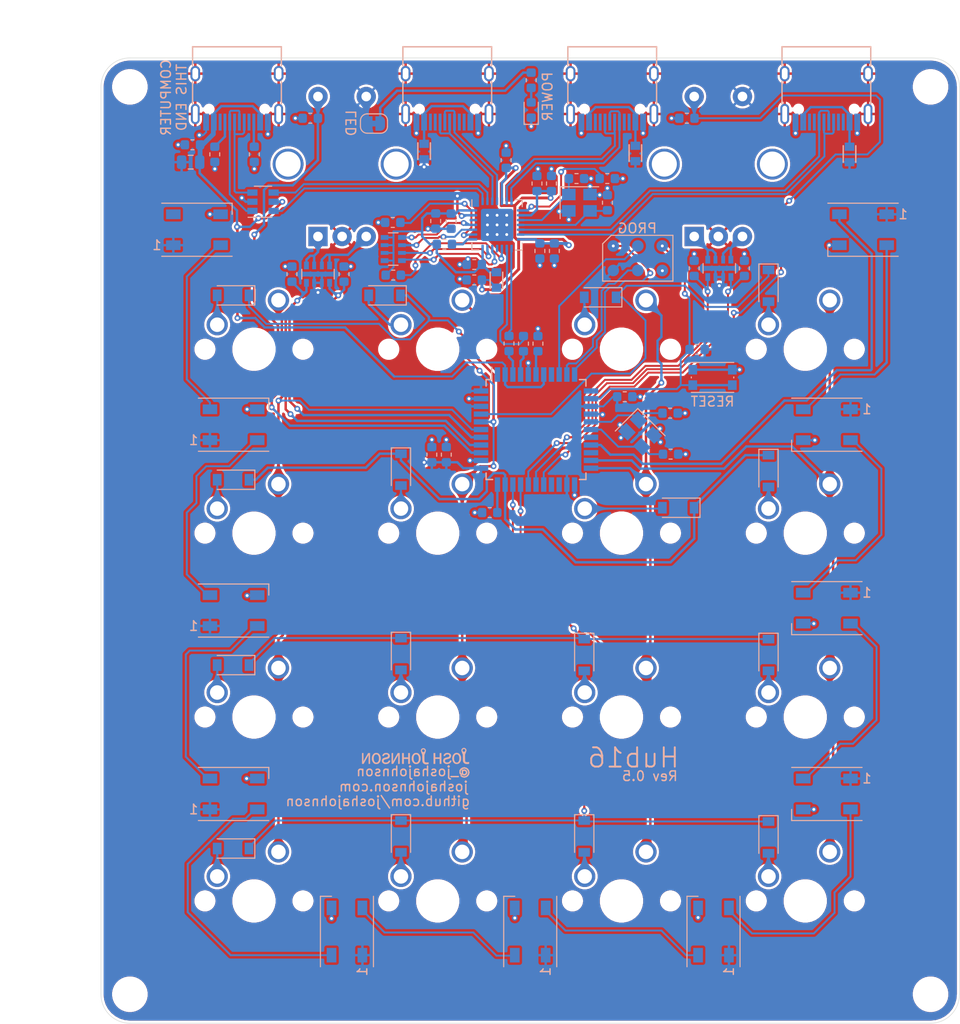
<source format=kicad_pcb>
(kicad_pcb (version 20171130) (host pcbnew 5.1.5-52549c5~84~ubuntu19.10.1)
  (title_block (title Hub16) (date 2020-03-30) (rev 0.5) (company "Josh Johnson"))
  (layers (0 F.Cu signal) (31 B.Cu signal) (34 B.Paste user) (35 F.Paste user) (36 B.SilkS user) (37 F.SilkS user) (38 B.Mask user) (39 F.Mask user) (44 Edge.Cuts user))
  (net 0 "")
  (net 1 GND)
  (net 2 VBUS)
  (net 3 "Net-(C2-Pad1)")
  (net 4 "Net-(C3-Pad1)")
  (net 5 "Net-(C4-Pad1)")
  (net 6 +5V)
  (net 7 "Net-(D1-Pad2)")
  (net 8 /LED_DAT)
  (net 9 "Net-(D2-Pad2)")
  (net 10 "Net-(D3-Pad2)")
  (net 11 "Net-(D10-Pad4)")
  (net 12 "Net-(D5-Pad2)")
  (net 13 /row1)
  (net 14 /row2)
  (net 15 "Net-(D6-Pad2)")
  (net 16 "Net-(D7-Pad2)")
  (net 17 /row3)
  (net 18 /row4)
  (net 19 "Net-(D8-Pad2)")
  (net 20 "Net-(D10-Pad2)")
  (net 21 "Net-(D11-Pad2)")
  (net 22 "Net-(D12-Pad2)")
  (net 23 "Net-(D13-Pad2)")
  (net 24 "Net-(D14-Pad2)")
  (net 25 "Net-(D16-Pad2)")
  (net 26 "Net-(D17-Pad2)")
  (net 27 "Net-(D18-Pad2)")
  (net 28 "Net-(D19-Pad2)")
  (net 29 "Net-(D20-Pad2)")
  (net 30 "Net-(D22-Pad2)")
  (net 31 "Net-(D23-Pad2)")
  (net 32 "Net-(D24-Pad2)")
  (net 33 "Net-(D25-Pad2)")
  (net 34 "Net-(D26-Pad2)")
  (net 35 "Net-(D27-Pad2)")
  (net 36 /MISO)
  (net 37 /MOSI)
  (net 38 /SCK)
  (net 39 /nRST)
  (net 40 /col1)
  (net 41 /col2)
  (net 42 /col3)
  (net 43 /col4)
  (net 44 "Net-(R5-Pad1)")
  (net 45 "Net-(D29-Pad2)")
  (net 46 "Net-(D30-Pad2)")
  (net 47 "Net-(D31-Pad2)")
  (net 48 /ENC_1_A)
  (net 49 /ENC_1_B)
  (net 50 /ENC_1_SW)
  (net 51 /ENC_2_A)
  (net 52 /ENC_2_B)
  (net 53 /ENC_2_SW)
  (net 54 "Net-(R13-Pad1)")
  (net 55 "Net-(R14-Pad1)")
  (net 56 +3V3)
  (net 57 +3.3VA)
  (net 58 "/USB Hub/XIN")
  (net 59 "/USB Hub/XOUT")
  (net 60 "Net-(FB2-Pad1)")
  (net 61 "Net-(FB3-Pad1)")
  (net 62 "Net-(FB4-Pad1)")
  (net 63 /USB_UP_D+)
  (net 64 "Net-(J1-PadA5)")
  (net 65 /USB_UP_D-)
  (net 66 "Net-(J1-PadB5)")
  (net 67 "/USB Hub/D2_D+")
  (net 68 "/USB Hub/D2_D-")
  (net 69 "/USB Hub/D1_D+")
  (net 70 "/USB Hub/D1_D-")
  (net 71 "/USB Hub/D3_D+")
  (net 72 "/USB Hub/D3_D-")
  (net 73 "/USB Hub/USB_DN_D+")
  (net 74 "Net-(R6-Pad1)")
  (net 75 "/USB Hub/USB_DN_D-")
  (net 76 "Net-(R7-Pad1)")
  (net 77 "Net-(R12-Pad1)")
  (net 78 "Net-(RN1-Pad5)")
  (net 79 "Net-(RN3-Pad5)")
  (net 80 "Net-(RN3-Pad7)")
  (net 81 "/USB Hub/nOVR_4")
  (net 82 "/USB Hub/nOVR_2")
  (net 83 "/USB Hub/nOVR_3")
  (net 84 "/USB Hub/nOVR_1")
  (net 85 "/USB Hub/UP_USB_P")
  (net 86 "/USB Hub/UP_USB_N")
  (net 87 "Net-(RN1-Pad7)")
  (net 88 "Net-(JP11-Pad2)")
  (net 89 "Net-(R9-Pad1)")
  (net 90 "Net-(D32-Pad2)")
  (net 91 "Net-(J1-PadB8)")
  (net 92 "Net-(J1-PadA8)")
  (net 93 "Net-(J3-PadA5)")
  (net 94 "Net-(J3-PadB8)")
  (net 95 "Net-(J3-PadB5)")
  (net 96 "Net-(J3-PadA8)")
  (net 97 "Net-(J4-PadA5)")
  (net 98 "Net-(J4-PadB8)")
  (net 99 "Net-(J4-PadB5)")
  (net 100 "Net-(J4-PadA8)")
  (net 101 "Net-(J5-PadA5)")
  (net 102 "Net-(J5-PadB8)")
  (net 103 "Net-(J5-PadB5)")
  (net 104 "Net-(J5-PadA8)")
  (net 105 "Net-(U2-Pad26)")
  (net 106 "Net-(U2-Pad25)")
  (net 107 "Net-(U2-Pad20)")
  (net 108 "Net-(U2-Pad18)")
  (net 109 "Net-(U2-Pad12)")
  (net 110 "Net-(U2-Pad8)")
  (net 111 "Net-(U2-Pad1)")
  (net 112 "Net-(U3-Pad18)")
  (net 113 "Net-(U3-Pad26)")
  (module josh-dfn-qfn:QFN-28-1EP_5x5mm_P0.5mm_EP3.35x3.35mm_ThermalVias (layer B.Cu) (at 88.5625 56.3 270)
    (fp_text reference U3 hide)
    (fp_text value CY7C65632-28LTXCT)
    (pad 29 smd roundrect (at 0 0 270) (size 3.35 3.35) (layers B.Cu B.Mask) (roundrect_rratio 0.074627) (net 1 GND))
    (pad 29 thru_hole circle (at -1 1 270) (size 0.5 0.5) (drill 0.3) (layers *.Cu) (net 1 GND))
    (pad 29 thru_hole circle (at 0 1 270) (size 0.5 0.5) (drill 0.3) (layers *.Cu) (net 1 GND))
    (pad 29 thru_hole circle (at 1 1 270) (size 0.5 0.5) (drill 0.3) (layers *.Cu) (net 1 GND))
    (pad 29 thru_hole circle (at -1 0 270) (size 0.5 0.5) (drill 0.3) (layers *.Cu) (net 1 GND))
    (pad 29 thru_hole circle (at 0 0 270) (size 0.5 0.5) (drill 0.3) (layers *.Cu) (net 1 GND))
    (pad 29 thru_hole circle (at 1 0 270) (size 0.5 0.5) (drill 0.3) (layers *.Cu) (net 1 GND))
    (pad 29 thru_hole circle (at -1 -1 270) (size 0.5 0.5) (drill 0.3) (layers *.Cu) (net 1 GND))
    (pad 29 thru_hole circle (at 0 -1 270) (size 0.5 0.5) (drill 0.3) (layers *.Cu) (net 1 GND))
    (pad 29 thru_hole circle (at 1 -1 270) (size 0.5 0.5) (drill 0.3) (layers *.Cu) (net 1 GND))
    (pad 1 smd roundrect (at -2.45 1.5 270) (size 0.8 0.25) (layers B.Cu B.Paste B.Mask) (net 86 "/USB Hub/UP_USB_N"))
    (pad 2 smd roundrect (at -2.45 1 270) (size 0.8 0.25) (layers B.Cu B.Paste B.Mask) (net 85 "/USB Hub/UP_USB_P"))
    (pad 3 smd roundrect (at -2.45 0.5 270) (size 0.8 0.25) (layers B.Cu B.Paste B.Mask) (net 70 "/USB Hub/D1_D-"))
    (pad 4 smd roundrect (at -2.45 0 270) (size 0.8 0.25) (layers B.Cu B.Paste B.Mask) (net 69 "/USB Hub/D1_D+"))
    (pad 5 smd roundrect (at -2.45 -0.5 270) (size 0.8 0.25) (layers B.Cu B.Paste B.Mask) (net 57 +3.3VA))
    (pad 6 smd roundrect (at -2.45 -1 270) (size 0.8 0.25) (layers B.Cu B.Paste B.Mask) (net 68 "/USB Hub/D2_D-"))
    (pad 7 smd roundrect (at -2.45 -1.5 270) (size 0.8 0.25) (layers B.Cu B.Paste B.Mask) (net 67 "/USB Hub/D2_D+"))
    (pad 8 smd roundrect (at -1.5 -2.45 270) (size 0.25 0.8) (layers B.Cu B.Paste B.Mask) (net 55 "Net-(R14-Pad1)"))
    (pad 9 smd roundrect (at -1 -2.45 270) (size 0.25 0.8) (layers B.Cu B.Paste B.Mask) (net 57 +3.3VA))
    (pad 10 smd roundrect (at -0.5 -2.45 270) (size 0.25 0.8) (layers B.Cu B.Paste B.Mask) (net 58 "/USB Hub/XIN"))
    (pad 11 smd roundrect (at 0 -2.45 270) (size 0.25 0.8) (layers B.Cu B.Paste B.Mask) (net 59 "/USB Hub/XOUT"))
    (pad 12 smd roundrect (at 0.5 -2.45 270) (size 0.25 0.8) (layers B.Cu B.Paste B.Mask) (net 72 "/USB Hub/D3_D-"))
    (pad 13 smd roundrect (at 1 -2.45 270) (size 0.25 0.8) (layers B.Cu B.Paste B.Mask) (net 71 "/USB Hub/D3_D+"))
    (pad 14 smd roundrect (at 1.5 -2.45 270) (size 0.25 0.8) (layers B.Cu B.Paste B.Mask) (net 57 +3.3VA))
    (pad 15 smd roundrect (at 2.45 -1.5 270) (size 0.8 0.25) (layers B.Cu B.Paste B.Mask) (net 75 "/USB Hub/USB_DN_D-"))
    (pad 16 smd roundrect (at 2.45 -1 270) (size 0.8 0.25) (layers B.Cu B.Paste B.Mask) (net 73 "/USB Hub/USB_DN_D+"))
    (pad 17 smd roundrect (at 2.45 -0.5 270) (size 0.8 0.25) (layers B.Cu B.Paste B.Mask) (net 77 "Net-(R12-Pad1)"))
    (pad 18 smd roundrect (at 2.45 0 270) (size 0.8 0.25) (layers B.Cu B.Paste B.Mask) (net 112 "Net-(U3-Pad18)"))
    (pad 19 smd roundrect (at 2.45 0.5 270) (size 0.8 0.25) (layers B.Cu B.Paste B.Mask) (net 81 "/USB Hub/nOVR_4"))
    (pad 20 smd roundrect (at 2.45 1 270) (size 0.8 0.25) (layers B.Cu B.Paste B.Mask) (net 83 "/USB Hub/nOVR_3"))
    (pad 21 smd roundrect (at 2.45 1.5 270) (size 0.8 0.25) (layers B.Cu B.Paste B.Mask) (net 56 +3V3))
    (pad 22 smd roundrect (at 1.5 2.45 270) (size 0.25 0.8) (layers B.Cu B.Paste B.Mask) (net 54 "Net-(R13-Pad1)"))
    (pad 23 smd roundrect (at 1 2.45 270) (size 0.25 0.8) (layers B.Cu B.Paste B.Mask) (net 89 "Net-(R9-Pad1)"))
    (pad 24 smd roundrect (at 0.5 2.45 270) (size 0.25 0.8) (layers B.Cu B.Paste B.Mask) (net 82 "/USB Hub/nOVR_2"))
    (pad 25 smd roundrect (at 0 2.45 270) (size 0.25 0.8) (layers B.Cu B.Paste B.Mask) (net 84 "/USB Hub/nOVR_1"))
    (pad 26 smd roundrect (at -0.5 2.45 270) (size 0.25 0.8) (layers B.Cu B.Paste B.Mask) (net 113 "Net-(U3-Pad26)"))
    (pad 27 smd roundrect (at -1 2.45 270) (size 0.25 0.8) (layers B.Cu B.Paste B.Mask) (net 6 +5V))
    (pad 28 smd roundrect (at -1.5 2.45 270) (size 0.25 0.8) (layers B.Cu B.Paste B.Mask) (net 56 +3V3))
  )
  (module josh-buttons-switches:RotaryEncoder_Alps_EC11E-Switch_Vertical_H20mm_CircularMountingHoles (layer F.Cu) (at 109 57.5 90)
    (fp_text reference SW3 hide)
    (fp_text value Rotary_Encoder_Switch)
    (pad A thru_hole rect (at 0 0 90) (size 2 2) (drill 1) (layers *.Cu *.Mask) (net 78 "Net-(RN1-Pad5)"))
    (pad C thru_hole circle (at 0 2.5 90) (size 2 2) (drill 1) (layers *.Cu *.Mask) (net 1 GND))
    (pad B thru_hole circle (at 0 5 90) (size 2 2) (drill 1) (layers *.Cu *.Mask) (net 87 "Net-(RN1-Pad7)"))
    (pad MP thru_hole circle (at 7.5 -3.1 90) (size 3.2 3.2) (drill 2.6) (layers *.Cu *.Mask))
    (pad MP thru_hole circle (at 7.5 8.1 90) (size 3.2 3.2) (drill 2.6) (layers *.Cu *.Mask))
    (pad S2 thru_hole circle (at 14.5 0 90) (size 2 2) (drill 1) (layers *.Cu *.Mask) (net 53 /ENC_2_SW))
    (pad S1 thru_hole circle (at 14.5 5 90) (size 2 2) (drill 1) (layers *.Cu *.Mask) (net 6 +5V))
  )
  (module josh-buttons-switches:RotaryEncoder_Alps_EC11E-Switch_Vertical_H20mm_CircularMountingHoles (layer F.Cu) (at 70 57.5 90)
    (fp_text reference SW2 hide)
    (fp_text value Rotary_Encoder_Switch)
    (pad A thru_hole rect (at 0 0 90) (size 2 2) (drill 1) (layers *.Cu *.Mask) (net 79 "Net-(RN3-Pad5)"))
    (pad C thru_hole circle (at 0 2.5 90) (size 2 2) (drill 1) (layers *.Cu *.Mask) (net 1 GND))
    (pad B thru_hole circle (at 0 5 90) (size 2 2) (drill 1) (layers *.Cu *.Mask) (net 80 "Net-(RN3-Pad7)"))
    (pad MP thru_hole circle (at 7.5 -3.1 90) (size 3.2 3.2) (drill 2.6) (layers *.Cu *.Mask))
    (pad MP thru_hole circle (at 7.5 8.1 90) (size 3.2 3.2) (drill 2.6) (layers *.Cu *.Mask))
    (pad S2 thru_hole circle (at 14.5 0 90) (size 2 2) (drill 1) (layers *.Cu *.Mask) (net 50 /ENC_1_SW))
    (pad S1 thru_hole circle (at 14.5 5 90) (size 2 2) (drill 1) (layers *.Cu *.Mask) (net 6 +5V))
  )
  (module Resistor_SMD:R_0603_1608Metric (layer B.Cu) (at 77.75 56.05 180)
    (fp_text reference R9 hide)
    (fp_text value 100K)
    (pad 2 smd roundrect (at 0.7875 0 180) (size 0.875 0.95) (layers B.Cu B.Paste B.Mask) (net 1 GND))
    (pad 1 smd roundrect (at -0.7875 0 180) (size 0.875 0.95) (layers B.Cu B.Paste B.Mask) (net 89 "Net-(R9-Pad1)"))
  )
  (module josh-keyboard:MX_KEYSWITCH (layer F.Cu) (at 120.45 88.25)
    (fp_text reference K17 hide)
    (fp_text value KEYSW)
    (pad "" np_thru_hole circle (at 5.14 -0.02) (size 1.7 1.7) (drill 1.7) (layers *.Cu *.Mask))
    (pad "" np_thru_hole circle (at -5.02 -0.02) (size 1.7 1.7) (drill 1.7) (layers *.Cu *.Mask))
    (pad "" np_thru_hole circle (at 0.06 -0.02) (size 4 4) (drill 4) (layers *.Cu *.Mask))
    (pad 2 thru_hole circle (at -3.75 -2.56) (size 2.2 2.2) (drill 1.5) (layers *.Cu *.Mask) (net 33 "Net-(D25-Pad2)"))
    (pad 1 thru_hole circle (at 2.6 -5.1) (size 2.2 2.2) (drill 1.5) (layers *.Cu *.Mask) (net 43 /col4))
  )
  (module josh-logos:OSHW_Logo_3.6x3.6_F.Mask (layer B.Cu) (at 92 112.5 180)
    (fp_text reference LOGO4 hide)
    (fp_text value Logo_Open_Hardware_Small hide)
  )
  (module josh-logos:board-title (layer B.Cu) (at 101 113.9 180)
    (fp_text reference LOGO3 hide)
    (fp_text value Board-Details)
    (fp_text user Hub16 (at -1.7 2.4) (layer B.SilkS) (effects (font (size 2 2) (thickness 0.2)) (justify mirror)))
    (fp_text user "Rev 0.5" (at -3.4 0.5) (layer B.SilkS) (effects (justify mirror)))
  )
  (module josh-logos:josh-details (layer B.Cu) (at 79.67 115.07 180)
    (fp_text reference LOGO2 hide)
    (fp_text value Josh-Details)
    (fp_text user github.com/joshajohnson (at 3.4736 -0.932) (layer B.SilkS) (effects (justify mirror)))
    (fp_text user joshajohnson.com (at 0.8 0.6) (layer B.SilkS) (effects (justify mirror)))
    (fp_text user @_joshajohnson (at -0.23 2.17 180) (layer B.SilkS) (effects (justify mirror)))
  )
  (module josh-logos:josh-johnson-logo-11x2 (layer B.Cu) (at 80.1 111.3 180)
    (fp_text reference LOGO1 hide)
    (fp_text value Josh-Logo hide)
  )
  (module Package_TO_SOT_SMD:SOT-23-6 (layer B.Cu) (at 64.3 53.9)
    (fp_text reference U1 hide)
    (fp_text value USBLC6-2SC6)
    (pad 5 smd rect (at 1.1 0) (size 1.06 0.65) (layers B.Cu B.Paste B.Mask) (net 2 VBUS))
    (pad 6 smd rect (at 1.1 0.95) (size 1.06 0.65) (layers B.Cu B.Paste B.Mask) (net 86 "/USB Hub/UP_USB_N"))
    (pad 4 smd rect (at 1.1 -0.95) (size 1.06 0.65) (layers B.Cu B.Paste B.Mask) (net 85 "/USB Hub/UP_USB_P"))
    (pad 3 smd rect (at -1.1 -0.95) (size 1.06 0.65) (layers B.Cu B.Paste B.Mask) (net 63 /USB_UP_D+))
    (pad 2 smd rect (at -1.1 0) (size 1.06 0.65) (layers B.Cu B.Paste B.Mask) (net 1 GND))
    (pad 1 smd rect (at -1.1 0.95) (size 1.06 0.65) (layers B.Cu B.Paste B.Mask) (net 65 /USB_UP_D-))
  )
  (module Resistor_SMD:R_Array_Convex_4x0603 (layer B.Cu) (at 77.8 58.8 180)
    (fp_text reference RN5 hide)
    (fp_text value 10K)
    (pad 5 smd rect (at 0.9 -1.2 180) (size 0.8 0.5) (layers B.Cu B.Paste B.Mask) (net 56 +3V3))
    (pad 6 smd rect (at 0.9 -0.4 180) (size 0.8 0.4) (layers B.Cu B.Paste B.Mask) (net 56 +3V3))
    (pad 8 smd rect (at 0.9 1.2 180) (size 0.8 0.5) (layers B.Cu B.Paste B.Mask) (net 56 +3V3))
    (pad 7 smd rect (at 0.9 0.4 180) (size 0.8 0.4) (layers B.Cu B.Paste B.Mask) (net 56 +3V3))
    (pad 4 smd rect (at -0.9 -1.2 180) (size 0.8 0.5) (layers B.Cu B.Paste B.Mask) (net 81 "/USB Hub/nOVR_4"))
    (pad 2 smd rect (at -0.9 0.4 180) (size 0.8 0.4) (layers B.Cu B.Paste B.Mask) (net 82 "/USB Hub/nOVR_2"))
    (pad 3 smd rect (at -0.9 -0.4 180) (size 0.8 0.4) (layers B.Cu B.Paste B.Mask) (net 83 "/USB Hub/nOVR_3"))
    (pad 1 smd rect (at -0.9 1.2 180) (size 0.8 0.5) (layers B.Cu B.Paste B.Mask) (net 84 "/USB Hub/nOVR_1"))
  )
  (module Resistor_SMD:R_Array_Convex_4x0603 (layer B.Cu) (at 70 61.4 90)
    (fp_text reference RN3 hide)
    (fp_text value 10K)
    (pad 5 smd rect (at 0.9 -1.2 90) (size 0.8 0.5) (layers B.Cu B.Paste B.Mask) (net 79 "Net-(RN3-Pad5)"))
    (pad 6 smd rect (at 0.9 -0.4 90) (size 0.8 0.4) (layers B.Cu B.Paste B.Mask) (net 79 "Net-(RN3-Pad5)"))
    (pad 8 smd rect (at 0.9 1.2 90) (size 0.8 0.5) (layers B.Cu B.Paste B.Mask) (net 80 "Net-(RN3-Pad7)"))
    (pad 7 smd rect (at 0.9 0.4 90) (size 0.8 0.4) (layers B.Cu B.Paste B.Mask) (net 80 "Net-(RN3-Pad7)"))
    (pad 4 smd rect (at -0.9 -1.2 90) (size 0.8 0.5) (layers B.Cu B.Paste B.Mask) (net 48 /ENC_1_A))
    (pad 2 smd rect (at -0.9 0.4 90) (size 0.8 0.4) (layers B.Cu B.Paste B.Mask) (net 6 +5V))
    (pad 3 smd rect (at -0.9 -0.4 90) (size 0.8 0.4) (layers B.Cu B.Paste B.Mask) (net 6 +5V))
    (pad 1 smd rect (at -0.9 1.2 90) (size 0.8 0.5) (layers B.Cu B.Paste B.Mask) (net 49 /ENC_1_B))
  )
  (module Resistor_SMD:R_Array_Convex_4x0603 (layer B.Cu) (at 111.6 60.8 90)
    (fp_text reference RN1 hide)
    (fp_text value 10K)
    (pad 5 smd rect (at 0.9 -1.2 90) (size 0.8 0.5) (layers B.Cu B.Paste B.Mask) (net 78 "Net-(RN1-Pad5)"))
    (pad 6 smd rect (at 0.9 -0.4 90) (size 0.8 0.4) (layers B.Cu B.Paste B.Mask) (net 78 "Net-(RN1-Pad5)"))
    (pad 8 smd rect (at 0.9 1.2 90) (size 0.8 0.5) (layers B.Cu B.Paste B.Mask) (net 87 "Net-(RN1-Pad7)"))
    (pad 7 smd rect (at 0.9 0.4 90) (size 0.8 0.4) (layers B.Cu B.Paste B.Mask) (net 87 "Net-(RN1-Pad7)"))
    (pad 4 smd rect (at -0.9 -1.2 90) (size 0.8 0.5) (layers B.Cu B.Paste B.Mask) (net 51 /ENC_2_A))
    (pad 2 smd rect (at -0.9 0.4 90) (size 0.8 0.4) (layers B.Cu B.Paste B.Mask) (net 6 +5V))
    (pad 3 smd rect (at -0.9 -0.4 90) (size 0.8 0.4) (layers B.Cu B.Paste B.Mask) (net 6 +5V))
    (pad 1 smd rect (at -0.9 1.2 90) (size 0.8 0.5) (layers B.Cu B.Paste B.Mask) (net 52 /ENC_2_B))
  )
  (module josh-buttons-switches:SW_Push_KMR2 (layer B.Cu) (at 110.9 72.1 180)
    (fp_text reference SW1 hide)
    (fp_text value KMR2)
    (pad 2 smd rect (at 2.05 -0.8 180) (size 0.9 1) (layers B.Cu B.Paste B.Mask) (net 39 /nRST))
    (pad 1 smd rect (at 2.05 0.8 180) (size 0.9 1) (layers B.Cu B.Paste B.Mask) (net 1 GND))
    (pad 2 smd rect (at -2.05 -0.8 180) (size 0.9 1) (layers B.Cu B.Paste B.Mask) (net 39 /nRST))
    (pad 1 smd rect (at -2.05 0.8 180) (size 0.9 1) (layers B.Cu B.Paste B.Mask) (net 1 GND))
  )
  (module josh-connectors:AVR_PROG_2.54_SMT (layer B.Cu) (at 103.15 59.75)
    (fp_text reference J2 hide)
    (fp_text value AVR-ISP-6)
    (pad 5 smd circle (at 2.54 -1.27) (size 1.2 1.2) (layers B.Cu B.Mask) (net 39 /nRST))
    (pad 6 smd circle (at 2.54 1.27) (size 1.2 1.2) (layers B.Cu B.Mask) (net 1 GND))
    (pad 3 smd circle (at 0 -1.27) (size 1.2 1.2) (layers B.Cu B.Mask) (net 38 /SCK))
    (pad 4 smd circle (at 0 1.27) (size 1.2 1.2) (layers B.Cu B.Mask) (net 37 /MOSI))
    (pad 1 smd circle (at -2.54 -1.27) (size 1.2 1.2) (layers B.Cu B.Mask) (net 36 /MISO))
    (pad 2 smd circle (at -2.54 1.27) (size 1.2 1.2) (layers B.Cu B.Mask) (net 6 +5V))
  )
  (module josh-passives-smt:Fuse_0805_2012Metric (layer B.Cu) (at 56.8 49.8)
    (fp_text reference F1 hide)
    (fp_text value 500mA)
    (pad 2 smd roundrect (at 0.9375 0) (size 0.975 1.4) (layers B.Cu B.Paste B.Mask) (net 2 VBUS))
    (pad 1 smd roundrect (at -0.9375 0) (size 0.975 1.4) (layers B.Cu B.Paste B.Mask) (net 6 +5V))
  )
  (module LED_SMD:LED_WS2812B_PLCC4_5.0x5.0mm_P3.2mm (layer B.Cu) (at 57.45 56.8)
    (fp_text reference D32 hide)
    (fp_text value WS2812B)
    (fp_text user 1 (at -4.15 1.6) (layer B.SilkS) (effects (justify mirror)))
    (pad 1 smd rect (at -2.45 1.6) (size 1.5 1) (layers B.Cu B.Paste B.Mask) (net 6 +5V))
    (pad 2 smd rect (at -2.45 -1.6) (size 1.5 1) (layers B.Cu B.Paste B.Mask) (net 90 "Net-(D32-Pad2)"))
    (pad 4 smd rect (at 2.45 1.6) (size 1.5 1) (layers B.Cu B.Paste B.Mask) (net 47 "Net-(D31-Pad2)"))
    (pad 3 smd rect (at 2.45 -1.6) (size 1.5 1) (layers B.Cu B.Paste B.Mask) (net 1 GND))
  )
  (module LED_SMD:LED_WS2812B_PLCC4_5.0x5.0mm_P3.2mm (layer B.Cu) (at 61.25 77)
    (fp_text reference D31 hide)
    (fp_text value WS2812B)
    (fp_text user 1 (at -4.15 1.6) (layer B.SilkS) (effects (justify mirror)))
    (pad 1 smd rect (at -2.45 1.6) (size 1.5 1) (layers B.Cu B.Paste B.Mask) (net 6 +5V))
    (pad 2 smd rect (at -2.45 -1.6) (size 1.5 1) (layers B.Cu B.Paste B.Mask) (net 47 "Net-(D31-Pad2)"))
    (pad 4 smd rect (at 2.45 1.6) (size 1.5 1) (layers B.Cu B.Paste B.Mask) (net 46 "Net-(D30-Pad2)"))
    (pad 3 smd rect (at 2.45 -1.6) (size 1.5 1) (layers B.Cu B.Paste B.Mask) (net 1 GND))
  )
  (module LED_SMD:LED_WS2812B_PLCC4_5.0x5.0mm_P3.2mm (layer B.Cu) (at 61.25 96.25)
    (fp_text reference D30 hide)
    (fp_text value WS2812B)
    (fp_text user 1 (at -4.15 1.6) (layer B.SilkS) (effects (justify mirror)))
    (pad 1 smd rect (at -2.45 1.6) (size 1.5 1) (layers B.Cu B.Paste B.Mask) (net 6 +5V))
    (pad 2 smd rect (at -2.45 -1.6) (size 1.5 1) (layers B.Cu B.Paste B.Mask) (net 46 "Net-(D30-Pad2)"))
    (pad 4 smd rect (at 2.45 1.6) (size 1.5 1) (layers B.Cu B.Paste B.Mask) (net 45 "Net-(D29-Pad2)"))
    (pad 3 smd rect (at 2.45 -1.6) (size 1.5 1) (layers B.Cu B.Paste B.Mask) (net 1 GND))
  )
  (module LED_SMD:LED_WS2812B_PLCC4_5.0x5.0mm_P3.2mm (layer B.Cu) (at 61.25 115.25)
    (fp_text reference D29 hide)
    (fp_text value WS2812B)
    (fp_text user 1 (at -4.15 1.6) (layer B.SilkS) (effects (justify mirror)))
    (pad 1 smd rect (at -2.45 1.6) (size 1.5 1) (layers B.Cu B.Paste B.Mask) (net 6 +5V))
    (pad 2 smd rect (at -2.45 -1.6) (size 1.5 1) (layers B.Cu B.Paste B.Mask) (net 45 "Net-(D29-Pad2)"))
    (pad 4 smd rect (at 2.45 1.6) (size 1.5 1) (layers B.Cu B.Paste B.Mask) (net 31 "Net-(D23-Pad2)"))
    (pad 3 smd rect (at 2.45 -1.6) (size 1.5 1) (layers B.Cu B.Paste B.Mask) (net 1 GND))
  )
  (module LED_SMD:LED_WS2812B_PLCC4_5.0x5.0mm_P3.2mm (layer B.Cu) (at 73 129.5 90)
    (fp_text reference D23 hide)
    (fp_text value WS2812B)
    (fp_text user 1 (at -4.15 1.6 90) (layer B.SilkS) (effects (justify mirror)))
    (pad 1 smd rect (at -2.45 1.6 90) (size 1.5 1) (layers B.Cu B.Paste B.Mask) (net 6 +5V))
    (pad 2 smd rect (at -2.45 -1.6 90) (size 1.5 1) (layers B.Cu B.Paste B.Mask) (net 31 "Net-(D23-Pad2)"))
    (pad 4 smd rect (at 2.45 1.6 90) (size 1.5 1) (layers B.Cu B.Paste B.Mask) (net 30 "Net-(D22-Pad2)"))
    (pad 3 smd rect (at 2.45 -1.6 90) (size 1.5 1) (layers B.Cu B.Paste B.Mask) (net 1 GND))
  )
  (module LED_SMD:LED_WS2812B_PLCC4_5.0x5.0mm_P3.2mm (layer B.Cu) (at 92 129.5 90)
    (fp_text reference D22 hide)
    (fp_text value WS2812B)
    (fp_text user 1 (at -4.15 1.6 90) (layer B.SilkS) (effects (justify mirror)))
    (pad 1 smd rect (at -2.45 1.6 90) (size 1.5 1) (layers B.Cu B.Paste B.Mask) (net 6 +5V))
    (pad 2 smd rect (at -2.45 -1.6 90) (size 1.5 1) (layers B.Cu B.Paste B.Mask) (net 30 "Net-(D22-Pad2)"))
    (pad 4 smd rect (at 2.45 1.6 90) (size 1.5 1) (layers B.Cu B.Paste B.Mask) (net 25 "Net-(D16-Pad2)"))
    (pad 3 smd rect (at 2.45 -1.6 90) (size 1.5 1) (layers B.Cu B.Paste B.Mask) (net 1 GND))
  )
  (module LED_SMD:LED_WS2812B_PLCC4_5.0x5.0mm_P3.2mm (layer B.Cu) (at 111 129.5 90)
    (fp_text reference D16 hide)
    (fp_text value WS2812B)
    (fp_text user 1 (at -4.15 1.6 90) (layer B.SilkS) (effects (justify mirror)))
    (pad 1 smd rect (at -2.45 1.6 90) (size 1.5 1) (layers B.Cu B.Paste B.Mask) (net 6 +5V))
    (pad 2 smd rect (at -2.45 -1.6 90) (size 1.5 1) (layers B.Cu B.Paste B.Mask) (net 25 "Net-(D16-Pad2)"))
    (pad 4 smd rect (at 2.45 1.6 90) (size 1.5 1) (layers B.Cu B.Paste B.Mask) (net 20 "Net-(D10-Pad2)"))
    (pad 3 smd rect (at 2.45 -1.6 90) (size 1.5 1) (layers B.Cu B.Paste B.Mask) (net 1 GND))
  )
  (module LED_SMD:LED_WS2812B_PLCC4_5.0x5.0mm_P3.2mm (layer B.Cu) (at 122.75 115.25 180)
    (fp_text reference D10 hide)
    (fp_text value WS2812B)
    (fp_text user 1 (at -4.15 1.6) (layer B.SilkS) (effects (justify mirror)))
    (pad 1 smd rect (at -2.45 1.6 180) (size 1.5 1) (layers B.Cu B.Paste B.Mask) (net 6 +5V))
    (pad 2 smd rect (at -2.45 -1.6 180) (size 1.5 1) (layers B.Cu B.Paste B.Mask) (net 20 "Net-(D10-Pad2)"))
    (pad 4 smd rect (at 2.45 1.6 180) (size 1.5 1) (layers B.Cu B.Paste B.Mask) (net 11 "Net-(D10-Pad4)"))
    (pad 3 smd rect (at 2.45 -1.6 180) (size 1.5 1) (layers B.Cu B.Paste B.Mask) (net 1 GND))
  )
  (module LED_SMD:LED_WS2812B_PLCC4_5.0x5.0mm_P3.2mm (layer B.Cu) (at 122.75 96 180)
    (fp_text reference D4 hide)
    (fp_text value WS2812B)
    (fp_text user 1 (at -4.15 1.6) (layer B.SilkS) (effects (justify mirror)))
    (pad 1 smd rect (at -2.45 1.6 180) (size 1.5 1) (layers B.Cu B.Paste B.Mask) (net 6 +5V))
    (pad 2 smd rect (at -2.45 -1.6 180) (size 1.5 1) (layers B.Cu B.Paste B.Mask) (net 11 "Net-(D10-Pad4)"))
    (pad 4 smd rect (at 2.45 1.6 180) (size 1.5 1) (layers B.Cu B.Paste B.Mask) (net 10 "Net-(D3-Pad2)"))
    (pad 3 smd rect (at 2.45 -1.6 180) (size 1.5 1) (layers B.Cu B.Paste B.Mask) (net 1 GND))
  )
  (module LED_SMD:LED_WS2812B_PLCC4_5.0x5.0mm_P3.2mm (layer B.Cu) (at 122.75 77 180)
    (fp_text reference D3 hide)
    (fp_text value WS2812B)
    (fp_text user 1 (at -4.15 1.6) (layer B.SilkS) (effects (justify mirror)))
    (pad 1 smd rect (at -2.45 1.6 180) (size 1.5 1) (layers B.Cu B.Paste B.Mask) (net 6 +5V))
    (pad 2 smd rect (at -2.45 -1.6 180) (size 1.5 1) (layers B.Cu B.Paste B.Mask) (net 10 "Net-(D3-Pad2)"))
    (pad 4 smd rect (at 2.45 1.6 180) (size 1.5 1) (layers B.Cu B.Paste B.Mask) (net 9 "Net-(D2-Pad2)"))
    (pad 3 smd rect (at 2.45 -1.6 180) (size 1.5 1) (layers B.Cu B.Paste B.Mask) (net 1 GND))
  )
  (module LED_SMD:LED_WS2812B_PLCC4_5.0x5.0mm_P3.2mm (layer B.Cu) (at 126.5 56.8 180)
    (fp_text reference D2 hide)
    (fp_text value WS2812B)
    (fp_text user 1 (at -4.15 1.6) (layer B.SilkS) (effects (justify mirror)))
    (pad 1 smd rect (at -2.45 1.6 180) (size 1.5 1) (layers B.Cu B.Paste B.Mask) (net 6 +5V))
    (pad 2 smd rect (at -2.45 -1.6 180) (size 1.5 1) (layers B.Cu B.Paste B.Mask) (net 9 "Net-(D2-Pad2)"))
    (pad 4 smd rect (at 2.45 1.6 180) (size 1.5 1) (layers B.Cu B.Paste B.Mask) (net 8 /LED_DAT))
    (pad 3 smd rect (at 2.45 -1.6 180) (size 1.5 1) (layers B.Cu B.Paste B.Mask) (net 1 GND))
  )
  (module josh-keyboard:MX_KEYSWITCH (layer F.Cu) (at 120.45 126.35)
    (fp_text reference K19 hide)
    (fp_text value KEYSW)
    (pad "" np_thru_hole circle (at 5.14 -0.02) (size 1.7 1.7) (drill 1.7) (layers *.Cu *.Mask))
    (pad "" np_thru_hole circle (at -5.02 -0.02) (size 1.7 1.7) (drill 1.7) (layers *.Cu *.Mask))
    (pad "" np_thru_hole circle (at 0.06 -0.02) (size 4 4) (drill 4) (layers *.Cu *.Mask))
    (pad 2 thru_hole circle (at -3.75 -2.56) (size 2.2 2.2) (drill 1.5) (layers *.Cu *.Mask) (net 35 "Net-(D27-Pad2)"))
    (pad 1 thru_hole circle (at 2.6 -5.1) (size 2.2 2.2) (drill 1.5) (layers *.Cu *.Mask) (net 43 /col4))
  )
  (module josh-keyboard:MX_KEYSWITCH (layer F.Cu) (at 120.45 107.3)
    (fp_text reference K18 hide)
    (fp_text value KEYSW)
    (pad "" np_thru_hole circle (at 5.14 -0.02) (size 1.7 1.7) (drill 1.7) (layers *.Cu *.Mask))
    (pad "" np_thru_hole circle (at -5.02 -0.02) (size 1.7 1.7) (drill 1.7) (layers *.Cu *.Mask))
    (pad "" np_thru_hole circle (at 0.06 -0.02) (size 4 4) (drill 4) (layers *.Cu *.Mask))
    (pad 2 thru_hole circle (at -3.75 -2.56) (size 2.2 2.2) (drill 1.5) (layers *.Cu *.Mask) (net 34 "Net-(D26-Pad2)"))
    (pad 1 thru_hole circle (at 2.6 -5.1) (size 2.2 2.2) (drill 1.5) (layers *.Cu *.Mask) (net 43 /col4))
  )
  (module josh-keyboard:MX_KEYSWITCH (layer F.Cu) (at 120.45 69.2)
    (fp_text reference K16 hide)
    (fp_text value KEYSW)
    (pad "" np_thru_hole circle (at 5.14 -0.02) (size 1.7 1.7) (drill 1.7) (layers *.Cu *.Mask))
    (pad "" np_thru_hole circle (at -5.02 -0.02) (size 1.7 1.7) (drill 1.7) (layers *.Cu *.Mask))
    (pad "" np_thru_hole circle (at 0.06 -0.02) (size 4 4) (drill 4) (layers *.Cu *.Mask))
    (pad 2 thru_hole circle (at -3.75 -2.56) (size 2.2 2.2) (drill 1.5) (layers *.Cu *.Mask) (net 32 "Net-(D24-Pad2)"))
    (pad 1 thru_hole circle (at 2.6 -5.1) (size 2.2 2.2) (drill 1.5) (layers *.Cu *.Mask) (net 43 /col4))
  )
  (module josh-keyboard:MX_KEYSWITCH (layer F.Cu) (at 101.4 126.35)
    (fp_text reference K14 hide)
    (fp_text value KEYSW)
    (pad "" np_thru_hole circle (at 5.14 -0.02) (size 1.7 1.7) (drill 1.7) (layers *.Cu *.Mask))
    (pad "" np_thru_hole circle (at -5.02 -0.02) (size 1.7 1.7) (drill 1.7) (layers *.Cu *.Mask))
    (pad "" np_thru_hole circle (at 0.06 -0.02) (size 4 4) (drill 4) (layers *.Cu *.Mask))
    (pad 2 thru_hole circle (at -3.75 -2.56) (size 2.2 2.2) (drill 1.5) (layers *.Cu *.Mask) (net 29 "Net-(D20-Pad2)"))
    (pad 1 thru_hole circle (at 2.6 -5.1) (size 2.2 2.2) (drill 1.5) (layers *.Cu *.Mask) (net 42 /col3))
  )
  (module josh-keyboard:MX_KEYSWITCH (layer F.Cu) (at 101.4 107.3)
    (fp_text reference K13 hide)
    (fp_text value KEYSW)
    (pad "" np_thru_hole circle (at 5.14 -0.02) (size 1.7 1.7) (drill 1.7) (layers *.Cu *.Mask))
    (pad "" np_thru_hole circle (at -5.02 -0.02) (size 1.7 1.7) (drill 1.7) (layers *.Cu *.Mask))
    (pad "" np_thru_hole circle (at 0.06 -0.02) (size 4 4) (drill 4) (layers *.Cu *.Mask))
    (pad 2 thru_hole circle (at -3.75 -2.56) (size 2.2 2.2) (drill 1.5) (layers *.Cu *.Mask) (net 28 "Net-(D19-Pad2)"))
    (pad 1 thru_hole circle (at 2.6 -5.1) (size 2.2 2.2) (drill 1.5) (layers *.Cu *.Mask) (net 42 /col3))
  )
  (module josh-keyboard:MX_KEYSWITCH (layer F.Cu) (at 101.4 88.25)
    (fp_text reference K12 hide)
    (fp_text value KEYSW)
    (pad "" np_thru_hole circle (at 5.14 -0.02) (size 1.7 1.7) (drill 1.7) (layers *.Cu *.Mask))
    (pad "" np_thru_hole circle (at -5.02 -0.02) (size 1.7 1.7) (drill 1.7) (layers *.Cu *.Mask))
    (pad "" np_thru_hole circle (at 0.06 -0.02) (size 4 4) (drill 4) (layers *.Cu *.Mask))
    (pad 2 thru_hole circle (at -3.75 -2.56) (size 2.2 2.2) (drill 1.5) (layers *.Cu *.Mask) (net 27 "Net-(D18-Pad2)"))
    (pad 1 thru_hole circle (at 2.6 -5.1) (size 2.2 2.2) (drill 1.5) (layers *.Cu *.Mask) (net 42 /col3))
  )
  (module josh-keyboard:MX_KEYSWITCH (layer F.Cu) (at 101.4 69.2)
    (fp_text reference K11 hide)
    (fp_text value KEYSW)
    (pad "" np_thru_hole circle (at 5.14 -0.02) (size 1.7 1.7) (drill 1.7) (layers *.Cu *.Mask))
    (pad "" np_thru_hole circle (at -5.02 -0.02) (size 1.7 1.7) (drill 1.7) (layers *.Cu *.Mask))
    (pad "" np_thru_hole circle (at 0.06 -0.02) (size 4 4) (drill 4) (layers *.Cu *.Mask))
    (pad 2 thru_hole circle (at -3.75 -2.56) (size 2.2 2.2) (drill 1.5) (layers *.Cu *.Mask) (net 26 "Net-(D17-Pad2)"))
    (pad 1 thru_hole circle (at 2.6 -5.1) (size 2.2 2.2) (drill 1.5) (layers *.Cu *.Mask) (net 42 /col3))
  )
  (module josh-keyboard:MX_KEYSWITCH (layer F.Cu) (at 82.35 126.35)
    (fp_text reference K9 hide)
    (fp_text value KEYSW)
    (pad "" np_thru_hole circle (at 5.14 -0.02) (size 1.7 1.7) (drill 1.7) (layers *.Cu *.Mask))
    (pad "" np_thru_hole circle (at -5.02 -0.02) (size 1.7 1.7) (drill 1.7) (layers *.Cu *.Mask))
    (pad "" np_thru_hole circle (at 0.06 -0.02) (size 4 4) (drill 4) (layers *.Cu *.Mask))
    (pad 2 thru_hole circle (at -3.75 -2.56) (size 2.2 2.2) (drill 1.5) (layers *.Cu *.Mask) (net 24 "Net-(D14-Pad2)"))
    (pad 1 thru_hole circle (at 2.6 -5.1) (size 2.2 2.2) (drill 1.5) (layers *.Cu *.Mask) (net 41 /col2))
  )
  (module josh-keyboard:MX_KEYSWITCH (layer F.Cu) (at 82.35 107.3)
    (fp_text reference K8 hide)
    (fp_text value KEYSW)
    (pad "" np_thru_hole circle (at 5.14 -0.02) (size 1.7 1.7) (drill 1.7) (layers *.Cu *.Mask))
    (pad "" np_thru_hole circle (at -5.02 -0.02) (size 1.7 1.7) (drill 1.7) (layers *.Cu *.Mask))
    (pad "" np_thru_hole circle (at 0.06 -0.02) (size 4 4) (drill 4) (layers *.Cu *.Mask))
    (pad 2 thru_hole circle (at -3.75 -2.56) (size 2.2 2.2) (drill 1.5) (layers *.Cu *.Mask) (net 23 "Net-(D13-Pad2)"))
    (pad 1 thru_hole circle (at 2.6 -5.1) (size 2.2 2.2) (drill 1.5) (layers *.Cu *.Mask) (net 41 /col2))
  )
  (module josh-keyboard:MX_KEYSWITCH (layer F.Cu) (at 82.35 88.25)
    (fp_text reference K7 hide)
    (fp_text value KEYSW)
    (pad "" np_thru_hole circle (at 5.14 -0.02) (size 1.7 1.7) (drill 1.7) (layers *.Cu *.Mask))
    (pad "" np_thru_hole circle (at -5.02 -0.02) (size 1.7 1.7) (drill 1.7) (layers *.Cu *.Mask))
    (pad "" np_thru_hole circle (at 0.06 -0.02) (size 4 4) (drill 4) (layers *.Cu *.Mask))
    (pad 2 thru_hole circle (at -3.75 -2.56) (size 2.2 2.2) (drill 1.5) (layers *.Cu *.Mask) (net 22 "Net-(D12-Pad2)"))
    (pad 1 thru_hole circle (at 2.6 -5.1) (size 2.2 2.2) (drill 1.5) (layers *.Cu *.Mask) (net 41 /col2))
  )
  (module josh-keyboard:MX_KEYSWITCH (layer F.Cu) (at 82.35 69.2)
    (fp_text reference K6 hide)
    (fp_text value KEYSW)
    (pad "" np_thru_hole circle (at 5.14 -0.02) (size 1.7 1.7) (drill 1.7) (layers *.Cu *.Mask))
    (pad "" np_thru_hole circle (at -5.02 -0.02) (size 1.7 1.7) (drill 1.7) (layers *.Cu *.Mask))
    (pad "" np_thru_hole circle (at 0.06 -0.02) (size 4 4) (drill 4) (layers *.Cu *.Mask))
    (pad 2 thru_hole circle (at -3.75 -2.56) (size 2.2 2.2) (drill 1.5) (layers *.Cu *.Mask) (net 21 "Net-(D11-Pad2)"))
    (pad 1 thru_hole circle (at 2.6 -5.1) (size 2.2 2.2) (drill 1.5) (layers *.Cu *.Mask) (net 41 /col2))
  )
  (module josh-keyboard:MX_KEYSWITCH (layer F.Cu) (at 63.3 126.35)
    (fp_text reference K4 hide)
    (fp_text value KEYSW)
    (pad "" np_thru_hole circle (at 5.14 -0.02) (size 1.7 1.7) (drill 1.7) (layers *.Cu *.Mask))
    (pad "" np_thru_hole circle (at -5.02 -0.02) (size 1.7 1.7) (drill 1.7) (layers *.Cu *.Mask))
    (pad "" np_thru_hole circle (at 0.06 -0.02) (size 4 4) (drill 4) (layers *.Cu *.Mask))
    (pad 2 thru_hole circle (at -3.75 -2.56) (size 2.2 2.2) (drill 1.5) (layers *.Cu *.Mask) (net 19 "Net-(D8-Pad2)"))
    (pad 1 thru_hole circle (at 2.6 -5.1) (size 2.2 2.2) (drill 1.5) (layers *.Cu *.Mask) (net 40 /col1))
  )
  (module josh-keyboard:MX_KEYSWITCH (layer F.Cu) (at 63.3 107.3)
    (fp_text reference K3 hide)
    (fp_text value KEYSW)
    (pad "" np_thru_hole circle (at 5.14 -0.02) (size 1.7 1.7) (drill 1.7) (layers *.Cu *.Mask))
    (pad "" np_thru_hole circle (at -5.02 -0.02) (size 1.7 1.7) (drill 1.7) (layers *.Cu *.Mask))
    (pad "" np_thru_hole circle (at 0.06 -0.02) (size 4 4) (drill 4) (layers *.Cu *.Mask))
    (pad 2 thru_hole circle (at -3.75 -2.56) (size 2.2 2.2) (drill 1.5) (layers *.Cu *.Mask) (net 16 "Net-(D7-Pad2)"))
    (pad 1 thru_hole circle (at 2.6 -5.1) (size 2.2 2.2) (drill 1.5) (layers *.Cu *.Mask) (net 40 /col1))
  )
  (module josh-keyboard:MX_KEYSWITCH (layer F.Cu) (at 63.3 88.25)
    (fp_text reference K2 hide)
    (fp_text value KEYSW)
    (pad "" np_thru_hole circle (at 5.14 -0.02) (size 1.7 1.7) (drill 1.7) (layers *.Cu *.Mask))
    (pad "" np_thru_hole circle (at -5.02 -0.02) (size 1.7 1.7) (drill 1.7) (layers *.Cu *.Mask))
    (pad "" np_thru_hole circle (at 0.06 -0.02) (size 4 4) (drill 4) (layers *.Cu *.Mask))
    (pad 2 thru_hole circle (at -3.75 -2.56) (size 2.2 2.2) (drill 1.5) (layers *.Cu *.Mask) (net 15 "Net-(D6-Pad2)"))
    (pad 1 thru_hole circle (at 2.6 -5.1) (size 2.2 2.2) (drill 1.5) (layers *.Cu *.Mask) (net 40 /col1))
  )
  (module josh-keyboard:MX_KEYSWITCH (layer F.Cu) (at 63.3 69.2)
    (fp_text reference K1 hide)
    (fp_text value KEYSW)
    (pad "" np_thru_hole circle (at 5.14 -0.02) (size 1.7 1.7) (drill 1.7) (layers *.Cu *.Mask))
    (pad "" np_thru_hole circle (at -5.02 -0.02) (size 1.7 1.7) (drill 1.7) (layers *.Cu *.Mask))
    (pad "" np_thru_hole circle (at 0.06 -0.02) (size 4 4) (drill 4) (layers *.Cu *.Mask))
    (pad 2 thru_hole circle (at -3.75 -2.56) (size 2.2 2.2) (drill 1.5) (layers *.Cu *.Mask) (net 12 "Net-(D5-Pad2)"))
    (pad 1 thru_hole circle (at 2.6 -5.1) (size 2.2 2.2) (drill 1.5) (layers *.Cu *.Mask) (net 40 /col1))
  )
  (module josh-connectors:USB_C_U262-161N-4BVC11 (layer B.Cu) (at 122.7 42.5)
    (fp_text reference J5 hide)
    (fp_text value USB_C_Receptacle_USB2.0)
    (pad A12 smd rect (at 3.35 3.15) (size 0.3 1.75) (layers B.Cu B.Paste B.Mask) (net 1 GND) (clearance 0.01))
    (pad B1 smd rect (at 3.05 3.15) (size 0.3 1.75) (layers B.Cu B.Paste B.Mask) (net 1 GND) (clearance 0.01))
    (pad B4 smd rect (at 2.25 3.15) (size 0.3 1.75) (layers B.Cu B.Paste B.Mask) (net 61 "Net-(FB3-Pad1)") (clearance 0.01))
    (pad A9 smd rect (at 2.55 3.15) (size 0.3 1.75) (layers B.Cu B.Paste B.Mask) (net 61 "Net-(FB3-Pad1)") (clearance 0.01))
    (pad B9 smd rect (at -2.25 3.15) (size 0.3 1.75) (layers B.Cu B.Paste B.Mask) (net 61 "Net-(FB3-Pad1)") (clearance 0.01))
    (pad A4 smd rect (at -2.55 3.15) (size 0.3 1.75) (layers B.Cu B.Paste B.Mask) (net 61 "Net-(FB3-Pad1)") (clearance 0.01))
    (pad B12 smd rect (at -3.05 3.15) (size 0.3 1.75) (layers B.Cu B.Paste B.Mask) (net 1 GND) (clearance 0.01))
    (pad A1 smd rect (at -3.35 3.15) (size 0.3 1.75) (layers B.Cu B.Paste B.Mask) (net 1 GND) (clearance 0.01))
    (pad A6 smd rect (at -0.25 3.15) (size 0.3 1.75) (layers B.Cu B.Paste B.Mask) (net 71 "/USB Hub/D3_D+"))
    (pad A5 smd rect (at -1.25 3.15) (size 0.3 1.75) (layers B.Cu B.Paste B.Mask) (net 101 "Net-(J5-PadA5)"))
    (pad B8 smd rect (at -1.75 3.15) (size 0.3 1.75) (layers B.Cu B.Paste B.Mask) (net 102 "Net-(J5-PadB8)"))
    (pad B7 smd rect (at -0.75 3.15) (size 0.3 1.75) (layers B.Cu B.Paste B.Mask) (net 72 "/USB Hub/D3_D-"))
    (pad B5 smd rect (at 1.75 3.15) (size 0.3 1.75) (layers B.Cu B.Paste B.Mask) (net 103 "Net-(J5-PadB5)"))
    (pad A8 smd rect (at 1.25 3.15) (size 0.3 1.75) (layers B.Cu B.Paste B.Mask) (net 104 "Net-(J5-PadA8)"))
    (pad B6 smd rect (at 0.75 3.15) (size 0.3 1.75) (layers B.Cu B.Paste B.Mask) (net 71 "/USB Hub/D3_D+"))
    (pad A7 smd rect (at 0.25 3.15) (size 0.3 1.75) (layers B.Cu B.Paste B.Mask) (net 72 "/USB Hub/D3_D-"))
    (pad "" np_thru_hole circle (at 2.89 1.81) (size 0.65 0.65) (drill 0.65) (layers *.Cu *.Mask) (clearance 0.01))
    (pad "" np_thru_hole circle (at -2.89 1.81) (size 0.65 0.65) (drill 0.65) (layers *.Cu *.Mask) (clearance 0.01))
    (pad S1 thru_hole oval (at 4.32 2.31) (size 0.9 2.1) (drill oval 0.5 1.7) (layers *.Cu *.Mask B.Paste) (net 1 GND))
    (pad S1 thru_hole oval (at -4.32 2.31) (size 0.9 2.1) (drill oval 0.5 1.7) (layers *.Cu *.Mask B.Paste) (net 1 GND))
    (pad S1 thru_hole oval (at 4.32 -1.87) (size 1 1.6) (drill oval 0.6 1.2) (layers *.Cu *.Mask B.Paste) (net 1 GND))
    (pad S1 thru_hole oval (at -4.32 -1.87) (size 1 1.6) (drill oval 0.6 1.2) (layers *.Cu *.Mask B.Paste) (net 1 GND))
  )
  (module josh-connectors:USB_C_U262-161N-4BVC11 (layer B.Cu) (at 83.4 42.5)
    (fp_text reference J4 hide)
    (fp_text value USB_C_Receptacle_USB2.0)
    (pad A12 smd rect (at 3.35 3.15) (size 0.3 1.75) (layers B.Cu B.Paste B.Mask) (net 1 GND) (clearance 0.01))
    (pad B1 smd rect (at 3.05 3.15) (size 0.3 1.75) (layers B.Cu B.Paste B.Mask) (net 1 GND) (clearance 0.01))
    (pad B4 smd rect (at 2.25 3.15) (size 0.3 1.75) (layers B.Cu B.Paste B.Mask) (net 62 "Net-(FB4-Pad1)") (clearance 0.01))
    (pad A9 smd rect (at 2.55 3.15) (size 0.3 1.75) (layers B.Cu B.Paste B.Mask) (net 62 "Net-(FB4-Pad1)") (clearance 0.01))
    (pad B9 smd rect (at -2.25 3.15) (size 0.3 1.75) (layers B.Cu B.Paste B.Mask) (net 62 "Net-(FB4-Pad1)") (clearance 0.01))
    (pad A4 smd rect (at -2.55 3.15) (size 0.3 1.75) (layers B.Cu B.Paste B.Mask) (net 62 "Net-(FB4-Pad1)") (clearance 0.01))
    (pad B12 smd rect (at -3.05 3.15) (size 0.3 1.75) (layers B.Cu B.Paste B.Mask) (net 1 GND) (clearance 0.01))
    (pad A1 smd rect (at -3.35 3.15) (size 0.3 1.75) (layers B.Cu B.Paste B.Mask) (net 1 GND) (clearance 0.01))
    (pad A6 smd rect (at -0.25 3.15) (size 0.3 1.75) (layers B.Cu B.Paste B.Mask) (net 69 "/USB Hub/D1_D+"))
    (pad A5 smd rect (at -1.25 3.15) (size 0.3 1.75) (layers B.Cu B.Paste B.Mask) (net 97 "Net-(J4-PadA5)"))
    (pad B8 smd rect (at -1.75 3.15) (size 0.3 1.75) (layers B.Cu B.Paste B.Mask) (net 98 "Net-(J4-PadB8)"))
    (pad B7 smd rect (at -0.75 3.15) (size 0.3 1.75) (layers B.Cu B.Paste B.Mask) (net 70 "/USB Hub/D1_D-"))
    (pad B5 smd rect (at 1.75 3.15) (size 0.3 1.75) (layers B.Cu B.Paste B.Mask) (net 99 "Net-(J4-PadB5)"))
    (pad A8 smd rect (at 1.25 3.15) (size 0.3 1.75) (layers B.Cu B.Paste B.Mask) (net 100 "Net-(J4-PadA8)"))
    (pad B6 smd rect (at 0.75 3.15) (size 0.3 1.75) (layers B.Cu B.Paste B.Mask) (net 69 "/USB Hub/D1_D+"))
    (pad A7 smd rect (at 0.25 3.15) (size 0.3 1.75) (layers B.Cu B.Paste B.Mask) (net 70 "/USB Hub/D1_D-"))
    (pad "" np_thru_hole circle (at 2.89 1.81) (size 0.65 0.65) (drill 0.65) (layers *.Cu *.Mask) (clearance 0.01))
    (pad "" np_thru_hole circle (at -2.89 1.81) (size 0.65 0.65) (drill 0.65) (layers *.Cu *.Mask) (clearance 0.01))
    (pad S1 thru_hole oval (at 4.32 2.31) (size 0.9 2.1) (drill oval 0.5 1.7) (layers *.Cu *.Mask B.Paste) (net 1 GND))
    (pad S1 thru_hole oval (at -4.32 2.31) (size 0.9 2.1) (drill oval 0.5 1.7) (layers *.Cu *.Mask B.Paste) (net 1 GND))
    (pad S1 thru_hole oval (at 4.32 -1.87) (size 1 1.6) (drill oval 0.6 1.2) (layers *.Cu *.Mask B.Paste) (net 1 GND))
    (pad S1 thru_hole oval (at -4.32 -1.87) (size 1 1.6) (drill oval 0.6 1.2) (layers *.Cu *.Mask B.Paste) (net 1 GND))
  )
  (module josh-connectors:USB_C_U262-161N-4BVC11 (layer B.Cu) (at 100.5 42.5)
    (fp_text reference J3 hide)
    (fp_text value USB_C_Receptacle_USB2.0)
    (pad A12 smd rect (at 3.35 3.15) (size 0.3 1.75) (layers B.Cu B.Paste B.Mask) (net 1 GND) (clearance 0.01))
    (pad B1 smd rect (at 3.05 3.15) (size 0.3 1.75) (layers B.Cu B.Paste B.Mask) (net 1 GND) (clearance 0.01))
    (pad B4 smd rect (at 2.25 3.15) (size 0.3 1.75) (layers B.Cu B.Paste B.Mask) (net 60 "Net-(FB2-Pad1)") (clearance 0.01))
    (pad A9 smd rect (at 2.55 3.15) (size 0.3 1.75) (layers B.Cu B.Paste B.Mask) (net 60 "Net-(FB2-Pad1)") (clearance 0.01))
    (pad B9 smd rect (at -2.25 3.15) (size 0.3 1.75) (layers B.Cu B.Paste B.Mask) (net 60 "Net-(FB2-Pad1)") (clearance 0.01))
    (pad A4 smd rect (at -2.55 3.15) (size 0.3 1.75) (layers B.Cu B.Paste B.Mask) (net 60 "Net-(FB2-Pad1)") (clearance 0.01))
    (pad B12 smd rect (at -3.05 3.15) (size 0.3 1.75) (layers B.Cu B.Paste B.Mask) (net 1 GND) (clearance 0.01))
    (pad A1 smd rect (at -3.35 3.15) (size 0.3 1.75) (layers B.Cu B.Paste B.Mask) (net 1 GND) (clearance 0.01))
    (pad A6 smd rect (at -0.25 3.15) (size 0.3 1.75) (layers B.Cu B.Paste B.Mask) (net 67 "/USB Hub/D2_D+"))
    (pad A5 smd rect (at -1.25 3.15) (size 0.3 1.75) (layers B.Cu B.Paste B.Mask) (net 93 "Net-(J3-PadA5)"))
    (pad B8 smd rect (at -1.75 3.15) (size 0.3 1.75) (layers B.Cu B.Paste B.Mask) (net 94 "Net-(J3-PadB8)"))
    (pad B7 smd rect (at -0.75 3.15) (size 0.3 1.75) (layers B.Cu B.Paste B.Mask) (net 68 "/USB Hub/D2_D-"))
    (pad B5 smd rect (at 1.75 3.15) (size 0.3 1.75) (layers B.Cu B.Paste B.Mask) (net 95 "Net-(J3-PadB5)"))
    (pad A8 smd rect (at 1.25 3.15) (size 0.3 1.75) (layers B.Cu B.Paste B.Mask) (net 96 "Net-(J3-PadA8)"))
    (pad B6 smd rect (at 0.75 3.15) (size 0.3 1.75) (layers B.Cu B.Paste B.Mask) (net 67 "/USB Hub/D2_D+"))
    (pad A7 smd rect (at 0.25 3.15) (size 0.3 1.75) (layers B.Cu B.Paste B.Mask) (net 68 "/USB Hub/D2_D-"))
    (pad "" np_thru_hole circle (at 2.89 1.81) (size 0.65 0.65) (drill 0.65) (layers *.Cu *.Mask) (clearance 0.01))
    (pad "" np_thru_hole circle (at -2.89 1.81) (size 0.65 0.65) (drill 0.65) (layers *.Cu *.Mask) (clearance 0.01))
    (pad S1 thru_hole oval (at 4.32 2.31) (size 0.9 2.1) (drill oval 0.5 1.7) (layers *.Cu *.Mask B.Paste) (net 1 GND))
    (pad S1 thru_hole oval (at -4.32 2.31) (size 0.9 2.1) (drill oval 0.5 1.7) (layers *.Cu *.Mask B.Paste) (net 1 GND))
    (pad S1 thru_hole oval (at 4.32 -1.87) (size 1 1.6) (drill oval 0.6 1.2) (layers *.Cu *.Mask B.Paste) (net 1 GND))
    (pad S1 thru_hole oval (at -4.32 -1.87) (size 1 1.6) (drill oval 0.6 1.2) (layers *.Cu *.Mask B.Paste) (net 1 GND))
  )
  (module josh-connectors:USB_C_U262-161N-4BVC11 (layer B.Cu) (at 61.6 42.5)
    (fp_text reference J1 hide)
    (fp_text value USB_C_Receptacle_USB2.0)
    (pad A12 smd rect (at 3.35 3.15) (size 0.3 1.75) (layers B.Cu B.Paste B.Mask) (net 1 GND) (clearance 0.01))
    (pad B1 smd rect (at 3.05 3.15) (size 0.3 1.75) (layers B.Cu B.Paste B.Mask) (net 1 GND) (clearance 0.01))
    (pad B4 smd rect (at 2.25 3.15) (size 0.3 1.75) (layers B.Cu B.Paste B.Mask) (net 2 VBUS) (clearance 0.01))
    (pad A9 smd rect (at 2.55 3.15) (size 0.3 1.75) (layers B.Cu B.Paste B.Mask) (net 2 VBUS) (clearance 0.01))
    (pad B9 smd rect (at -2.25 3.15) (size 0.3 1.75) (layers B.Cu B.Paste B.Mask) (net 2 VBUS) (clearance 0.01))
    (pad A4 smd rect (at -2.55 3.15) (size 0.3 1.75) (layers B.Cu B.Paste B.Mask) (net 2 VBUS) (clearance 0.01))
    (pad B12 smd rect (at -3.05 3.15) (size 0.3 1.75) (layers B.Cu B.Paste B.Mask) (net 1 GND) (clearance 0.01))
    (pad A1 smd rect (at -3.35 3.15) (size 0.3 1.75) (layers B.Cu B.Paste B.Mask) (net 1 GND) (clearance 0.01))
    (pad A6 smd rect (at -0.25 3.15) (size 0.3 1.75) (layers B.Cu B.Paste B.Mask) (net 63 /USB_UP_D+))
    (pad A5 smd rect (at -1.25 3.15) (size 0.3 1.75) (layers B.Cu B.Paste B.Mask) (net 64 "Net-(J1-PadA5)"))
    (pad B8 smd rect (at -1.75 3.15) (size 0.3 1.75) (layers B.Cu B.Paste B.Mask) (net 91 "Net-(J1-PadB8)"))
    (pad B7 smd rect (at -0.75 3.15) (size 0.3 1.75) (layers B.Cu B.Paste B.Mask) (net 65 /USB_UP_D-))
    (pad B5 smd rect (at 1.75 3.15) (size 0.3 1.75) (layers B.Cu B.Paste B.Mask) (net 66 "Net-(J1-PadB5)"))
    (pad A8 smd rect (at 1.25 3.15) (size 0.3 1.75) (layers B.Cu B.Paste B.Mask) (net 92 "Net-(J1-PadA8)"))
    (pad B6 smd rect (at 0.75 3.15) (size 0.3 1.75) (layers B.Cu B.Paste B.Mask) (net 63 /USB_UP_D+))
    (pad A7 smd rect (at 0.25 3.15) (size 0.3 1.75) (layers B.Cu B.Paste B.Mask) (net 65 /USB_UP_D-))
    (pad "" np_thru_hole circle (at 2.89 1.81) (size 0.65 0.65) (drill 0.65) (layers *.Cu *.Mask) (clearance 0.01))
    (pad "" np_thru_hole circle (at -2.89 1.81) (size 0.65 0.65) (drill 0.65) (layers *.Cu *.Mask) (clearance 0.01))
    (pad S1 thru_hole oval (at 4.32 2.31) (size 0.9 2.1) (drill oval 0.5 1.7) (layers *.Cu *.Mask B.Paste) (net 1 GND))
    (pad S1 thru_hole oval (at -4.32 2.31) (size 0.9 2.1) (drill oval 0.5 1.7) (layers *.Cu *.Mask B.Paste) (net 1 GND))
    (pad S1 thru_hole oval (at 4.32 -1.87) (size 1 1.6) (drill oval 0.6 1.2) (layers *.Cu *.Mask B.Paste) (net 1 GND))
    (pad S1 thru_hole oval (at -4.32 -1.87) (size 1 1.6) (drill oval 0.6 1.2) (layers *.Cu *.Mask B.Paste) (net 1 GND))
  )
  (module josh-oscillators:Crystal_SMD_3225-4Pin_3.2x2.5mm (layer B.Cu) (at 97.1 54)
    (fp_text reference Y2 hide)
    (fp_text value 12MHz)
    (pad 4 smd rect (at -1.1 0.85) (size 1.4 1.2) (layers B.Cu B.Paste B.Mask) (net 1 GND))
    (pad 3 smd rect (at 1.1 0.85) (size 1.4 1.2) (layers B.Cu B.Paste B.Mask) (net 59 "/USB Hub/XOUT"))
    (pad 2 smd rect (at 1.1 -0.85) (size 1.4 1.2) (layers B.Cu B.Paste B.Mask) (net 1 GND))
    (pad 1 smd rect (at -1.1 -0.85) (size 1.4 1.2) (layers B.Cu B.Paste B.Mask) (net 58 "/USB Hub/XIN"))
  )
  (module josh-oscillators:Crystal_SMD_3225-4Pin_3.2x2.5mm (layer B.Cu) (at 103.4 77.9 315)
    (fp_text reference Y1 hide)
    (fp_text value 16MHz)
    (pad 4 smd rect (at -1.1 0.85 315) (size 1.4 1.2) (layers B.Cu B.Paste B.Mask) (net 1 GND))
    (pad 3 smd rect (at 1.1 0.85 315) (size 1.4 1.2) (layers B.Cu B.Paste B.Mask) (net 4 "Net-(C3-Pad1)"))
    (pad 2 smd rect (at 1.1 -0.85 315) (size 1.4 1.2) (layers B.Cu B.Paste B.Mask) (net 1 GND))
    (pad 1 smd rect (at -1.1 -0.85 315) (size 1.4 1.2) (layers B.Cu B.Paste B.Mask) (net 3 "Net-(C2-Pad1)"))
  )
  (module Jumper:SolderJumper-2_P1.3mm_Bridged_RoundedPad1.0x1.5mm (layer B.Cu) (at 75.8 45.8)
    (fp_text reference JP11 hide)
    (fp_text value LED_ON)
    (fp_poly (pts (xy 0.25 0.3) (xy -0.25 0.3) (xy -0.25 -0.3) (xy 0.25 -0.3)) (layer B.Cu) (width 0))
    (pad 1 smd custom (at -0.65 0) (size 1 0.5) (layers B.Cu B.Mask) (net 6 +5V) (options (clearance outline) (anchor rect)) (primitives (gr_circle (center 0 -0.25) (end 0.5 -0.25) (width 0)) (gr_circle (center 0 0.25) (end 0.5 0.25) (width 0)) (gr_poly (pts (xy 0 0.75) (xy 0.5 0.75) (xy 0.5 -0.75) (xy 0 -0.75)) (width 0))))
    (pad 2 smd custom (at 0.65 0) (size 1 0.5) (layers B.Cu B.Mask) (net 88 "Net-(JP11-Pad2)") (options (clearance outline) (anchor rect)) (primitives (gr_circle (center 0 -0.25) (end 0.5 -0.25) (width 0)) (gr_circle (center 0 0.25) (end 0.5 0.25) (width 0)) (gr_poly (pts (xy 0 0.75) (xy -0.5 0.75) (xy -0.5 -0.75) (xy 0 -0.75)) (width 0))))
  )
  (module josh-passives-smt:Ferrite_Bead_0603 (layer B.Cu) (at 88.5 62 90)
    (fp_text reference FB1 hide)
    (fp_text value 600R hide)
    (pad 2 smd rect (at 0.8 0 90) (size 0.85 1) (layers B.Cu B.Paste B.Mask) (net 56 +3V3))
    (pad 1 smd rect (at -0.8 0 90) (size 0.85 1) (layers B.Cu B.Paste B.Mask) (net 57 +3.3VA))
  )
  (module Capacitor_SMD:C_0603_1608Metric (layer B.Cu) (at 86.2 62 180)
    (fp_text reference C13 hide)
    (fp_text value 10u)
    (pad 2 smd roundrect (at 0.7875 0 180) (size 0.875 0.95) (layers B.Cu B.Paste B.Mask) (net 1 GND))
    (pad 1 smd roundrect (at -0.7875 0 180) (size 0.875 0.95) (layers B.Cu B.Paste B.Mask) (net 57 +3.3VA))
  )
  (module Capacitor_SMD:C_0603_1608Metric (layer B.Cu) (at 86.2 60.4 180)
    (fp_text reference C12 hide)
    (fp_text value 100n)
    (pad 2 smd roundrect (at 0.7875 0 180) (size 0.875 0.95) (layers B.Cu B.Paste B.Mask) (net 1 GND))
    (pad 1 smd roundrect (at -0.7875 0 180) (size 0.875 0.95) (layers B.Cu B.Paste B.Mask) (net 56 +3V3))
  )
  (module Resistor_SMD:R_0603_1608Metric (layer B.Cu) (at 92.1 41.3125 270)
    (fp_text reference R1 hide)
    (fp_text value 2K2)
    (pad 1 smd roundrect (at -0.7875 0 270) (size 0.875 0.95) (layers B.Cu B.Paste B.Mask) (net 88 "Net-(JP11-Pad2)"))
    (pad 2 smd roundrect (at 0.7875 0 270) (size 0.875 0.95) (layers B.Cu B.Paste B.Mask) (net 7 "Net-(D1-Pad2)"))
  )
  (module LED_SMD:LED_0603_1608Metric (layer B.Cu) (at 92.1 44.4 90)
    (fp_text reference D1 hide)
    (fp_text value LED)
    (pad 1 smd roundrect (at -0.7875 0 90) (size 0.875 0.95) (layers B.Cu B.Paste B.Mask) (net 1 GND))
    (pad 2 smd roundrect (at 0.7875 0 90) (size 0.875 0.95) (layers B.Cu B.Paste B.Mask) (net 7 "Net-(D1-Pad2)"))
  )
  (module Resistor_SMD:R_0603_1608Metric (layer B.Cu) (at 99.9875 51.5)
    (fp_text reference R14 hide)
    (fp_text value 649R)
    (pad 2 smd roundrect (at 0.7875 0) (size 0.875 0.95) (layers B.Cu B.Paste B.Mask) (net 1 GND))
    (pad 1 smd roundrect (at -0.7875 0) (size 0.875 0.95) (layers B.Cu B.Paste B.Mask) (net 55 "Net-(R14-Pad1)"))
  )
  (module Resistor_SMD:R_0603_1608Metric (layer B.Cu) (at 83.1 58.3 180)
    (fp_text reference R13 hide)
    (fp_text value 100K)
    (pad 2 smd roundrect (at 0.7875 0 180) (size 0.875 0.95) (layers B.Cu B.Paste B.Mask) (net 56 +3V3))
    (pad 1 smd roundrect (at -0.7875 0 180) (size 0.875 0.95) (layers B.Cu B.Paste B.Mask) (net 54 "Net-(R13-Pad1)"))
  )
  (module Resistor_SMD:R_0603_1608Metric (layer B.Cu) (at 77.8 61.5 180)
    (fp_text reference R12 hide)
    (fp_text value 10K)
    (pad 2 smd roundrect (at 0.7875 0 180) (size 0.875 0.95) (layers B.Cu B.Paste B.Mask) (net 56 +3V3))
    (pad 1 smd roundrect (at -0.7875 0 180) (size 0.875 0.95) (layers B.Cu B.Paste B.Mask) (net 77 "Net-(R12-Pad1)"))
  )
  (module Resistor_SMD:R_0603_1608Metric (layer B.Cu) (at 89.8 68.5875 90)
    (fp_text reference R7 hide)
    (fp_text value 22R)
    (pad 2 smd roundrect (at 0.7875 0 90) (size 0.875 0.95) (layers B.Cu B.Paste B.Mask) (net 75 "/USB Hub/USB_DN_D-"))
    (pad 1 smd roundrect (at -0.7875 0 90) (size 0.875 0.95) (layers B.Cu B.Paste B.Mask) (net 76 "Net-(R7-Pad1)"))
  )
  (module Resistor_SMD:R_0603_1608Metric (layer B.Cu) (at 91.3 68.6 90)
    (fp_text reference R6 hide)
    (fp_text value 22R)
    (pad 2 smd roundrect (at 0.7875 0 90) (size 0.875 0.95) (layers B.Cu B.Paste B.Mask) (net 73 "/USB Hub/USB_DN_D+"))
    (pad 1 smd roundrect (at -0.7875 0 90) (size 0.875 0.95) (layers B.Cu B.Paste B.Mask) (net 74 "Net-(R6-Pad1)"))
  )
  (module Resistor_SMD:R_0603_1608Metric (layer B.Cu) (at 63.4 48.9875 90)
    (fp_text reference R4 hide)
    (fp_text value 5K1)
    (pad 2 smd roundrect (at 0.7875 0 90) (size 0.875 0.95) (layers B.Cu B.Paste B.Mask) (net 66 "Net-(J1-PadB5)"))
    (pad 1 smd roundrect (at -0.7875 0 90) (size 0.875 0.95) (layers B.Cu B.Paste B.Mask) (net 1 GND))
  )
  (module Resistor_SMD:R_0603_1608Metric (layer B.Cu) (at 59.3 48.9875 90)
    (fp_text reference R3 hide)
    (fp_text value 5K1)
    (pad 2 smd roundrect (at 0.7875 0 90) (size 0.875 0.95) (layers B.Cu B.Paste B.Mask) (net 64 "Net-(J1-PadA5)"))
    (pad 1 smd roundrect (at -0.7875 0 90) (size 0.875 0.95) (layers B.Cu B.Paste B.Mask) (net 1 GND))
  )
  (module josh-passives-smt:Ferrite_Bead_0603 (layer B.Cu) (at 81 48.7 270)
    (fp_text reference FB4 hide)
    (fp_text value 600R hide)
    (pad 2 smd rect (at 0.8 0 270) (size 0.85 1) (layers B.Cu B.Paste B.Mask) (net 6 +5V))
    (pad 1 smd rect (at -0.8 0 270) (size 0.85 1) (layers B.Cu B.Paste B.Mask) (net 62 "Net-(FB4-Pad1)"))
  )
  (module josh-passives-smt:Ferrite_Bead_0603 (layer B.Cu) (at 125.1 49 270)
    (fp_text reference FB3 hide)
    (fp_text value 600R hide)
    (pad 2 smd rect (at 0.8 0 270) (size 0.85 1) (layers B.Cu B.Paste B.Mask) (net 6 +5V))
    (pad 1 smd rect (at -0.8 0 270) (size 0.85 1) (layers B.Cu B.Paste B.Mask) (net 61 "Net-(FB3-Pad1)"))
  )
  (module josh-passives-smt:Ferrite_Bead_0603 (layer B.Cu) (at 102.9 48.9 270)
    (fp_text reference FB2 hide)
    (fp_text value 600R hide)
    (pad 2 smd rect (at 0.8 0 270) (size 0.85 1) (layers B.Cu B.Paste B.Mask) (net 6 +5V))
    (pad 1 smd rect (at -0.8 0 270) (size 0.85 1) (layers B.Cu B.Paste B.Mask) (net 60 "Net-(FB2-Pad1)"))
  )
  (module Diode_SMD:D_SOD-123 (layer B.Cu) (at 116.7 119.75 270)
    (fp_text reference D27 hide)
    (fp_text value D)
    (pad 2 smd rect (at 1.65 0 270) (size 0.9 1.2) (layers B.Cu B.Paste B.Mask) (net 35 "Net-(D27-Pad2)"))
    (pad 1 smd rect (at -1.65 0 270) (size 0.9 1.2) (layers B.Cu B.Paste B.Mask) (net 18 /row4))
  )
  (module Diode_SMD:D_SOD-123 (layer B.Cu) (at 116.7 100.85 270)
    (fp_text reference D26 hide)
    (fp_text value D)
    (pad 2 smd rect (at 1.65 0 270) (size 0.9 1.2) (layers B.Cu B.Paste B.Mask) (net 34 "Net-(D26-Pad2)"))
    (pad 1 smd rect (at -1.65 0 270) (size 0.9 1.2) (layers B.Cu B.Paste B.Mask) (net 17 /row3))
  )
  (module Diode_SMD:D_SOD-123 (layer B.Cu) (at 116.7 81.8 270)
    (fp_text reference D25 hide)
    (fp_text value D)
    (pad 2 smd rect (at 1.65 0 270) (size 0.9 1.2) (layers B.Cu B.Paste B.Mask) (net 33 "Net-(D25-Pad2)"))
    (pad 1 smd rect (at -1.65 0 270) (size 0.9 1.2) (layers B.Cu B.Paste B.Mask) (net 14 /row2))
  )
  (module Diode_SMD:D_SOD-123 (layer B.Cu) (at 116.7 62.6 270)
    (fp_text reference D24 hide)
    (fp_text value D)
    (pad 2 smd rect (at 1.65 0 270) (size 0.9 1.2) (layers B.Cu B.Paste B.Mask) (net 32 "Net-(D24-Pad2)"))
    (pad 1 smd rect (at -1.65 0 270) (size 0.9 1.2) (layers B.Cu B.Paste B.Mask) (net 13 /row1))
  )
  (module Diode_SMD:D_SOD-123 (layer B.Cu) (at 97.6 119.65 270)
    (fp_text reference D20 hide)
    (fp_text value D)
    (pad 2 smd rect (at 1.65 0 270) (size 0.9 1.2) (layers B.Cu B.Paste B.Mask) (net 29 "Net-(D20-Pad2)"))
    (pad 1 smd rect (at -1.65 0 270) (size 0.9 1.2) (layers B.Cu B.Paste B.Mask) (net 18 /row4))
  )
  (module Diode_SMD:D_SOD-123 (layer B.Cu) (at 97.6 100.85 270)
    (fp_text reference D19 hide)
    (fp_text value D)
    (pad 2 smd rect (at 1.65 0 270) (size 0.9 1.2) (layers B.Cu B.Paste B.Mask) (net 28 "Net-(D19-Pad2)"))
    (pad 1 smd rect (at -1.65 0 270) (size 0.9 1.2) (layers B.Cu B.Paste B.Mask) (net 17 /row3))
  )
  (module Diode_SMD:D_SOD-123 (layer B.Cu) (at 107.35 85.6 180)
    (fp_text reference D18 hide)
    (fp_text value D)
    (pad 2 smd rect (at 1.65 0 180) (size 0.9 1.2) (layers B.Cu B.Paste B.Mask) (net 27 "Net-(D18-Pad2)"))
    (pad 1 smd rect (at -1.65 0 180) (size 0.9 1.2) (layers B.Cu B.Paste B.Mask) (net 14 /row2))
  )
  (module Diode_SMD:D_SOD-123 (layer B.Cu) (at 99.25 63.8 180)
    (fp_text reference D17 hide)
    (fp_text value D)
    (pad 2 smd rect (at 1.65 0 180) (size 0.9 1.2) (layers B.Cu B.Paste B.Mask) (net 26 "Net-(D17-Pad2)"))
    (pad 1 smd rect (at -1.65 0 180) (size 0.9 1.2) (layers B.Cu B.Paste B.Mask) (net 13 /row1))
  )
  (module Diode_SMD:D_SOD-123 (layer B.Cu) (at 78.6 119.65 270)
    (fp_text reference D14 hide)
    (fp_text value D)
    (pad 2 smd rect (at 1.65 0 270) (size 0.9 1.2) (layers B.Cu B.Paste B.Mask) (net 24 "Net-(D14-Pad2)"))
    (pad 1 smd rect (at -1.65 0 270) (size 0.9 1.2) (layers B.Cu B.Paste B.Mask) (net 18 /row4))
  )
  (module Diode_SMD:D_SOD-123 (layer B.Cu) (at 78.6 100.75 270)
    (fp_text reference D13 hide)
    (fp_text value D)
    (pad 2 smd rect (at 1.65 0 270) (size 0.9 1.2) (layers B.Cu B.Paste B.Mask) (net 23 "Net-(D13-Pad2)"))
    (pad 1 smd rect (at -1.65 0 270) (size 0.9 1.2) (layers B.Cu B.Paste B.Mask) (net 17 /row3))
  )
  (module Diode_SMD:D_SOD-123 (layer B.Cu) (at 78.6 81.65 270)
    (fp_text reference D12 hide)
    (fp_text value D)
    (pad 2 smd rect (at 1.65 0 270) (size 0.9 1.2) (layers B.Cu B.Paste B.Mask) (net 22 "Net-(D12-Pad2)"))
    (pad 1 smd rect (at -1.65 0 270) (size 0.9 1.2) (layers B.Cu B.Paste B.Mask) (net 14 /row2))
  )
  (module Diode_SMD:D_SOD-123 (layer B.Cu) (at 76.9 63.6 180)
    (fp_text reference D11 hide)
    (fp_text value D)
    (pad 2 smd rect (at 1.65 0 180) (size 0.9 1.2) (layers B.Cu B.Paste B.Mask) (net 21 "Net-(D11-Pad2)"))
    (pad 1 smd rect (at -1.65 0 180) (size 0.9 1.2) (layers B.Cu B.Paste B.Mask) (net 13 /row1))
  )
  (module Diode_SMD:D_SOD-123 (layer B.Cu) (at 61.2 120.9 180)
    (fp_text reference D8 hide)
    (fp_text value D)
    (pad 2 smd rect (at 1.65 0 180) (size 0.9 1.2) (layers B.Cu B.Paste B.Mask) (net 19 "Net-(D8-Pad2)"))
    (pad 1 smd rect (at -1.65 0 180) (size 0.9 1.2) (layers B.Cu B.Paste B.Mask) (net 18 /row4))
  )
  (module Diode_SMD:D_SOD-123 (layer B.Cu) (at 61.2 101.9 180)
    (fp_text reference D7 hide)
    (fp_text value D)
    (pad 2 smd rect (at 1.65 0 180) (size 0.9 1.2) (layers B.Cu B.Paste B.Mask) (net 16 "Net-(D7-Pad2)"))
    (pad 1 smd rect (at -1.65 0 180) (size 0.9 1.2) (layers B.Cu B.Paste B.Mask) (net 17 /row3))
  )
  (module Diode_SMD:D_SOD-123 (layer B.Cu) (at 61.2 82.7 180)
    (fp_text reference D6 hide)
    (fp_text value D)
    (pad 2 smd rect (at 1.65 0 180) (size 0.9 1.2) (layers B.Cu B.Paste B.Mask) (net 15 "Net-(D6-Pad2)"))
    (pad 1 smd rect (at -1.65 0 180) (size 0.9 1.2) (layers B.Cu B.Paste B.Mask) (net 14 /row2))
  )
  (module Diode_SMD:D_SOD-123 (layer B.Cu) (at 61.2 63.6 180)
    (fp_text reference D5 hide)
    (fp_text value D)
    (pad 2 smd rect (at 1.65 0 180) (size 0.9 1.2) (layers B.Cu B.Paste B.Mask) (net 12 "Net-(D5-Pad2)"))
    (pad 1 smd rect (at -1.65 0 180) (size 0.9 1.2) (layers B.Cu B.Paste B.Mask) (net 13 /row1))
  )
  (module Capacitor_SMD:C_0603_1608Metric (layer B.Cu) (at 82.2 55.9 270)
    (fp_text reference C22 hide)
    (fp_text value 1u)
    (pad 2 smd roundrect (at 0.7875 0 270) (size 0.875 0.95) (layers B.Cu B.Paste B.Mask) (net 1 GND))
    (pad 1 smd roundrect (at -0.7875 0 270) (size 0.875 0.95) (layers B.Cu B.Paste B.Mask) (net 56 +3V3))
  )
  (module Capacitor_SMD:C_0603_1608Metric (layer B.Cu) (at 83.8 55.9125 270)
    (fp_text reference C21 hide)
    (fp_text value 100n)
    (pad 2 smd roundrect (at 0.7875 0 270) (size 0.875 0.95) (layers B.Cu B.Paste B.Mask) (net 1 GND))
    (pad 1 smd roundrect (at -0.7875 0 270) (size 0.875 0.95) (layers B.Cu B.Paste B.Mask) (net 56 +3V3))
  )
  (module Capacitor_SMD:C_0603_1608Metric (layer B.Cu) (at 94.5 59 270)
    (fp_text reference C20 hide)
    (fp_text value 1u)
    (pad 2 smd roundrect (at 0.7875 0 270) (size 0.875 0.95) (layers B.Cu B.Paste B.Mask) (net 1 GND))
    (pad 1 smd roundrect (at -0.7875 0 270) (size 0.875 0.95) (layers B.Cu B.Paste B.Mask) (net 57 +3.3VA))
  )
  (module Capacitor_SMD:C_0603_1608Metric (layer B.Cu) (at 94.2 52.0125 90)
    (fp_text reference C19 hide)
    (fp_text value 1u)
    (pad 2 smd roundrect (at 0.7875 0 90) (size 0.875 0.95) (layers B.Cu B.Paste B.Mask) (net 1 GND))
    (pad 1 smd roundrect (at -0.7875 0 90) (size 0.875 0.95) (layers B.Cu B.Paste B.Mask) (net 57 +3.3VA))
  )
  (module Capacitor_SMD:C_0603_1608Metric (layer B.Cu) (at 100 54 90)
    (fp_text reference C18 hide)
    (fp_text value 22p)
    (pad 2 smd roundrect (at 0.7875 0 90) (size 0.875 0.95) (layers B.Cu B.Paste B.Mask) (net 1 GND))
    (pad 1 smd roundrect (at -0.7875 0 90) (size 0.875 0.95) (layers B.Cu B.Paste B.Mask) (net 59 "/USB Hub/XOUT"))
  )
  (module Capacitor_SMD:C_0603_1608Metric (layer B.Cu) (at 96.8 51.5)
    (fp_text reference C17 hide)
    (fp_text value 22p)
    (pad 2 smd roundrect (at 0.7875 0) (size 0.875 0.95) (layers B.Cu B.Paste B.Mask) (net 1 GND))
    (pad 1 smd roundrect (at -0.7875 0) (size 0.875 0.95) (layers B.Cu B.Paste B.Mask) (net 58 "/USB Hub/XIN"))
  )
  (module Capacitor_SMD:C_0603_1608Metric (layer B.Cu) (at 92.7 52.0125 90)
    (fp_text reference C16 hide)
    (fp_text value 100n)
    (pad 2 smd roundrect (at 0.7875 0 90) (size 0.875 0.95) (layers B.Cu B.Paste B.Mask) (net 1 GND))
    (pad 1 smd roundrect (at -0.7875 0 90) (size 0.875 0.95) (layers B.Cu B.Paste B.Mask) (net 57 +3.3VA))
  )
  (module Capacitor_SMD:C_0603_1608Metric (layer B.Cu) (at 93 59 270)
    (fp_text reference C15 hide)
    (fp_text value 100n)
    (pad 2 smd roundrect (at 0.7875 0 270) (size 0.875 0.95) (layers B.Cu B.Paste B.Mask) (net 1 GND))
    (pad 1 smd roundrect (at -0.7875 0 270) (size 0.875 0.95) (layers B.Cu B.Paste B.Mask) (net 57 +3.3VA))
  )
  (module Capacitor_SMD:C_0603_1608Metric (layer B.Cu) (at 89.5 49.6 90)
    (fp_text reference C14 hide)
    (fp_text value 100n)
    (pad 2 smd roundrect (at 0.7875 0 90) (size 0.875 0.95) (layers B.Cu B.Paste B.Mask) (net 1 GND))
    (pad 1 smd roundrect (at -0.7875 0 90) (size 0.875 0.95) (layers B.Cu B.Paste B.Mask) (net 57 +3.3VA))
  )
  (module Capacitor_SMD:C_0603_1608Metric (layer B.Cu) (at 56.9875 48 180)
    (fp_text reference C1 hide)
    (fp_text value 10u)
    (pad 1 smd roundrect (at -0.7875 0 180) (size 0.875 0.95) (layers B.Cu B.Paste B.Mask) (net 2 VBUS))
    (pad 2 smd roundrect (at 0.7875 0 180) (size 0.875 0.95) (layers B.Cu B.Paste B.Mask) (net 1 GND))
  )
  (module Capacitor_SMD:C_0603_1608Metric (layer B.Cu) (at 109 60.8 90)
    (fp_text reference C11 hide)
    (fp_text value 100n)
    (pad 2 smd roundrect (at 0.7875 0 90) (size 0.875 0.95) (layers B.Cu B.Paste B.Mask) (net 1 GND))
    (pad 1 smd roundrect (at -0.7875 0 90) (size 0.875 0.95) (layers B.Cu B.Paste B.Mask) (net 51 /ENC_2_A))
  )
  (module Capacitor_SMD:C_0603_1608Metric (layer B.Cu) (at 114.2 60.8 90)
    (fp_text reference C10 hide)
    (fp_text value 100n)
    (pad 2 smd roundrect (at 0.7875 0 90) (size 0.875 0.95) (layers B.Cu B.Paste B.Mask) (net 1 GND))
    (pad 1 smd roundrect (at -0.7875 0 90) (size 0.875 0.95) (layers B.Cu B.Paste B.Mask) (net 52 /ENC_2_B))
  )
  (module Capacitor_SMD:C_0603_1608Metric (layer B.Cu) (at 67.3 61.4 90)
    (fp_text reference C9 hide)
    (fp_text value 100n)
    (pad 2 smd roundrect (at 0.7875 0 90) (size 0.875 0.95) (layers B.Cu B.Paste B.Mask) (net 1 GND))
    (pad 1 smd roundrect (at -0.7875 0 90) (size 0.875 0.95) (layers B.Cu B.Paste B.Mask) (net 48 /ENC_1_A))
  )
  (module Capacitor_SMD:C_0603_1608Metric (layer B.Cu) (at 72.7 61.4 90)
    (fp_text reference C8 hide)
    (fp_text value 100n)
    (pad 2 smd roundrect (at 0.7875 0 90) (size 0.875 0.95) (layers B.Cu B.Paste B.Mask) (net 1 GND))
    (pad 1 smd roundrect (at -0.7875 0 90) (size 0.875 0.95) (layers B.Cu B.Paste B.Mask) (net 49 /ENC_1_B))
  )
  (module MountingHole:MountingHole_3.2mm_M3_ISO14580 (layer F.Cu) (at 133.5 136)
    (fp_text reference H4 hide)
    (fp_text value MH-M3)
    (pad 1 np_thru_hole circle (at 0 0) (size 3.2 3.2) (drill 3.2) (layers *.Cu *.Mask))
  )
  (module MountingHole:MountingHole_3.2mm_M3_ISO14580 (layer F.Cu) (at 133.5 42)
    (fp_text reference H3 hide)
    (fp_text value MH-M3)
    (pad 1 np_thru_hole circle (at 0 0) (size 3.2 3.2) (drill 3.2) (layers *.Cu *.Mask))
  )
  (module MountingHole:MountingHole_3.2mm_M3_ISO14580 (layer F.Cu) (at 50.5 136)
    (fp_text reference H2 hide)
    (fp_text value MH-M3)
    (pad 1 np_thru_hole circle (at 0 0) (size 3.2 3.2) (drill 3.2) (layers *.Cu *.Mask))
  )
  (module MountingHole:MountingHole_3.2mm_M3_ISO14580 (layer F.Cu) (at 50.5 42)
    (fp_text reference H1 hide)
    (fp_text value MH-M3)
    (pad 1 np_thru_hole circle (at 0 0) (size 3.2 3.2) (drill 3.2) (layers *.Cu *.Mask))
  )
  (module Package_QFP:TQFP-44_10x10mm_P0.8mm (layer B.Cu) (at 92.6 77.5 270)
    (fp_text reference U2 hide)
    (fp_text value ATMEGA32U4)
    (pad 44 smd rect (at -4 5.7 180) (size 1.5 0.55) (layers B.Cu B.Paste B.Mask) (net 6 +5V))
    (pad 43 smd rect (at -3.2 5.7 180) (size 1.5 0.55) (layers B.Cu B.Paste B.Mask) (net 1 GND))
    (pad 42 smd rect (at -2.4 5.7 180) (size 1.5 0.55) (layers B.Cu B.Paste B.Mask) (net 6 +5V))
    (pad 41 smd rect (at -1.6 5.7 180) (size 1.5 0.55) (layers B.Cu B.Paste B.Mask) (net 13 /row1))
    (pad 40 smd rect (at -0.8 5.7 180) (size 1.5 0.55) (layers B.Cu B.Paste B.Mask) (net 41 /col2))
    (pad 39 smd rect (at 0 5.7 180) (size 1.5 0.55) (layers B.Cu B.Paste B.Mask) (net 40 /col1))
    (pad 38 smd rect (at 0.8 5.7 180) (size 1.5 0.55) (layers B.Cu B.Paste B.Mask) (net 49 /ENC_1_B))
    (pad 37 smd rect (at 1.6 5.7 180) (size 1.5 0.55) (layers B.Cu B.Paste B.Mask) (net 48 /ENC_1_A))
    (pad 36 smd rect (at 2.4 5.7 180) (size 1.5 0.55) (layers B.Cu B.Paste B.Mask) (net 50 /ENC_1_SW))
    (pad 35 smd rect (at 3.2 5.7 180) (size 1.5 0.55) (layers B.Cu B.Paste B.Mask) (net 1 GND))
    (pad 34 smd rect (at 4 5.7 180) (size 1.5 0.55) (layers B.Cu B.Paste B.Mask) (net 6 +5V))
    (pad 33 smd rect (at 5.7 4 270) (size 1.5 0.55) (layers B.Cu B.Paste B.Mask) (net 44 "Net-(R5-Pad1)"))
    (pad 32 smd rect (at 5.7 3.2 270) (size 1.5 0.55) (layers B.Cu B.Paste B.Mask) (net 14 /row2))
    (pad 31 smd rect (at 5.7 2.4 270) (size 1.5 0.55) (layers B.Cu B.Paste B.Mask) (net 17 /row3))
    (pad 30 smd rect (at 5.7 1.6 270) (size 1.5 0.55) (layers B.Cu B.Paste B.Mask) (net 18 /row4))
    (pad 29 smd rect (at 5.7 0.8 270) (size 1.5 0.55) (layers B.Cu B.Paste B.Mask) (net 52 /ENC_2_B))
    (pad 28 smd rect (at 5.7 0 270) (size 1.5 0.55) (layers B.Cu B.Paste B.Mask) (net 51 /ENC_2_A))
    (pad 27 smd rect (at 5.7 -0.8 270) (size 1.5 0.55) (layers B.Cu B.Paste B.Mask) (net 53 /ENC_2_SW))
    (pad 26 smd rect (at 5.7 -1.6 270) (size 1.5 0.55) (layers B.Cu B.Paste B.Mask) (net 105 "Net-(U2-Pad26)"))
    (pad 25 smd rect (at 5.7 -2.4 270) (size 1.5 0.55) (layers B.Cu B.Paste B.Mask) (net 106 "Net-(U2-Pad25)"))
    (pad 24 smd rect (at 5.7 -3.2 270) (size 1.5 0.55) (layers B.Cu B.Paste B.Mask) (net 6 +5V))
    (pad 23 smd rect (at 5.7 -4 270) (size 1.5 0.55) (layers B.Cu B.Paste B.Mask) (net 1 GND))
    (pad 22 smd rect (at 4 -5.7 180) (size 1.5 0.55) (layers B.Cu B.Paste B.Mask) (net 42 /col3))
    (pad 21 smd rect (at 3.2 -5.7 180) (size 1.5 0.55) (layers B.Cu B.Paste B.Mask) (net 43 /col4))
    (pad 20 smd rect (at 2.4 -5.7 180) (size 1.5 0.55) (layers B.Cu B.Paste B.Mask) (net 107 "Net-(U2-Pad20)"))
    (pad 19 smd rect (at 1.6 -5.7 180) (size 1.5 0.55) (layers B.Cu B.Paste B.Mask) (net 8 /LED_DAT))
    (pad 18 smd rect (at 0.8 -5.7 180) (size 1.5 0.55) (layers B.Cu B.Paste B.Mask) (net 108 "Net-(U2-Pad18)"))
    (pad 17 smd rect (at 0 -5.7 180) (size 1.5 0.55) (layers B.Cu B.Paste B.Mask) (net 4 "Net-(C3-Pad1)"))
    (pad 16 smd rect (at -0.8 -5.7 180) (size 1.5 0.55) (layers B.Cu B.Paste B.Mask) (net 3 "Net-(C2-Pad1)"))
    (pad 15 smd rect (at -1.6 -5.7 180) (size 1.5 0.55) (layers B.Cu B.Paste B.Mask) (net 1 GND))
    (pad 14 smd rect (at -2.4 -5.7 180) (size 1.5 0.55) (layers B.Cu B.Paste B.Mask) (net 6 +5V))
    (pad 13 smd rect (at -3.2 -5.7 180) (size 1.5 0.55) (layers B.Cu B.Paste B.Mask) (net 39 /nRST))
    (pad 12 smd rect (at -4 -5.7 180) (size 1.5 0.55) (layers B.Cu B.Paste B.Mask) (net 109 "Net-(U2-Pad12)"))
    (pad 11 smd rect (at -5.7 -4 270) (size 1.5 0.55) (layers B.Cu B.Paste B.Mask) (net 36 /MISO))
    (pad 10 smd rect (at -5.7 -3.2 270) (size 1.5 0.55) (layers B.Cu B.Paste B.Mask) (net 37 /MOSI))
    (pad 9 smd rect (at -5.7 -2.4 270) (size 1.5 0.55) (layers B.Cu B.Paste B.Mask) (net 38 /SCK))
    (pad 8 smd rect (at -5.7 -1.6 270) (size 1.5 0.55) (layers B.Cu B.Paste B.Mask) (net 110 "Net-(U2-Pad8)"))
    (pad 7 smd rect (at -5.7 -0.8 270) (size 1.5 0.55) (layers B.Cu B.Paste B.Mask) (net 2 VBUS))
    (pad 6 smd rect (at -5.7 0 270) (size 1.5 0.55) (layers B.Cu B.Paste B.Mask) (net 5 "Net-(C4-Pad1)"))
    (pad 5 smd rect (at -5.7 0.8 270) (size 1.5 0.55) (layers B.Cu B.Paste B.Mask) (net 1 GND))
    (pad 4 smd rect (at -5.7 1.6 270) (size 1.5 0.55) (layers B.Cu B.Paste B.Mask) (net 74 "Net-(R6-Pad1)"))
    (pad 3 smd rect (at -5.7 2.4 270) (size 1.5 0.55) (layers B.Cu B.Paste B.Mask) (net 76 "Net-(R7-Pad1)"))
    (pad 2 smd rect (at -5.7 3.2 270) (size 1.5 0.55) (layers B.Cu B.Paste B.Mask) (net 2 VBUS))
    (pad 1 smd rect (at -5.7 4 270) (size 1.5 0.55) (layers B.Cu B.Paste B.Mask) (net 111 "Net-(U2-Pad1)"))
  )
  (module Capacitor_SMD:C_0603_1608Metric (layer B.Cu) (at 106.5 75.8)
    (fp_text reference C2 hide)
    (fp_text value 22p)
    (pad 2 smd roundrect (at 0.7875 0) (size 0.875 0.95) (layers B.Cu B.Paste B.Mask) (net 1 GND))
    (pad 1 smd roundrect (at -0.7875 0) (size 0.875 0.95) (layers B.Cu B.Paste B.Mask) (net 3 "Net-(C2-Pad1)"))
  )
  (module Capacitor_SMD:C_0603_1608Metric (layer B.Cu) (at 106.55 80.05)
    (fp_text reference C3 hide)
    (fp_text value 22p)
    (pad 2 smd roundrect (at 0.7875 0) (size 0.875 0.95) (layers B.Cu B.Paste B.Mask) (net 1 GND))
    (pad 1 smd roundrect (at -0.7875 0) (size 0.875 0.95) (layers B.Cu B.Paste B.Mask) (net 4 "Net-(C3-Pad1)"))
  )
  (module Capacitor_SMD:C_0603_1608Metric (layer B.Cu) (at 92.8 68.6 90)
    (fp_text reference C4 hide)
    (fp_text value 1u)
    (pad 2 smd roundrect (at 0.7875 0 90) (size 0.875 0.95) (layers B.Cu B.Paste B.Mask) (net 1 GND))
    (pad 1 smd roundrect (at -0.7875 0 90) (size 0.875 0.95) (layers B.Cu B.Paste B.Mask) (net 5 "Net-(C4-Pad1)"))
  )
  (module Capacitor_SMD:C_0603_1608Metric (layer B.Cu) (at 81.8 80.1 90)
    (fp_text reference C5 hide)
    (fp_text value 1u)
    (pad 2 smd roundrect (at 0.7875 0 90) (size 0.875 0.95) (layers B.Cu B.Paste B.Mask) (net 1 GND))
    (pad 1 smd roundrect (at -0.7875 0 90) (size 0.875 0.95) (layers B.Cu B.Paste B.Mask) (net 6 +5V))
  )
  (module Capacitor_SMD:C_0603_1608Metric (layer B.Cu) (at 83.3 80.1 270)
    (fp_text reference C6 hide)
    (fp_text value 100n)
    (pad 2 smd roundrect (at 0.7875 0 270) (size 0.875 0.95) (layers B.Cu B.Paste B.Mask) (net 6 +5V))
    (pad 1 smd roundrect (at -0.7875 0 270) (size 0.875 0.95) (layers B.Cu B.Paste B.Mask) (net 1 GND))
  )
  (module Capacitor_SMD:C_0603_1608Metric (layer B.Cu) (at 101.8 74.1 180)
    (fp_text reference C7 hide)
    (fp_text value 100n)
    (pad 2 smd roundrect (at 0.7875 0 180) (size 0.875 0.95) (layers B.Cu B.Paste B.Mask) (net 6 +5V))
    (pad 1 smd roundrect (at -0.7875 0 180) (size 0.875 0.95) (layers B.Cu B.Paste B.Mask) (net 1 GND))
  )
  (module Resistor_SMD:R_0603_1608Metric (layer B.Cu) (at 109.3 69.2 180)
    (fp_text reference R2 hide)
    (fp_text value 10K)
    (pad 2 smd roundrect (at 0.7875 0 180) (size 0.875 0.95) (layers B.Cu B.Paste B.Mask) (net 39 /nRST))
    (pad 1 smd roundrect (at -0.7875 0 180) (size 0.875 0.95) (layers B.Cu B.Paste B.Mask) (net 6 +5V))
  )
  (module Resistor_SMD:R_0603_1608Metric (layer B.Cu) (at 87.8 86.1 180)
    (fp_text reference R5 hide)
    (fp_text value 10K)
    (pad 2 smd roundrect (at 0.7875 0 180) (size 0.875 0.95) (layers B.Cu B.Paste B.Mask) (net 1 GND))
    (pad 1 smd roundrect (at -0.7875 0 180) (size 0.875 0.95) (layers B.Cu B.Paste B.Mask) (net 44 "Net-(R5-Pad1)"))
  )
  (module Resistor_SMD:R_0603_1608Metric (layer B.Cu) (at 69.2 45.25)
    (fp_text reference R8 hide)
    (fp_text value 10K)
    (pad 1 smd roundrect (at -0.7875 0) (size 0.875 0.95) (layers B.Cu B.Paste B.Mask) (net 1 GND))
    (pad 2 smd roundrect (at 0.7875 0) (size 0.875 0.95) (layers B.Cu B.Paste B.Mask) (net 50 /ENC_1_SW))
  )
  (module Resistor_SMD:R_0603_1608Metric (layer B.Cu) (at 108.2375 45.25)
    (fp_text reference R11 hide)
    (fp_text value 10K)
    (pad 1 smd roundrect (at -0.7875 0) (size 0.875 0.95) (layers B.Cu B.Paste B.Mask) (net 1 GND))
    (pad 2 smd roundrect (at 0.7875 0) (size 0.875 0.95) (layers B.Cu B.Paste B.Mask) (net 53 /ENC_2_SW))
  )
  (gr_text PROG (at 103.1 56.65) (layer B.SilkS) (effects (font (size 1 1)) (justify mirror)))
  (gr_text LED (at 73.45 45.75 90) (layer B.SilkS) (effects (font (size 1 1)) (justify mirror)))
  (gr_text RESET (at 110.9 74.6) (layer B.SilkS) (effects (font (size 1 1)) (justify mirror)))
  (gr_text POWER (at 93.8 43 90) (layer B.SilkS) (effects (font (size 1 1)) (justify mirror)))
  (gr_text "COMPUTER\nTHIS END" (at 55.05 43.1 90) (layer B.SilkS) (effects (font (size 1 1)) (justify mirror)))
  (gr_line (start 47.5 136) (end 47.5 42) (layer Edge.Cuts) (width 0.05))
  (gr_line (start 50.5 139) (end 133.5 139) (layer Edge.Cuts) (width 0.05))
  (gr_line (start 50.5 39) (end 133.5 39) (layer Edge.Cuts) (width 0.05))
  (gr_arc (start 50.5 136) (end 47.5 136) (angle -90) (layer Edge.Cuts) (width 0.05))
  (gr_arc (start 50.5 42) (end 50.5 39) (angle -90) (layer Edge.Cuts) (width 0.05))
  (gr_arc (start 133.5 42) (end 136.5 42) (angle -90) (layer Edge.Cuts) (width 0.05))
  (gr_line (start 136.5 136) (end 136.5 42) (layer Edge.Cuts) (width 0.05))
  (gr_arc (start 133.5 136) (end 133.5 139) (angle -90) (layer Edge.Cuts) (width 0.05))
  (via (at 105.7 61.05) (size 0.6) (drill 0.3) (layers F.Cu B.Cu) (net 1))
  (via (at 59.3 50.5) (size 0.6) (drill 0.3) (layers F.Cu B.Cu) (net 1))
  (segment (start 59.3 49.775) (end 59.3 50.5) (width 0.25) (layer B.Cu) (net 1))
  (via (at 63.4 50.5) (size 0.6) (drill 0.3) (layers F.Cu B.Cu) (net 1))
  (segment (start 63.4 49.775) (end 63.4 50.5) (width 0.25) (layer B.Cu) (net 1))
  (via (at 94.5 60.5) (size 0.6) (drill 0.3) (layers F.Cu B.Cu) (net 1))
  (segment (start 94.5 59.7875) (end 94.5 60.5) (width 0.3) (layer B.Cu) (net 1))
  (via (at 93 60.5) (size 0.6) (drill 0.3) (layers F.Cu B.Cu) (net 1))
  (segment (start 93 59.7875) (end 93 60.5) (width 0.3) (layer B.Cu) (net 1))
  (via (at 100 52.5) (size 0.6) (drill 0.3) (layers F.Cu B.Cu) (net 1))
  (segment (start 100 53.2125) (end 100 52.5) (width 0.25) (layer B.Cu) (net 1))
  (via (at 96 55.75) (size 0.6) (drill 0.3) (layers F.Cu B.Cu) (net 1))
  (segment (start 96 54.85) (end 96 55.75) (width 0.25) (layer B.Cu) (net 1))
  (via (at 95 54.9) (size 0.6) (drill 0.3) (layers F.Cu B.Cu) (net 1))
  (segment (start 96 54.85) (end 95.05 54.85) (width 0.25) (layer B.Cu) (net 1))
  (segment (start 95.05 54.85) (end 95 54.9) (width 0.25) (layer B.Cu) (net 1))
  (via (at 99.2 53.2) (size 0.6) (drill 0.3) (layers F.Cu B.Cu) (net 1))
  (segment (start 98.2 53.15) (end 99.15 53.15) (width 0.25) (layer B.Cu) (net 1))
  (segment (start 99.15 53.15) (end 99.2 53.2) (width 0.25) (layer B.Cu) (net 1))
  (via (at 98.2 52.3) (size 0.6) (drill 0.3) (layers F.Cu B.Cu) (net 1))
  (segment (start 98.2 53.15) (end 98.2 52.3) (width 0.25) (layer B.Cu) (net 1))
  (via (at 98.3 51.5) (size 0.6) (drill 0.3) (layers F.Cu B.Cu) (net 1))
  (segment (start 97.5875 51.5) (end 98.3 51.5) (width 0.25) (layer B.Cu) (net 1))
  (via (at 94.2 50.5) (size 0.6) (drill 0.3) (layers F.Cu B.Cu) (net 1))
  (segment (start 94.2 51.225) (end 94.2 50.5) (width 0.25) (layer B.Cu) (net 1))
  (via (at 92.8 50.5) (size 0.6) (drill 0.3) (layers F.Cu B.Cu) (net 1))
  (segment (start 92.7 51.225) (end 92.7 50.6) (width 0.25) (layer B.Cu) (net 1))
  (segment (start 92.7 50.6) (end 92.8 50.5) (width 0.25) (layer B.Cu) (net 1))
  (via (at 91.8 70.6) (size 0.6) (drill 0.3) (layers F.Cu B.Cu) (net 1))
  (segment (start 91.8 71.8) (end 91.8 70.6) (width 0.25) (layer B.Cu) (net 1))
  (via (at 84.7 60.4) (size 0.6) (drill 0.3) (layers F.Cu B.Cu) (net 1))
  (segment (start 85.4125 60.4) (end 84.7 60.4) (width 0.25) (layer B.Cu) (net 1))
  (via (at 84.7 61.9) (size 0.6) (drill 0.3) (layers F.Cu B.Cu) (net 1))
  (segment (start 85.4125 61.9) (end 84.7 61.9) (width 0.25) (layer B.Cu) (net 1))
  (via (at 55.5 48) (size 0.6) (drill 0.3) (layers F.Cu B.Cu) (net 1))
  (segment (start 56.2 48) (end 55.5 48) (width 0.25) (layer B.Cu) (net 1))
  (via (at 64.8 46.9) (size 0.6) (drill 0.3) (layers F.Cu B.Cu) (net 1))
  (segment (start 64.8 46.9) (end 64.8 46) (width 0.25) (layer B.Cu) (net 1))
  (via (at 80.2 46.8) (size 0.6) (drill 0.3) (layers F.Cu B.Cu) (net 1))
  (segment (start 80.2 46.8) (end 80.2 45.9) (width 0.25) (layer B.Cu) (net 1))
  (segment (start 86.6 46.8) (end 86.6 45.9) (width 0.25) (layer B.Cu) (net 1))
  (via (at 86.6 46.8) (size 0.6) (drill 0.3) (layers F.Cu B.Cu) (net 1))
  (via (at 97.3 46.8) (size 0.6) (drill 0.3) (layers F.Cu B.Cu) (net 1))
  (segment (start 97.3 46.8) (end 97.3 45.9) (width 0.25) (layer B.Cu) (net 1))
  (via (at 103.7 46.8) (size 0.6) (drill 0.3) (layers F.Cu B.Cu) (net 1))
  (segment (start 103.7 46.8) (end 103.7 45.9) (width 0.25) (layer B.Cu) (net 1))
  (via (at 119.5 46.8) (size 0.6) (drill 0.3) (layers F.Cu B.Cu) (net 1))
  (segment (start 119.5 46.8) (end 119.5 45.9) (width 0.25) (layer B.Cu) (net 1))
  (via (at 125.9 46.8) (size 0.6) (drill 0.3) (layers F.Cu B.Cu) (net 1))
  (segment (start 125.9 46.8) (end 125.9 45.9) (width 0.25) (layer B.Cu) (net 1))
  (segment (start 85.4125 60.4) (end 85.4125 59.925) (width 0.25) (layer B.Cu) (net 1))
  (segment (start 85.4125 59.925) (end 85.48749 59.85001) (width 0.25) (layer B.Cu) (net 1))
  (via (at 85.547299 59.85001) (size 0.6) (drill 0.3) (layers F.Cu B.Cu) (net 1))
  (segment (start 85.48749 59.85001) (end 85.547299 59.85001) (width 0.25) (layer B.Cu) (net 1))
  (via (at 92.1 46.1) (size 0.6) (drill 0.3) (layers F.Cu B.Cu) (net 1))
  (segment (start 92.1 45.1875) (end 92.1 46.1) (width 0.25) (layer B.Cu) (net 1))
  (via (at 89.5 48.1) (size 0.6) (drill 0.3) (layers F.Cu B.Cu) (net 1))
  (segment (start 89.5 48.8125) (end 89.5 48.1) (width 0.25) (layer B.Cu) (net 1))
  (via (at 101.6 51.5) (size 0.6) (drill 0.3) (layers F.Cu B.Cu) (net 1))
  (segment (start 100.775 51.5) (end 101.6 51.5) (width 0.25) (layer B.Cu) (net 1))
  (via (at 67.65 45.25) (size 0.6) (drill 0.3) (layers F.Cu B.Cu) (net 1))
  (segment (start 68.4125 45.25) (end 67.65 45.25) (width 0.2) (layer B.Cu) (net 1))
  (via (at 106.65 45.25) (size 0.6) (drill 0.3) (layers F.Cu B.Cu) (net 1))
  (segment (start 107.45 45.25) (end 106.65 45.25) (width 0.2) (layer B.Cu) (net 1))
  (via (at 121.5 78.6) (size 0.6) (drill 0.3) (layers F.Cu B.Cu) (net 1))
  (segment (start 120.3 78.6) (end 121.5 78.6) (width 0.2) (layer B.Cu) (net 1))
  (via (at 121.4 97.6) (size 0.6) (drill 0.3) (layers F.Cu B.Cu) (net 1))
  (segment (start 120.3 97.6) (end 121.4 97.6) (width 0.2) (layer B.Cu) (net 1))
  (via (at 121.4 116.85) (size 0.6) (drill 0.3) (layers F.Cu B.Cu) (net 1))
  (segment (start 120.3 116.85) (end 121.4 116.85) (width 0.2) (layer B.Cu) (net 1))
  (via (at 109.4 128.05) (size 0.6) (drill 0.3) (layers F.Cu B.Cu) (net 1))
  (segment (start 109.4 127.05) (end 109.4 128.05) (width 0.2) (layer B.Cu) (net 1))
  (via (at 90.4 128.1) (size 0.6) (drill 0.3) (layers F.Cu B.Cu) (net 1))
  (segment (start 90.4 127.05) (end 90.4 128.1) (width 0.2) (layer B.Cu) (net 1))
  (via (at 71.4 128.15) (size 0.6) (drill 0.3) (layers F.Cu B.Cu) (net 1))
  (segment (start 71.4 127.05) (end 71.4 128.15) (width 0.2) (layer B.Cu) (net 1))
  (via (at 62.6 113.65) (size 0.6) (drill 0.3) (layers F.Cu B.Cu) (net 1))
  (segment (start 63.7 113.65) (end 62.6 113.65) (width 0.2) (layer B.Cu) (net 1))
  (via (at 62.65 94.7) (size 0.6) (drill 0.3) (layers F.Cu B.Cu) (net 1))
  (segment (start 63.7 94.65) (end 62.7 94.65) (width 0.2) (layer B.Cu) (net 1))
  (segment (start 62.7 94.65) (end 62.65 94.7) (width 0.2) (layer B.Cu) (net 1))
  (via (at 62.65 75.4) (size 0.6) (drill 0.3) (layers F.Cu B.Cu) (net 1))
  (segment (start 63.7 75.4) (end 62.65 75.4) (width 0.2) (layer B.Cu) (net 1))
  (via (at 58.8 55.2) (size 0.6) (drill 0.3) (layers F.Cu B.Cu) (net 1))
  (segment (start 59.9 55.2) (end 58.8 55.2) (width 0.2) (layer B.Cu) (net 1))
  (via (at 103.4 74.1) (size 0.6) (drill 0.3) (layers F.Cu B.Cu) (net 1))
  (segment (start 102.5875 74.1) (end 103.4 74.1) (width 0.2) (layer B.Cu) (net 1))
  (via (at 101.4 78.35) (size 0.6) (drill 0.3) (layers F.Cu B.Cu) (net 1))
  (segment (start 102.021142 77.723223) (end 102.021142 77.728858) (width 0.2) (layer B.Cu) (net 1))
  (segment (start 102.021142 77.728858) (end 101.4 78.35) (width 0.2) (layer B.Cu) (net 1))
  (via (at 101.3 77) (size 0.6) (drill 0.3) (layers F.Cu B.Cu) (net 1))
  (segment (start 102.021142 77.723223) (end 102.021142 77.721142) (width 0.2) (layer B.Cu) (net 1))
  (segment (start 102.021142 77.721142) (end 101.3 77) (width 0.2) (layer B.Cu) (net 1))
  (via (at 108.1 80.05) (size 0.6) (drill 0.3) (layers F.Cu B.Cu) (net 1))
  (segment (start 107.3375 80.05) (end 108.1 80.05) (width 0.2) (layer B.Cu) (net 1))
  (via (at 105.45 77.4) (size 0.6) (drill 0.3) (layers F.Cu B.Cu) (net 1))
  (segment (start 104.778858 78.076777) (end 104.778858 78.071142) (width 0.2) (layer B.Cu) (net 1))
  (segment (start 104.778858 78.071142) (end 105.45 77.4) (width 0.2) (layer B.Cu) (net 1))
  (via (at 105.5 78.8) (size 0.6) (drill 0.3) (layers F.Cu B.Cu) (net 1))
  (segment (start 104.778858 78.076777) (end 104.778858 78.078858) (width 0.2) (layer B.Cu) (net 1))
  (segment (start 104.778858 78.078858) (end 105.5 78.8) (width 0.2) (layer B.Cu) (net 1))
  (via (at 108.05 75.8) (size 0.6) (drill 0.3) (layers F.Cu B.Cu) (net 1))
  (segment (start 107.2875 75.8) (end 108.05 75.8) (width 0.2) (layer B.Cu) (net 1))
  (via (at 86.25 86.1) (size 0.6) (drill 0.3) (layers F.Cu B.Cu) (net 1))
  (segment (start 87.0125 86.1) (end 86.25 86.1) (width 0.2) (layer B.Cu) (net 1))
  (segment (start 86.9 80.7) (end 85.75 80.7) (width 0.25) (layer B.Cu) (net 1))
  (via (at 85.75 80.7) (size 0.6) (drill 0.3) (layers F.Cu B.Cu) (net 1))
  (via (at 83.3 78.55) (size 0.6) (drill 0.3) (layers F.Cu B.Cu) (net 1))
  (segment (start 83.3 79.3125) (end 83.3 78.55) (width 0.25) (layer B.Cu) (net 1))
  (via (at 81.8 78.55) (size 0.6) (drill 0.3) (layers F.Cu B.Cu) (net 1))
  (segment (start 81.8 79.3125) (end 81.8 78.55) (width 0.25) (layer B.Cu) (net 1))
  (via (at 96.6 84.3) (size 0.6) (drill 0.3) (layers F.Cu B.Cu) (net 1))
  (segment (start 96.6 83.2) (end 96.6 84.3) (width 0.25) (layer B.Cu) (net 1))
  (segment (start 82.2125 56.7) (end 82.2 56.6875) (width 0.25) (layer B.Cu) (net 1))
  (segment (start 83.8 56.7) (end 82.2125 56.7) (width 0.25) (layer B.Cu) (net 1))
  (via (at 85.65 74.3) (size 0.6) (drill 0.3) (layers F.Cu B.Cu) (net 1))
  (segment (start 86.9 74.3) (end 85.65 74.3) (width 0.25) (layer B.Cu) (net 1))
  (via (at 92.8 67.05) (size 0.6) (drill 0.3) (layers F.Cu B.Cu) (net 1))
  (segment (start 92.8 67.8125) (end 92.8 67.05) (width 0.2) (layer B.Cu) (net 1))
  (segment (start 58.25 45.65) (end 58.55 45.65) (width 0.2) (layer B.Cu) (net 1))
  (via (at 57.7 47) (size 0.6) (drill 0.3) (layers F.Cu B.Cu) (net 1))
  (segment (start 58.4 46.7) (end 58.4 46.2) (width 0.2) (layer B.Cu) (net 1))
  (segment (start 57.7 47) (end 58.1 47) (width 0.2) (layer B.Cu) (net 1))
  (segment (start 58.1 47) (end 58.4 46.7) (width 0.2) (layer B.Cu) (net 1))
  (via (at 99.5 75.95) (size 0.6) (drill 0.3) (layers F.Cu B.Cu) (net 1))
  (segment (start 98.3 75.9) (end 99.45 75.9) (width 0.25) (layer B.Cu) (net 1))
  (segment (start 99.45 75.9) (end 99.5 75.95) (width 0.25) (layer B.Cu) (net 1))
  (via (at 123 58.4) (size 0.6) (drill 0.3) (layers F.Cu B.Cu) (net 1))
  (segment (start 124.05 58.4) (end 123 58.4) (width 0.25) (layer B.Cu) (net 1))
  (segment (start 112.95 71.3) (end 108.85 71.3) (width 0.25) (layer B.Cu) (net 1))
  (via (at 113.7 71.3) (size 0.6) (drill 0.3) (layers F.Cu B.Cu) (net 1))
  (segment (start 112.95 71.3) (end 113.7 71.3) (width 0.25) (layer B.Cu) (net 1))
  (segment (start 72.7 60.6125) (end 73.3875 60.6125) (width 0.25) (layer B.Cu) (net 1))
  (via (at 73.4 60.6) (size 0.6) (drill 0.3) (layers F.Cu B.Cu) (net 1))
  (segment (start 73.3875 60.6125) (end 73.4 60.6) (width 0.25) (layer B.Cu) (net 1))
  (via (at 66.6 60.6) (size 0.6) (drill 0.3) (layers F.Cu B.Cu) (net 1))
  (segment (start 67.3 60.6125) (end 66.6125 60.6125) (width 0.25) (layer B.Cu) (net 1))
  (segment (start 66.6125 60.6125) (end 66.6 60.6) (width 0.25) (layer B.Cu) (net 1))
  (segment (start 109 60.0125) (end 109 59.3) (width 0.25) (layer B.Cu) (net 1))
  (via (at 109 59.3) (size 0.6) (drill 0.3) (layers F.Cu B.Cu) (net 1))
  (via (at 114.2 59.3) (size 0.6) (drill 0.3) (layers F.Cu B.Cu) (net 1))
  (segment (start 114.2 60.0125) (end 114.2 59.3) (width 0.25) (layer B.Cu) (net 1))
  (via (at 81.4 56.7) (size 0.6) (drill 0.3) (layers F.Cu B.Cu) (net 1))
  (segment (start 82.2 56.6875) (end 81.4125 56.6875) (width 0.25) (layer B.Cu) (net 1))
  (segment (start 81.4125 56.6875) (end 81.4 56.7) (width 0.25) (layer B.Cu) (net 1))
  (via (at 62.1 53.5) (size 0.6) (drill 0.3) (layers F.Cu B.Cu) (net 1))
  (segment (start 62.5 53.9) (end 63.2 53.9) (width 0.25) (layer B.Cu) (net 1))
  (segment (start 62.1 53.5) (end 62.5 53.9) (width 0.25) (layer B.Cu) (net 1))
  (via (at 76.25 56.05) (size 0.6) (drill 0.3) (layers F.Cu B.Cu) (net 1))
  (segment (start 76.9625 56.05) (end 76.25 56.05) (width 0.25) (layer B.Cu) (net 1))
  (segment (start 59.150001 46.885001) (end 59.150001 45.65) (width 0.5) (layer B.Cu) (net 2))
  (segment (start 57.775 48) (end 58.035002 48) (width 0.5) (layer B.Cu) (net 2))
  (segment (start 58.035002 48) (end 59.150001 46.885001) (width 0.5) (layer B.Cu) (net 2))
  (segment (start 57.775 49.7625) (end 57.7375 49.8) (width 0.5) (layer B.Cu) (net 2))
  (segment (start 57.775 48) (end 57.775 49.7625) (width 0.5) (layer B.Cu) (net 2))
  (segment (start 59.975 44) (end 59.05 44.925) (width 0.25) (layer B.Cu) (net 2))
  (segment (start 63.225 44) (end 59.975 44) (width 0.25) (layer B.Cu) (net 2))
  (segment (start 59.05 44.925) (end 59.05 45.65) (width 0.25) (layer B.Cu) (net 2))
  (segment (start 64.15 45.65) (end 64.15 44.925) (width 0.25) (layer B.Cu) (net 2))
  (segment (start 64.15 44.925) (end 63.225 44) (width 0.25) (layer B.Cu) (net 2))
  (via (at 61.65 65.95) (size 0.6) (drill 0.3) (layers F.Cu B.Cu) (net 2))
  (segment (start 77.9 72) (end 83.9 72) (width 0.2) (layer B.Cu) (net 2))
  (segment (start 83.9 72) (end 85.35 70.55) (width 0.2) (layer B.Cu) (net 2))
  (segment (start 89.4 70.85) (end 89.4 71.8) (width 0.2) (layer B.Cu) (net 2))
  (segment (start 89.1 70.55) (end 89.4 70.85) (width 0.2) (layer B.Cu) (net 2))
  (segment (start 85.35 70.55) (end 89.1 70.55) (width 0.2) (layer B.Cu) (net 2))
  (segment (start 89.65 73.1) (end 89.4 72.85) (width 0.25) (layer B.Cu) (net 2))
  (segment (start 93.4 71.8) (end 93.4 72.8) (width 0.25) (layer B.Cu) (net 2))
  (segment (start 89.4 72.85) (end 89.4 71.8) (width 0.25) (layer B.Cu) (net 2))
  (segment (start 93.1 73.1) (end 89.65 73.1) (width 0.25) (layer B.Cu) (net 2))
  (segment (start 93.4 72.8) (end 93.1 73.1) (width 0.25) (layer B.Cu) (net 2))
  (segment (start 64.475011 66.925011) (end 72.825011 66.925011) (width 0.25) (layer B.Cu) (net 2))
  (segment (start 63.5 65.95) (end 64.475011 66.925011) (width 0.25) (layer B.Cu) (net 2))
  (segment (start 61.65 65.95) (end 63.5 65.95) (width 0.25) (layer B.Cu) (net 2))
  (segment (start 72.825011 66.925011) (end 77.9 72) (width 0.25) (layer B.Cu) (net 2))
  (segment (start 63.85 45.65) (end 64.15 45.65) (width 0.2) (layer B.Cu) (net 2))
  (via (at 66.3 53.9) (size 0.6) (drill 0.3) (layers F.Cu B.Cu) (net 2))
  (segment (start 65.4 53.9) (end 66.3 53.9) (width 0.25) (layer B.Cu) (net 2))
  (segment (start 61.65 56.550002) (end 61.599998 56.5) (width 0.25) (layer F.Cu) (net 2))
  (via (at 61.599998 56.5) (size 0.6) (drill 0.3) (layers F.Cu B.Cu) (net 2))
  (segment (start 61.65 65.95) (end 61.65 56.550002) (width 0.25) (layer F.Cu) (net 2))
  (segment (start 57.7375 50.9375) (end 61.599998 54.799998) (width 0.25) (layer B.Cu) (net 2))
  (segment (start 57.7375 49.8) (end 57.7375 50.9375) (width 0.25) (layer B.Cu) (net 2))
  (segment (start 61.599998 56.075736) (end 61.599998 56.5) (width 0.25) (layer B.Cu) (net 2))
  (segment (start 61.599998 54.799998) (end 61.599998 56.075736) (width 0.25) (layer B.Cu) (net 2))
  (segment (start 64.585074 55.614926) (end 63.824755 55.614926) (width 0.25) (layer F.Cu) (net 2))
  (segment (start 61.599998 56.5) (end 62.939681 56.5) (width 0.25) (layer B.Cu) (net 2))
  (segment (start 66.3 53.9) (end 64.585074 55.614926) (width 0.25) (layer F.Cu) (net 2))
  (via (at 63.824755 55.614926) (size 0.6) (drill 0.3) (layers F.Cu B.Cu) (net 2))
  (segment (start 62.939681 56.5) (end 63.824755 55.614926) (width 0.25) (layer B.Cu) (net 2))
  (segment (start 103.944365 75.8) (end 105.7125 75.8) (width 0.2) (layer B.Cu) (net 3))
  (segment (start 103.223223 76.521142) (end 103.944365 75.8) (width 0.2) (layer B.Cu) (net 3))
  (segment (start 102.728248 76.026167) (end 101.073833 76.026167) (width 0.2) (layer B.Cu) (net 3))
  (segment (start 103.223223 76.521142) (end 102.728248 76.026167) (width 0.2) (layer B.Cu) (net 3))
  (segment (start 100.4 76.7) (end 98.3 76.7) (width 0.2) (layer B.Cu) (net 3))
  (segment (start 101.073833 76.026167) (end 100.4 76.7) (width 0.2) (layer B.Cu) (net 3))
  (segment (start 103.576777 79.278858) (end 101.128858 79.278858) (width 0.2) (layer B.Cu) (net 4))
  (segment (start 99.35 77.5) (end 98.3 77.5) (width 0.2) (layer B.Cu) (net 4))
  (segment (start 101.128858 79.278858) (end 99.35 77.5) (width 0.2) (layer B.Cu) (net 4))
  (segment (start 104.347919 80.05) (end 105.7625 80.05) (width 0.2) (layer B.Cu) (net 4))
  (segment (start 103.576777 79.278858) (end 104.347919 80.05) (width 0.2) (layer B.Cu) (net 4))
  (segment (start 92.6 69.5875) (end 92.6 71.8) (width 0.25) (layer B.Cu) (net 5))
  (segment (start 92.8 69.3875) (end 92.6 69.5875) (width 0.25) (layer B.Cu) (net 5))
  (via (at 81 50.3) (size 0.6) (drill 0.3) (layers F.Cu B.Cu) (net 6))
  (segment (start 81 49.5) (end 81 50.3) (width 0.25) (layer B.Cu) (net 6))
  (segment (start 99.25 75.1) (end 98.3 75.1) (width 0.2) (layer B.Cu) (net 6))
  (segment (start 99.575 75.1) (end 99.25 75.1) (width 0.2) (layer B.Cu) (net 6))
  (segment (start 100.575 74.1) (end 99.575 75.1) (width 0.2) (layer B.Cu) (net 6))
  (segment (start 101.0125 74.1) (end 100.575 74.1) (width 0.2) (layer B.Cu) (net 6))
  (segment (start 86.9 81.5) (end 85.05 81.5) (width 0.25) (layer B.Cu) (net 6))
  (segment (start 84.4375 80.8875) (end 83.3 80.8875) (width 0.25) (layer B.Cu) (net 6))
  (segment (start 85.05 81.5) (end 84.4375 80.8875) (width 0.25) (layer B.Cu) (net 6))
  (segment (start 83.3 80.8875) (end 81.8 80.8875) (width 0.25) (layer B.Cu) (net 6))
  (via (at 81 80.9) (size 0.6) (drill 0.3) (layers F.Cu B.Cu) (net 6))
  (segment (start 81.8 80.8875) (end 81.0125 80.8875) (width 0.25) (layer B.Cu) (net 6))
  (segment (start 81.0125 80.8875) (end 81 80.9) (width 0.25) (layer B.Cu) (net 6))
  (segment (start 95.8 83.2) (end 95.8 84.3) (width 0.25) (layer B.Cu) (net 6))
  (via (at 84.45 53.300004) (size 0.6) (drill 0.3) (layers F.Cu B.Cu) (net 6))
  (segment (start 75.15 43.15) (end 75 43) (width 0.25) (layer B.Cu) (net 6))
  (segment (start 75.15 45.8) (end 75.15 43.15) (width 0.25) (layer B.Cu) (net 6))
  (segment (start 70.4 62.3) (end 70.4 63.1) (width 0.25) (layer B.Cu) (net 6))
  (segment (start 70.4 63.1) (end 70.2 63.3) (width 0.25) (layer B.Cu) (net 6))
  (via (at 70 63.3) (size 0.6) (drill 0.3) (layers F.Cu B.Cu) (net 6))
  (segment (start 70.2 63.3) (end 70 63.3) (width 0.25) (layer B.Cu) (net 6))
  (segment (start 69.6 63.1) (end 69.6 62.3) (width 0.25) (layer B.Cu) (net 6))
  (segment (start 70 63.3) (end 69.8 63.3) (width 0.25) (layer B.Cu) (net 6))
  (segment (start 69.8 63.3) (end 69.6 63.1) (width 0.25) (layer B.Cu) (net 6))
  (segment (start 111.2 62.5) (end 111.2 61.7) (width 0.25) (layer B.Cu) (net 6))
  (segment (start 111.3 62.6) (end 111.2 62.5) (width 0.25) (layer B.Cu) (net 6))
  (segment (start 112 61.7) (end 112 62.5) (width 0.25) (layer B.Cu) (net 6))
  (segment (start 112 62.5) (end 111.9 62.6) (width 0.25) (layer B.Cu) (net 6))
  (via (at 111.6 62.6) (size 0.6) (drill 0.3) (layers F.Cu B.Cu) (net 6))
  (segment (start 111.9 62.6) (end 111.6 62.6) (width 0.25) (layer B.Cu) (net 6))
  (segment (start 111.6 62.6) (end 111.3 62.6) (width 0.25) (layer B.Cu) (net 6))
  (segment (start 84.972801 55.3) (end 84.893956 55.378845) (width 0.25) (layer B.Cu) (net 6))
  (segment (start 86.1125 55.3) (end 84.972801 55.3) (width 0.25) (layer B.Cu) (net 6))
  (via (at 84.893956 55.378845) (size 0.6) (drill 0.3) (layers F.Cu B.Cu) (net 6))
  (segment (start 84.45 53.300004) (end 84.45 54.934889) (width 0.25) (layer F.Cu) (net 6))
  (segment (start 84.45 54.934889) (end 84.893956 55.378845) (width 0.25) (layer F.Cu) (net 6))
  (segment (start 92.1 42.1) (end 92.1 43.6125) (width 0.25) (layer B.Cu) (net 7))
  (segment (start 99.3 79.1) (end 98.3 79.1) (width 0.25) (layer B.Cu) (net 8))
  (segment (start 127.4 59.3) (end 127.4 71.25) (width 0.25) (layer B.Cu) (net 8))
  (segment (start 127.3 71.35) (end 123.8 71.35) (width 0.25) (layer B.Cu) (net 8))
  (segment (start 124.05 55.2) (end 124.05 55.95) (width 0.25) (layer B.Cu) (net 8))
  (segment (start 123.8 71.35) (end 120.65 74.5) (width 0.25) (layer B.Cu) (net 8))
  (segment (start 124.05 55.95) (end 127.4 59.3) (width 0.25) (layer B.Cu) (net 8))
  (segment (start 100.3 80.1) (end 99.3 79.1) (width 0.25) (layer B.Cu) (net 8))
  (segment (start 103.65 81.05) (end 102.7 80.1) (width 0.25) (layer B.Cu) (net 8))
  (segment (start 120.65 74.5) (end 118.35 74.5) (width 0.25) (layer B.Cu) (net 8))
  (segment (start 118.35 74.5) (end 111.8 81.05) (width 0.25) (layer B.Cu) (net 8))
  (segment (start 111.8 81.05) (end 103.65 81.05) (width 0.25) (layer B.Cu) (net 8))
  (segment (start 127.4 71.25) (end 127.3 71.35) (width 0.25) (layer B.Cu) (net 8))
  (segment (start 102.7 80.1) (end 100.3 80.1) (width 0.25) (layer B.Cu) (net 8))
  (segment (start 120.55 75.4) (end 120.3 75.4) (width 0.2) (layer B.Cu) (net 9))
  (segment (start 124.15 71.8) (end 120.55 75.4) (width 0.2) (layer B.Cu) (net 9))
  (segment (start 127.9 71.6) (end 127.7 71.8) (width 0.2) (layer B.Cu) (net 9))
  (segment (start 127.7 71.8) (end 124.15 71.8) (width 0.2) (layer B.Cu) (net 9))
  (segment (start 128.95 70.55) (end 127.9 71.6) (width 0.25) (layer B.Cu) (net 9))
  (segment (start 128.95 58.4) (end 128.95 70.55) (width 0.25) (layer B.Cu) (net 9))
  (segment (start 120.55 94.4) (end 120.3 94.4) (width 0.2) (layer B.Cu) (net 10))
  (segment (start 123.9 91.05) (end 120.55 94.4) (width 0.2) (layer B.Cu) (net 10))
  (segment (start 125.45 78.6) (end 128.4 81.55) (width 0.2) (layer B.Cu) (net 10))
  (segment (start 125.2 78.6) (end 125.45 78.6) (width 0.2) (layer B.Cu) (net 10))
  (segment (start 128.4 81.55) (end 128.4 88.4) (width 0.2) (layer B.Cu) (net 10))
  (segment (start 125.75 91.05) (end 123.9 91.05) (width 0.2) (layer B.Cu) (net 10))
  (segment (start 128.4 88.4) (end 125.75 91.05) (width 0.2) (layer B.Cu) (net 10))
  (segment (start 127.9 107.6) (end 127.9 100) (width 0.2) (layer B.Cu) (net 11))
  (segment (start 125.45 110.05) (end 127.9 107.6) (width 0.2) (layer B.Cu) (net 11))
  (segment (start 124.15 110.05) (end 125.45 110.05) (width 0.2) (layer B.Cu) (net 11))
  (segment (start 120.3 113.65) (end 120.55 113.65) (width 0.2) (layer B.Cu) (net 11))
  (segment (start 120.55 113.65) (end 124.15 110.05) (width 0.2) (layer B.Cu) (net 11))
  (segment (start 127.9 100) (end 125.5 97.6) (width 0.2) (layer B.Cu) (net 11))
  (segment (start 125.5 97.6) (end 125.3 97.6) (width 0.2) (layer B.Cu) (net 11))
  (segment (start 59.55 63.6) (end 59.55 66.64) (width 0.2) (layer B.Cu) (net 12))
  (segment (start 88.25 75.9) (end 86.9 75.9) (width 0.2) (layer B.Cu) (net 13))
  (via (at 86.75 71.4) (size 0.6) (drill 0.3) (layers F.Cu B.Cu) (net 13))
  (segment (start 88.25 72.9) (end 86.75 71.4) (width 0.2) (layer B.Cu) (net 13))
  (segment (start 88.25 75.9) (end 88.25 72.9) (width 0.2) (layer B.Cu) (net 13))
  (segment (start 103.949989 70.100011) (end 102.35 71.7) (width 0.2) (layer B.Cu) (net 13))
  (segment (start 100.9 63.8) (end 101.55 63.8) (width 0.2) (layer B.Cu) (net 13))
  (segment (start 98.35 71.7) (end 94.15 75.9) (width 0.2) (layer B.Cu) (net 13))
  (segment (start 94.15 75.9) (end 88.25 75.9) (width 0.2) (layer B.Cu) (net 13))
  (segment (start 103.949989 66.199989) (end 103.949989 70.100011) (width 0.2) (layer B.Cu) (net 13))
  (segment (start 101.55 63.8) (end 103.949989 66.199989) (width 0.2) (layer B.Cu) (net 13))
  (segment (start 102.35 71.7) (end 98.35 71.7) (width 0.2) (layer B.Cu) (net 13))
  (segment (start 100.9 63.7) (end 100.9 63.8) (width 0.2) (layer B.Cu) (net 13))
  (segment (start 116.7 61.6) (end 113.5 64.8) (width 0.2) (layer B.Cu) (net 13))
  (segment (start 113.5 64.8) (end 110.25 64.8) (width 0.2) (layer B.Cu) (net 13))
  (segment (start 110.25 64.8) (end 108.05 62.6) (width 0.2) (layer B.Cu) (net 13))
  (segment (start 102 62.6) (end 100.9 63.7) (width 0.2) (layer B.Cu) (net 13))
  (segment (start 116.7 60.95) (end 116.7 61.6) (width 0.2) (layer B.Cu) (net 13))
  (segment (start 108.05 62.6) (end 102 62.6) (width 0.2) (layer B.Cu) (net 13))
  (via (at 84.600002 67.35) (size 0.6) (drill 0.3) (layers F.Cu B.Cu) (net 13))
  (segment (start 84.300003 67.050001) (end 84.600002 67.35) (width 0.2) (layer B.Cu) (net 13))
  (segment (start 83.450002 66.2) (end 84.300003 67.050001) (width 0.2) (layer B.Cu) (net 13))
  (segment (start 81.5 66.2) (end 83.450002 66.2) (width 0.2) (layer B.Cu) (net 13))
  (segment (start 79.55 68.15) (end 81.5 66.2) (width 0.2) (layer B.Cu) (net 13))
  (segment (start 77.928002 68.15) (end 79.55 68.15) (width 0.2) (layer B.Cu) (net 13))
  (segment (start 62.85 64.75) (end 64.65 66.55) (width 0.2) (layer B.Cu) (net 13))
  (segment (start 62.85 63.6) (end 62.85 64.75) (width 0.2) (layer B.Cu) (net 13))
  (segment (start 64.65 66.55) (end 76.328002 66.55) (width 0.2) (layer B.Cu) (net 13))
  (segment (start 76.328002 66.55) (end 77.928002 68.15) (width 0.2) (layer B.Cu) (net 13))
  (segment (start 81.5 65.85) (end 81.5 66.2) (width 0.25) (layer B.Cu) (net 13))
  (segment (start 79.25 63.6) (end 81.5 65.85) (width 0.25) (layer B.Cu) (net 13))
  (segment (start 78.55 63.6) (end 79.25 63.6) (width 0.25) (layer B.Cu) (net 13))
  (segment (start 85.35 68.099998) (end 84.600002 67.35) (width 0.2) (layer F.Cu) (net 13))
  (segment (start 86.75 71.4) (end 85.35 70) (width 0.2) (layer F.Cu) (net 13))
  (segment (start 85.35 70) (end 85.35 68.099998) (width 0.2) (layer F.Cu) (net 13))
  (segment (start 63.55 82.7) (end 64.8 81.45) (width 0.25) (layer B.Cu) (net 14))
  (segment (start 62.85 82.7) (end 63.55 82.7) (width 0.25) (layer B.Cu) (net 14))
  (segment (start 64.8 81.45) (end 74.95 81.45) (width 0.25) (layer B.Cu) (net 14))
  (segment (start 76.4 80) (end 78.6 80) (width 0.25) (layer B.Cu) (net 14))
  (segment (start 74.95 81.45) (end 76.4 80) (width 0.25) (layer B.Cu) (net 14))
  (segment (start 89.4 82.2) (end 89.4 83.2) (width 0.25) (layer B.Cu) (net 14))
  (segment (start 88.195499 82.009002) (end 89.209002 82.009002) (width 0.25) (layer B.Cu) (net 14))
  (segment (start 87.5 82.75) (end 88.195499 82.009002) (width 0.25) (layer B.Cu) (net 14))
  (segment (start 89.209002 82.009002) (end 89.4 82.2) (width 0.25) (layer B.Cu) (net 14))
  (segment (start 78.6 80.7) (end 82.6 84.7) (width 0.25) (layer B.Cu) (net 14))
  (segment (start 78.6 80) (end 78.6 80.7) (width 0.25) (layer B.Cu) (net 14))
  (segment (start 86.7 84.7) (end 87.5 83.9) (width 0.25) (layer B.Cu) (net 14))
  (segment (start 82.6 84.7) (end 86.7 84.7) (width 0.25) (layer B.Cu) (net 14))
  (segment (start 87.5 83.9) (end 87.5 82.75) (width 0.25) (layer B.Cu) (net 14))
  (segment (start 109 88.8) (end 109 85.6) (width 0.25) (layer B.Cu) (net 14))
  (segment (start 106.55 91.25) (end 109 88.8) (width 0.25) (layer B.Cu) (net 14))
  (segment (start 89.4 86.8) (end 90.45 87.85) (width 0.25) (layer B.Cu) (net 14))
  (segment (start 93.3 87.85) (end 96.7 91.25) (width 0.25) (layer B.Cu) (net 14))
  (segment (start 96.7 91.25) (end 106.55 91.25) (width 0.25) (layer B.Cu) (net 14))
  (segment (start 89.4 83.2) (end 89.4 86.8) (width 0.25) (layer B.Cu) (net 14))
  (segment (start 90.45 87.85) (end 93.3 87.85) (width 0.25) (layer B.Cu) (net 14))
  (segment (start 109 85.6) (end 109 85.45) (width 0.25) (layer B.Cu) (net 14))
  (segment (start 114.3 80.15) (end 116.7 80.15) (width 0.25) (layer B.Cu) (net 14))
  (segment (start 109 85.45) (end 114.3 80.15) (width 0.25) (layer B.Cu) (net 14))
  (segment (start 59.55 82.7) (end 59.55 85.69) (width 0.2) (layer B.Cu) (net 15))
  (segment (start 59.55 101.9) (end 59.55 104.74) (width 0.2) (layer B.Cu) (net 16))
  (segment (start 78.6 99.1) (end 97.5 99.1) (width 0.2) (layer B.Cu) (net 17))
  (segment (start 97.5 99.1) (end 97.6 99.2) (width 0.2) (layer B.Cu) (net 17))
  (segment (start 97.6 99.2) (end 116.7 99.2) (width 0.2) (layer B.Cu) (net 17))
  (via (at 90.2 85.3) (size 0.6) (drill 0.3) (layers F.Cu B.Cu) (net 17))
  (segment (start 90.2 85.3) (end 90.2 83.2) (width 0.2) (layer B.Cu) (net 17))
  (segment (start 77.8 99.1) (end 78.6 99.1) (width 0.2) (layer B.Cu) (net 17))
  (segment (start 65.5 99.1) (end 77.8 99.1) (width 0.2) (layer B.Cu) (net 17))
  (segment (start 62.85 101.9) (end 62.85 101.75) (width 0.2) (layer B.Cu) (net 17))
  (segment (start 62.85 101.75) (end 65.5 99.1) (width 0.2) (layer B.Cu) (net 17))
  (segment (start 90.2 91.8) (end 90.2 85.3) (width 0.2) (layer F.Cu) (net 17))
  (segment (start 96.4 98) (end 90.2 91.8) (width 0.2) (layer F.Cu) (net 17))
  (via (at 96.5 98.1) (size 0.6) (drill 0.3) (layers F.Cu B.Cu) (net 17))
  (segment (start 96.4 98) (end 96.5 98.1) (width 0.2) (layer F.Cu) (net 17))
  (segment (start 96.5 98.1) (end 96.5 98.2) (width 0.2) (layer B.Cu) (net 17))
  (segment (start 97.5 99.2) (end 97.6 99.2) (width 0.2) (layer B.Cu) (net 17))
  (segment (start 96.5 98.2) (end 97.5 99.2) (width 0.2) (layer B.Cu) (net 17))
  (segment (start 62.85 120.75) (end 62.85 120.9) (width 0.2) (layer B.Cu) (net 18))
  (segment (start 78.6 118) (end 65.6 118) (width 0.2) (layer B.Cu) (net 18))
  (segment (start 65.6 118) (end 62.85 120.75) (width 0.2) (layer B.Cu) (net 18))
  (via (at 91 85.95) (size 0.6) (drill 0.3) (layers F.Cu B.Cu) (net 18))
  (segment (start 91 85.95) (end 91 83.2) (width 0.2) (layer B.Cu) (net 18))
  (segment (start 91 91.45) (end 91 85.95) (width 0.2) (layer F.Cu) (net 18))
  (segment (start 99.6 100.05) (end 91 91.45) (width 0.2) (layer F.Cu) (net 18))
  (segment (start 99.6 101.55) (end 99.6 101.5) (width 0.2) (layer F.Cu) (net 18))
  (segment (start 99.6 101.5) (end 99.6 100.05) (width 0.2) (layer F.Cu) (net 18))
  (segment (start 97.6 118) (end 78.6 118) (width 0.2) (layer B.Cu) (net 18))
  (segment (start 116.7 118.1) (end 97.7 118.1) (width 0.2) (layer B.Cu) (net 18))
  (segment (start 97.7 118.1) (end 97.6 118) (width 0.2) (layer B.Cu) (net 18))
  (segment (start 99.6 105.05) (end 99.6 101.5) (width 0.2) (layer F.Cu) (net 18))
  (segment (start 97.6 109) (end 98.7 107.9) (width 0.2) (layer F.Cu) (net 18))
  (segment (start 99.6 105.4) (end 99.6 105.05) (width 0.2) (layer F.Cu) (net 18))
  (segment (start 97.6 117) (end 97.6 109) (width 0.2) (layer F.Cu) (net 18))
  (segment (start 98.7 107.9) (end 98.7 106.3) (width 0.2) (layer F.Cu) (net 18))
  (segment (start 98.7 106.3) (end 99.6 105.4) (width 0.2) (layer F.Cu) (net 18))
  (via (at 97.6 117) (size 0.6) (drill 0.3) (layers F.Cu B.Cu) (net 18))
  (segment (start 97.6 117) (end 97.6 118) (width 0.2) (layer B.Cu) (net 18))
  (segment (start 59.55 120.9) (end 59.55 123.79) (width 0.2) (layer B.Cu) (net 19))
  (segment (start 112.6 127.3) (end 112.6 127.05) (width 0.2) (layer B.Cu) (net 20))
  (segment (start 125.2 123.8) (end 123.55 125.45) (width 0.2) (layer B.Cu) (net 20))
  (segment (start 121.4 129.7) (end 115 129.7) (width 0.2) (layer B.Cu) (net 20))
  (segment (start 115 129.7) (end 112.6 127.3) (width 0.2) (layer B.Cu) (net 20))
  (segment (start 125.2 116.85) (end 125.2 123.8) (width 0.2) (layer B.Cu) (net 20))
  (segment (start 123.55 125.45) (end 123.55 127.55) (width 0.2) (layer B.Cu) (net 20))
  (segment (start 123.55 127.55) (end 121.4 129.7) (width 0.2) (layer B.Cu) (net 20))
  (segment (start 75.25 64.45) (end 77.44 66.64) (width 0.25) (layer B.Cu) (net 21))
  (segment (start 77.44 66.64) (end 78.6 66.64) (width 0.25) (layer B.Cu) (net 21))
  (segment (start 75.25 63.6) (end 75.25 64.45) (width 0.25) (layer B.Cu) (net 21))
  (segment (start 78.6 83.95) (end 78.6 85.69) (width 0.2) (layer B.Cu) (net 22))
  (segment (start 78.6 83.3) (end 78.6 83.95) (width 0.2) (layer B.Cu) (net 22))
  (segment (start 78.6 102.4) (end 78.6 104.74) (width 0.2) (layer B.Cu) (net 23))
  (segment (start 78.6 121.3) (end 78.6 123.79) (width 0.2) (layer B.Cu) (net 24))
  (segment (start 93.6 127.35) (end 93.6 127.05) (width 0.2) (layer B.Cu) (net 25))
  (segment (start 95.65 129.4) (end 93.6 127.35) (width 0.2) (layer B.Cu) (net 25))
  (segment (start 105.6 129.4) (end 95.65 129.4) (width 0.2) (layer B.Cu) (net 25))
  (segment (start 109.4 131.95) (end 108.15 131.95) (width 0.2) (layer B.Cu) (net 25))
  (segment (start 108.15 131.95) (end 105.6 129.4) (width 0.2) (layer B.Cu) (net 25))
  (segment (start 97.6 66.59) (end 97.65 66.64) (width 0.2) (layer B.Cu) (net 26))
  (segment (start 97.6 63.8) (end 97.6 66.59) (width 0.2) (layer B.Cu) (net 26))
  (segment (start 97.65 85.69) (end 105.61 85.69) (width 0.2) (layer B.Cu) (net 27))
  (segment (start 105.61 85.69) (end 105.7 85.6) (width 0.2) (layer B.Cu) (net 27))
  (segment (start 97.6 104.69) (end 97.65 104.74) (width 0.2) (layer B.Cu) (net 28))
  (segment (start 97.6 102.5) (end 97.6 104.69) (width 0.2) (layer B.Cu) (net 28))
  (segment (start 97.6 123.74) (end 97.65 123.79) (width 0.2) (layer B.Cu) (net 29))
  (segment (start 97.6 121.3) (end 97.6 123.74) (width 0.2) (layer B.Cu) (net 29))
  (segment (start 76.9 129.6) (end 74.6 127.3) (width 0.2) (layer B.Cu) (net 30))
  (segment (start 74.6 127.3) (end 74.6 127.05) (width 0.2) (layer B.Cu) (net 30))
  (segment (start 90.4 131.95) (end 90.4 132.2) (width 0.2) (layer B.Cu) (net 30))
  (segment (start 90.2 132) (end 88.5 132) (width 0.2) (layer B.Cu) (net 30))
  (segment (start 90.4 132.2) (end 90.2 132) (width 0.2) (layer B.Cu) (net 30))
  (segment (start 88.5 132) (end 86.1 129.6) (width 0.2) (layer B.Cu) (net 30))
  (segment (start 86.1 129.6) (end 76.9 129.6) (width 0.2) (layer B.Cu) (net 30))
  (segment (start 56.5 127.5) (end 56.5 122.5) (width 0.2) (layer B.Cu) (net 31))
  (segment (start 57.94499 121.05501) (end 57.94499 121.05) (width 0.2) (layer B.Cu) (net 31))
  (segment (start 56.5 122.5) (end 57.94499 121.05501) (width 0.2) (layer B.Cu) (net 31))
  (segment (start 71.4 131.95) (end 60.95 131.95) (width 0.2) (layer B.Cu) (net 31))
  (segment (start 63.45 116.85) (end 63.7 116.85) (width 0.2) (layer B.Cu) (net 31))
  (segment (start 60.95 131.95) (end 56.5 127.5) (width 0.2) (layer B.Cu) (net 31))
  (segment (start 57.94499 121.05) (end 61.19499 117.8) (width 0.2) (layer B.Cu) (net 31))
  (segment (start 61.19499 117.8) (end 62.5 117.8) (width 0.2) (layer B.Cu) (net 31))
  (segment (start 62.5 117.8) (end 63.45 116.85) (width 0.2) (layer B.Cu) (net 31))
  (segment (start 116.7 64.25) (end 116.7 66.64) (width 0.2) (layer B.Cu) (net 32))
  (segment (start 116.7 83.45) (end 116.7 85.69) (width 0.2) (layer B.Cu) (net 33))
  (segment (start 116.7 102.5) (end 116.7 104.74) (width 0.2) (layer B.Cu) (net 34))
  (segment (start 116.7 121.4) (end 116.7 123.79) (width 0.2) (layer B.Cu) (net 35))
  (via (at 104.45 61.3) (size 0.6) (drill 0.3) (layers F.Cu B.Cu) (net 36))
  (via (at 100.61 58.48) (size 0.6) (drill 0.3) (layers F.Cu B.Cu) (net 36))
  (segment (start 101.83 58.48) (end 100.61 58.48) (width 0.2) (layer F.Cu) (net 36))
  (segment (start 104.45 61.3) (end 104.45 61.1) (width 0.2) (layer F.Cu) (net 36))
  (segment (start 104.45 61.1) (end 101.83 58.48) (width 0.2) (layer F.Cu) (net 36))
  (segment (start 103.65 62.1) (end 104.45 61.3) (width 0.2) (layer B.Cu) (net 36))
  (segment (start 101.8 62.1) (end 103.65 62.1) (width 0.2) (layer B.Cu) (net 36))
  (segment (start 101.1 62.8) (end 101.8 62.1) (width 0.2) (layer B.Cu) (net 36))
  (segment (start 100.2157 62.8) (end 101.1 62.8) (width 0.2) (layer B.Cu) (net 36))
  (segment (start 99.75 63.2657) (end 100.2157 62.8) (width 0.2) (layer B.Cu) (net 36))
  (segment (start 96.6 71.3) (end 98.9 69) (width 0.2) (layer B.Cu) (net 36))
  (segment (start 96.6 71.8) (end 96.6 71.3) (width 0.2) (layer B.Cu) (net 36))
  (segment (start 98.9 69) (end 98.9 68.2657) (width 0.2) (layer B.Cu) (net 36))
  (segment (start 98.9 68.2657) (end 99.75 67.4157) (width 0.2) (layer B.Cu) (net 36))
  (segment (start 99.75 67.4157) (end 99.75 63.2657) (width 0.2) (layer B.Cu) (net 36))
  (segment (start 95.8 70.85) (end 95.8 71.8) (width 0.2) (layer B.Cu) (net 37))
  (segment (start 96.75 70.65) (end 96 70.65) (width 0.2) (layer B.Cu) (net 37))
  (segment (start 98.499989 68.900011) (end 96.75 70.65) (width 0.2) (layer B.Cu) (net 37))
  (segment (start 99.399989 67.200011) (end 98.499989 68.100011) (width 0.2) (layer B.Cu) (net 37))
  (segment (start 102.13 61.02) (end 100.750011 62.399989) (width 0.2) (layer B.Cu) (net 37))
  (segment (start 100.750011 62.399989) (end 100.120721 62.399989) (width 0.2) (layer B.Cu) (net 37))
  (segment (start 98.499989 68.100011) (end 98.499989 68.900011) (width 0.2) (layer B.Cu) (net 37))
  (segment (start 100.120721 62.399989) (end 99.399989 63.120721) (width 0.2) (layer B.Cu) (net 37))
  (segment (start 103.15 61.02) (end 102.13 61.02) (width 0.2) (layer B.Cu) (net 37))
  (segment (start 96 70.65) (end 95.8 70.85) (width 0.2) (layer B.Cu) (net 37))
  (segment (start 99.399989 63.120721) (end 99.399989 67.200011) (width 0.2) (layer B.Cu) (net 37))
  (segment (start 95 64.7) (end 95 70.85) (width 0.2) (layer B.Cu) (net 38))
  (segment (start 103.15 58.48) (end 101.78 59.85) (width 0.2) (layer B.Cu) (net 38))
  (segment (start 95 70.85) (end 95 71.8) (width 0.2) (layer B.Cu) (net 38))
  (segment (start 99.85 59.85) (end 95 64.7) (width 0.2) (layer B.Cu) (net 38))
  (segment (start 101.78 59.85) (end 99.85 59.85) (width 0.2) (layer B.Cu) (net 38))
  (segment (start 108.5 69.2125) (end 108.5125 69.2) (width 0.2) (layer B.Cu) (net 39))
  (via (at 105.69 58.48) (size 0.6) (drill 0.3) (layers F.Cu B.Cu) (net 39))
  (via (at 108.025728 63.424272) (size 0.6) (drill 0.3) (layers F.Cu B.Cu) (net 39))
  (segment (start 108.025728 63.000008) (end 108.025728 63.424272) (width 0.2) (layer F.Cu) (net 39))
  (segment (start 108.5125 69.2) (end 108.5125 63.911044) (width 0.2) (layer B.Cu) (net 39))
  (segment (start 108.025728 60.815728) (end 108.025728 63.000008) (width 0.2) (layer F.Cu) (net 39))
  (segment (start 105.69 58.48) (end 108.025728 60.815728) (width 0.2) (layer F.Cu) (net 39))
  (segment (start 108.5125 63.911044) (end 108.025728 63.424272) (width 0.2) (layer B.Cu) (net 39))
  (segment (start 108.85 72.9) (end 112.95 72.9) (width 0.25) (layer B.Cu) (net 39))
  (segment (start 98.3 74.3) (end 99.25 74.3) (width 0.2) (layer B.Cu) (net 39))
  (segment (start 99.25 74.3) (end 100.249989 73.300011) (width 0.2) (layer B.Cu) (net 39))
  (segment (start 108.85 72.9) (end 107.6 72.9) (width 0.2) (layer B.Cu) (net 39))
  (segment (start 107.6 72.9) (end 107.2 73.3) (width 0.2) (layer B.Cu) (net 39))
  (segment (start 100.249989 73.300011) (end 107.2 73.3) (width 0.2) (layer B.Cu) (net 39))
  (segment (start 108.5125 69.2875) (end 108.5125 69.2) (width 0.2) (layer B.Cu) (net 39))
  (segment (start 107.6 72.9) (end 107.6 70.2) (width 0.2) (layer B.Cu) (net 39))
  (segment (start 107.6 70.2) (end 108.5125 69.2875) (width 0.2) (layer B.Cu) (net 39))
  (segment (start 85.95 77.5) (end 83.9 75.45) (width 0.2) (layer B.Cu) (net 40))
  (segment (start 86.9 77.5) (end 85.95 77.5) (width 0.2) (layer B.Cu) (net 40))
  (segment (start 83.9 75.45) (end 69.05 75.45) (width 0.2) (layer B.Cu) (net 40))
  (via (at 65.9 74.5) (size 0.6) (drill 0.3) (layers F.Cu B.Cu) (net 40))
  (segment (start 68.1 74.5) (end 65.9 74.5) (width 0.2) (layer B.Cu) (net 40))
  (segment (start 69.05 75.45) (end 68.1 74.5) (width 0.2) (layer B.Cu) (net 40))
  (segment (start 65.9 84.705634) (end 66.35 85.155634) (width 0.25) (layer F.Cu) (net 40))
  (segment (start 65.9 83.15) (end 65.9 84.705634) (width 0.25) (layer F.Cu) (net 40))
  (segment (start 66.35 85.155634) (end 66.35 98.8) (width 0.25) (layer F.Cu) (net 40))
  (segment (start 65.9 99.25) (end 65.9 102.2) (width 0.25) (layer F.Cu) (net 40))
  (segment (start 66.35 98.8) (end 65.9 99.25) (width 0.25) (layer F.Cu) (net 40))
  (segment (start 65.9 102.2) (end 65.9 104.7) (width 0.25) (layer F.Cu) (net 40))
  (segment (start 65.9 104.7) (end 66.2 105) (width 0.25) (layer F.Cu) (net 40))
  (segment (start 66.2 105) (end 66.2 117) (width 0.25) (layer F.Cu) (net 40))
  (segment (start 65.9 117.3) (end 65.9 121.25) (width 0.25) (layer F.Cu) (net 40))
  (segment (start 66.2 117) (end 65.9 117.3) (width 0.25) (layer F.Cu) (net 40))
  (segment (start 66.249978 74.150022) (end 66.249978 66.005612) (width 0.25) (layer F.Cu) (net 40))
  (segment (start 65.9 65.655634) (end 65.9 64.1) (width 0.25) (layer F.Cu) (net 40))
  (segment (start 65.9 74.5) (end 66.249978 74.150022) (width 0.25) (layer F.Cu) (net 40))
  (segment (start 66.249978 66.005612) (end 65.9 65.655634) (width 0.25) (layer F.Cu) (net 40))
  (segment (start 65.9 75.527002) (end 65.9 74.5) (width 0.25) (layer F.Cu) (net 40))
  (segment (start 65.9 83.15) (end 65.9 75.527002) (width 0.25) (layer F.Cu) (net 40))
  (via (at 88.2 81.3) (size 0.6) (drill 0.3) (layers F.Cu B.Cu) (net 41))
  (segment (start 88.2 81.3) (end 88.2 76.85) (width 0.2) (layer B.Cu) (net 41))
  (segment (start 88.05 76.7) (end 86.9 76.7) (width 0.2) (layer B.Cu) (net 41))
  (segment (start 88.05 76.7) (end 88.2 76.7) (width 0.2) (layer B.Cu) (net 41))
  (segment (start 88.2 76.85) (end 88.2 76.7) (width 0.2) (layer B.Cu) (net 41))
  (segment (start 84.95 102.2) (end 84.95 90.55) (width 0.25) (layer F.Cu) (net 41))
  (segment (start 84.95 90.55) (end 85.4 90.1) (width 0.25) (layer F.Cu) (net 41))
  (segment (start 85.4 90.1) (end 85.4 86.45) (width 0.25) (layer F.Cu) (net 41))
  (segment (start 84.95 86) (end 84.95 83.15) (width 0.25) (layer F.Cu) (net 41))
  (segment (start 85.4 86.45) (end 84.95 86) (width 0.25) (layer F.Cu) (net 41))
  (segment (start 86.8 81.3) (end 84.95 83.15) (width 0.25) (layer F.Cu) (net 41))
  (segment (start 88.2 81.3) (end 86.8 81.3) (width 0.25) (layer F.Cu) (net 41))
  (via (at 88.2 76.7) (size 0.6) (drill 0.3) (layers F.Cu B.Cu) (net 41))
  (segment (start 85.9 69.5) (end 85.9 65.05) (width 0.25) (layer F.Cu) (net 41))
  (segment (start 85.9 65.05) (end 84.95 64.1) (width 0.25) (layer F.Cu) (net 41))
  (segment (start 88.2 76.7) (end 88.2 71.8) (width 0.25) (layer F.Cu) (net 41))
  (segment (start 88.2 71.8) (end 85.9 69.5) (width 0.25) (layer F.Cu) (net 41))
  (segment (start 85.4 104.5) (end 84.95 104.05) (width 0.25) (layer F.Cu) (net 41))
  (segment (start 84.95 121.25) (end 85.4 120.8) (width 0.25) (layer F.Cu) (net 41))
  (segment (start 84.95 104.05) (end 84.95 102.2) (width 0.25) (layer F.Cu) (net 41))
  (segment (start 85.4 120.8) (end 85.4 104.5) (width 0.25) (layer F.Cu) (net 41))
  (segment (start 104.55 102.75) (end 104 102.2) (width 0.2) (layer F.Cu) (net 42))
  (segment (start 104 121.25) (end 104.55 120.7) (width 0.2) (layer F.Cu) (net 42))
  (segment (start 102.35 81.5) (end 98.3 81.5) (width 0.25) (layer B.Cu) (net 42))
  (segment (start 104 83.15) (end 102.35 81.5) (width 0.25) (layer B.Cu) (net 42))
  (segment (start 104.35 64.45) (end 104 64.1) (width 0.2) (layer B.Cu) (net 42))
  (segment (start 104.45 101.75) (end 104 102.2) (width 0.25) (layer F.Cu) (net 42))
  (segment (start 104.45 85.25) (end 104.45 101.75) (width 0.25) (layer F.Cu) (net 42))
  (segment (start 104 83.15) (end 104 84.8) (width 0.25) (layer F.Cu) (net 42))
  (segment (start 104 84.8) (end 104.45 85.25) (width 0.25) (layer F.Cu) (net 42))
  (segment (start 104.45 120.8) (end 104 121.25) (width 0.25) (layer F.Cu) (net 42))
  (segment (start 104 102.2) (end 104.45 102.65) (width 0.25) (layer F.Cu) (net 42))
  (segment (start 104.45 102.65) (end 104.45 120.8) (width 0.25) (layer F.Cu) (net 42))
  (segment (start 104 74.25) (end 105.6 72.65) (width 0.25) (layer F.Cu) (net 42))
  (via (at 105.6 72.65) (size 0.6) (drill 0.3) (layers F.Cu B.Cu) (net 42))
  (segment (start 104 83.15) (end 104 74.25) (width 0.25) (layer F.Cu) (net 42))
  (segment (start 105.6 70.7) (end 105.6 72.65) (width 0.25) (layer B.Cu) (net 42))
  (segment (start 105.6 65.7) (end 105.6 67.9) (width 0.25) (layer B.Cu) (net 42))
  (segment (start 104 64.1) (end 105.6 65.7) (width 0.25) (layer B.Cu) (net 42))
  (segment (start 105.6 67.9) (end 105.2 68.3) (width 0.25) (layer B.Cu) (net 42))
  (segment (start 105.2 68.3) (end 105.2 70.3) (width 0.25) (layer B.Cu) (net 42))
  (segment (start 105.2 70.3) (end 105.6 70.7) (width 0.25) (layer B.Cu) (net 42))
  (segment (start 123.05 102.2) (end 123.35 101.9) (width 0.2) (layer F.Cu) (net 43))
  (segment (start 123.35 83.45) (end 123.05 83.15) (width 0.2) (layer F.Cu) (net 43))
  (segment (start 121.950001 82.050001) (end 123.05 83.15) (width 0.25) (layer B.Cu) (net 43))
  (segment (start 119.15 79.25) (end 121.950001 82.050001) (width 0.25) (layer B.Cu) (net 43))
  (segment (start 102.51359 80.7) (end 103.3636 81.550011) (width 0.25) (layer B.Cu) (net 43))
  (segment (start 98.3 80.7) (end 102.51359 80.7) (width 0.25) (layer B.Cu) (net 43))
  (segment (start 112.099989 81.550011) (end 114.4 79.25) (width 0.25) (layer B.Cu) (net 43))
  (segment (start 114.4 79.25) (end 119.15 79.25) (width 0.25) (layer B.Cu) (net 43))
  (segment (start 103.3636 81.550011) (end 112.099989 81.550011) (width 0.25) (layer B.Cu) (net 43))
  (segment (start 123.05 64.1) (end 123.05 67) (width 0.25) (layer F.Cu) (net 43))
  (segment (start 123.05 67) (end 123.05 83.15) (width 0.25) (layer F.Cu) (net 43))
  (segment (start 123.4 101.85) (end 123.05 102.2) (width 0.25) (layer F.Cu) (net 43))
  (segment (start 123.05 83.15) (end 123.05 84.705634) (width 0.25) (layer F.Cu) (net 43))
  (segment (start 123.4 85.055634) (end 123.4 101.85) (width 0.25) (layer F.Cu) (net 43))
  (segment (start 123.05 84.705634) (end 123.4 85.055634) (width 0.25) (layer F.Cu) (net 43))
  (segment (start 123.4 104.105634) (end 123.4 120.9) (width 0.25) (layer F.Cu) (net 43))
  (segment (start 123.05 102.2) (end 123.05 103.755634) (width 0.25) (layer F.Cu) (net 43))
  (segment (start 123.4 120.9) (end 123.05 121.25) (width 0.25) (layer F.Cu) (net 43))
  (segment (start 123.05 103.755634) (end 123.4 104.105634) (width 0.25) (layer F.Cu) (net 43))
  (segment (start 88.5875 83.2125) (end 88.6 83.2) (width 0.25) (layer B.Cu) (net 44))
  (segment (start 88.5875 86.1) (end 88.5875 83.2125) (width 0.25) (layer B.Cu) (net 44))
  (segment (start 63.5 97.85) (end 63.7 97.85) (width 0.2) (layer B.Cu) (net 45))
  (segment (start 60.95 100.4) (end 63.5 97.85) (width 0.2) (layer B.Cu) (net 45))
  (segment (start 58.55 113.65) (end 56.3 111.4) (width 0.2) (layer B.Cu) (net 45))
  (segment (start 58.8 113.65) (end 58.55 113.65) (width 0.2) (layer B.Cu) (net 45))
  (segment (start 56.7 100.4) (end 60.95 100.4) (width 0.2) (layer B.Cu) (net 45))
  (segment (start 56.3 111.4) (end 56.3 100.8) (width 0.2) (layer B.Cu) (net 45))
  (segment (start 56.3 100.8) (end 56.7 100.4) (width 0.2) (layer B.Cu) (net 45))
  (segment (start 63.5 78.6) (end 63.7 78.6) (width 0.2) (layer B.Cu) (net 46))
  (segment (start 60.8 81.3) (end 63.5 78.6) (width 0.2) (layer B.Cu) (net 46))
  (segment (start 58.423796 81.3) (end 60.8 81.3) (width 0.2) (layer B.Cu) (net 46))
  (segment (start 57.4 82.323796) (end 58.423796 81.3) (width 0.2) (layer B.Cu) (net 46))
  (segment (start 58.55 94.65) (end 56.4 92.5) (width 0.2) (layer B.Cu) (net 46))
  (segment (start 58.8 94.65) (end 58.55 94.65) (width 0.2) (layer B.Cu) (net 46))
  (segment (start 56.4 92.5) (end 56.4 86.1) (width 0.2) (layer B.Cu) (net 46))
  (segment (start 56.4 86.1) (end 57.4 85.1) (width 0.2) (layer B.Cu) (net 46))
  (segment (start 57.4 85.1) (end 57.4 82.323796) (width 0.2) (layer B.Cu) (net 46))
  (segment (start 56.4 61.65) (end 59.65 58.4) (width 0.2) (layer B.Cu) (net 47))
  (segment (start 59.65 58.4) (end 59.9 58.4) (width 0.2) (layer B.Cu) (net 47))
  (segment (start 58.8 75.4) (end 58.8 74.7) (width 0.2) (layer B.Cu) (net 47))
  (segment (start 56.4 72.3) (end 56.4 61.65) (width 0.2) (layer B.Cu) (net 47))
  (segment (start 58.8 74.7) (end 56.4 72.3) (width 0.2) (layer B.Cu) (net 47))
  (via (at 67.15 75.9) (size 0.6) (drill 0.3) (layers F.Cu B.Cu) (net 48))
  (via (at 67.85 64.15) (size 0.6) (drill 0.3) (layers F.Cu B.Cu) (net 48))
  (segment (start 67.85 76.6) (end 67.15 75.9) (width 0.25) (layer B.Cu) (net 48))
  (segment (start 83.25 76.6) (end 67.85 76.6) (width 0.25) (layer B.Cu) (net 48))
  (segment (start 86.9 79.1) (end 85.75 79.1) (width 0.25) (layer B.Cu) (net 48))
  (segment (start 85.75 79.1) (end 83.25 76.6) (width 0.25) (layer B.Cu) (net 48))
  (segment (start 67.600001 64.399999) (end 67.85 64.15) (width 0.25) (layer F.Cu) (net 48))
  (segment (start 67.15 75.9) (end 66.649989 75.399989) (width 0.25) (layer F.Cu) (net 48))
  (segment (start 66.649989 65.350011) (end 67.600001 64.399999) (width 0.25) (layer F.Cu) (net 48))
  (segment (start 66.649989 75.399989) (end 66.649989 65.350011) (width 0.25) (layer F.Cu) (net 48))
  (segment (start 68.8 63.2) (end 68.8 62.3) (width 0.25) (layer B.Cu) (net 48))
  (segment (start 67.85 64.15) (end 68.4 63.6) (width 0.25) (layer B.Cu) (net 48))
  (segment (start 68.4 63.6) (end 68.8 63.2) (width 0.25) (layer B.Cu) (net 48))
  (segment (start 67.3 62.2) (end 67.3 62.1875) (width 0.25) (layer B.Cu) (net 48))
  (segment (start 68.4 63.6) (end 68.4 63.3) (width 0.25) (layer B.Cu) (net 48))
  (segment (start 68.4 63.3) (end 67.3 62.2) (width 0.25) (layer B.Cu) (net 48))
  (segment (start 68.7 63.3) (end 68.4 63.3) (width 0.25) (layer B.Cu) (net 48))
  (segment (start 68.8 63.2) (end 68.7 63.3) (width 0.25) (layer B.Cu) (net 48))
  (segment (start 85.9 78.3) (end 83.6 76) (width 0.25) (layer B.Cu) (net 49))
  (segment (start 86.9 78.3) (end 85.9 78.3) (width 0.25) (layer B.Cu) (net 49))
  (segment (start 83.6 76) (end 68.5 76) (width 0.25) (layer B.Cu) (net 49))
  (via (at 67.85 75.35) (size 0.6) (drill 0.3) (layers F.Cu B.Cu) (net 49))
  (segment (start 68.5 76) (end 67.85 75.35) (width 0.25) (layer B.Cu) (net 49))
  (segment (start 72.7 63) (end 72.7 62.1875) (width 0.25) (layer B.Cu) (net 49))
  (segment (start 72.1 63.6) (end 72.7 63) (width 0.25) (layer B.Cu) (net 49))
  (via (at 72.1 63.6) (size 0.6) (drill 0.3) (layers F.Cu B.Cu) (net 49))
  (segment (start 71.55 64.15) (end 72.1 63.6) (width 0.25) (layer F.Cu) (net 49))
  (segment (start 67.05 65.9) (end 68.8 64.15) (width 0.25) (layer F.Cu) (net 49))
  (segment (start 67.85 75.35) (end 67.05 74.55) (width 0.25) (layer F.Cu) (net 49))
  (segment (start 68.8 64.15) (end 71.55 64.15) (width 0.25) (layer F.Cu) (net 49))
  (segment (start 67.05 74.55) (end 67.05 65.9) (width 0.25) (layer F.Cu) (net 49))
  (segment (start 71.2 62.3) (end 71.2 62.9) (width 0.25) (layer B.Cu) (net 49))
  (segment (start 71.9 63.6) (end 72.1 63.6) (width 0.25) (layer B.Cu) (net 49))
  (segment (start 71.2 62.9) (end 71.9 63.6) (width 0.25) (layer B.Cu) (net 49))
  (segment (start 69.9875 43.0125) (end 70 43) (width 0.2) (layer B.Cu) (net 50))
  (segment (start 69.9875 45.25) (end 69.9875 43.0125) (width 0.2) (layer B.Cu) (net 50))
  (segment (start 85.9 79.9) (end 83.1 77.1) (width 0.25) (layer B.Cu) (net 50))
  (segment (start 86.9 79.9) (end 85.9 79.9) (width 0.25) (layer B.Cu) (net 50))
  (segment (start 67.1 77.1) (end 65.449999 75.449999) (width 0.25) (layer B.Cu) (net 50))
  (segment (start 83.1 77.1) (end 67.1 77.1) (width 0.25) (layer B.Cu) (net 50))
  (segment (start 65.449999 75.449999) (end 65.2 75.2) (width 0.25) (layer B.Cu) (net 50))
  (via (at 65.2 75.2) (size 0.6) (drill 0.3) (layers F.Cu B.Cu) (net 50))
  (via (at 63.4 57.3) (size 0.6) (drill 0.3) (layers F.Cu B.Cu) (net 50))
  (segment (start 65.2 75.2) (end 65.2 74.35) (width 0.25) (layer F.Cu) (net 50))
  (segment (start 65.849967 73.700033) (end 65.849967 66.699967) (width 0.25) (layer F.Cu) (net 50))
  (segment (start 65.849967 66.699967) (end 63.4 64.25) (width 0.25) (layer F.Cu) (net 50))
  (segment (start 63.4 57.724264) (end 63.4 57.3) (width 0.25) (layer F.Cu) (net 50))
  (segment (start 63.4 64.25) (end 63.4 57.724264) (width 0.25) (layer F.Cu) (net 50))
  (segment (start 65.2 74.35) (end 65.849967 73.700033) (width 0.25) (layer F.Cu) (net 50))
  (segment (start 69.9875 49.592512) (end 67.380011 52.200001) (width 0.25) (layer B.Cu) (net 50))
  (segment (start 67.380011 52.200001) (end 64.875735 52.200001) (width 0.25) (layer B.Cu) (net 50))
  (segment (start 64.875735 52.200001) (end 64.4 52.675736) (width 0.25) (layer B.Cu) (net 50))
  (segment (start 64.4 56.3) (end 63.4 57.3) (width 0.25) (layer B.Cu) (net 50))
  (segment (start 69.9875 45.25) (end 69.9875 49.592512) (width 0.25) (layer B.Cu) (net 50))
  (segment (start 64.4 52.675736) (end 64.4 56.3) (width 0.25) (layer B.Cu) (net 50))
  (segment (start 92.6 83.2) (end 92.6 81.874264) (width 0.2) (layer B.Cu) (net 51))
  (via (at 95.8 78.3) (size 0.6) (drill 0.3) (layers F.Cu B.Cu) (net 51))
  (segment (start 95.500001 78.599999) (end 95.8 78.3) (width 0.2) (layer B.Cu) (net 51))
  (segment (start 92.6 81.874264) (end 95.500001 78.974263) (width 0.2) (layer B.Cu) (net 51))
  (segment (start 95.500001 78.974263) (end 95.500001 78.599999) (width 0.2) (layer B.Cu) (net 51))
  (via (at 110.4 63.2) (size 0.6) (drill 0.3) (layers F.Cu B.Cu) (net 51))
  (segment (start 96.3 78.3) (end 95.8 78.3) (width 0.2) (layer F.Cu) (net 51))
  (segment (start 98.05 76.55) (end 96.3 78.3) (width 0.2) (layer F.Cu) (net 51))
  (segment (start 110.4 63.2) (end 110.4 67.85) (width 0.2) (layer F.Cu) (net 51))
  (segment (start 103.95 70.9) (end 102.5 72.35) (width 0.2) (layer F.Cu) (net 51))
  (segment (start 107.35 70.9) (end 103.95 70.9) (width 0.2) (layer F.Cu) (net 51))
  (segment (start 98.05 74.05) (end 98.05 76.55) (width 0.2) (layer F.Cu) (net 51))
  (segment (start 99.75 72.35) (end 98.05 74.05) (width 0.2) (layer F.Cu) (net 51))
  (segment (start 110.4 67.85) (end 107.35 70.9) (width 0.2) (layer F.Cu) (net 51))
  (segment (start 102.5 72.35) (end 99.75 72.35) (width 0.2) (layer F.Cu) (net 51))
  (segment (start 109 61.6) (end 109 61.5875) (width 0.2) (layer B.Cu) (net 51))
  (segment (start 110.4 63.2) (end 110.4 63) (width 0.2) (layer B.Cu) (net 51))
  (segment (start 110.4 63) (end 109 61.6) (width 0.2) (layer B.Cu) (net 51))
  (segment (start 110.4 61.7) (end 110.4 63.2) (width 0.2) (layer B.Cu) (net 51))
  (segment (start 91.8 83.2) (end 91.8 81.849998) (width 0.2) (layer B.Cu) (net 52))
  (segment (start 94.449999 79.199999) (end 94.749998 78.9) (width 0.2) (layer B.Cu) (net 52))
  (segment (start 91.8 81.849998) (end 94.449999 79.199999) (width 0.2) (layer B.Cu) (net 52))
  (via (at 94.749998 78.9) (size 0.6) (drill 0.3) (layers F.Cu B.Cu) (net 52))
  (via (at 112.5 63.199986) (size 0.6) (drill 0.3) (layers F.Cu B.Cu) (net 52))
  (segment (start 112.5 63.62425) (end 112.5 63.199986) (width 0.2) (layer F.Cu) (net 52))
  (segment (start 102.644979 72.700011) (end 104.094979 71.250011) (width 0.2) (layer F.Cu) (net 52))
  (segment (start 98.449989 76.684311) (end 98.449989 74.205021) (width 0.2) (layer F.Cu) (net 52))
  (segment (start 112.5 66.24499) (end 112.5 63.62425) (width 0.2) (layer F.Cu) (net 52))
  (segment (start 104.094979 71.250011) (end 107.494979 71.250011) (width 0.2) (layer F.Cu) (net 52))
  (segment (start 107.494979 71.250011) (end 112.5 66.24499) (width 0.2) (layer F.Cu) (net 52))
  (segment (start 96.2343 78.9) (end 98.449989 76.684311) (width 0.2) (layer F.Cu) (net 52))
  (segment (start 99.954999 72.700011) (end 102.644979 72.700011) (width 0.2) (layer F.Cu) (net 52))
  (segment (start 112.799999 62.899987) (end 112.5 63.199986) (width 0.2) (layer B.Cu) (net 52))
  (segment (start 94.749998 78.9) (end 96.2343 78.9) (width 0.2) (layer F.Cu) (net 52))
  (segment (start 98.449989 74.205021) (end 99.954999 72.700011) (width 0.2) (layer F.Cu) (net 52))
  (segment (start 112.8 62.45) (end 112.799999 62.899987) (width 0.2) (layer B.Cu) (net 52))
  (segment (start 112.8 62.45) (end 112.8 61.7) (width 0.2) (layer B.Cu) (net 52))
  (segment (start 114.112486 61.5875) (end 114.2 61.5875) (width 0.2) (layer B.Cu) (net 52))
  (segment (start 112.5 63.199986) (end 114.112486 61.5875) (width 0.2) (layer B.Cu) (net 52))
  (segment (start 109.025 43.025) (end 109 43) (width 0.2) (layer B.Cu) (net 53))
  (segment (start 109.025 45.25) (end 109.025 43.025) (width 0.2) (layer B.Cu) (net 53))
  (segment (start 118 61.2) (end 113.79999 65.40001) (width 0.2) (layer B.Cu) (net 53))
  (segment (start 113.79999 65.40001) (end 113.524264 65.40001) (width 0.2) (layer B.Cu) (net 53))
  (segment (start 113.524264 65.40001) (end 113.1 65.40001) (width 0.2) (layer B.Cu) (net 53))
  (via (at 113.1 65.40001) (size 0.6) (drill 0.3) (layers F.Cu B.Cu) (net 53))
  (via (at 118 61.2) (size 0.6) (drill 0.3) (layers F.Cu B.Cu) (net 53))
  (via (at 118.850006 53.8) (size 0.6) (drill 0.3) (layers F.Cu B.Cu) (net 53))
  (segment (start 118 54.650006) (end 118.850006 53.8) (width 0.2) (layer F.Cu) (net 53))
  (segment (start 118 61.2) (end 118 54.650006) (width 0.2) (layer F.Cu) (net 53))
  (segment (start 119.150005 53.500001) (end 118.850006 53.8) (width 0.2) (layer B.Cu) (net 53))
  (segment (start 123.650006 49) (end 119.150005 53.500001) (width 0.2) (layer B.Cu) (net 53))
  (segment (start 126.95 49) (end 123.650006 49) (width 0.2) (layer B.Cu) (net 53))
  (segment (start 128.25 47.7) (end 126.95 49) (width 0.2) (layer B.Cu) (net 53))
  (segment (start 115.85 45.25) (end 118.2 42.9) (width 0.2) (layer B.Cu) (net 53))
  (segment (start 109.025 45.25) (end 115.85 45.25) (width 0.2) (layer B.Cu) (net 53))
  (segment (start 128.25 43.3) (end 128.25 47.7) (width 0.2) (layer B.Cu) (net 53))
  (segment (start 118.2 42.9) (end 127.85 42.9) (width 0.2) (layer B.Cu) (net 53))
  (segment (start 127.85 42.9) (end 128.25 43.3) (width 0.2) (layer B.Cu) (net 53))
  (via (at 95.65 80.1) (size 0.6) (drill 0.3) (layers F.Cu B.Cu) (net 53))
  (segment (start 93.4 83.2) (end 93.4 81.925736) (width 0.2) (layer B.Cu) (net 53))
  (segment (start 93.4 81.925736) (end 95.225736 80.1) (width 0.2) (layer B.Cu) (net 53))
  (segment (start 95.225736 80.1) (end 95.65 80.1) (width 0.2) (layer B.Cu) (net 53))
  (segment (start 113.1 65.40001) (end 113.1 66.3) (width 0.2) (layer F.Cu) (net 53))
  (segment (start 98.8 74.5) (end 98.8 76.95) (width 0.2) (layer F.Cu) (net 53))
  (segment (start 113.1 66.3) (end 107.799978 71.600022) (width 0.2) (layer F.Cu) (net 53))
  (segment (start 102.789958 73.050022) (end 100.249978 73.050022) (width 0.2) (layer F.Cu) (net 53))
  (segment (start 95.949999 79.800001) (end 95.65 80.1) (width 0.2) (layer F.Cu) (net 53))
  (segment (start 104.239958 71.600022) (end 102.789958 73.050022) (width 0.2) (layer F.Cu) (net 53))
  (segment (start 107.799978 71.600022) (end 104.239958 71.600022) (width 0.2) (layer F.Cu) (net 53))
  (segment (start 98.8 76.95) (end 95.949999 79.800001) (width 0.2) (layer F.Cu) (net 53))
  (segment (start 100.249978 73.050022) (end 98.8 74.5) (width 0.2) (layer F.Cu) (net 53))
  (segment (start 85 58.3) (end 83.8875 58.3) (width 0.25) (layer B.Cu) (net 54))
  (segment (start 86.1125 57.8) (end 85.5 57.8) (width 0.25) (layer B.Cu) (net 54))
  (segment (start 85.5 57.8) (end 85 58.3) (width 0.25) (layer B.Cu) (net 54))
  (via (at 92.125 54.4) (size 0.6) (drill 0.3) (layers F.Cu B.Cu) (net 55))
  (segment (start 91.0125 54.8) (end 91.725 54.8) (width 0.25) (layer B.Cu) (net 55))
  (segment (start 91.725 54.8) (end 92.125 54.4) (width 0.25) (layer B.Cu) (net 55))
  (segment (start 92.125 54.4) (end 94 54.4) (width 0.2) (layer F.Cu) (net 55))
  (segment (start 94 54.4) (end 95.2 53.2) (width 0.2) (layer F.Cu) (net 55))
  (segment (start 95.2 53.2) (end 95.2 51.3) (width 0.2) (layer F.Cu) (net 55))
  (via (at 95.2 50.8) (size 0.6) (drill 0.3) (layers F.Cu B.Cu) (net 55))
  (segment (start 95.2 51.3) (end 95.2 50.8) (width 0.2) (layer F.Cu) (net 55))
  (segment (start 99.2 51.025) (end 99.2 51.5) (width 0.2) (layer B.Cu) (net 55))
  (segment (start 98.675001 50.500001) (end 99.2 51.025) (width 0.2) (layer B.Cu) (net 55))
  (segment (start 95.499999 50.500001) (end 98.675001 50.500001) (width 0.2) (layer B.Cu) (net 55))
  (segment (start 95.2 50.8) (end 95.499999 50.500001) (width 0.2) (layer B.Cu) (net 55))
  (segment (start 83.7875 55.1125) (end 83.8 55.125) (width 0.25) (layer B.Cu) (net 56))
  (segment (start 82.2 55.1125) (end 83.7875 55.1125) (width 0.25) (layer B.Cu) (net 56))
  (segment (start 87.0625 60.325) (end 86.9875 60.4) (width 0.25) (layer B.Cu) (net 56))
  (segment (start 87.0625 58.75) (end 87.0625 60.125) (width 0.25) (layer B.Cu) (net 56))
  (segment (start 83.8 55.125) (end 84.275 55.125) (width 0.25) (layer B.Cu) (net 56))
  (segment (start 84.6 54.8) (end 85.7125 54.8) (width 0.25) (layer B.Cu) (net 56))
  (segment (start 84.275 55.125) (end 84.6 54.8) (width 0.25) (layer B.Cu) (net 56))
  (segment (start 85.7125 54.8) (end 86.1125 54.8) (width 0.25) (layer B.Cu) (net 56))
  (segment (start 80.775 56.975) (end 80.8 57) (width 0.2) (layer B.Cu) (net 56))
  (segment (start 81.725 55.1125) (end 82.2 55.1125) (width 0.25) (layer B.Cu) (net 56))
  (segment (start 81.2875 55.1125) (end 81.725 55.1125) (width 0.25) (layer B.Cu) (net 56))
  (segment (start 80.794445 55.605555) (end 81.2875 55.1125) (width 0.25) (layer B.Cu) (net 56))
  (segment (start 80.8 57) (end 80.794445 56.994445) (width 0.25) (layer B.Cu) (net 56))
  (segment (start 80.794445 56.994445) (end 80.794445 55.605555) (width 0.25) (layer B.Cu) (net 56))
  (segment (start 80.8 57.2) (end 80.8 57) (width 0.25) (layer B.Cu) (net 56))
  (segment (start 77.825 56.975) (end 80.775 56.975) (width 0.2) (layer B.Cu) (net 56))
  (segment (start 77.825 60.6875) (end 77.0125 61.5) (width 0.2) (layer B.Cu) (net 56))
  (segment (start 77.8 60) (end 76.9 60) (width 0.2) (layer B.Cu) (net 56))
  (segment (start 77.825 60.025) (end 77.8 60) (width 0.2) (layer B.Cu) (net 56))
  (segment (start 77.825 60.025) (end 77.825 60.6875) (width 0.2) (layer B.Cu) (net 56))
  (segment (start 77.8 59.2) (end 76.9 59.2) (width 0.2) (layer B.Cu) (net 56))
  (segment (start 77.825 59.175) (end 77.8 59.2) (width 0.2) (layer B.Cu) (net 56))
  (segment (start 77.825 59.175) (end 77.825 60.025) (width 0.2) (layer B.Cu) (net 56))
  (segment (start 77.8 58.4) (end 76.9 58.4) (width 0.2) (layer B.Cu) (net 56))
  (segment (start 77.825 58.425) (end 77.8 58.4) (width 0.2) (layer B.Cu) (net 56))
  (segment (start 77.825 58.425) (end 77.825 59.175) (width 0.2) (layer B.Cu) (net 56))
  (segment (start 77.825 57.525) (end 77.75 57.6) (width 0.2) (layer B.Cu) (net 56))
  (segment (start 77.825 56.975) (end 77.825 57.525) (width 0.2) (layer B.Cu) (net 56))
  (segment (start 77.75 57.6) (end 76.9 57.6) (width 0.2) (layer B.Cu) (net 56))
  (segment (start 77.825 57.6) (end 77.825 58.425) (width 0.2) (layer B.Cu) (net 56))
  (segment (start 87.7875 61.2) (end 88.5 61.2) (width 0.25) (layer B.Cu) (net 56))
  (segment (start 86.9875 60.4) (end 87.7875 61.2) (width 0.25) (layer B.Cu) (net 56))
  (segment (start 82.3125 59.2125) (end 82.3125 58.3) (width 0.25) (layer B.Cu) (net 56))
  (segment (start 86.2 61.2) (end 84.3 61.2) (width 0.25) (layer B.Cu) (net 56))
  (segment (start 86.9875 60.4) (end 87 60.4) (width 0.25) (layer B.Cu) (net 56))
  (segment (start 84.3 61.2) (end 82.3125 59.2125) (width 0.25) (layer B.Cu) (net 56))
  (segment (start 87 60.4) (end 86.2 61.2) (width 0.25) (layer B.Cu) (net 56))
  (segment (start 80.8 57.5) (end 80.8 57.225) (width 0.25) (layer B.Cu) (net 56))
  (segment (start 82.3125 58.3) (end 81.6 58.3) (width 0.25) (layer B.Cu) (net 56))
  (segment (start 81.6 58.3) (end 80.8 57.5) (width 0.25) (layer B.Cu) (net 56))
  (segment (start 94.2 52.8) (end 92.7 52.8) (width 0.25) (layer B.Cu) (net 57))
  (segment (start 92.1 55.3) (end 91.0125 55.3) (width 0.25) (layer B.Cu) (net 57))
  (segment (start 92.7 52.8) (end 92.7 54.7) (width 0.25) (layer B.Cu) (net 57))
  (segment (start 92.7 54.7) (end 92.1 55.3) (width 0.25) (layer B.Cu) (net 57))
  (segment (start 94.5 58.2125) (end 93 58.2125) (width 0.25) (layer B.Cu) (net 57))
  (segment (start 92.5875 57.8) (end 93 58.2125) (width 0.25) (layer B.Cu) (net 57))
  (segment (start 91.0125 57.8) (end 92.5875 57.8) (width 0.25) (layer B.Cu) (net 57))
  (segment (start 89.0625 53.85) (end 89.0625 51.9375) (width 0.25) (layer B.Cu) (net 57))
  (segment (start 89.5 51.5) (end 89.5 50.3875) (width 0.25) (layer B.Cu) (net 57))
  (segment (start 89.0625 51.9375) (end 89.5 51.5) (width 0.25) (layer B.Cu) (net 57))
  (segment (start 95.8125 58.2125) (end 94.5 58.2125) (width 0.3) (layer B.Cu) (net 57))
  (via (at 96 58.4) (size 0.6) (drill 0.3) (layers F.Cu B.Cu) (net 57))
  (segment (start 96 58.4) (end 95.8125 58.2125) (width 0.3) (layer B.Cu) (net 57))
  (via (at 90.5 50.4) (size 0.6) (drill 0.3) (layers F.Cu B.Cu) (net 57))
  (segment (start 89.5125 50.4) (end 89.5 50.3875) (width 0.3) (layer B.Cu) (net 57))
  (segment (start 90.5 50.4) (end 89.5125 50.4) (width 0.3) (layer B.Cu) (net 57))
  (segment (start 95.4 57.8) (end 96 58.4) (width 0.3) (layer F.Cu) (net 57))
  (segment (start 90.4 54.3) (end 90.4 57.6) (width 0.3) (layer F.Cu) (net 57))
  (segment (start 90.4 57.6) (end 90.6 57.8) (width 0.3) (layer F.Cu) (net 57))
  (segment (start 86.9875 61.9) (end 86.9875 61.8125) (width 0.25) (layer B.Cu) (net 57))
  (segment (start 87.8 62.1) (end 88.5 62.8) (width 0.2) (layer B.Cu) (net 57))
  (segment (start 86.9875 62) (end 87.7 62) (width 0.2) (layer B.Cu) (net 57))
  (segment (start 87.7 62) (end 87.8 62.1) (width 0.2) (layer B.Cu) (net 57))
  (via (at 87 63) (size 0.6) (drill 0.3) (layers F.Cu B.Cu) (net 57))
  (segment (start 86.9875 62) (end 86.9875 62.9875) (width 0.3) (layer B.Cu) (net 57))
  (segment (start 86.9875 62.9875) (end 87 63) (width 0.3) (layer B.Cu) (net 57))
  (segment (start 94.2 53.422168) (end 94.111084 53.511084) (width 0.3) (layer B.Cu) (net 57))
  (segment (start 90.4 54.3) (end 91.188916 53.511084) (width 0.3) (layer F.Cu) (net 57))
  (via (at 94.111084 53.511084) (size 0.6) (drill 0.3) (layers F.Cu B.Cu) (net 57))
  (segment (start 91.188916 53.511084) (end 93.757531 53.511084) (width 0.3) (layer F.Cu) (net 57))
  (segment (start 93.757531 53.511084) (end 94.111084 53.511084) (width 0.3) (layer F.Cu) (net 57))
  (segment (start 94.2 52.8) (end 94.2 53.422168) (width 0.3) (layer B.Cu) (net 57))
  (segment (start 90.6 57.8) (end 90.8 57.8) (width 0.3) (layer F.Cu) (net 57))
  (segment (start 90.8 57.8) (end 95.4 57.8) (width 0.3) (layer F.Cu) (net 57))
  (segment (start 90.8 57.8) (end 90.75 57.85) (width 0.25) (layer F.Cu) (net 57))
  (segment (start 87 63) (end 88.7 63) (width 0.3) (layer F.Cu) (net 57))
  (segment (start 90.8 60.9) (end 90.8 57.8) (width 0.3) (layer F.Cu) (net 57))
  (segment (start 88.7 63) (end 90.8 60.9) (width 0.3) (layer F.Cu) (net 57))
  (segment (start 90.5 50.5) (end 90.5 50.4) (width 0.3) (layer F.Cu) (net 57))
  (segment (start 89 52) (end 90.5 50.5) (width 0.3) (layer F.Cu) (net 57))
  (segment (start 90.4 54.3) (end 89 54.3) (width 0.3) (layer F.Cu) (net 57))
  (segment (start 89 54.3) (end 89 52) (width 0.3) (layer F.Cu) (net 57))
  (segment (start 95.9 53.15) (end 96 53.15) (width 0.2) (layer B.Cu) (net 58))
  (segment (start 96 51.5125) (end 96.0125 51.5) (width 0.2) (layer B.Cu) (net 58))
  (segment (start 96 53.15) (end 96 51.5125) (width 0.2) (layer B.Cu) (net 58))
  (segment (start 91.0125 55.8) (end 93.2 55.8) (width 0.2) (layer B.Cu) (net 58))
  (segment (start 95.85 53.15) (end 96 53.15) (width 0.2) (layer B.Cu) (net 58))
  (segment (start 93.2 55.8) (end 95.85 53.15) (width 0.2) (layer B.Cu) (net 58))
  (segment (start 99.9375 54.85) (end 100 54.7875) (width 0.2) (layer B.Cu) (net 59))
  (segment (start 98.2 54.85) (end 99.9375 54.85) (width 0.2) (layer B.Cu) (net 59))
  (segment (start 98.15 54.85) (end 98.2 54.85) (width 0.2) (layer B.Cu) (net 59))
  (segment (start 91.0125 56.3) (end 96.7 56.3) (width 0.2) (layer B.Cu) (net 59))
  (segment (start 96.7 56.3) (end 98.15 54.85) (width 0.2) (layer B.Cu) (net 59))
  (segment (start 102.9 45.8) (end 102.75 45.65) (width 0.25) (layer B.Cu) (net 60))
  (segment (start 102.9 48.1) (end 102.9 45.8) (width 0.25) (layer B.Cu) (net 60))
  (segment (start 97.95 45.65) (end 98.25 45.65) (width 0.2) (layer B.Cu) (net 60))
  (segment (start 102.75 45.65) (end 103.05 45.65) (width 0.25) (layer B.Cu) (net 60))
  (segment (start 98.075 45) (end 97.95 45.125) (width 0.25) (layer B.Cu) (net 60))
  (segment (start 98.1 45) (end 98.075 45) (width 0.25) (layer B.Cu) (net 60))
  (segment (start 98.1 44.779998) (end 98.1 45) (width 0.25) (layer B.Cu) (net 60))
  (segment (start 102.220002 44.1) (end 98.779998 44.1) (width 0.25) (layer B.Cu) (net 60))
  (segment (start 102.9 44.975) (end 102.9 44.779998) (width 0.25) (layer B.Cu) (net 60))
  (segment (start 102.9 44.779998) (end 102.220002 44.1) (width 0.25) (layer B.Cu) (net 60))
  (segment (start 103.05 45.125) (end 102.9 44.975) (width 0.25) (layer B.Cu) (net 60))
  (segment (start 98.779998 44.1) (end 98.1 44.779998) (width 0.25) (layer B.Cu) (net 60))
  (segment (start 125.25 45.025) (end 124.325 44.1) (width 0.25) (layer B.Cu) (net 61))
  (segment (start 124.325 44.1) (end 121.075 44.1) (width 0.25) (layer B.Cu) (net 61))
  (segment (start 121.075 44.1) (end 120.15 45.025) (width 0.25) (layer B.Cu) (net 61))
  (segment (start 125.1 45.8) (end 125.25 45.65) (width 0.25) (layer B.Cu) (net 61))
  (segment (start 125.1 48.2) (end 125.1 45.8) (width 0.25) (layer B.Cu) (net 61))
  (segment (start 120.15 45.65) (end 120.45 45.65) (width 0.2) (layer B.Cu) (net 61))
  (segment (start 81.775 44) (end 80.85 44.925) (width 0.25) (layer B.Cu) (net 62))
  (segment (start 85.025 44) (end 81.775 44) (width 0.25) (layer B.Cu) (net 62))
  (segment (start 85.95 44.925) (end 85.025 44) (width 0.25) (layer B.Cu) (net 62))
  (segment (start 80.9 47.8) (end 81 47.9) (width 0.25) (layer B.Cu) (net 62))
  (segment (start 81.15 45.65) (end 81 45.8) (width 0.25) (layer B.Cu) (net 62))
  (segment (start 81 45.8) (end 81 47.8) (width 0.25) (layer B.Cu) (net 62))
  (segment (start 80.85 45.65) (end 81.15 45.65) (width 0.2) (layer B.Cu) (net 62))
  (segment (start 85.65 45.65) (end 85.95 45.65) (width 0.2) (layer B.Cu) (net 62))
  (segment (start 61.35 46.725) (end 61.35 45.65) (width 0.2) (layer B.Cu) (net 63))
  (segment (start 63.2 52.95) (end 61.5 52.95) (width 0.2) (layer B.Cu) (net 63))
  (segment (start 61.5 52.95) (end 61.35 52.8) (width 0.2) (layer B.Cu) (net 63))
  (segment (start 62.35 46.725) (end 62.35 45.65) (width 0.2) (layer B.Cu) (net 63))
  (segment (start 62.175 46.9) (end 62.35 46.725) (width 0.2) (layer B.Cu) (net 63))
  (segment (start 61.35 46.9) (end 62.175 46.9) (width 0.2) (layer B.Cu) (net 63))
  (segment (start 61.35 52.8) (end 61.35 46.9) (width 0.2) (layer B.Cu) (net 63))
  (segment (start 61.35 46.9) (end 61.35 46.725) (width 0.2) (layer B.Cu) (net 63))
  (segment (start 60.35 47.15) (end 60.35 45.65) (width 0.25) (layer B.Cu) (net 64))
  (segment (start 59.3 48.2) (end 60.35 47.15) (width 0.25) (layer B.Cu) (net 64))
  (segment (start 60.959999 44.474999) (end 61.774999 44.474999) (width 0.2) (layer B.Cu) (net 65))
  (segment (start 60.85 45.65) (end 60.85 44.584998) (width 0.2) (layer B.Cu) (net 65))
  (segment (start 60.85 44.584998) (end 60.959999 44.474999) (width 0.2) (layer B.Cu) (net 65))
  (segment (start 61.85 44.55) (end 61.85 45.65) (width 0.2) (layer B.Cu) (net 65))
  (segment (start 61.774999 44.474999) (end 61.85 44.55) (width 0.2) (layer B.Cu) (net 65))
  (segment (start 60.85 53.14) (end 60.85 46.725) (width 0.2) (layer B.Cu) (net 65))
  (segment (start 60.85 46.725) (end 60.85 45.65) (width 0.2) (layer B.Cu) (net 65))
  (segment (start 63.2 54.85) (end 62.56 54.85) (width 0.2) (layer B.Cu) (net 65))
  (segment (start 62.56 54.85) (end 60.85 53.14) (width 0.2) (layer B.Cu) (net 65))
  (segment (start 63.35 48.15) (end 63.4 48.2) (width 0.25) (layer B.Cu) (net 66))
  (segment (start 63.35 45.65) (end 63.35 48.15) (width 0.25) (layer B.Cu) (net 66))
  (segment (start 101.25 48.2682) (end 101.25 47.375) (width 0.2) (layer B.Cu) (net 67))
  (segment (start 101.25 47.375) (end 101.25 45.65) (width 0.2) (layer B.Cu) (net 67))
  (segment (start 90.0375 53.825) (end 90.0375 52.4807) (width 0.2) (layer B.Cu) (net 67))
  (segment (start 90.0375 52.4807) (end 92.5932 49.925) (width 0.2) (layer B.Cu) (net 67))
  (segment (start 90.0625 53.85) (end 90.0375 53.825) (width 0.2) (layer B.Cu) (net 67))
  (segment (start 92.5932 49.925) (end 99.5932 49.925) (width 0.2) (layer B.Cu) (net 67))
  (segment (start 99.5932 49.925) (end 101.25 48.2682) (width 0.2) (layer B.Cu) (net 67))
  (segment (start 101.100001 44.524999) (end 101.25 44.674998) (width 0.2) (layer B.Cu) (net 67))
  (segment (start 100.399999 44.524999) (end 101.100001 44.524999) (width 0.2) (layer B.Cu) (net 67))
  (segment (start 101.25 44.674998) (end 101.25 45.65) (width 0.2) (layer B.Cu) (net 67))
  (segment (start 100.25 45.65) (end 100.25 44.674998) (width 0.2) (layer B.Cu) (net 67))
  (segment (start 100.25 44.674998) (end 100.399999 44.524999) (width 0.2) (layer B.Cu) (net 67))
  (segment (start 100.75 46.725) (end 100.75 45.65) (width 0.2) (layer B.Cu) (net 68))
  (segment (start 100.649999 46.825001) (end 100.75 46.725) (width 0.2) (layer B.Cu) (net 68))
  (segment (start 99.75 46.725) (end 99.850001 46.825001) (width 0.2) (layer B.Cu) (net 68))
  (segment (start 99.850001 46.825001) (end 100.649999 46.825001) (width 0.2) (layer B.Cu) (net 68))
  (segment (start 99.75 45.65) (end 99.75 46.725) (width 0.2) (layer B.Cu) (net 68))
  (segment (start 89.5875 53.825) (end 89.5875 52.2943) (width 0.2) (layer B.Cu) (net 68))
  (segment (start 89.5625 53.85) (end 89.5875 53.825) (width 0.2) (layer B.Cu) (net 68))
  (segment (start 92.4068 49.475) (end 99.4068 49.475) (width 0.2) (layer B.Cu) (net 68))
  (segment (start 89.5875 52.2943) (end 92.4068 49.475) (width 0.2) (layer B.Cu) (net 68))
  (segment (start 99.4068 49.475) (end 100.775 48.1068) (width 0.2) (layer B.Cu) (net 68))
  (segment (start 100.775 48.1068) (end 100.775 46.75) (width 0.2) (layer B.Cu) (net 68))
  (segment (start 100.775 46.75) (end 100.75 46.725) (width 0.2) (layer B.Cu) (net 68))
  (segment (start 84.15 44.575) (end 84.15 45.65) (width 0.2) (layer B.Cu) (net 69))
  (segment (start 84.049999 44.474999) (end 84.15 44.575) (width 0.2) (layer B.Cu) (net 69))
  (segment (start 83.259999 44.474999) (end 84.049999 44.474999) (width 0.2) (layer B.Cu) (net 69))
  (segment (start 83.15 44.584998) (end 83.259999 44.474999) (width 0.2) (layer B.Cu) (net 69))
  (segment (start 83.15 45.65) (end 83.15 44.584998) (width 0.2) (layer B.Cu) (net 69))
  (segment (start 88.5625 53.85) (end 88.5625 51.1375) (width 0.2) (layer B.Cu) (net 69))
  (segment (start 88.5625 51.1375) (end 84.15 46.725) (width 0.2) (layer B.Cu) (net 69))
  (segment (start 84.15 46.725) (end 84.15 45.65) (width 0.2) (layer B.Cu) (net 69))
  (segment (start 83.65 46.725) (end 83.65 45.65) (width 0.2) (layer B.Cu) (net 70))
  (segment (start 83.65 46.815) (end 83.65 46.725) (width 0.2) (layer B.Cu) (net 70))
  (segment (start 83.639999 46.825001) (end 83.65 46.815) (width 0.2) (layer B.Cu) (net 70))
  (segment (start 82.750001 46.825001) (end 83.639999 46.825001) (width 0.2) (layer B.Cu) (net 70))
  (segment (start 82.65 46.725) (end 82.750001 46.825001) (width 0.2) (layer B.Cu) (net 70))
  (segment (start 82.65 45.65) (end 82.65 46.725) (width 0.2) (layer B.Cu) (net 70))
  (segment (start 83.675 46.860002) (end 83.639999 46.825001) (width 0.2) (layer B.Cu) (net 70))
  (segment (start 88.0875 51.272502) (end 83.675 46.860002) (width 0.2) (layer B.Cu) (net 70))
  (segment (start 88.0875 53.825) (end 88.0875 51.272502) (width 0.2) (layer B.Cu) (net 70))
  (segment (start 88.0625 53.85) (end 88.0875 53.825) (width 0.2) (layer B.Cu) (net 70))
  (segment (start 122.45 46.725) (end 122.45 45.65) (width 0.2) (layer B.Cu) (net 71))
  (segment (start 122.550001 46.825001) (end 122.45 46.725) (width 0.2) (layer B.Cu) (net 71))
  (segment (start 122.5 46.8) (end 122.550001 46.825001) (width 0.2) (layer B.Cu) (net 71))
  (segment (start 122.55 46.85) (end 122.5 46.8) (width 0.2) (layer B.Cu) (net 71))
  (segment (start 123.315002 46.85) (end 122.55 46.85) (width 0.2) (layer B.Cu) (net 71))
  (segment (start 123.45 45.65) (end 123.45 46.715002) (width 0.2) (layer B.Cu) (net 71))
  (segment (start 123.45 46.715002) (end 123.315002 46.85) (width 0.2) (layer B.Cu) (net 71))
  (segment (start 122.5 49.15) (end 122.5 46.8) (width 0.2) (layer B.Cu) (net 71))
  (segment (start 100.5 57.3) (end 104.7 53.1) (width 0.2) (layer B.Cu) (net 71))
  (segment (start 91.0125 57.3) (end 100.5 57.3) (width 0.2) (layer B.Cu) (net 71))
  (segment (start 118.6 53.1) (end 122.5 49.2) (width 0.2) (layer B.Cu) (net 71))
  (segment (start 122.5 49.2) (end 122.5 49.15) (width 0.2) (layer B.Cu) (net 71))
  (segment (start 104.7 53.1) (end 118.6 53.1) (width 0.2) (layer B.Cu) (net 71))
  (segment (start 121.95 44.65) (end 121.95 45.65) (width 0.2) (layer B.Cu) (net 72))
  (segment (start 122.840001 44.474999) (end 122.125001 44.474999) (width 0.2) (layer B.Cu) (net 72))
  (segment (start 122.95 45.65) (end 122.95 44.584998) (width 0.2) (layer B.Cu) (net 72))
  (segment (start 122.125001 44.474999) (end 121.95 44.65) (width 0.2) (layer B.Cu) (net 72))
  (segment (start 122.95 44.584998) (end 122.840001 44.474999) (width 0.2) (layer B.Cu) (net 72))
  (segment (start 121.95 49.1843) (end 118.384311 52.749989) (width 0.2) (layer B.Cu) (net 72))
  (segment (start 121.95 45.65) (end 121.95 49.1843) (width 0.2) (layer B.Cu) (net 72))
  (segment (start 91.4125 56.8) (end 91.0125 56.8) (width 0.2) (layer B.Cu) (net 72))
  (segment (start 104.431811 52.749989) (end 100.3818 56.8) (width 0.2) (layer B.Cu) (net 72))
  (segment (start 100.3818 56.8) (end 91.4125 56.8) (width 0.2) (layer B.Cu) (net 72))
  (segment (start 118.384311 52.749989) (end 104.431811 52.749989) (width 0.2) (layer B.Cu) (net 72))
  (segment (start 89.23749 68.63749) (end 90.91251 68.63749) (width 0.2) (layer B.Cu) (net 73))
  (segment (start 90.91251 68.63749) (end 91.3 68.25) (width 0.2) (layer B.Cu) (net 73))
  (segment (start 89.5875 58.775) (end 89.5875 66.6125) (width 0.2) (layer B.Cu) (net 73))
  (segment (start 89.5625 58.75) (end 89.5875 58.775) (width 0.2) (layer B.Cu) (net 73))
  (segment (start 88.9 68.3) (end 89.23749 68.63749) (width 0.2) (layer B.Cu) (net 73))
  (segment (start 89.5875 66.6125) (end 88.9 67.3) (width 0.2) (layer B.Cu) (net 73))
  (segment (start 91.3 68.25) (end 91.3 67.8125) (width 0.2) (layer B.Cu) (net 73))
  (segment (start 88.9 67.3) (end 88.9 68.3) (width 0.2) (layer B.Cu) (net 73))
  (segment (start 91 70.4) (end 91 71.8) (width 0.25) (layer B.Cu) (net 74))
  (segment (start 91.3 69.3875) (end 91.3 70.1) (width 0.25) (layer B.Cu) (net 74))
  (segment (start 91.3 70.1) (end 91 70.4) (width 0.25) (layer B.Cu) (net 74))
  (segment (start 90.0375 58.775) (end 90.0375 67.125) (width 0.2) (layer B.Cu) (net 75))
  (segment (start 90.0625 58.75) (end 90.0375 58.775) (width 0.2) (layer B.Cu) (net 75))
  (segment (start 90.0375 67.125) (end 89.8 67.3625) (width 0.2) (layer B.Cu) (net 75))
  (segment (start 89.8 67.3625) (end 89.8 67.8) (width 0.2) (layer B.Cu) (net 75))
  (segment (start 90.2 70.8) (end 90.2 71.8) (width 0.25) (layer B.Cu) (net 76))
  (segment (start 90.2 70.4) (end 90.2 70.8) (width 0.25) (layer B.Cu) (net 76))
  (segment (start 89.8 69.375) (end 89.8 70) (width 0.25) (layer B.Cu) (net 76))
  (segment (start 89.8 70) (end 90.2 70.4) (width 0.25) (layer B.Cu) (net 76))
  (via (at 80.1 60.5) (size 0.6) (drill 0.3) (layers F.Cu B.Cu) (net 77))
  (segment (start 80.1 60.9) (end 80.1 60.5) (width 0.2) (layer B.Cu) (net 77))
  (segment (start 78.5875 61.5) (end 79.6 61.5) (width 0.2) (layer B.Cu) (net 77))
  (segment (start 80.1 61) (end 80.1 60.9) (width 0.2) (layer B.Cu) (net 77))
  (segment (start 79.6 61.5) (end 80.1 61) (width 0.2) (layer B.Cu) (net 77))
  (via (at 89.000002 59.8) (size 0.6) (drill 0.3) (layers F.Cu B.Cu) (net 77))
  (segment (start 89.0625 59.737502) (end 89.000002 59.8) (width 0.2) (layer B.Cu) (net 77))
  (segment (start 89.0625 58.75) (end 89.0625 59.737502) (width 0.2) (layer B.Cu) (net 77))
  (segment (start 87.400002 58.2) (end 88.700003 59.500001) (width 0.2) (layer F.Cu) (net 77))
  (segment (start 80.1 60.5) (end 80.1 59.946447) (width 0.2) (layer F.Cu) (net 77))
  (segment (start 80.1 59.946447) (end 81.846447 58.2) (width 0.2) (layer F.Cu) (net 77))
  (segment (start 81.846447 58.2) (end 87.400002 58.2) (width 0.2) (layer F.Cu) (net 77))
  (segment (start 88.700003 59.500001) (end 89.000002 59.8) (width 0.2) (layer F.Cu) (net 77))
  (segment (start 110.4 58.9) (end 109 57.5) (width 0.25) (layer B.Cu) (net 78))
  (segment (start 110.4 59.9) (end 110.4 58.9) (width 0.25) (layer B.Cu) (net 78))
  (segment (start 110.85 58.9) (end 110.4 58.9) (width 0.25) (layer B.Cu) (net 78))
  (segment (start 111.2 59.25) (end 110.85 58.9) (width 0.25) (layer B.Cu) (net 78))
  (segment (start 111.2 59.9) (end 111.2 59.25) (width 0.25) (layer B.Cu) (net 78))
  (segment (start 69.6 59.5) (end 69.6 60.5) (width 0.25) (layer B.Cu) (net 79))
  (segment (start 70 59.1) (end 70 57.5) (width 0.25) (layer B.Cu) (net 79))
  (segment (start 69.6 59.5) (end 70 59.1) (width 0.25) (layer B.Cu) (net 79))
  (segment (start 69.2 59.5) (end 69.6 59.5) (width 0.25) (layer B.Cu) (net 79))
  (segment (start 68.8 60.5) (end 68.8 59.9) (width 0.25) (layer B.Cu) (net 79))
  (segment (start 68.8 59.9) (end 69.2 59.5) (width 0.25) (layer B.Cu) (net 79))
  (segment (start 73.1 59.4) (end 75 57.5) (width 0.25) (layer B.Cu) (net 80))
  (segment (start 70.4 60.5) (end 70.4 59.9) (width 0.25) (layer B.Cu) (net 80))
  (segment (start 70.4 59.9) (end 70.9 59.4) (width 0.25) (layer B.Cu) (net 80))
  (segment (start 71.2 60.5) (end 71.2 59.4) (width 0.25) (layer B.Cu) (net 80))
  (segment (start 70.9 59.4) (end 71.2 59.4) (width 0.25) (layer B.Cu) (net 80))
  (segment (start 71.2 59.4) (end 73.1 59.4) (width 0.25) (layer B.Cu) (net 80))
  (segment (start 88.0625 58.75) (end 88.0625 59.15) (width 0.2) (layer B.Cu) (net 81))
  (segment (start 88.0625 59.15) (end 88.3 59.3875) (width 0.2) (layer B.Cu) (net 81))
  (via (at 88.3 60.1) (size 0.6) (drill 0.3) (layers F.Cu B.Cu) (net 81))
  (segment (start 88.3 59.3875) (end 88.3 59.675736) (width 0.2) (layer B.Cu) (net 81))
  (segment (start 88.3 59.675736) (end 88.3 60.1) (width 0.2) (layer B.Cu) (net 81))
  (segment (start 86.6 59.3) (end 87.699999 60.399999) (width 0.2) (layer F.Cu) (net 81))
  (segment (start 82.6 59.3) (end 86.6 59.3) (width 0.2) (layer F.Cu) (net 81))
  (segment (start 88.000001 60.399999) (end 88.3 60.1) (width 0.2) (layer F.Cu) (net 81))
  (segment (start 82 59.9) (end 78.8 59.9) (width 0.2) (layer B.Cu) (net 81))
  (segment (start 78.8 59.9) (end 78.7 60) (width 0.2) (layer B.Cu) (net 81))
  (via (at 82 59.9) (size 0.6) (drill 0.3) (layers F.Cu B.Cu) (net 81))
  (segment (start 87.699999 60.399999) (end 88.000001 60.399999) (width 0.2) (layer F.Cu) (net 81))
  (segment (start 82 59.9) (end 82.6 59.3) (width 0.2) (layer F.Cu) (net 81))
  (segment (start 78.7 58.4) (end 80.2 58.4) (width 0.25) (layer B.Cu) (net 82))
  (via (at 80.2 58.4) (size 0.6) (drill 0.3) (layers F.Cu B.Cu) (net 82))
  (via (at 83 57.534038) (size 0.6) (drill 0.3) (layers F.Cu B.Cu) (net 82))
  (segment (start 80.949989 57.650011) (end 82.459763 57.650011) (width 0.2) (layer F.Cu) (net 82))
  (segment (start 82.575736 57.534038) (end 83 57.534038) (width 0.2) (layer F.Cu) (net 82))
  (segment (start 80.2 58.4) (end 80.949989 57.650011) (width 0.2) (layer F.Cu) (net 82))
  (segment (start 82.459763 57.650011) (end 82.575736 57.534038) (width 0.2) (layer F.Cu) (net 82))
  (segment (start 83.424264 57.534038) (end 83 57.534038) (width 0.2) (layer B.Cu) (net 82))
  (segment (start 84.165962 57.534038) (end 83.424264 57.534038) (width 0.2) (layer B.Cu) (net 82))
  (segment (start 86.1125 56.8) (end 84.9 56.8) (width 0.2) (layer B.Cu) (net 82))
  (segment (start 84.9 56.8) (end 84.165962 57.534038) (width 0.2) (layer B.Cu) (net 82))
  (segment (start 87.5625 59.438039) (end 87.682033 59.557572) (width 0.2) (layer B.Cu) (net 83))
  (via (at 87.682033 59.557572) (size 0.6) (drill 0.3) (layers F.Cu B.Cu) (net 83))
  (segment (start 87.5625 58.75) (end 87.5625 59.438039) (width 0.2) (layer B.Cu) (net 83))
  (via (at 81.61214 59.21214) (size 0.6) (drill 0.3) (layers F.Cu B.Cu) (net 83))
  (segment (start 81.61214 59.21214) (end 82.024289 58.799991) (width 0.2) (layer F.Cu) (net 83))
  (segment (start 78.7 59.2) (end 81.6 59.2) (width 0.2) (layer B.Cu) (net 83))
  (segment (start 81.45 59.05) (end 81.61214 59.21214) (width 0.2) (layer B.Cu) (net 83))
  (segment (start 82.024289 58.799991) (end 86.924452 58.799991) (width 0.2) (layer F.Cu) (net 83))
  (segment (start 87.382034 59.257573) (end 87.682033 59.557572) (width 0.2) (layer F.Cu) (net 83))
  (segment (start 81.6 59.2) (end 81.61214 59.21214) (width 0.2) (layer B.Cu) (net 83))
  (segment (start 86.924452 58.799991) (end 87.382034 59.257573) (width 0.2) (layer F.Cu) (net 83))
  (via (at 79.7 57.6) (size 0.6) (drill 0.3) (layers F.Cu B.Cu) (net 84))
  (segment (start 79.7 57.6) (end 78.7 57.6) (width 0.2) (layer B.Cu) (net 84))
  (segment (start 85.3 56.3) (end 85.1 56.1) (width 0.2) (layer B.Cu) (net 84))
  (segment (start 86.1125 56.3) (end 85.3 56.3) (width 0.2) (layer B.Cu) (net 84))
  (via (at 85.1 56.1) (size 0.6) (drill 0.3) (layers F.Cu B.Cu) (net 84))
  (segment (start 83.5 56.1) (end 85.1 56.1) (width 0.2) (layer F.Cu) (net 84))
  (segment (start 82.3 57.3) (end 83.5 56.1) (width 0.2) (layer F.Cu) (net 84))
  (segment (start 80.124264 57.6) (end 80.424264 57.3) (width 0.2) (layer F.Cu) (net 84))
  (segment (start 80.424264 57.3) (end 82.3 57.3) (width 0.2) (layer F.Cu) (net 84))
  (segment (start 79.7 57.6) (end 80.124264 57.6) (width 0.2) (layer F.Cu) (net 84))
  (segment (start 66.13 52.95) (end 65.4 52.95) (width 0.2) (layer B.Cu) (net 85))
  (segment (start 86.6932 52.075) (end 68.53001 52.075) (width 0.2) (layer B.Cu) (net 85))
  (segment (start 68.53001 52.075) (end 67.65501 52.95) (width 0.2) (layer B.Cu) (net 85))
  (segment (start 87.5625 52.9443) (end 86.6932 52.075) (width 0.2) (layer B.Cu) (net 85))
  (segment (start 87.5625 53.85) (end 87.5625 52.9443) (width 0.2) (layer B.Cu) (net 85))
  (segment (start 67.65501 52.95) (end 66.13 52.95) (width 0.2) (layer B.Cu) (net 85))
  (segment (start 86.525 52.525) (end 87.05 53.05) (width 0.2) (layer B.Cu) (net 86))
  (segment (start 66.25 54.85) (end 68.575 52.525) (width 0.2) (layer B.Cu) (net 86))
  (segment (start 65.4 54.85) (end 66.25 54.85) (width 0.2) (layer B.Cu) (net 86))
  (segment (start 68.575 52.525) (end 86.525 52.525) (width 0.2) (layer B.Cu) (net 86))
  (segment (start 87.05 53.05) (end 87.05 53.8375) (width 0.2) (layer B.Cu) (net 86))
  (segment (start 87.05 53.8375) (end 87.0625 53.85) (width 0.2) (layer B.Cu) (net 86))
  (segment (start 112.8 58.7) (end 114 57.5) (width 0.25) (layer B.Cu) (net 87))
  (segment (start 112.8 59.9) (end 112.8 58.7) (width 0.25) (layer B.Cu) (net 87))
  (segment (start 112.55 58.7) (end 112.8 58.7) (width 0.25) (layer B.Cu) (net 87))
  (segment (start 112 59.25) (end 112.55 58.7) (width 0.25) (layer B.Cu) (net 87))
  (segment (start 112 59.9) (end 112 59.25) (width 0.25) (layer B.Cu) (net 87))
  (segment (start 91.275 40.525) (end 92.1 40.525) (width 0.25) (layer B.Cu) (net 88))
  (segment (start 89.4 42.4) (end 91.275 40.525) (width 0.25) (layer B.Cu) (net 88))
  (segment (start 78.2 42.4) (end 89.4 42.4) (width 0.25) (layer B.Cu) (net 88))
  (segment (start 76.45 45.8) (end 76.45 44.15) (width 0.25) (layer B.Cu) (net 88))
  (segment (start 76.45 44.15) (end 78.2 42.4) (width 0.25) (layer B.Cu) (net 88))
  (via (at 85.2 54.1) (size 0.6) (drill 0.3) (layers F.Cu B.Cu) (net 89))
  (via (at 85.11391 57.363922) (size 0.6) (drill 0.3) (layers F.Cu B.Cu) (net 89))
  (segment (start 85.2 54.1) (end 85.9 54.8) (width 0.2) (layer F.Cu) (net 89))
  (segment (start 85.413909 57.063923) (end 85.11391 57.363922) (width 0.2) (layer F.Cu) (net 89))
  (segment (start 86.1125 57.3) (end 85.177832 57.3) (width 0.2) (layer B.Cu) (net 89))
  (segment (start 85.9 54.8) (end 85.9 56.577832) (width 0.2) (layer F.Cu) (net 89))
  (segment (start 85.9 56.577832) (end 85.413909 57.063923) (width 0.2) (layer F.Cu) (net 89))
  (segment (start 85.177832 57.3) (end 85.11391 57.363922) (width 0.2) (layer B.Cu) (net 89))
  (segment (start 81.6 54.1) (end 85.2 54.1) (width 0.2) (layer B.Cu) (net 89))
  (segment (start 78.6 56.1) (end 79.6 56.1) (width 0.2) (layer B.Cu) (net 89))
  (segment (start 79.6 56.1) (end 81.6 54.1) (width 0.2) (layer B.Cu) (net 89))
  (zone (net 1) (net_name GND) (layer F.Cu) (priority 1) (connect_pads (clearance 0.25)) (min_thickness 0.254) (fill yes (arc_segments 32) (thermal_gap 0.25) (thermal_bridge_width 0.255))
    (polygon (pts (xy 47.5 39) (xy 47.5 139) (xy 136.5 139) (xy 136.4 39)))
  )
  (zone (net 6) (net_name +5V) (layer B.Cu) (connect_pads (clearance 0.25)) (min_thickness 0.25) (fill yes (arc_segments 32) (thermal_gap 0.25) (thermal_bridge_width 0.254))
    (polygon (pts (xy 47.5 39) (xy 47.5 139) (xy 136.5 139) (xy 136.4 39)))
  )
  (zone (net 0) (net_name "") (layer B.Cu) (connect_pads (clearance 0.25)) (min_thickness 0.25)
    (keepout (tracks allowed) (vias allowed) (copperpour not_allowed))
    (fill (arc_segments 32) (thermal_gap 0.25) (thermal_bridge_width 0.254))
    (polygon (pts (xy 86.1 81.8) (xy 83.75 81.75) (xy 83.75 80.35) (xy 86.1 80.35)))
  )
  (zone (net 0) (net_name "") (layer B.Cu) (connect_pads (clearance 0.25)) (min_thickness 0.25)
    (keepout (tracks allowed) (vias allowed) (copperpour not_allowed))
    (fill (arc_segments 32) (thermal_gap 0.25) (thermal_bridge_width 0.254))
    (polygon (pts (xy 100.8 76.45) (xy 99.2 76.45) (xy 99.2 73.2) (xy 100.8 73.2)))
  )
  (zone (net 1) (net_name GND) (layer B.Cu) (priority 16962) (connect_pads yes (clearance 0.15)) (min_thickness 0.0254) (fill yes (arc_segments 32) (thermal_gap 0.508) (thermal_bridge_width 0.508))
    (polygon (pts (xy 59.175 50.077515) (xy 59.17415 50.102084) (xy 59.1716 50.125821) (xy 59.16735 50.148725) (xy 59.1614 50.170798) (xy 59.15375 50.192038) (xy 59.1444 50.212446) (xy 59.13335 50.232022) (xy 59.1206 50.250766) (xy 59.10615 50.268678) (xy 59.09 50.285758) (xy 59.3 50.65) (xy 59.51 50.285758) (xy 59.49385 50.268678) (xy 59.4794 50.250766) (xy 59.46665 50.232022) (xy 59.4556 50.212446) (xy 59.44625 50.192038) (xy 59.4386 50.170798) (xy 59.43265 50.148725) (xy 59.4284 50.125821) (xy 59.42585 50.102084) (xy 59.425 50.077515)))
  )
  (zone (net 1) (net_name GND) (layer B.Cu) (priority 16962) (connect_pads yes (clearance 0.15)) (min_thickness 0.0254) (fill yes (arc_segments 32) (thermal_gap 0.508) (thermal_bridge_width 0.508))
    (polygon (pts (xy 63.275 50.077515) (xy 63.27415 50.102084) (xy 63.2716 50.125821) (xy 63.26735 50.148725) (xy 63.2614 50.170798) (xy 63.25375 50.192038) (xy 63.2444 50.212446) (xy 63.23335 50.232022) (xy 63.2206 50.250766) (xy 63.20615 50.268678) (xy 63.19 50.285758) (xy 63.4 50.65) (xy 63.61 50.285758) (xy 63.59385 50.268678) (xy 63.5794 50.250766) (xy 63.56665 50.232022) (xy 63.5556 50.212446) (xy 63.54625 50.192038) (xy 63.5386 50.170798) (xy 63.53265 50.148725) (xy 63.5284 50.125821) (xy 63.52585 50.102084) (xy 63.525 50.077515)))
  )
  (zone (net 1) (net_name GND) (layer B.Cu) (priority 16962) (connect_pads yes (clearance 0.15)) (min_thickness 0.0254) (fill yes (arc_segments 32) (thermal_gap 0.508) (thermal_bridge_width 0.508))
    (polygon (pts (xy 94.35 60.11) (xy 94.3494 60.132807) (xy 94.3476 60.154453) (xy 94.3446 60.174935) (xy 94.3404 60.194255) (xy 94.335 60.212412) (xy 94.3284 60.229406) (xy 94.3206 60.245238) (xy 94.3116 60.259907) (xy 94.3014 60.273414) (xy 94.29 60.285758) (xy 94.5 60.65) (xy 94.71 60.285758) (xy 94.6986 60.273414) (xy 94.6884 60.259907) (xy 94.6794 60.245238) (xy 94.6716 60.229406) (xy 94.665 60.212412) (xy 94.6596 60.194255) (xy 94.6554 60.174935) (xy 94.6524 60.154453) (xy 94.6506 60.132807) (xy 94.65 60.11)))
  )
  (zone (net 1) (net_name GND) (layer B.Cu) (priority 16962) (connect_pads yes (clearance 0.15)) (min_thickness 0.0254) (fill yes (arc_segments 32) (thermal_gap 0.508) (thermal_bridge_width 0.508))
    (polygon (pts (xy 92.85 60.11) (xy 92.8494 60.132807) (xy 92.8476 60.154453) (xy 92.8446 60.174935) (xy 92.8404 60.194255) (xy 92.835 60.212412) (xy 92.8284 60.229406) (xy 92.8206 60.245238) (xy 92.8116 60.259907) (xy 92.8014 60.273414) (xy 92.79 60.285758) (xy 93 60.65) (xy 93.21 60.285758) (xy 93.1986 60.273414) (xy 93.1884 60.259907) (xy 93.1794 60.245238) (xy 93.1716 60.229406) (xy 93.165 60.212412) (xy 93.1596 60.194255) (xy 93.1554 60.174935) (xy 93.1524 60.154453) (xy 93.1506 60.132807) (xy 93.15 60.11)))
  )
  (zone (net 1) (net_name GND) (layer B.Cu) (priority 16962) (connect_pads yes (clearance 0.15)) (min_thickness 0.0254) (fill yes (arc_segments 32) (thermal_gap 0.508) (thermal_bridge_width 0.508))
    (polygon (pts (xy 100.125 52.922485) (xy 100.12585 52.897915) (xy 100.1284 52.874178) (xy 100.13265 52.851274) (xy 100.1386 52.829201) (xy 100.14625 52.807961) (xy 100.1556 52.787553) (xy 100.16665 52.767977) (xy 100.1794 52.749233) (xy 100.19385 52.731321) (xy 100.21 52.714242) (xy 100 52.35) (xy 99.79 52.714242) (xy 99.80615 52.731321) (xy 99.8206 52.749233) (xy 99.83335 52.767977) (xy 99.8444 52.787553) (xy 99.85375 52.807961) (xy 99.8614 52.829201) (xy 99.86735 52.851274) (xy 99.8716 52.874178) (xy 99.87415 52.897915) (xy 99.875 52.922485)))
  )
  (zone (net 1) (net_name GND) (layer B.Cu) (priority 16962) (connect_pads yes (clearance 0.15)) (min_thickness 0.0254) (fill yes (arc_segments 32) (thermal_gap 0.508) (thermal_bridge_width 0.508))
    (polygon (pts (xy 95.875 55.327515) (xy 95.87415 55.352084) (xy 95.8716 55.375821) (xy 95.86735 55.398725) (xy 95.8614 55.420798) (xy 95.85375 55.442038) (xy 95.8444 55.462446) (xy 95.83335 55.482022) (xy 95.8206 55.500766) (xy 95.80615 55.518678) (xy 95.79 55.535758) (xy 96 55.9) (xy 96.21 55.535758) (xy 96.19385 55.518678) (xy 96.1794 55.500766) (xy 96.16665 55.482022) (xy 96.1556 55.462446) (xy 96.14625 55.442038) (xy 96.1386 55.420798) (xy 96.13265 55.398725) (xy 96.1284 55.375821) (xy 96.12585 55.352084) (xy 96.125 55.327515)))
  )
  (zone (net 1) (net_name GND) (layer B.Cu) (priority 16962) (connect_pads yes (clearance 0.15)) (min_thickness 0.0254) (fill yes (arc_segments 32) (thermal_gap 0.508) (thermal_bridge_width 0.508))
    (polygon (pts (xy 95.472485 54.725) (xy 95.438415 54.73365) (xy 95.406178 54.7396) (xy 95.375774 54.74285) (xy 95.347201 54.7434) (xy 95.320461 54.74125) (xy 95.295553 54.7364) (xy 95.272477 54.72885) (xy 95.251233 54.7186) (xy 95.231821 54.70565) (xy 95.214242 54.69) (xy 94.85 54.9) (xy 95.214242 55.11) (xy 95.231821 55.09335) (xy 95.251233 55.0774) (xy 95.272477 55.06215) (xy 95.295553 55.0476) (xy 95.320461 55.03375) (xy 95.347201 55.0206) (xy 95.375774 55.00815) (xy 95.406178 54.9964) (xy 95.438415 54.98535) (xy 95.472485 54.975)))
  )
  (zone (net 1) (net_name GND) (layer B.Cu) (priority 16962) (connect_pads yes (clearance 0.15)) (min_thickness 0.0254) (fill yes (arc_segments 32) (thermal_gap 0.508) (thermal_bridge_width 0.508))
    (polygon (pts (xy 98.727515 53.275) (xy 98.761584 53.28535) (xy 98.793821 53.2964) (xy 98.824225 53.30815) (xy 98.852798 53.3206) (xy 98.879538 53.33375) (xy 98.904446 53.3476) (xy 98.927522 53.36215) (xy 98.948766 53.3774) (xy 98.968178 53.39335) (xy 98.985758 53.41) (xy 99.35 53.2) (xy 98.985758 52.99) (xy 98.968178 53.00565) (xy 98.948766 53.0186) (xy 98.927522 53.02885) (xy 98.904446 53.0364) (xy 98.879538 53.04125) (xy 98.852798 53.0434) (xy 98.824225 53.04285) (xy 98.793821 53.0396) (xy 98.761584 53.03365) (xy 98.727515 53.025)))
  )
  (zone (net 1) (net_name GND) (layer B.Cu) (priority 16962) (connect_pads yes (clearance 0.15)) (min_thickness 0.0254) (fill yes (arc_segments 32) (thermal_gap 0.508) (thermal_bridge_width 0.508))
    (polygon (pts (xy 98.325 52.722485) (xy 98.32585 52.697915) (xy 98.3284 52.674178) (xy 98.33265 52.651274) (xy 98.3386 52.629201) (xy 98.34625 52.607961) (xy 98.3556 52.587553) (xy 98.36665 52.567977) (xy 98.3794 52.549233) (xy 98.39385 52.531321) (xy 98.41 52.514242) (xy 98.2 52.15) (xy 97.99 52.514242) (xy 98.00615 52.531321) (xy 98.0206 52.549233) (xy 98.03335 52.567977) (xy 98.0444 52.587553) (xy 98.05375 52.607961) (xy 98.0614 52.629201) (xy 98.06735 52.651274) (xy 98.0716 52.674178) (xy 98.07415 52.697915) (xy 98.075 52.722485)))
  )
  (zone (net 1) (net_name GND) (layer B.Cu) (priority 16962) (connect_pads yes (clearance 0.15)) (min_thickness 0.0254) (fill yes (arc_segments 32) (thermal_gap 0.508) (thermal_bridge_width 0.508))
    (polygon (pts (xy 97.877515 51.625) (xy 97.902084 51.62585) (xy 97.925821 51.6284) (xy 97.948725 51.63265) (xy 97.970798 51.6386) (xy 97.992038 51.64625) (xy 98.012446 51.6556) (xy 98.032022 51.66665) (xy 98.050766 51.6794) (xy 98.068678 51.69385) (xy 98.085758 51.71) (xy 98.45 51.5) (xy 98.085758 51.29) (xy 98.068678 51.30615) (xy 98.050766 51.3206) (xy 98.032022 51.33335) (xy 98.012446 51.3444) (xy 97.992038 51.35375) (xy 97.970798 51.3614) (xy 97.948725 51.36735) (xy 97.925821 51.3716) (xy 97.902084 51.37415) (xy 97.877515 51.375)))
  )
  (zone (net 1) (net_name GND) (layer B.Cu) (priority 16962) (connect_pads yes (clearance 0.15)) (min_thickness 0.0254) (fill yes (arc_segments 32) (thermal_gap 0.508) (thermal_bridge_width 0.508))
    (polygon (pts (xy 94.325 50.922485) (xy 94.32585 50.897915) (xy 94.3284 50.874178) (xy 94.33265 50.851274) (xy 94.3386 50.829201) (xy 94.34625 50.807961) (xy 94.3556 50.787553) (xy 94.36665 50.767977) (xy 94.3794 50.749233) (xy 94.39385 50.731321) (xy 94.41 50.714242) (xy 94.2 50.35) (xy 93.99 50.714242) (xy 94.00615 50.731321) (xy 94.0206 50.749233) (xy 94.03335 50.767977) (xy 94.0444 50.787553) (xy 94.05375 50.807961) (xy 94.0614 50.829201) (xy 94.06735 50.851274) (xy 94.0716 50.874178) (xy 94.07415 50.897915) (xy 94.075 50.922485)))
  )
  (zone (net 1) (net_name GND) (layer B.Cu) (priority 16962) (connect_pads yes (clearance 0.15)) (min_thickness 0.0254) (fill yes (arc_segments 32) (thermal_gap 0.508) (thermal_bridge_width 0.508))
    (polygon (pts (xy 92.825 51.022485) (xy 92.84485 50.978915) (xy 92.8644 50.938178) (xy 92.88365 50.900274) (xy 92.9026 50.865201) (xy 92.92125 50.832961) (xy 92.9396 50.803553) (xy 92.95765 50.776977) (xy 92.9754 50.753233) (xy 92.99285 50.732321) (xy 93.01 50.714242) (xy 92.8 50.35) (xy 92.59 50.714242) (xy 92.60515 50.732321) (xy 92.6166 50.753233) (xy 92.62435 50.776977) (xy 92.6284 50.803553) (xy 92.62875 50.832961) (xy 92.6254 50.865201) (xy 92.61835 50.900274) (xy 92.6076 50.938178) (xy 92.59315 50.978915) (xy 92.575 51.022485)))
  )
  (zone (net 1) (net_name GND) (layer B.Cu) (priority 16962) (connect_pads yes (clearance 0.15)) (min_thickness 0.0254) (fill yes (arc_segments 32) (thermal_gap 0.508) (thermal_bridge_width 0.508))
    (polygon (pts (xy 91.925 71.022485) (xy 91.92585 70.997915) (xy 91.9284 70.974178) (xy 91.93265 70.951274) (xy 91.9386 70.929201) (xy 91.94625 70.907961) (xy 91.9556 70.887553) (xy 91.96665 70.867977) (xy 91.9794 70.849233) (xy 91.99385 70.831321) (xy 92.01 70.814242) (xy 91.8 70.45) (xy 91.59 70.814242) (xy 91.60615 70.831321) (xy 91.6206 70.849233) (xy 91.63335 70.867977) (xy 91.6444 70.887553) (xy 91.65375 70.907961) (xy 91.6614 70.929201) (xy 91.66735 70.951274) (xy 91.6716 70.974178) (xy 91.67415 70.997915) (xy 91.675 71.022485)))
  )
  (zone (net 1) (net_name GND) (layer B.Cu) (priority 16962) (connect_pads yes (clearance 0.15)) (min_thickness 0.0254) (fill yes (arc_segments 32) (thermal_gap 0.508) (thermal_bridge_width 0.508))
    (polygon (pts (xy 85.122485 60.275) (xy 85.097915 60.27415) (xy 85.074178 60.2716) (xy 85.051274 60.26735) (xy 85.029201 60.2614) (xy 85.007961 60.25375) (xy 84.987553 60.2444) (xy 84.967977 60.23335) (xy 84.949233 60.2206) (xy 84.931321 60.20615) (xy 84.914242 60.19) (xy 84.55 60.4) (xy 84.914242 60.61) (xy 84.931321 60.59385) (xy 84.949233 60.5794) (xy 84.967977 60.56665) (xy 84.987553 60.5556) (xy 85.007961 60.54625) (xy 85.029201 60.5386) (xy 85.051274 60.53265) (xy 85.074178 60.5284) (xy 85.097915 60.52585) (xy 85.122485 60.525)))
  )
  (zone (net 1) (net_name GND) (layer B.Cu) (priority 16962) (connect_pads yes (clearance 0.15)) (min_thickness 0.0254) (fill yes (arc_segments 32) (thermal_gap 0.508) (thermal_bridge_width 0.508))
    (polygon (pts (xy 85.122485 61.775) (xy 85.097915 61.77415) (xy 85.074178 61.7716) (xy 85.051274 61.76735) (xy 85.029201 61.7614) (xy 85.007961 61.75375) (xy 84.987553 61.7444) (xy 84.967977 61.73335) (xy 84.949233 61.7206) (xy 84.931321 61.70615) (xy 84.914242 61.69) (xy 84.55 61.9) (xy 84.914242 62.11) (xy 84.931321 62.09385) (xy 84.949233 62.0794) (xy 84.967977 62.06665) (xy 84.987553 62.0556) (xy 85.007961 62.04625) (xy 85.029201 62.0386) (xy 85.051274 62.03265) (xy 85.074178 62.0284) (xy 85.097915 62.02585) (xy 85.122485 62.025)))
  )
  (zone (net 1) (net_name GND) (layer B.Cu) (priority 16962) (connect_pads yes (clearance 0.15)) (min_thickness 0.0254) (fill yes (arc_segments 32) (thermal_gap 0.508) (thermal_bridge_width 0.508))
    (polygon (pts (xy 55.922485 47.875) (xy 55.897915 47.87415) (xy 55.874178 47.8716) (xy 55.851274 47.86735) (xy 55.829201 47.8614) (xy 55.807961 47.85375) (xy 55.787553 47.8444) (xy 55.767977 47.83335) (xy 55.749233 47.8206) (xy 55.731321 47.80615) (xy 55.714242 47.79) (xy 55.35 48) (xy 55.714242 48.21) (xy 55.731321 48.19385) (xy 55.749233 48.1794) (xy 55.767977 48.16665) (xy 55.787553 48.1556) (xy 55.807961 48.14625) (xy 55.829201 48.1386) (xy 55.851274 48.13265) (xy 55.874178 48.1284) (xy 55.897915 48.12585) (xy 55.922485 48.125)))
  )
  (zone (net 1) (net_name GND) (layer B.Cu) (priority 16962) (connect_pads yes (clearance 0.15)) (min_thickness 0.0254) (fill yes (arc_segments 32) (thermal_gap 0.508) (thermal_bridge_width 0.508))
    (polygon (pts (xy 64.675 46.477515) (xy 64.67415 46.502084) (xy 64.6716 46.525821) (xy 64.66735 46.548725) (xy 64.6614 46.570798) (xy 64.65375 46.592038) (xy 64.6444 46.612446) (xy 64.63335 46.632022) (xy 64.6206 46.650766) (xy 64.60615 46.668678) (xy 64.59 46.685758) (xy 64.8 47.05) (xy 65.01 46.685758) (xy 64.99385 46.668678) (xy 64.9794 46.650766) (xy 64.96665 46.632022) (xy 64.9556 46.612446) (xy 64.94625 46.592038) (xy 64.9386 46.570798) (xy 64.93265 46.548725) (xy 64.9284 46.525821) (xy 64.92585 46.502084) (xy 64.925 46.477515)))
  )
  (zone (net 1) (net_name GND) (layer B.Cu) (priority 16962) (connect_pads yes (clearance 0.15)) (min_thickness 0.0254) (fill yes (arc_segments 32) (thermal_gap 0.508) (thermal_bridge_width 0.508))
    (polygon (pts (xy 80.075 46.377515) (xy 80.07415 46.402084) (xy 80.0716 46.425821) (xy 80.06735 46.448725) (xy 80.0614 46.470798) (xy 80.05375 46.492038) (xy 80.0444 46.512446) (xy 80.03335 46.532022) (xy 80.0206 46.550766) (xy 80.00615 46.568678) (xy 79.99 46.585758) (xy 80.2 46.95) (xy 80.41 46.585758) (xy 80.39385 46.568678) (xy 80.3794 46.550766) (xy 80.36665 46.532022) (xy 80.3556 46.512446) (xy 80.34625 46.492038) (xy 80.3386 46.470798) (xy 80.33265 46.448725) (xy 80.3284 46.425821) (xy 80.32585 46.402084) (xy 80.325 46.377515)))
  )
  (zone (net 1) (net_name GND) (layer B.Cu) (priority 16962) (connect_pads yes (clearance 0.15)) (min_thickness 0.0254) (fill yes (arc_segments 32) (thermal_gap 0.508) (thermal_bridge_width 0.508))
    (polygon (pts (xy 86.475 46.377515) (xy 86.47415 46.402084) (xy 86.4716 46.425821) (xy 86.46735 46.448725) (xy 86.4614 46.470798) (xy 86.45375 46.492038) (xy 86.4444 46.512446) (xy 86.43335 46.532022) (xy 86.4206 46.550766) (xy 86.40615 46.568678) (xy 86.39 46.585758) (xy 86.6 46.95) (xy 86.81 46.585758) (xy 86.79385 46.568678) (xy 86.7794 46.550766) (xy 86.76665 46.532022) (xy 86.7556 46.512446) (xy 86.74625 46.492038) (xy 86.7386 46.470798) (xy 86.73265 46.448725) (xy 86.7284 46.425821) (xy 86.72585 46.402084) (xy 86.725 46.377515)))
  )
  (zone (net 1) (net_name GND) (layer B.Cu) (priority 16962) (connect_pads yes (clearance 0.15)) (min_thickness 0.0254) (fill yes (arc_segments 32) (thermal_gap 0.508) (thermal_bridge_width 0.508))
    (polygon (pts (xy 97.175 46.377515) (xy 97.17415 46.402084) (xy 97.1716 46.425821) (xy 97.16735 46.448725) (xy 97.1614 46.470798) (xy 97.15375 46.492038) (xy 97.1444 46.512446) (xy 97.13335 46.532022) (xy 97.1206 46.550766) (xy 97.10615 46.568678) (xy 97.09 46.585758) (xy 97.3 46.95) (xy 97.51 46.585758) (xy 97.49385 46.568678) (xy 97.4794 46.550766) (xy 97.46665 46.532022) (xy 97.4556 46.512446) (xy 97.44625 46.492038) (xy 97.4386 46.470798) (xy 97.43265 46.448725) (xy 97.4284 46.425821) (xy 97.42585 46.402084) (xy 97.425 46.377515)))
  )
  (zone (net 1) (net_name GND) (layer B.Cu) (priority 16962) (connect_pads yes (clearance 0.15)) (min_thickness 0.0254) (fill yes (arc_segments 32) (thermal_gap 0.508) (thermal_bridge_width 0.508))
    (polygon (pts (xy 103.575 46.377515) (xy 103.57415 46.402084) (xy 103.5716 46.425821) (xy 103.56735 46.448725) (xy 103.5614 46.470798) (xy 103.55375 46.492038) (xy 103.5444 46.512446) (xy 103.53335 46.532022) (xy 103.5206 46.550766) (xy 103.50615 46.568678) (xy 103.49 46.585758) (xy 103.7 46.95) (xy 103.91 46.585758) (xy 103.89385 46.568678) (xy 103.8794 46.550766) (xy 103.86665 46.532022) (xy 103.8556 46.512446) (xy 103.84625 46.492038) (xy 103.8386 46.470798) (xy 103.83265 46.448725) (xy 103.8284 46.425821) (xy 103.82585 46.402084) (xy 103.825 46.377515)))
  )
  (zone (net 1) (net_name GND) (layer B.Cu) (priority 16962) (connect_pads yes (clearance 0.15)) (min_thickness 0.0254) (fill yes (arc_segments 32) (thermal_gap 0.508) (thermal_bridge_width 0.508))
    (polygon (pts (xy 119.375 46.377515) (xy 119.37415 46.402084) (xy 119.3716 46.425821) (xy 119.36735 46.448725) (xy 119.3614 46.470798) (xy 119.35375 46.492038) (xy 119.3444 46.512446) (xy 119.33335 46.532022) (xy 119.3206 46.550766) (xy 119.30615 46.568678) (xy 119.29 46.585758) (xy 119.5 46.95) (xy 119.71 46.585758) (xy 119.69385 46.568678) (xy 119.6794 46.550766) (xy 119.66665 46.532022) (xy 119.6556 46.512446) (xy 119.64625 46.492038) (xy 119.6386 46.470798) (xy 119.63265 46.448725) (xy 119.6284 46.425821) (xy 119.62585 46.402084) (xy 119.625 46.377515)))
  )
  (zone (net 1) (net_name GND) (layer B.Cu) (priority 16962) (connect_pads yes (clearance 0.15)) (min_thickness 0.0254) (fill yes (arc_segments 32) (thermal_gap 0.508) (thermal_bridge_width 0.508))
    (polygon (pts (xy 125.775 46.377515) (xy 125.77415 46.402084) (xy 125.7716 46.425821) (xy 125.76735 46.448725) (xy 125.7614 46.470798) (xy 125.75375 46.492038) (xy 125.7444 46.512446) (xy 125.73335 46.532022) (xy 125.7206 46.550766) (xy 125.70615 46.568678) (xy 125.69 46.585758) (xy 125.9 46.95) (xy 126.11 46.585758) (xy 126.09385 46.568678) (xy 126.0794 46.550766) (xy 126.06665 46.532022) (xy 126.0556 46.512446) (xy 126.04625 46.492038) (xy 126.0386 46.470798) (xy 126.03265 46.448725) (xy 126.0284 46.425821) (xy 126.02585 46.402084) (xy 126.025 46.377515)))
  )
  (zone (net 1) (net_name GND) (layer B.Cu) (priority 16962) (connect_pads yes (clearance 0.15)) (min_thickness 0.0254) (fill yes (arc_segments 32) (thermal_gap 0.508) (thermal_bridge_width 0.508))
    (polygon (pts (xy 85.5375 60.347485) (xy 85.563961 60.308667) (xy 85.589427 60.272182) (xy 85.613897 60.238029) (xy 85.637371 60.206208) (xy 85.659849 60.176718) (xy 85.681331 60.149561) (xy 85.701817 60.124736) (xy 85.721307 60.102242) (xy 85.739801 60.082081) (xy 85.757299 60.064252) (xy 85.547299 59.70001) (xy 85.337299 60.064252) (xy 85.352101 60.082081) (xy 85.362507 60.102242) (xy 85.368517 60.124736) (xy 85.370131 60.149561) (xy 85.367349 60.176718) (xy 85.360171 60.206208) (xy 85.348597 60.238029) (xy 85.332627 60.272182) (xy 85.312261 60.308667) (xy 85.2875 60.347485)))
  )
  (zone (net 1) (net_name GND) (layer B.Cu) (priority 16962) (connect_pads yes (clearance 0.15)) (min_thickness 0.0254) (fill yes (arc_segments 32) (thermal_gap 0.508) (thermal_bridge_width 0.508))
    (polygon (pts (xy 91.975 45.677515) (xy 91.97415 45.702084) (xy 91.9716 45.725821) (xy 91.96735 45.748725) (xy 91.9614 45.770798) (xy 91.95375 45.792038) (xy 91.9444 45.812446) (xy 91.93335 45.832022) (xy 91.9206 45.850766) (xy 91.90615 45.868678) (xy 91.89 45.885758) (xy 92.1 46.25) (xy 92.31 45.885758) (xy 92.29385 45.868678) (xy 92.2794 45.850766) (xy 92.26665 45.832022) (xy 92.2556 45.812446) (xy 92.24625 45.792038) (xy 92.2386 45.770798) (xy 92.23265 45.748725) (xy 92.2284 45.725821) (xy 92.22585 45.702084) (xy 92.225 45.677515)))
  )
  (zone (net 1) (net_name GND) (layer B.Cu) (priority 16962) (connect_pads yes (clearance 0.15)) (min_thickness 0.0254) (fill yes (arc_segments 32) (thermal_gap 0.508) (thermal_bridge_width 0.508))
    (polygon (pts (xy 89.625 48.522485) (xy 89.62585 48.497915) (xy 89.6284 48.474178) (xy 89.63265 48.451274) (xy 89.6386 48.429201) (xy 89.64625 48.407961) (xy 89.6556 48.387553) (xy 89.66665 48.367977) (xy 89.6794 48.349233) (xy 89.69385 48.331321) (xy 89.71 48.314242) (xy 89.5 47.95) (xy 89.29 48.314242) (xy 89.30615 48.331321) (xy 89.3206 48.349233) (xy 89.33335 48.367977) (xy 89.3444 48.387553) (xy 89.35375 48.407961) (xy 89.3614 48.429201) (xy 89.36735 48.451274) (xy 89.3716 48.474178) (xy 89.37415 48.497915) (xy 89.375 48.522485)))
  )
  (zone (net 1) (net_name GND) (layer B.Cu) (priority 16962) (connect_pads yes (clearance 0.15)) (min_thickness 0.0254) (fill yes (arc_segments 32) (thermal_gap 0.508) (thermal_bridge_width 0.508))
    (polygon (pts (xy 101.177515 51.625) (xy 101.202084 51.62585) (xy 101.225821 51.6284) (xy 101.248725 51.63265) (xy 101.270798 51.6386) (xy 101.292038 51.64625) (xy 101.312446 51.6556) (xy 101.332022 51.66665) (xy 101.350766 51.6794) (xy 101.368678 51.69385) (xy 101.385758 51.71) (xy 101.75 51.5) (xy 101.385758 51.29) (xy 101.368678 51.30615) (xy 101.350766 51.3206) (xy 101.332022 51.33335) (xy 101.312446 51.3444) (xy 101.292038 51.35375) (xy 101.270798 51.3614) (xy 101.248725 51.36735) (xy 101.225821 51.3716) (xy 101.202084 51.37415) (xy 101.177515 51.375)))
  )
  (zone (net 1) (net_name GND) (layer B.Cu) (priority 16962) (connect_pads yes (clearance 0.15)) (min_thickness 0.0254) (fill yes (arc_segments 32) (thermal_gap 0.508) (thermal_bridge_width 0.508))
    (polygon (pts (xy 68.13284 45.15) (xy 68.101214 45.1489) (xy 68.070647 45.1456) (xy 68.04114 45.1401) (xy 68.012691 45.1324) (xy 67.985302 45.1225) (xy 67.958972 45.1104) (xy 67.933701 45.0961) (xy 67.909488 45.0796) (xy 67.886335 45.0609) (xy 67.864242 45.04) (xy 67.5 45.25) (xy 67.864242 45.46) (xy 67.886335 45.439099) (xy 67.909488 45.420399) (xy 67.933701 45.403899) (xy 67.958972 45.389599) (xy 67.985302 45.377499) (xy 68.012691 45.367599) (xy 68.04114 45.359899) (xy 68.070647 45.354399) (xy 68.101214 45.351099) (xy 68.13284 45.35)))
  )
  (zone (net 1) (net_name GND) (layer B.Cu) (priority 16962) (connect_pads yes (clearance 0.15)) (min_thickness 0.0254) (fill yes (arc_segments 32) (thermal_gap 0.508) (thermal_bridge_width 0.508))
    (polygon (pts (xy 107.13284 45.15) (xy 107.101214 45.1489) (xy 107.070647 45.1456) (xy 107.04114 45.1401) (xy 107.012691 45.1324) (xy 106.985302 45.1225) (xy 106.958972 45.1104) (xy 106.933701 45.0961) (xy 106.909488 45.0796) (xy 106.886335 45.0609) (xy 106.864242 45.04) (xy 106.5 45.25) (xy 106.864242 45.46) (xy 106.886335 45.439099) (xy 106.909488 45.420399) (xy 106.933701 45.403899) (xy 106.958972 45.389599) (xy 106.985302 45.377499) (xy 107.012691 45.367599) (xy 107.04114 45.359899) (xy 107.070647 45.354399) (xy 107.101214 45.351099) (xy 107.13284 45.35)))
  )
  (zone (net 1) (net_name GND) (layer B.Cu) (priority 16962) (connect_pads yes (clearance 0.15)) (min_thickness 0.0254) (fill yes (arc_segments 32) (thermal_gap 0.508) (thermal_bridge_width 0.508))
    (polygon (pts (xy 121.01716 78.7) (xy 121.048785 78.701099) (xy 121.079352 78.704399) (xy 121.108859 78.709899) (xy 121.137308 78.717599) (xy 121.164697 78.727499) (xy 121.191027 78.739599) (xy 121.216298 78.753899) (xy 121.240511 78.770399) (xy 121.263664 78.789099) (xy 121.285758 78.81) (xy 121.65 78.6) (xy 121.285758 78.39) (xy 121.263664 78.4109) (xy 121.240511 78.4296) (xy 121.216298 78.4461) (xy 121.191027 78.4604) (xy 121.164697 78.4725) (xy 121.137308 78.4824) (xy 121.108859 78.4901) (xy 121.079352 78.4956) (xy 121.048785 78.4989) (xy 121.01716 78.5)))
  )
  (zone (net 1) (net_name GND) (layer B.Cu) (priority 16962) (connect_pads yes (clearance 0.15)) (min_thickness 0.0254) (fill yes (arc_segments 32) (thermal_gap 0.508) (thermal_bridge_width 0.508))
    (polygon (pts (xy 120.91716 97.7) (xy 120.948785 97.701099) (xy 120.979352 97.704399) (xy 121.008859 97.709899) (xy 121.037308 97.717599) (xy 121.064697 97.727499) (xy 121.091027 97.739599) (xy 121.116298 97.753899) (xy 121.140511 97.770399) (xy 121.163664 97.789099) (xy 121.185758 97.81) (xy 121.55 97.6) (xy 121.185758 97.39) (xy 121.163664 97.4109) (xy 121.140511 97.4296) (xy 121.116298 97.4461) (xy 121.091027 97.4604) (xy 121.064697 97.4725) (xy 121.037308 97.4824) (xy 121.008859 97.4901) (xy 120.979352 97.4956) (xy 120.948785 97.4989) (xy 120.91716 97.5)))
  )
  (zone (net 1) (net_name GND) (layer B.Cu) (priority 16962) (connect_pads yes (clearance 0.15)) (min_thickness 0.0254) (fill yes (arc_segments 32) (thermal_gap 0.508) (thermal_bridge_width 0.508))
    (polygon (pts (xy 120.91716 116.95) (xy 120.948785 116.951099) (xy 120.979352 116.954399) (xy 121.008859 116.959899) (xy 121.037308 116.967599) (xy 121.064697 116.977499) (xy 121.091027 116.989599) (xy 121.116298 117.003899) (xy 121.140511 117.020399) (xy 121.163664 117.039099) (xy 121.185758 117.06) (xy 121.55 116.85) (xy 121.185758 116.64) (xy 121.163664 116.6609) (xy 121.140511 116.6796) (xy 121.116298 116.6961) (xy 121.091027 116.7104) (xy 121.064697 116.7225) (xy 121.037308 116.7324) (xy 121.008859 116.7401) (xy 120.979352 116.7456) (xy 120.948785 116.7489) (xy 120.91716 116.75)))
  )
  (zone (net 1) (net_name GND) (layer B.Cu) (priority 16962) (connect_pads yes (clearance 0.15)) (min_thickness 0.0254) (fill yes (arc_segments 32) (thermal_gap 0.508) (thermal_bridge_width 0.508))
    (polygon (pts (xy 109.3 127.56716) (xy 109.2989 127.598785) (xy 109.2956 127.629352) (xy 109.2901 127.658859) (xy 109.2824 127.687308) (xy 109.2725 127.714697) (xy 109.2604 127.741027) (xy 109.2461 127.766298) (xy 109.2296 127.790511) (xy 109.2109 127.813664) (xy 109.19 127.835758) (xy 109.4 128.2) (xy 109.61 127.835758) (xy 109.589099 127.813664) (xy 109.570399 127.790511) (xy 109.553899 127.766298) (xy 109.539599 127.741027) (xy 109.527499 127.714697) (xy 109.517599 127.687308) (xy 109.509899 127.658859) (xy 109.504399 127.629352) (xy 109.501099 127.598785) (xy 109.5 127.56716)))
  )
  (zone (net 1) (net_name GND) (layer B.Cu) (priority 16962) (connect_pads yes (clearance 0.15)) (min_thickness 0.0254) (fill yes (arc_segments 32) (thermal_gap 0.508) (thermal_bridge_width 0.508))
    (polygon (pts (xy 90.3 127.61716) (xy 90.2989 127.648785) (xy 90.2956 127.679352) (xy 90.2901 127.708859) (xy 90.2824 127.737308) (xy 90.2725 127.764697) (xy 90.2604 127.791027) (xy 90.2461 127.816298) (xy 90.2296 127.840511) (xy 90.2109 127.863664) (xy 90.19 127.885758) (xy 90.4 128.25) (xy 90.61 127.885758) (xy 90.589099 127.863664) (xy 90.570399 127.840511) (xy 90.553899 127.816298) (xy 90.539599 127.791027) (xy 90.527499 127.764697) (xy 90.517599 127.737308) (xy 90.509899 127.708859) (xy 90.504399 127.679352) (xy 90.501099 127.648785) (xy 90.5 127.61716)))
  )
  (zone (net 1) (net_name GND) (layer B.Cu) (priority 16962) (connect_pads yes (clearance 0.15)) (min_thickness 0.0254) (fill yes (arc_segments 32) (thermal_gap 0.508) (thermal_bridge_width 0.508))
    (polygon (pts (xy 71.3 127.66716) (xy 71.2989 127.698785) (xy 71.2956 127.729352) (xy 71.2901 127.758859) (xy 71.2824 127.787308) (xy 71.2725 127.814697) (xy 71.2604 127.841027) (xy 71.2461 127.866298) (xy 71.2296 127.890511) (xy 71.2109 127.913664) (xy 71.19 127.935758) (xy 71.4 128.3) (xy 71.61 127.935758) (xy 71.589099 127.913664) (xy 71.570399 127.890511) (xy 71.553899 127.866298) (xy 71.539599 127.841027) (xy 71.527499 127.814697) (xy 71.517599 127.787308) (xy 71.509899 127.758859) (xy 71.504399 127.729352) (xy 71.501099 127.698785) (xy 71.5 127.66716)))
  )
  (zone (net 1) (net_name GND) (layer B.Cu) (priority 16962) (connect_pads yes (clearance 0.15)) (min_thickness 0.0254) (fill yes (arc_segments 32) (thermal_gap 0.508) (thermal_bridge_width 0.508))
    (polygon (pts (xy 63.08284 113.55) (xy 63.051214 113.5489) (xy 63.020647 113.5456) (xy 62.99114 113.5401) (xy 62.962691 113.5324) (xy 62.935302 113.5225) (xy 62.908972 113.5104) (xy 62.883701 113.4961) (xy 62.859488 113.4796) (xy 62.836335 113.4609) (xy 62.814242 113.44) (xy 62.45 113.65) (xy 62.814242 113.86) (xy 62.836335 113.839099) (xy 62.859488 113.820399) (xy 62.883701 113.803899) (xy 62.908972 113.789599) (xy 62.935302 113.777499) (xy 62.962691 113.767599) (xy 62.99114 113.759899) (xy 63.020647 113.754399) (xy 63.051214 113.751099) (xy 63.08284 113.75)))
  )
  (zone (net 1) (net_name GND) (layer B.Cu) (priority 16962) (connect_pads yes (clearance 0.15)) (min_thickness 0.0254) (fill yes (arc_segments 32) (thermal_gap 0.508) (thermal_bridge_width 0.508))
    (polygon (pts (xy 63.18284 94.55) (xy 63.141714 94.5584) (xy 63.102647 94.5636) (xy 63.06564 94.5656) (xy 63.030691 94.5644) (xy 62.997802 94.56) (xy 62.966972 94.5524) (xy 62.938201 94.5416) (xy 62.911488 94.5276) (xy 62.886835 94.5104) (xy 62.864242 94.49) (xy 62.5 94.7) (xy 62.864242 94.91) (xy 62.886835 94.888599) (xy 62.911488 94.868399) (xy 62.938201 94.849399) (xy 62.966972 94.831599) (xy 62.997802 94.814999) (xy 63.030691 94.799599) (xy 63.06564 94.785399) (xy 63.102647 94.772399) (xy 63.141714 94.760599) (xy 63.18284 94.75)))
  )
  (zone (net 1) (net_name GND) (layer B.Cu) (priority 16962) (connect_pads yes (clearance 0.15)) (min_thickness 0.0254) (fill yes (arc_segments 32) (thermal_gap 0.508) (thermal_bridge_width 0.508))
    (polygon (pts (xy 63.13284 75.3) (xy 63.101214 75.2989) (xy 63.070647 75.2956) (xy 63.04114 75.2901) (xy 63.012691 75.2824) (xy 62.985302 75.2725) (xy 62.958972 75.2604) (xy 62.933701 75.2461) (xy 62.909488 75.2296) (xy 62.886335 75.2109) (xy 62.864242 75.19) (xy 62.5 75.4) (xy 62.864242 75.61) (xy 62.886335 75.589099) (xy 62.909488 75.570399) (xy 62.933701 75.553899) (xy 62.958972 75.539599) (xy 62.985302 75.527499) (xy 63.012691 75.517599) (xy 63.04114 75.509899) (xy 63.070647 75.504399) (xy 63.101214 75.501099) (xy 63.13284 75.5)))
  )
  (zone (net 1) (net_name GND) (layer B.Cu) (priority 16962) (connect_pads yes (clearance 0.15)) (min_thickness 0.0254) (fill yes (arc_segments 32) (thermal_gap 0.508) (thermal_bridge_width 0.508))
    (polygon (pts (xy 59.28284 55.1) (xy 59.251214 55.0989) (xy 59.220647 55.0956) (xy 59.19114 55.0901) (xy 59.162691 55.0824) (xy 59.135302 55.0725) (xy 59.108972 55.0604) (xy 59.083701 55.0461) (xy 59.059488 55.0296) (xy 59.036335 55.0109) (xy 59.014242 54.99) (xy 58.65 55.2) (xy 59.014242 55.41) (xy 59.036335 55.389099) (xy 59.059488 55.370399) (xy 59.083701 55.353899) (xy 59.108972 55.339599) (xy 59.135302 55.327499) (xy 59.162691 55.317599) (xy 59.19114 55.309899) (xy 59.220647 55.304399) (xy 59.251214 55.301099) (xy 59.28284 55.3)))
  )
  (zone (net 1) (net_name GND) (layer B.Cu) (priority 16962) (connect_pads yes (clearance 0.15)) (min_thickness 0.0254) (fill yes (arc_segments 32) (thermal_gap 0.508) (thermal_bridge_width 0.508))
    (polygon (pts (xy 102.91716 74.2) (xy 102.948785 74.201099) (xy 102.979352 74.204399) (xy 103.008859 74.209899) (xy 103.037308 74.217599) (xy 103.064697 74.227499) (xy 103.091027 74.239599) (xy 103.116298 74.253899) (xy 103.140511 74.270399) (xy 103.163664 74.289099) (xy 103.185758 74.31) (xy 103.55 74.1) (xy 103.185758 73.89) (xy 103.163664 73.9109) (xy 103.140511 73.9296) (xy 103.116298 73.9461) (xy 103.091027 73.9604) (xy 103.064697 73.9725) (xy 103.037308 73.9824) (xy 103.008859 73.9901) (xy 102.979352 73.9956) (xy 102.948785 73.9989) (xy 102.91716 74)))
  )
  (zone (net 1) (net_name GND) (layer B.Cu) (priority 16962) (connect_pads yes (clearance 0.15)) (min_thickness 0.0254) (fill yes (arc_segments 32) (thermal_gap 0.508) (thermal_bridge_width 0.508))
    (polygon (pts (xy 101.670708 77.93787) (xy 101.647567 77.959454) (xy 101.62362 77.978735) (xy 101.598866 77.995711) (xy 101.573305 78.010382) (xy 101.546938 78.022749) (xy 101.519764 78.032811) (xy 101.491783 78.040569) (xy 101.462995 78.046022) (xy 101.433401 78.049171) (xy 101.403 78.050016) (xy 101.293934 78.456066) (xy 101.699984 78.347) (xy 101.700828 78.316598) (xy 101.703977 78.287004) (xy 101.70943 78.258216) (xy 101.717188 78.230235) (xy 101.72725 78.203061) (xy 101.739617 78.176694) (xy 101.754288 78.151133) (xy 101.771264 78.126379) (xy 101.790545 78.102432) (xy 101.81213 78.079292)))
  )
  (zone (net 1) (net_name GND) (layer B.Cu) (priority 16962) (connect_pads yes (clearance 0.15)) (min_thickness 0.0254) (fill yes (arc_segments 32) (thermal_gap 0.508) (thermal_bridge_width 0.508))
    (polygon (pts (xy 101.71213 77.270708) (xy 101.690545 77.247567) (xy 101.671264 77.22362) (xy 101.654288 77.198866) (xy 101.639617 77.173305) (xy 101.62725 77.146938) (xy 101.617188 77.119764) (xy 101.60943 77.091783) (xy 101.603977 77.062995) (xy 101.600828 77.033401) (xy 101.599984 77.003) (xy 101.193934 76.893934) (xy 101.303 77.299984) (xy 101.333401 77.300828) (xy 101.362995 77.303977) (xy 101.391783 77.30943) (xy 101.419764 77.317188) (xy 101.446938 77.32725) (xy 101.473305 77.339617) (xy 101.498866 77.354288) (xy 101.52362 77.371264) (xy 101.547567 77.390545) (xy 101.570708 77.41213)))
  )
  (zone (net 1) (net_name GND) (layer B.Cu) (priority 16962) (connect_pads yes (clearance 0.15)) (min_thickness 0.0254) (fill yes (arc_segments 32) (thermal_gap 0.508) (thermal_bridge_width 0.508))
    (polygon (pts (xy 107.61716 80.15) (xy 107.648785 80.151099) (xy 107.679352 80.154399) (xy 107.708859 80.159899) (xy 107.737308 80.167599) (xy 107.764697 80.177499) (xy 107.791027 80.189599) (xy 107.816298 80.203899) (xy 107.840511 80.220399) (xy 107.863664 80.239099) (xy 107.885758 80.26) (xy 108.25 80.05) (xy 107.885758 79.84) (xy 107.863664 79.8609) (xy 107.840511 79.8796) (xy 107.816298 79.8961) (xy 107.791027 79.9104) (xy 107.764697 79.9225) (xy 107.737308 79.9324) (xy 107.708859 79.9401) (xy 107.679352 79.9456) (xy 107.648785 79.9489) (xy 107.61716 79.95)))
  )
  (zone (net 1) (net_name GND) (layer B.Cu) (priority 16962) (connect_pads yes (clearance 0.15)) (min_thickness 0.0254) (fill yes (arc_segments 32) (thermal_gap 0.508) (thermal_bridge_width 0.508))
    (polygon (pts (xy 105.179292 77.81213) (xy 105.202432 77.790545) (xy 105.226379 77.771264) (xy 105.251133 77.754288) (xy 105.276694 77.739617) (xy 105.303061 77.72725) (xy 105.330235 77.717188) (xy 105.358216 77.70943) (xy 105.387004 77.703977) (xy 105.416598 77.700828) (xy 105.447 77.699984) (xy 105.556066 77.293934) (xy 105.150016 77.403) (xy 105.149171 77.433401) (xy 105.146022 77.462995) (xy 105.140569 77.491783) (xy 105.132811 77.519764) (xy 105.122749 77.546938) (xy 105.110382 77.573305) (xy 105.095711 77.598866) (xy 105.078735 77.62362) (xy 105.059454 77.647567) (xy 105.03787 77.670708)))
  )
  (zone (net 1) (net_name GND) (layer B.Cu) (priority 16962) (connect_pads yes (clearance 0.15)) (min_thickness 0.0254) (fill yes (arc_segments 32) (thermal_gap 0.508) (thermal_bridge_width 0.508))
    (polygon (pts (xy 105.08787 78.529292) (xy 105.109454 78.552432) (xy 105.128735 78.576379) (xy 105.145711 78.601133) (xy 105.160382 78.626694) (xy 105.172749 78.653061) (xy 105.182811 78.680235) (xy 105.190569 78.708216) (xy 105.196022 78.737004) (xy 105.199171 78.766598) (xy 105.200016 78.797) (xy 105.606066 78.906066) (xy 105.497 78.500016) (xy 105.466598 78.499171) (xy 105.437004 78.496022) (xy 105.408216 78.490569) (xy 105.380235 78.482811) (xy 105.353061 78.472749) (xy 105.326694 78.460382) (xy 105.301133 78.445711) (xy 105.276379 78.428735) (xy 105.252432 78.409454) (xy 105.229292 78.38787)))
  )
  (zone (net 1) (net_name GND) (layer B.Cu) (priority 16962) (connect_pads yes (clearance 0.15)) (min_thickness 0.0254) (fill yes (arc_segments 32) (thermal_gap 0.508) (thermal_bridge_width 0.508))
    (polygon (pts (xy 107.56716 75.9) (xy 107.598785 75.901099) (xy 107.629352 75.904399) (xy 107.658859 75.909899) (xy 107.687308 75.917599) (xy 107.714697 75.927499) (xy 107.741027 75.939599) (xy 107.766298 75.953899) (xy 107.790511 75.970399) (xy 107.813664 75.989099) (xy 107.835758 76.01) (xy 108.2 75.8) (xy 107.835758 75.59) (xy 107.813664 75.6109) (xy 107.790511 75.6296) (xy 107.766298 75.6461) (xy 107.741027 75.6604) (xy 107.714697 75.6725) (xy 107.687308 75.6824) (xy 107.658859 75.6901) (xy 107.629352 75.6956) (xy 107.598785 75.6989) (xy 107.56716 75.7)))
  )
  (zone (net 1) (net_name GND) (layer B.Cu) (priority 16962) (connect_pads yes (clearance 0.15)) (min_thickness 0.0254) (fill yes (arc_segments 32) (thermal_gap 0.508) (thermal_bridge_width 0.508))
    (polygon (pts (xy 86.73284 86) (xy 86.701214 85.9989) (xy 86.670647 85.9956) (xy 86.64114 85.9901) (xy 86.612691 85.9824) (xy 86.585302 85.9725) (xy 86.558972 85.9604) (xy 86.533701 85.9461) (xy 86.509488 85.9296) (xy 86.486335 85.9109) (xy 86.464242 85.89) (xy 86.1 86.1) (xy 86.464242 86.31) (xy 86.486335 86.289099) (xy 86.509488 86.270399) (xy 86.533701 86.253899) (xy 86.558972 86.239599) (xy 86.585302 86.227499) (xy 86.612691 86.217599) (xy 86.64114 86.209899) (xy 86.670647 86.204399) (xy 86.701214 86.201099) (xy 86.73284 86.2)))
  )
  (zone (net 1) (net_name GND) (layer B.Cu) (priority 16962) (connect_pads yes (clearance 0.15)) (min_thickness 0.0254) (fill yes (arc_segments 32) (thermal_gap 0.508) (thermal_bridge_width 0.508))
    (polygon (pts (xy 83.425 78.972485) (xy 83.42585 78.947915) (xy 83.4284 78.924178) (xy 83.43265 78.901274) (xy 83.4386 78.879201) (xy 83.44625 78.857961) (xy 83.4556 78.837553) (xy 83.46665 78.817977) (xy 83.4794 78.799233) (xy 83.49385 78.781321) (xy 83.51 78.764242) (xy 83.3 78.4) (xy 83.09 78.764242) (xy 83.10615 78.781321) (xy 83.1206 78.799233) (xy 83.13335 78.817977) (xy 83.1444 78.837553) (xy 83.15375 78.857961) (xy 83.1614 78.879201) (xy 83.16735 78.901274) (xy 83.1716 78.924178) (xy 83.17415 78.947915) (xy 83.175 78.972485)))
  )
  (zone (net 1) (net_name GND) (layer B.Cu) (priority 16962) (connect_pads yes (clearance 0.15)) (min_thickness 0.0254) (fill yes (arc_segments 32) (thermal_gap 0.508) (thermal_bridge_width 0.508))
    (polygon (pts (xy 81.925 78.972485) (xy 81.92585 78.947915) (xy 81.9284 78.924178) (xy 81.93265 78.901274) (xy 81.9386 78.879201) (xy 81.94625 78.857961) (xy 81.9556 78.837553) (xy 81.96665 78.817977) (xy 81.9794 78.799233) (xy 81.99385 78.781321) (xy 82.01 78.764242) (xy 81.8 78.4) (xy 81.59 78.764242) (xy 81.60615 78.781321) (xy 81.6206 78.799233) (xy 81.63335 78.817977) (xy 81.6444 78.837553) (xy 81.65375 78.857961) (xy 81.6614 78.879201) (xy 81.66735 78.901274) (xy 81.6716 78.924178) (xy 81.67415 78.947915) (xy 81.675 78.972485)))
  )
  (zone (net 1) (net_name GND) (layer B.Cu) (priority 16962) (connect_pads yes (clearance 0.15)) (min_thickness 0.0254) (fill yes (arc_segments 32) (thermal_gap 0.508) (thermal_bridge_width 0.508))
    (polygon (pts (xy 96.475 83.877515) (xy 96.47415 83.902084) (xy 96.4716 83.925821) (xy 96.46735 83.948725) (xy 96.4614 83.970798) (xy 96.45375 83.992038) (xy 96.4444 84.012446) (xy 96.43335 84.032022) (xy 96.4206 84.050766) (xy 96.40615 84.068678) (xy 96.39 84.085758) (xy 96.6 84.45) (xy 96.81 84.085758) (xy 96.79385 84.068678) (xy 96.7794 84.050766) (xy 96.76665 84.032022) (xy 96.7556 84.012446) (xy 96.74625 83.992038) (xy 96.7386 83.970798) (xy 96.73265 83.948725) (xy 96.7284 83.925821) (xy 96.72585 83.902084) (xy 96.725 83.877515)))
  )
  (zone (net 1) (net_name GND) (layer B.Cu) (priority 16962) (connect_pads yes (clearance 0.15)) (min_thickness 0.0254) (fill yes (arc_segments 32) (thermal_gap 0.508) (thermal_bridge_width 0.508))
    (polygon (pts (xy 86.072485 74.175) (xy 86.047915 74.17415) (xy 86.024178 74.1716) (xy 86.001274 74.16735) (xy 85.979201 74.1614) (xy 85.957961 74.15375) (xy 85.937553 74.1444) (xy 85.917977 74.13335) (xy 85.899233 74.1206) (xy 85.881321 74.10615) (xy 85.864242 74.09) (xy 85.5 74.3) (xy 85.864242 74.51) (xy 85.881321 74.49385) (xy 85.899233 74.4794) (xy 85.917977 74.46665) (xy 85.937553 74.4556) (xy 85.957961 74.44625) (xy 85.979201 74.4386) (xy 86.001274 74.43265) (xy 86.024178 74.4284) (xy 86.047915 74.42585) (xy 86.072485 74.425)))
  )
  (zone (net 1) (net_name GND) (layer B.Cu) (priority 16962) (connect_pads yes (clearance 0.15)) (min_thickness 0.0254) (fill yes (arc_segments 32) (thermal_gap 0.508) (thermal_bridge_width 0.508))
    (polygon (pts (xy 92.9 67.53284) (xy 92.901099 67.501214) (xy 92.904399 67.470647) (xy 92.909899 67.44114) (xy 92.917599 67.412691) (xy 92.927499 67.385302) (xy 92.939599 67.358972) (xy 92.953899 67.333701) (xy 92.970399 67.309488) (xy 92.989099 67.286335) (xy 93.01 67.264242) (xy 92.8 66.9) (xy 92.59 67.264242) (xy 92.6109 67.286335) (xy 92.6296 67.309488) (xy 92.6461 67.333701) (xy 92.6604 67.358972) (xy 92.6725 67.385302) (xy 92.6824 67.412691) (xy 92.6901 67.44114) (xy 92.6956 67.470647) (xy 92.6989 67.501214) (xy 92.7 67.53284)))
  )
  (zone (net 1) (net_name GND) (layer B.Cu) (priority 16962) (connect_pads yes (clearance 0.15)) (min_thickness 0.0254) (fill yes (arc_segments 32) (thermal_gap 0.508) (thermal_bridge_width 0.508))
    (polygon (pts (xy 58.1 46.9) (xy 58.084113 46.8989) (xy 58.06763 46.8956) (xy 58.050548 46.8901) (xy 58.032869 46.8824) (xy 58.014592 46.8725) (xy 57.995717 46.8604) (xy 57.976245 46.8461) (xy 57.956175 46.8296) (xy 57.935507 46.8109) (xy 57.914242 46.79) (xy 57.55 47) (xy 57.914242 47.21) (xy 57.935507 47.189099) (xy 57.956175 47.170399) (xy 57.976245 47.153899) (xy 57.995717 47.139599) (xy 58.014592 47.127499) (xy 58.032869 47.117599) (xy 58.050548 47.109899) (xy 58.06763 47.104399) (xy 58.084113 47.101099) (xy 58.1 47.1)))
  )
  (zone (net 1) (net_name GND) (layer B.Cu) (priority 16962) (connect_pads yes (clearance 0.15)) (min_thickness 0.0254) (fill yes (arc_segments 32) (thermal_gap 0.508) (thermal_bridge_width 0.508))
    (polygon (pts (xy 123.422485 58.275) (xy 123.397915 58.27415) (xy 123.374178 58.2716) (xy 123.351274 58.26735) (xy 123.329201 58.2614) (xy 123.307961 58.25375) (xy 123.287553 58.2444) (xy 123.267977 58.23335) (xy 123.249233 58.2206) (xy 123.231321 58.20615) (xy 123.214242 58.19) (xy 122.85 58.4) (xy 123.214242 58.61) (xy 123.231321 58.59385) (xy 123.249233 58.5794) (xy 123.267977 58.56665) (xy 123.287553 58.5556) (xy 123.307961 58.54625) (xy 123.329201 58.5386) (xy 123.351274 58.53265) (xy 123.374178 58.5284) (xy 123.397915 58.52585) (xy 123.422485 58.525)))
  )
  (zone (net 1) (net_name GND) (layer B.Cu) (priority 16962) (connect_pads yes (clearance 0.15)) (min_thickness 0.0254) (fill yes (arc_segments 32) (thermal_gap 0.508) (thermal_bridge_width 0.508))
    (polygon (pts (xy 113.277515 71.425) (xy 113.302084 71.42585) (xy 113.325821 71.4284) (xy 113.348725 71.43265) (xy 113.370798 71.4386) (xy 113.392038 71.44625) (xy 113.412446 71.4556) (xy 113.432022 71.46665) (xy 113.450766 71.4794) (xy 113.468678 71.49385) (xy 113.485758 71.51) (xy 113.85 71.3) (xy 113.485758 71.09) (xy 113.468678 71.10615) (xy 113.450766 71.1206) (xy 113.432022 71.13335) (xy 113.412446 71.1444) (xy 113.392038 71.15375) (xy 113.370798 71.1614) (xy 113.348725 71.16735) (xy 113.325821 71.1716) (xy 113.302084 71.17415) (xy 113.277515 71.175)))
  )
  (zone (net 1) (net_name GND) (layer B.Cu) (priority 16962) (connect_pads yes (clearance 0.15)) (min_thickness 0.0254) (fill yes (arc_segments 32) (thermal_gap 0.508) (thermal_bridge_width 0.508))
    (polygon (pts (xy 72.965015 60.7375) (xy 72.991959 60.735975) (xy 73.017821 60.7364) (xy 73.0426 60.738775) (xy 73.066298 60.7431) (xy 73.088913 60.749375) (xy 73.110446 60.7576) (xy 73.130897 60.767775) (xy 73.150266 60.7799) (xy 73.168553 60.793975) (xy 73.185758 60.81) (xy 73.55 60.6) (xy 73.185758 60.39) (xy 73.168553 60.406275) (xy 73.150266 60.4211) (xy 73.130897 60.434475) (xy 73.110446 60.4464) (xy 73.088913 60.456875) (xy 73.066298 60.4659) (xy 73.0426 60.473475) (xy 73.017821 60.4796) (xy 72.991959 60.484275) (xy 72.965015 60.4875)))
  )
  (zone (net 1) (net_name GND) (layer B.Cu) (priority 16962) (connect_pads yes (clearance 0.15)) (min_thickness 0.0254) (fill yes (arc_segments 32) (thermal_gap 0.508) (thermal_bridge_width 0.508))
    (polygon (pts (xy 67.034985 60.4875) (xy 67.00804 60.484275) (xy 66.982178 60.4796) (xy 66.957399 60.473475) (xy 66.933701 60.4659) (xy 66.911086 60.456875) (xy 66.889553 60.4464) (xy 66.869102 60.434475) (xy 66.849733 60.4211) (xy 66.831446 60.406275) (xy 66.814242 60.39) (xy 66.45 60.6) (xy 66.814242 60.81) (xy 66.831446 60.793975) (xy 66.849733 60.7799) (xy 66.869102 60.767775) (xy 66.889553 60.7576) (xy 66.911086 60.749375) (xy 66.933701 60.7431) (xy 66.957399 60.738775) (xy 66.982178 60.7364) (xy 67.00804 60.735975) (xy 67.034985 60.7375)))
  )
  (zone (net 1) (net_name GND) (layer B.Cu) (priority 16962) (connect_pads yes (clearance 0.15)) (min_thickness 0.0254) (fill yes (arc_segments 32) (thermal_gap 0.508) (thermal_bridge_width 0.508))
    (polygon (pts (xy 109.125 59.722485) (xy 109.12585 59.697915) (xy 109.1284 59.674178) (xy 109.13265 59.651274) (xy 109.1386 59.629201) (xy 109.14625 59.607961) (xy 109.1556 59.587553) (xy 109.16665 59.567977) (xy 109.1794 59.549233) (xy 109.19385 59.531321) (xy 109.21 59.514242) (xy 109 59.15) (xy 108.79 59.514242) (xy 108.80615 59.531321) (xy 108.8206 59.549233) (xy 108.83335 59.567977) (xy 108.8444 59.587553) (xy 108.85375 59.607961) (xy 108.8614 59.629201) (xy 108.86735 59.651274) (xy 108.8716 59.674178) (xy 108.87415 59.697915) (xy 108.875 59.722485)))
  )
  (zone (net 1) (net_name GND) (layer B.Cu) (priority 16962) (connect_pads yes (clearance 0.15)) (min_thickness 0.0254) (fill yes (arc_segments 32) (thermal_gap 0.508) (thermal_bridge_width 0.508))
    (polygon (pts (xy 114.325 59.722485) (xy 114.32585 59.697915) (xy 114.3284 59.674178) (xy 114.33265 59.651274) (xy 114.3386 59.629201) (xy 114.34625 59.607961) (xy 114.3556 59.587553) (xy 114.36665 59.567977) (xy 114.3794 59.549233) (xy 114.39385 59.531321) (xy 114.41 59.514242) (xy 114.2 59.15) (xy 113.99 59.514242) (xy 114.00615 59.531321) (xy 114.0206 59.549233) (xy 114.03335 59.567977) (xy 114.0444 59.587553) (xy 114.05375 59.607961) (xy 114.0614 59.629201) (xy 114.06735 59.651274) (xy 114.0716 59.674178) (xy 114.07415 59.697915) (xy 114.075 59.722485)))
  )
  (zone (net 1) (net_name GND) (layer B.Cu) (priority 16962) (connect_pads yes (clearance 0.15)) (min_thickness 0.0254) (fill yes (arc_segments 32) (thermal_gap 0.508) (thermal_bridge_width 0.508))
    (polygon (pts (xy 81.834985 56.5625) (xy 81.80804 56.564025) (xy 81.782178 56.5636) (xy 81.757399 56.561225) (xy 81.733701 56.5569) (xy 81.711086 56.550625) (xy 81.689553 56.5424) (xy 81.669102 56.532225) (xy 81.649733 56.5201) (xy 81.631446 56.506025) (xy 81.614242 56.49) (xy 81.25 56.7) (xy 81.614242 56.91) (xy 81.631446 56.893725) (xy 81.649733 56.8789) (xy 81.669102 56.865525) (xy 81.689553 56.8536) (xy 81.711086 56.843125) (xy 81.733701 56.8341) (xy 81.757399 56.826525) (xy 81.782178 56.8204) (xy 81.80804 56.815725) (xy 81.834985 56.8125)))
  )
  (zone (net 1) (net_name GND) (layer B.Cu) (priority 16962) (connect_pads yes (clearance 0.15)) (min_thickness 0.0254) (fill yes (arc_segments 32) (thermal_gap 0.508) (thermal_bridge_width 0.508))
    (polygon (pts (xy 62.48713 53.710353) (xy 62.470358 53.692379) (xy 62.455376 53.673791) (xy 62.442185 53.65459) (xy 62.430785 53.634775) (xy 62.421175 53.614347) (xy 62.413356 53.593305) (xy 62.407327 53.571649) (xy 62.403089 53.549379) (xy 62.400641 53.526496) (xy 62.399984 53.503) (xy 61.993934 53.393934) (xy 62.103 53.799984) (xy 62.126496 53.800641) (xy 62.149379 53.803089) (xy 62.171649 53.807327) (xy 62.193305 53.813356) (xy 62.214347 53.821175) (xy 62.234775 53.830785) (xy 62.25459 53.842185) (xy 62.273791 53.855376) (xy 62.292379 53.870358) (xy 62.310353 53.88713)))
  )
  (zone (net 1) (net_name GND) (layer B.Cu) (priority 16962) (connect_pads yes (clearance 0.15)) (min_thickness 0.0254) (fill yes (arc_segments 32) (thermal_gap 0.508) (thermal_bridge_width 0.508))
    (polygon (pts (xy 76.672485 55.925) (xy 76.647915 55.92415) (xy 76.624178 55.9216) (xy 76.601274 55.91735) (xy 76.579201 55.9114) (xy 76.557961 55.90375) (xy 76.537553 55.8944) (xy 76.517977 55.88335) (xy 76.499233 55.8706) (xy 76.481321 55.85615) (xy 76.464242 55.84) (xy 76.1 56.05) (xy 76.464242 56.26) (xy 76.481321 56.24385) (xy 76.499233 56.2294) (xy 76.517977 56.21665) (xy 76.537553 56.2056) (xy 76.557961 56.19625) (xy 76.579201 56.1886) (xy 76.601274 56.18265) (xy 76.624178 56.1784) (xy 76.647915 56.17585) (xy 76.672485 56.175)))
  )
  (zone (net 2) (net_name VBUS) (layer B.Cu) (priority 16962) (connect_pads yes (clearance 0.15)) (min_thickness 0.0254) (fill yes (arc_segments 32) (thermal_gap 0.508) (thermal_bridge_width 0.508))
    (polygon (pts (xy 62.072485 65.825) (xy 62.047915 65.82415) (xy 62.024178 65.8216) (xy 62.001274 65.81735) (xy 61.979201 65.8114) (xy 61.957961 65.80375) (xy 61.937553 65.7944) (xy 61.917977 65.78335) (xy 61.899233 65.7706) (xy 61.881321 65.75615) (xy 61.864242 65.74) (xy 61.5 65.95) (xy 61.864242 66.16) (xy 61.881321 66.14385) (xy 61.899233 66.1294) (xy 61.917977 66.11665) (xy 61.937553 66.1056) (xy 61.957961 66.09625) (xy 61.979201 66.0886) (xy 62.001274 66.08265) (xy 62.024178 66.0784) (xy 62.047915 66.07585) (xy 62.072485 66.075)))
  )
  (zone (net 2) (net_name VBUS) (layer B.Cu) (priority 16962) (connect_pads yes (clearance 0.15)) (min_thickness 0.0254) (fill yes (arc_segments 32) (thermal_gap 0.508) (thermal_bridge_width 0.508))
    (polygon (pts (xy 65.877515 54.025) (xy 65.902084 54.02585) (xy 65.925821 54.0284) (xy 65.948725 54.03265) (xy 65.970798 54.0386) (xy 65.992038 54.04625) (xy 66.012446 54.0556) (xy 66.032022 54.06665) (xy 66.050766 54.0794) (xy 66.068678 54.09385) (xy 66.085758 54.11) (xy 66.45 53.9) (xy 66.085758 53.69) (xy 66.068678 53.70615) (xy 66.050766 53.7206) (xy 66.032022 53.73335) (xy 66.012446 53.7444) (xy 65.992038 53.75375) (xy 65.970798 53.7614) (xy 65.948725 53.76735) (xy 65.925821 53.7716) (xy 65.902084 53.77415) (xy 65.877515 53.775)))
  )
  (zone (net 2) (net_name VBUS) (layer F.Cu) (priority 16962) (connect_pads yes (clearance 0.15)) (min_thickness 0.0254) (fill yes (arc_segments 32) (thermal_gap 0.508) (thermal_bridge_width 0.508))
    (polygon (pts (xy 61.525 65.527515) (xy 61.52415 65.552084) (xy 61.5216 65.575821) (xy 61.51735 65.598725) (xy 61.5114 65.620798) (xy 61.50375 65.642038) (xy 61.4944 65.662446) (xy 61.48335 65.682022) (xy 61.4706 65.700766) (xy 61.45615 65.718678) (xy 61.44 65.735758) (xy 61.65 66.1) (xy 61.86 65.735758) (xy 61.84385 65.718678) (xy 61.8294 65.700766) (xy 61.81665 65.682022) (xy 61.8056 65.662446) (xy 61.79625 65.642038) (xy 61.7886 65.620798) (xy 61.78265 65.598725) (xy 61.7784 65.575821) (xy 61.77585 65.552084) (xy 61.775 65.527515)))
  )
  (zone (net 2) (net_name VBUS) (layer F.Cu) (priority 16962) (connect_pads yes (clearance 0.15)) (min_thickness 0.0254) (fill yes (arc_segments 32) (thermal_gap 0.508) (thermal_bridge_width 0.508))
    (polygon (pts (xy 61.775 56.972487) (xy 61.766349 56.938417) (xy 61.760399 56.90618) (xy 61.757148 56.875775) (xy 61.756598 56.847202) (xy 61.758748 56.820461) (xy 61.763598 56.795553) (xy 61.771148 56.772477) (xy 61.781398 56.751233) (xy 61.794348 56.731821) (xy 61.809998 56.714242) (xy 61.599998 56.35) (xy 61.389998 56.714242) (xy 61.406648 56.731821) (xy 61.422598 56.751233) (xy 61.437848 56.772477) (xy 61.452398 56.795553) (xy 61.466248 56.820461) (xy 61.479398 56.847202) (xy 61.491848 56.875775) (xy 61.503599 56.90618) (xy 61.514649 56.938417) (xy 61.525 56.972487)))
  )
  (zone (net 2) (net_name VBUS) (layer B.Cu) (priority 16962) (connect_pads yes (clearance 0.15)) (min_thickness 0.0254) (fill yes (arc_segments 32) (thermal_gap 0.508) (thermal_bridge_width 0.508))
    (polygon (pts (xy 61.474998 56.077515) (xy 61.474148 56.102084) (xy 61.471598 56.125821) (xy 61.467347 56.148725) (xy 61.461397 56.170798) (xy 61.453748 56.192038) (xy 61.444398 56.212446) (xy 61.433348 56.232022) (xy 61.420598 56.250766) (xy 61.406148 56.268678) (xy 61.389998 56.285758) (xy 61.599998 56.65) (xy 61.809998 56.285758) (xy 61.793848 56.268678) (xy 61.779398 56.250766) (xy 61.766647 56.232022) (xy 61.755597 56.212446) (xy 61.746248 56.192038) (xy 61.738598 56.170798) (xy 61.732648 56.148725) (xy 61.728398 56.125821) (xy 61.725848 56.102084) (xy 61.724998 56.077515)))
  )
  (zone (net 2) (net_name VBUS) (layer F.Cu) (priority 16962) (connect_pads yes (clearance 0.15)) (min_thickness 0.0254) (fill yes (arc_segments 32) (thermal_gap 0.508) (thermal_bridge_width 0.508))
    (polygon (pts (xy 64.24724 55.489926) (xy 64.22267 55.489076) (xy 64.198933 55.486526) (xy 64.176029 55.482276) (xy 64.153956 55.476326) (xy 64.132716 55.468676) (xy 64.112308 55.459326) (xy 64.092732 55.448276) (xy 64.073988 55.435526) (xy 64.056076 55.421076) (xy 64.038997 55.404926) (xy 63.674755 55.614926) (xy 64.038997 55.824926) (xy 64.056076 55.808776) (xy 64.073988 55.794326) (xy 64.092732 55.781576) (xy 64.112308 55.770526) (xy 64.132716 55.761176) (xy 64.153956 55.753526) (xy 64.176029 55.747576) (xy 64.198933 55.743326) (xy 64.22267 55.740776) (xy 64.24724 55.739926)))
  )
  (zone (net 2) (net_name VBUS) (layer B.Cu) (priority 16962) (connect_pads yes (clearance 0.15)) (min_thickness 0.0254) (fill yes (arc_segments 32) (thermal_gap 0.508) (thermal_bridge_width 0.508))
    (polygon (pts (xy 62.022483 56.375) (xy 61.997913 56.37415) (xy 61.974176 56.3716) (xy 61.951272 56.36735) (xy 61.929199 56.3614) (xy 61.907959 56.35375) (xy 61.887551 56.3444) (xy 61.867975 56.33335) (xy 61.849231 56.3206) (xy 61.831319 56.30615) (xy 61.81424 56.29) (xy 61.449998 56.5) (xy 61.81424 56.71) (xy 61.831319 56.69385) (xy 61.849231 56.6794) (xy 61.867975 56.66665) (xy 61.887551 56.6556) (xy 61.907959 56.64625) (xy 61.929199 56.6386) (xy 61.951272 56.63265) (xy 61.974176 56.6284) (xy 61.997913 56.62585) (xy 62.022483 56.625)))
  )
  (zone (net 2) (net_name VBUS) (layer F.Cu) (priority 16962) (connect_pads yes (clearance 0.15)) (min_thickness 0.0254) (fill yes (arc_segments 32) (thermal_gap 0.508) (thermal_bridge_width 0.508))
    (polygon (pts (xy 66.089647 54.28713) (xy 66.10762 54.270358) (xy 66.126208 54.255376) (xy 66.145409 54.242185) (xy 66.165224 54.230785) (xy 66.185652 54.221175) (xy 66.206694 54.213356) (xy 66.22835 54.207327) (xy 66.25062 54.203089) (xy 66.273503 54.200641) (xy 66.297 54.199984) (xy 66.406066 53.793934) (xy 66.000016 53.903) (xy 65.999358 53.926496) (xy 65.99691 53.949379) (xy 65.992672 53.971649) (xy 65.986643 53.993305) (xy 65.978824 54.014347) (xy 65.969214 54.034775) (xy 65.957814 54.05459) (xy 65.944623 54.073791) (xy 65.929641 54.092379) (xy 65.91287 54.110353)))
  )
  (zone (net 2) (net_name VBUS) (layer B.Cu) (priority 16962) (connect_pads yes (clearance 0.15)) (min_thickness 0.0254) (fill yes (arc_segments 32) (thermal_gap 0.508) (thermal_bridge_width 0.508))
    (polygon (pts (xy 63.614402 56.002056) (xy 63.632375 55.985284) (xy 63.650963 55.970302) (xy 63.670164 55.957111) (xy 63.689979 55.945711) (xy 63.710407 55.936101) (xy 63.731449 55.928282) (xy 63.753105 55.922253) (xy 63.775375 55.918015) (xy 63.798258 55.915567) (xy 63.821755 55.91491) (xy 63.930821 55.50886) (xy 63.524771 55.617926) (xy 63.524113 55.641422) (xy 63.521665 55.664305) (xy 63.517427 55.686575) (xy 63.511398 55.708231) (xy 63.503579 55.729273) (xy 63.493969 55.749701) (xy 63.482569 55.769516) (xy 63.469378 55.788717) (xy 63.454396 55.807305) (xy 63.437625 55.825279)))
  )
  (zone (net 6) (net_name +5V) (layer B.Cu) (priority 16962) (connect_pads yes (clearance 0.15)) (min_thickness 0.0254) (fill yes (arc_segments 32) (thermal_gap 0.508) (thermal_bridge_width 0.508))
    (polygon (pts (xy 80.875 49.877515) (xy 80.87415 49.902084) (xy 80.8716 49.925821) (xy 80.86735 49.948725) (xy 80.8614 49.970798) (xy 80.85375 49.992038) (xy 80.8444 50.012446) (xy 80.83335 50.032022) (xy 80.8206 50.050766) (xy 80.80615 50.068678) (xy 80.79 50.085758) (xy 81 50.45) (xy 81.21 50.085758) (xy 81.19385 50.068678) (xy 81.1794 50.050766) (xy 81.16665 50.032022) (xy 81.1556 50.012446) (xy 81.14625 49.992038) (xy 81.1386 49.970798) (xy 81.13265 49.948725) (xy 81.1284 49.925821) (xy 81.12585 49.902084) (xy 81.125 49.877515)))
  )
  (zone (net 6) (net_name +5V) (layer B.Cu) (priority 16962) (connect_pads yes (clearance 0.15)) (min_thickness 0.0254) (fill yes (arc_segments 32) (thermal_gap 0.508) (thermal_bridge_width 0.508))
    (polygon (pts (xy 81.434985 80.7625) (xy 81.40804 80.764025) (xy 81.382178 80.7636) (xy 81.357399 80.761225) (xy 81.333701 80.7569) (xy 81.311086 80.750625) (xy 81.289553 80.7424) (xy 81.269102 80.732225) (xy 81.249733 80.7201) (xy 81.231446 80.706025) (xy 81.214242 80.69) (xy 80.85 80.9) (xy 81.214242 81.11) (xy 81.231446 81.093725) (xy 81.249733 81.0789) (xy 81.269102 81.065525) (xy 81.289553 81.0536) (xy 81.311086 81.043125) (xy 81.333701 81.0341) (xy 81.357399 81.026525) (xy 81.382178 81.0204) (xy 81.40804 81.015725) (xy 81.434985 81.0125)))
  )
  (zone (net 6) (net_name +5V) (layer B.Cu) (priority 16962) (connect_pads yes (clearance 0.15)) (min_thickness 0.0254) (fill yes (arc_segments 32) (thermal_gap 0.508) (thermal_bridge_width 0.508))
    (polygon (pts (xy 75.274999 45.262425) (xy 75.252249 45.069701) (xy 75.243999 44.885399) (xy 75.250249 44.709518) (xy 75.270999 44.542058) (xy 75.306249 44.383019) (xy 75.355999 44.232401) (xy 75.420249 44.090204) (xy 75.498999 43.956429) (xy 75.592249 43.831075) (xy 75.7 43.714142) (xy 75 42.5) (xy 74.3 43.714142) (xy 74.41075 43.831075) (xy 74.513 43.956429) (xy 74.60675 44.090204) (xy 74.692 44.232401) (xy 74.76875 44.383019) (xy 74.837 44.542058) (xy 74.89675 44.709518) (xy 74.948 44.885399) (xy 74.99075 45.069701) (xy 75.025001 45.262425)))
  )
  (zone (net 6) (net_name +5V) (layer B.Cu) (priority 16962) (connect_pads yes (clearance 0.15)) (min_thickness 0.0254) (fill yes (arc_segments 32) (thermal_gap 0.508) (thermal_bridge_width 0.508))
    (polygon (pts (xy 85.395286 55.175) (xy 85.355736 55.18913) (xy 85.318595 55.199984) (xy 85.283864 55.20756) (xy 85.251541 55.21186) (xy 85.221628 55.212883) (xy 85.194124 55.210629) (xy 85.169029 55.205098) (xy 85.146342 55.196291) (xy 85.126065 55.184206) (xy 85.108198 55.168845) (xy 84.743956 55.378845) (xy 85.108198 55.588845) (xy 85.126065 55.571906) (xy 85.146342 55.555091) (xy 85.169029 55.538398) (xy 85.194124 55.521829) (xy 85.221628 55.505383) (xy 85.251541 55.48906) (xy 85.283864 55.47286) (xy 85.318595 55.456784) (xy 85.355736 55.44083) (xy 85.395286 55.425)))
  )
  (zone (net 6) (net_name +5V) (layer F.Cu) (priority 16962) (connect_pads yes (clearance 0.15)) (min_thickness 0.0254) (fill yes (arc_segments 32) (thermal_gap 0.508) (thermal_bridge_width 0.508))
    (polygon (pts (xy 84.575 53.722489) (xy 84.57585 53.697919) (xy 84.5784 53.674182) (xy 84.58265 53.651278) (xy 84.5886 53.629205) (xy 84.59625 53.607965) (xy 84.6056 53.587557) (xy 84.61665 53.567981) (xy 84.6294 53.549237) (xy 84.64385 53.531325) (xy 84.66 53.514246) (xy 84.45 53.150004) (xy 84.24 53.514246) (xy 84.25615 53.531325) (xy 84.2706 53.549237) (xy 84.28335 53.567981) (xy 84.2944 53.587557) (xy 84.30375 53.607965) (xy 84.3114 53.629205) (xy 84.31735 53.651278) (xy 84.3216 53.674182) (xy 84.32415 53.697919) (xy 84.325 53.722489)))
  )
  (zone (net 6) (net_name +5V) (layer F.Cu) (priority 16962) (connect_pads yes (clearance 0.15)) (min_thickness 0.0254) (fill yes (arc_segments 32) (thermal_gap 0.508) (thermal_bridge_width 0.508))
    (polygon (pts (xy 84.506826 55.168492) (xy 84.523597 55.186465) (xy 84.538579 55.205053) (xy 84.55177 55.224254) (xy 84.56317 55.244069) (xy 84.57278 55.264497) (xy 84.580599 55.285539) (xy 84.586628 55.307195) (xy 84.590866 55.329465) (xy 84.593314 55.352348) (xy 84.593972 55.375845) (xy 85.000022 55.484911) (xy 84.890956 55.078861) (xy 84.867459 55.078203) (xy 84.844576 55.075755) (xy 84.822306 55.071517) (xy 84.80065 55.065488) (xy 84.779608 55.057669) (xy 84.75918 55.048059) (xy 84.739365 55.036659) (xy 84.720164 55.023468) (xy 84.701576 55.008486) (xy 84.683603 54.991715)))
  )
  (zone (net 12) (net_name "Net-(D5-Pad2)") (layer B.Cu) (priority 16962) (connect_pads yes (clearance 0.15)) (min_thickness 0.0254) (fill yes (arc_segments 32) (thermal_gap 0.508) (thermal_bridge_width 0.508))
    (polygon (pts (xy 59.45 64.2258) (xy 59.4433 64.41703) (xy 59.4232 64.601957) (xy 59.3897 64.78058) (xy 59.3428 64.9529) (xy 59.2825 65.118916) (xy 59.2088 65.278629) (xy 59.1217 65.432038) (xy 59.0212 65.579143) (xy 58.9073 65.719944) (xy 58.78 65.854443) (xy 59.55 67.19) (xy 60.32 65.854443) (xy 60.1927 65.719944) (xy 60.0788 65.579143) (xy 59.9783 65.432038) (xy 59.8912 65.278629) (xy 59.8175 65.118916) (xy 59.7572 64.9529) (xy 59.7103 64.78058) (xy 59.6768 64.601957) (xy 59.6567 64.41703) (xy 59.65 64.2258)))
  )
  (zone (net 13) (net_name /row1) (layer B.Cu) (priority 16962) (connect_pads yes (clearance 0.15)) (min_thickness 0.0254) (fill yes (arc_segments 32) (thermal_gap 0.508) (thermal_bridge_width 0.508))
    (polygon (pts (xy 87.16213 71.670708) (xy 87.140545 71.647567) (xy 87.121264 71.62362) (xy 87.104288 71.598866) (xy 87.089617 71.573305) (xy 87.07725 71.546938) (xy 87.067188 71.519764) (xy 87.05943 71.491783) (xy 87.053977 71.462995) (xy 87.050828 71.433401) (xy 87.049984 71.403) (xy 86.643934 71.293934) (xy 86.753 71.699984) (xy 86.783401 71.700828) (xy 86.812995 71.703977) (xy 86.841783 71.70943) (xy 86.869764 71.717188) (xy 86.896938 71.72725) (xy 86.923305 71.739617) (xy 86.948866 71.754288) (xy 86.97362 71.771264) (xy 86.997567 71.790545) (xy 87.020708 71.81213)))
  )
  (zone (net 13) (net_name /row1) (layer B.Cu) (priority 16962) (connect_pads yes (clearance 0.15)) (min_thickness 0.0254) (fill yes (arc_segments 32) (thermal_gap 0.508) (thermal_bridge_width 0.508))
    (polygon (pts (xy 84.229293 67.120712) (xy 84.243007 67.135982) (xy 84.255246 67.152888) (xy 84.266009 67.171429) (xy 84.275296 67.191605) (xy 84.283106 67.213416) (xy 84.289441 67.236862) (xy 84.294299 67.261944) (xy 84.297681 67.288661) (xy 84.299587 67.317012) (xy 84.300018 67.347) (xy 84.706068 67.456066) (xy 84.597002 67.050016) (xy 84.567014 67.049585) (xy 84.538663 67.047679) (xy 84.511946 67.044297) (xy 84.486864 67.039439) (xy 84.463418 67.033104) (xy 84.441607 67.025294) (xy 84.421431 67.016007) (xy 84.40289 67.005244) (xy 84.385984 66.993005) (xy 84.370714 66.979291)))
  )
  (zone (net 13) (net_name /row1) (layer F.Cu) (priority 16962) (connect_pads yes (clearance 0.15)) (min_thickness 0.0254) (fill yes (arc_segments 32) (thermal_gap 0.508) (thermal_bridge_width 0.508))
    (polygon (pts (xy 85.012132 67.620708) (xy 84.990547 67.597567) (xy 84.971266 67.57362) (xy 84.95429 67.548866) (xy 84.939619 67.523305) (xy 84.927252 67.496938) (xy 84.91719 67.469764) (xy 84.909432 67.441783) (xy 84.903979 67.412995) (xy 84.90083 67.383401) (xy 84.899986 67.353) (xy 84.493936 67.243934) (xy 84.603002 67.649984) (xy 84.633403 67.650828) (xy 84.662997 67.653977) (xy 84.691785 67.65943) (xy 84.719766 67.667188) (xy 84.74694 67.67725) (xy 84.773307 67.689617) (xy 84.798868 67.704288) (xy 84.823622 67.721264) (xy 84.847569 67.740545) (xy 84.87071 67.76213)))
  )
  (zone (net 13) (net_name /row1) (layer F.Cu) (priority 16962) (connect_pads yes (clearance 0.15)) (min_thickness 0.0254) (fill yes (arc_segments 32) (thermal_gap 0.508) (thermal_bridge_width 0.508))
    (polygon (pts (xy 86.33787 71.129292) (xy 86.359454 71.152432) (xy 86.378735 71.176379) (xy 86.395711 71.201133) (xy 86.410382 71.226694) (xy 86.422749 71.253061) (xy 86.432811 71.280235) (xy 86.440569 71.308216) (xy 86.446022 71.337004) (xy 86.449171 71.366598) (xy 86.450016 71.397) (xy 86.856066 71.506066) (xy 86.747 71.100016) (xy 86.716598 71.099171) (xy 86.687004 71.096022) (xy 86.658216 71.090569) (xy 86.630235 71.082811) (xy 86.603061 71.072749) (xy 86.576694 71.060382) (xy 86.551133 71.045711) (xy 86.526379 71.028735) (xy 86.502432 71.009454) (xy 86.479292 70.98787)))
  )
  (zone (net 15) (net_name "Net-(D6-Pad2)") (layer B.Cu) (priority 16962) (connect_pads yes (clearance 0.15)) (min_thickness 0.0254) (fill yes (arc_segments 32) (thermal_gap 0.508) (thermal_bridge_width 0.508))
    (polygon (pts (xy 59.45 83.2758) (xy 59.4433 83.46703) (xy 59.4232 83.651957) (xy 59.3897 83.83058) (xy 59.3428 84.0029) (xy 59.2825 84.168916) (xy 59.2088 84.328629) (xy 59.1217 84.482038) (xy 59.0212 84.629143) (xy 58.9073 84.769944) (xy 58.78 84.904443) (xy 59.55 86.24) (xy 60.32 84.904443) (xy 60.1927 84.769944) (xy 60.0788 84.629143) (xy 59.9783 84.482038) (xy 59.8912 84.328629) (xy 59.8175 84.168916) (xy 59.7572 84.0029) (xy 59.7103 83.83058) (xy 59.6768 83.651957) (xy 59.6567 83.46703) (xy 59.65 83.2758)))
  )
  (zone (net 16) (net_name "Net-(D7-Pad2)") (layer B.Cu) (priority 16962) (connect_pads yes (clearance 0.15)) (min_thickness 0.0254) (fill yes (arc_segments 32) (thermal_gap 0.508) (thermal_bridge_width 0.508))
    (polygon (pts (xy 59.45 102.3258) (xy 59.4433 102.51703) (xy 59.4232 102.701957) (xy 59.3897 102.88058) (xy 59.3428 103.0529) (xy 59.2825 103.218916) (xy 59.2088 103.378629) (xy 59.1217 103.532038) (xy 59.0212 103.679143) (xy 58.9073 103.819944) (xy 58.78 103.954443) (xy 59.55 105.29) (xy 60.32 103.954443) (xy 60.1927 103.819944) (xy 60.0788 103.679143) (xy 59.9783 103.532038) (xy 59.8912 103.378629) (xy 59.8175 103.218916) (xy 59.7572 103.0529) (xy 59.7103 102.88058) (xy 59.6768 102.701957) (xy 59.6567 102.51703) (xy 59.65 102.3258)))
  )
  (zone (net 17) (net_name /row3) (layer B.Cu) (priority 16962) (connect_pads yes (clearance 0.15)) (min_thickness 0.0254) (fill yes (arc_segments 32) (thermal_gap 0.508) (thermal_bridge_width 0.508))
    (polygon (pts (xy 90.1 84.81716) (xy 90.0989 84.848785) (xy 90.0956 84.879352) (xy 90.0901 84.908859) (xy 90.0824 84.937308) (xy 90.0725 84.964697) (xy 90.0604 84.991027) (xy 90.0461 85.016298) (xy 90.0296 85.040511) (xy 90.0109 85.063664) (xy 89.99 85.085758) (xy 90.2 85.45) (xy 90.41 85.085758) (xy 90.389099 85.063664) (xy 90.370399 85.040511) (xy 90.353899 85.016298) (xy 90.339599 84.991027) (xy 90.327499 84.964697) (xy 90.317599 84.937308) (xy 90.309899 84.908859) (xy 90.304399 84.879352) (xy 90.301099 84.848785) (xy 90.3 84.81716)))
  )
  (zone (net 17) (net_name /row3) (layer F.Cu) (priority 16962) (connect_pads yes (clearance 0.15)) (min_thickness 0.0254) (fill yes (arc_segments 32) (thermal_gap 0.508) (thermal_bridge_width 0.508))
    (polygon (pts (xy 90.3 85.78284) (xy 90.301099 85.751214) (xy 90.304399 85.720647) (xy 90.309899 85.69114) (xy 90.317599 85.662691) (xy 90.327499 85.635302) (xy 90.339599 85.608972) (xy 90.353899 85.583701) (xy 90.370399 85.559488) (xy 90.389099 85.536335) (xy 90.41 85.514242) (xy 90.2 85.15) (xy 89.99 85.514242) (xy 90.0109 85.536335) (xy 90.0296 85.559488) (xy 90.0461 85.583701) (xy 90.0604 85.608972) (xy 90.0725 85.635302) (xy 90.0824 85.662691) (xy 90.0901 85.69114) (xy 90.0956 85.720647) (xy 90.0989 85.751214) (xy 90.1 85.78284)))
  )
  (zone (net 17) (net_name /row3) (layer F.Cu) (priority 16962) (connect_pads yes (clearance 0.15)) (min_thickness 0.0254) (fill yes (arc_segments 32) (thermal_gap 0.508) (thermal_bridge_width 0.508))
    (polygon (pts (xy 95.98787 97.729292) (xy 96.028454 97.771432) (xy 96.064735 97.812379) (xy 96.096711 97.852133) (xy 96.124382 97.890694) (xy 96.147749 97.928061) (xy 96.166811 97.964235) (xy 96.181569 97.999216) (xy 96.192022 98.033004) (xy 96.198171 98.065598) (xy 96.200016 98.097) (xy 96.606066 98.206066) (xy 96.497 97.800016) (xy 96.465598 97.798171) (xy 96.433004 97.792022) (xy 96.399216 97.781569) (xy 96.364235 97.766811) (xy 96.328061 97.747749) (xy 96.290694 97.724382) (xy 96.252133 97.696711) (xy 96.212379 97.664735) (xy 96.171432 97.628454) (xy 96.129292 97.58787)))
  )
  (zone (net 17) (net_name /row3) (layer B.Cu) (priority 16962) (connect_pads yes (clearance 0.15)) (min_thickness 0.0254) (fill yes (arc_segments 32) (thermal_gap 0.508) (thermal_bridge_width 0.508))
    (polygon (pts (xy 96.91213 98.470708) (xy 96.890545 98.428567) (xy 96.871264 98.38762) (xy 96.854288 98.347866) (xy 96.839617 98.309305) (xy 96.82725 98.271938) (xy 96.817188 98.235764) (xy 96.80943 98.200783) (xy 96.803977 98.166995) (xy 96.800828 98.134401) (xy 96.799984 98.103) (xy 96.393934 97.993934) (xy 96.503 98.399984) (xy 96.533401 98.401828) (xy 96.562995 98.407977) (xy 96.591783 98.41843) (xy 96.619764 98.433188) (xy 96.646938 98.45225) (xy 96.673305 98.475617) (xy 96.698866 98.503288) (xy 96.72362 98.535264) (xy 96.747567 98.571545) (xy 96.770708 98.61213)))
  )
  (zone (net 18) (net_name /row4) (layer B.Cu) (priority 16962) (connect_pads yes (clearance 0.15)) (min_thickness 0.0254) (fill yes (arc_segments 32) (thermal_gap 0.508) (thermal_bridge_width 0.508))
    (polygon (pts (xy 90.9 85.46716) (xy 90.8989 85.498785) (xy 90.8956 85.529352) (xy 90.8901 85.558859) (xy 90.8824 85.587308) (xy 90.8725 85.614697) (xy 90.8604 85.641027) (xy 90.8461 85.666298) (xy 90.8296 85.690511) (xy 90.8109 85.713664) (xy 90.79 85.735758) (xy 91 86.1) (xy 91.21 85.735758) (xy 91.189099 85.713664) (xy 91.170399 85.690511) (xy 91.153899 85.666298) (xy 91.139599 85.641027) (xy 91.127499 85.614697) (xy 91.117599 85.587308) (xy 91.109899 85.558859) (xy 91.104399 85.529352) (xy 91.101099 85.498785) (xy 91.1 85.46716)))
  )
  (zone (net 18) (net_name /row4) (layer F.Cu) (priority 16962) (connect_pads yes (clearance 0.15)) (min_thickness 0.0254) (fill yes (arc_segments 32) (thermal_gap 0.508) (thermal_bridge_width 0.508))
    (polygon (pts (xy 91.1 86.43284) (xy 91.101099 86.401214) (xy 91.104399 86.370647) (xy 91.109899 86.34114) (xy 91.117599 86.312691) (xy 91.127499 86.285302) (xy 91.139599 86.258972) (xy 91.153899 86.233701) (xy 91.170399 86.209488) (xy 91.189099 86.186335) (xy 91.21 86.164242) (xy 91 85.8) (xy 90.79 86.164242) (xy 90.8109 86.186335) (xy 90.8296 86.209488) (xy 90.8461 86.233701) (xy 90.8604 86.258972) (xy 90.8725 86.285302) (xy 90.8824 86.312691) (xy 90.8901 86.34114) (xy 90.8956 86.370647) (xy 90.8989 86.401214) (xy 90.9 86.43284)))
  )
  (zone (net 18) (net_name /row4) (layer F.Cu) (priority 16962) (connect_pads yes (clearance 0.15)) (min_thickness 0.0254) (fill yes (arc_segments 32) (thermal_gap 0.508) (thermal_bridge_width 0.508))
    (polygon (pts (xy 97.5 116.51716) (xy 97.4989 116.548785) (xy 97.4956 116.579352) (xy 97.4901 116.608859) (xy 97.4824 116.637308) (xy 97.4725 116.664697) (xy 97.4604 116.691027) (xy 97.4461 116.716298) (xy 97.4296 116.740511) (xy 97.4109 116.763664) (xy 97.39 116.785758) (xy 97.6 117.15) (xy 97.81 116.785758) (xy 97.789099 116.763664) (xy 97.770399 116.740511) (xy 97.753899 116.716298) (xy 97.739599 116.691027) (xy 97.727499 116.664697) (xy 97.717599 116.637308) (xy 97.709899 116.608859) (xy 97.704399 116.579352) (xy 97.701099 116.548785) (xy 97.7 116.51716)))
  )
  (zone (net 18) (net_name /row4) (layer B.Cu) (priority 16962) (connect_pads yes (clearance 0.15)) (min_thickness 0.0254) (fill yes (arc_segments 32) (thermal_gap 0.508) (thermal_bridge_width 0.508))
    (polygon (pts (xy 97.7 117.48284) (xy 97.701099 117.451214) (xy 97.704399 117.420647) (xy 97.709899 117.39114) (xy 97.717599 117.362691) (xy 97.727499 117.335302) (xy 97.739599 117.308972) (xy 97.753899 117.283701) (xy 97.770399 117.259488) (xy 97.789099 117.236335) (xy 97.81 117.214242) (xy 97.6 116.85) (xy 97.39 117.214242) (xy 97.4109 117.236335) (xy 97.4296 117.259488) (xy 97.4461 117.283701) (xy 97.4604 117.308972) (xy 97.4725 117.335302) (xy 97.4824 117.362691) (xy 97.4901 117.39114) (xy 97.4956 117.420647) (xy 97.4989 117.451214) (xy 97.5 117.48284)))
  )
  (zone (net 19) (net_name "Net-(D8-Pad2)") (layer B.Cu) (priority 16962) (connect_pads yes (clearance 0.15)) (min_thickness 0.0254) (fill yes (arc_segments 32) (thermal_gap 0.508) (thermal_bridge_width 0.508))
    (polygon (pts (xy 59.45 121.3758) (xy 59.4433 121.56703) (xy 59.4232 121.751957) (xy 59.3897 121.93058) (xy 59.3428 122.1029) (xy 59.2825 122.268916) (xy 59.2088 122.428629) (xy 59.1217 122.582038) (xy 59.0212 122.729143) (xy 58.9073 122.869944) (xy 58.78 123.004443) (xy 59.55 124.34) (xy 60.32 123.004443) (xy 60.1927 122.869944) (xy 60.0788 122.729143) (xy 59.9783 122.582038) (xy 59.8912 122.428629) (xy 59.8175 122.268916) (xy 59.7572 122.1029) (xy 59.7103 121.93058) (xy 59.6768 121.751957) (xy 59.6567 121.56703) (xy 59.65 121.3758)))
  )
  (zone (net 22) (net_name "Net-(D12-Pad2)") (layer B.Cu) (priority 16962) (connect_pads yes (clearance 0.15)) (min_thickness 0.0254) (fill yes (arc_segments 32) (thermal_gap 0.508) (thermal_bridge_width 0.508))
    (polygon (pts (xy 78.5 83.95) (xy 78.4933 84.013132) (xy 78.4732 84.083445) (xy 78.4397 84.160938) (xy 78.3928 84.245612) (xy 78.3325 84.337466) (xy 78.2588 84.436501) (xy 78.1717 84.542716) (xy 78.0712 84.656111) (xy 77.9573 84.776686) (xy 77.83 84.904443) (xy 78.6 86.24) (xy 79.37 84.904443) (xy 79.2427 84.776686) (xy 79.1288 84.656111) (xy 79.0283 84.542716) (xy 78.9412 84.436501) (xy 78.8675 84.337466) (xy 78.8072 84.245612) (xy 78.7603 84.160938) (xy 78.7268 84.083445) (xy 78.7067 84.013132) (xy 78.7 83.95)))
  )
  (zone (net 23) (net_name "Net-(D13-Pad2)") (layer B.Cu) (priority 16962) (connect_pads yes (clearance 0.15)) (min_thickness 0.0254) (fill yes (arc_segments 32) (thermal_gap 0.508) (thermal_bridge_width 0.508))
    (polygon (pts (xy 78.5 102.400001) (xy 78.4933 102.577133) (xy 78.4732 102.749446) (xy 78.4397 102.916939) (xy 78.3928 103.079613) (xy 78.3325 103.237467) (xy 78.2588 103.390501) (xy 78.1717 103.538716) (xy 78.0712 103.682111) (xy 77.9573 103.820687) (xy 77.83 103.954443) (xy 78.6 105.29) (xy 79.37 103.954443) (xy 79.2427 103.820687) (xy 79.1288 103.682111) (xy 79.0283 103.538716) (xy 78.9412 103.390501) (xy 78.8675 103.237467) (xy 78.8072 103.079613) (xy 78.7603 102.916939) (xy 78.7268 102.749446) (xy 78.7067 102.577133) (xy 78.7 102.400001)))
  )
  (zone (net 24) (net_name "Net-(D14-Pad2)") (layer B.Cu) (priority 16962) (connect_pads yes (clearance 0.15)) (min_thickness 0.0254) (fill yes (arc_segments 32) (thermal_gap 0.508) (thermal_bridge_width 0.508))
    (polygon (pts (xy 78.5 121.3758) (xy 78.4933 121.56703) (xy 78.4732 121.751957) (xy 78.4397 121.93058) (xy 78.3928 122.1029) (xy 78.3325 122.268916) (xy 78.2588 122.428629) (xy 78.1717 122.582038) (xy 78.0712 122.729143) (xy 77.9573 122.869944) (xy 77.83 123.004443) (xy 78.6 124.34) (xy 79.37 123.004443) (xy 79.2427 122.869944) (xy 79.1288 122.729143) (xy 79.0283 122.582038) (xy 78.9412 122.428629) (xy 78.8675 122.268916) (xy 78.8072 122.1029) (xy 78.7603 121.93058) (xy 78.7268 121.751957) (xy 78.7067 121.56703) (xy 78.7 121.3758)))
  )
  (zone (net 26) (net_name "Net-(D17-Pad2)") (layer B.Cu) (priority 16962) (connect_pads yes (clearance 0.15)) (min_thickness 0.0254) (fill yes (arc_segments 32) (thermal_gap 0.508) (thermal_bridge_width 0.508))
    (polygon (pts (xy 97.5 64.1758) (xy 97.5028 64.37653) (xy 97.4912 64.569957) (xy 97.4652 64.75608) (xy 97.4248 64.9349) (xy 97.37 65.106416) (xy 97.3008 65.270629) (xy 97.2172 65.427538) (xy 97.1192 65.577143) (xy 97.0068 65.719444) (xy 96.88 65.854443) (xy 97.65 67.19) (xy 98.42 65.854443) (xy 98.2922 65.719444) (xy 98.1768 65.577143) (xy 98.0738 65.427538) (xy 97.9832 65.270629) (xy 97.905 65.106416) (xy 97.8392 64.9349) (xy 97.7858 64.75608) (xy 97.7448 64.569957) (xy 97.7162 64.37653) (xy 97.7 64.1758)))
  )
  (zone (net 27) (net_name "Net-(D18-Pad2)") (layer B.Cu) (priority 16962) (connect_pads yes (clearance 0.15)) (min_thickness 0.0254) (fill yes (arc_segments 32) (thermal_gap 0.508) (thermal_bridge_width 0.508))
    (polygon (pts (xy 100.0642 85.59) (xy 99.872969 85.5833) (xy 99.688042 85.5632) (xy 99.509419 85.5297) (xy 99.337099 85.4828) (xy 99.171083 85.4225) (xy 99.01137 85.3488) (xy 98.857961 85.2617) (xy 98.710856 85.1612) (xy 98.570055 85.0473) (xy 98.435557 84.92) (xy 97.1 85.69) (xy 98.435557 86.46) (xy 98.570055 86.3327) (xy 98.710856 86.2188) (xy 98.857961 86.1183) (xy 99.01137 86.0312) (xy 99.171083 85.9575) (xy 99.337099 85.8972) (xy 99.509419 85.8503) (xy 99.688042 85.8168) (xy 99.872969 85.7967) (xy 100.0642 85.79)))
  )
  (zone (net 28) (net_name "Net-(D19-Pad2)") (layer B.Cu) (priority 16962) (connect_pads yes (clearance 0.15)) (min_thickness 0.0254) (fill yes (arc_segments 32) (thermal_gap 0.508) (thermal_bridge_width 0.508))
    (polygon (pts (xy 97.5 102.5) (xy 97.5028 102.658132) (xy 97.4912 102.813445) (xy 97.4652 102.965938) (xy 97.4248 103.115612) (xy 97.37 103.262466) (xy 97.3008 103.406501) (xy 97.2172 103.547716) (xy 97.1192 103.686111) (xy 97.0068 103.821686) (xy 96.88 103.954443) (xy 97.65 105.29) (xy 98.42 103.954443) (xy 98.2922 103.821686) (xy 98.1768 103.686111) (xy 98.0738 103.547716) (xy 97.9832 103.406501) (xy 97.905 103.262466) (xy 97.8392 103.115612) (xy 97.7858 102.965938) (xy 97.7448 102.813445) (xy 97.7162 102.658132) (xy 97.7 102.5)))
  )
  (zone (net 29) (net_name "Net-(D20-Pad2)") (layer B.Cu) (priority 16962) (connect_pads yes (clearance 0.15)) (min_thickness 0.0254) (fill yes (arc_segments 32) (thermal_gap 0.508) (thermal_bridge_width 0.508))
    (polygon (pts (xy 97.5 121.3258) (xy 97.5028 121.52653) (xy 97.4912 121.719957) (xy 97.4652 121.90608) (xy 97.4248 122.0849) (xy 97.37 122.256416) (xy 97.3008 122.420629) (xy 97.2172 122.577538) (xy 97.1192 122.727143) (xy 97.0068 122.869444) (xy 96.88 123.004443) (xy 97.65 124.34) (xy 98.42 123.004443) (xy 98.2922 122.869444) (xy 98.1768 122.727143) (xy 98.0738 122.577538) (xy 97.9832 122.420629) (xy 97.905 122.256416) (xy 97.8392 122.0849) (xy 97.7858 121.90608) (xy 97.7448 121.719957) (xy 97.7162 121.52653) (xy 97.7 121.3258)))
  )
  (zone (net 32) (net_name "Net-(D24-Pad2)") (layer B.Cu) (priority 16962) (connect_pads yes (clearance 0.15)) (min_thickness 0.0254) (fill yes (arc_segments 32) (thermal_gap 0.508) (thermal_bridge_width 0.508))
    (polygon (pts (xy 116.600001 64.250001) (xy 116.5933 64.436633) (xy 116.5732 64.617446) (xy 116.5397 64.792439) (xy 116.4928 64.961613) (xy 116.4325 65.124967) (xy 116.3588 65.282501) (xy 116.2717 65.434216) (xy 116.1712 65.580111) (xy 116.0573 65.720187) (xy 115.93 65.854443) (xy 116.7 67.19) (xy 117.47 65.854443) (xy 117.342699 65.720187) (xy 117.228799 65.580111) (xy 117.128299 65.434216) (xy 117.041199 65.282501) (xy 116.967499 65.124967) (xy 116.907199 64.961613) (xy 116.860299 64.792439) (xy 116.826799 64.617446) (xy 116.806699 64.436633) (xy 116.799999 64.250001)))
  )
  (zone (net 33) (net_name "Net-(D25-Pad2)") (layer B.Cu) (priority 16962) (connect_pads yes (clearance 0.15)) (min_thickness 0.0254) (fill yes (arc_segments 32) (thermal_gap 0.508) (thermal_bridge_width 0.508))
    (polygon (pts (xy 116.6 83.45) (xy 116.5933 83.608132) (xy 116.5732 83.763445) (xy 116.5397 83.915938) (xy 116.4928 84.065612) (xy 116.4325 84.212466) (xy 116.3588 84.356501) (xy 116.2717 84.497716) (xy 116.1712 84.636111) (xy 116.0573 84.771686) (xy 115.93 84.904443) (xy 116.7 86.24) (xy 117.47 84.904443) (xy 117.3427 84.771686) (xy 117.2288 84.636111) (xy 117.1283 84.497716) (xy 117.0412 84.356501) (xy 116.9675 84.212466) (xy 116.9072 84.065612) (xy 116.8603 83.915938) (xy 116.8268 83.763445) (xy 116.8067 83.608132) (xy 116.8 83.45)))
  )
  (zone (net 34) (net_name "Net-(D26-Pad2)") (layer B.Cu) (priority 16962) (connect_pads yes (clearance 0.15)) (min_thickness 0.0254) (fill yes (arc_segments 32) (thermal_gap 0.508) (thermal_bridge_width 0.508))
    (polygon (pts (xy 116.6 102.5) (xy 116.5933 102.658132) (xy 116.5732 102.813445) (xy 116.5397 102.965938) (xy 116.4928 103.115612) (xy 116.4325 103.262466) (xy 116.3588 103.406501) (xy 116.2717 103.547716) (xy 116.1712 103.686111) (xy 116.0573 103.821686) (xy 115.93 103.954443) (xy 116.7 105.29) (xy 117.47 103.954443) (xy 117.3427 103.821686) (xy 117.2288 103.686111) (xy 117.1283 103.547716) (xy 117.0412 103.406501) (xy 116.9675 103.262466) (xy 116.9072 103.115612) (xy 116.8603 102.965938) (xy 116.8268 102.813445) (xy 116.8067 102.658132) (xy 116.8 102.5)))
  )
  (zone (net 35) (net_name "Net-(D27-Pad2)") (layer B.Cu) (priority 16962) (connect_pads yes (clearance 0.15)) (min_thickness 0.0254) (fill yes (arc_segments 32) (thermal_gap 0.508) (thermal_bridge_width 0.508))
    (polygon (pts (xy 116.600001 121.400001) (xy 116.5933 121.586633) (xy 116.5732 121.767446) (xy 116.5397 121.942439) (xy 116.4928 122.111613) (xy 116.4325 122.274967) (xy 116.3588 122.432501) (xy 116.2717 122.584216) (xy 116.1712 122.730111) (xy 116.0573 122.870187) (xy 115.93 123.004443) (xy 116.7 124.34) (xy 117.47 123.004443) (xy 117.342699 122.870187) (xy 117.228799 122.730111) (xy 117.128299 122.584216) (xy 117.041199 122.432501) (xy 116.967499 122.274967) (xy 116.907199 122.111613) (xy 116.860299 121.942439) (xy 116.826799 121.767446) (xy 116.806699 121.586633) (xy 116.799999 121.400001)))
  )
  (zone (net 36) (net_name /MISO) (layer F.Cu) (priority 16962) (connect_pads yes (clearance 0.15)) (min_thickness 0.0254) (fill yes (arc_segments 32) (thermal_gap 0.508) (thermal_bridge_width 0.508))
    (polygon (pts (xy 101.09284 58.38) (xy 101.061214 58.3789) (xy 101.030647 58.3756) (xy 101.00114 58.3701) (xy 100.972691 58.3624) (xy 100.945302 58.3525) (xy 100.918972 58.3404) (xy 100.893701 58.3261) (xy 100.869488 58.3096) (xy 100.846335 58.2909) (xy 100.824242 58.27) (xy 100.46 58.48) (xy 100.824242 58.69) (xy 100.846335 58.669099) (xy 100.869488 58.650399) (xy 100.893701 58.633899) (xy 100.918972 58.619599) (xy 100.945302 58.607499) (xy 100.972691 58.597599) (xy 101.00114 58.589899) (xy 101.030647 58.584399) (xy 101.061214 58.581099) (xy 101.09284 58.58)))
  )
  (zone (net 36) (net_name /MISO) (layer F.Cu) (priority 16962) (connect_pads yes (clearance 0.15)) (min_thickness 0.0254) (fill yes (arc_segments 32) (thermal_gap 0.508) (thermal_bridge_width 0.508))
    (polygon (pts (xy 104.03787 60.829292) (xy 104.059454 60.890432) (xy 104.078735 60.948379) (xy 104.095711 61.003133) (xy 104.110382 61.054694) (xy 104.122749 61.103061) (xy 104.132811 61.148235) (xy 104.140569 61.190216) (xy 104.146022 61.229004) (xy 104.149171 61.264598) (xy 104.150016 61.297) (xy 104.556066 61.406066) (xy 104.447 61.000016) (xy 104.416598 60.997171) (xy 104.387004 60.988022) (xy 104.358216 60.972569) (xy 104.330235 60.950811) (xy 104.303061 60.922749) (xy 104.276694 60.888382) (xy 104.251133 60.847711) (xy 104.226379 60.800735) (xy 104.202432 60.747454) (xy 104.179292 60.68787)))
  )
  (zone (net 36) (net_name /MISO) (layer B.Cu) (priority 16962) (connect_pads yes (clearance 0.15)) (min_thickness 0.0254) (fill yes (arc_segments 32) (thermal_gap 0.508) (thermal_bridge_width 0.508))
    (polygon (pts (xy 104.179292 61.71213) (xy 104.202432 61.690545) (xy 104.226379 61.671264) (xy 104.251133 61.654288) (xy 104.276694 61.639617) (xy 104.303061 61.62725) (xy 104.330235 61.617188) (xy 104.358216 61.60943) (xy 104.387004 61.603977) (xy 104.416598 61.600828) (xy 104.447 61.599984) (xy 104.556066 61.193934) (xy 104.150016 61.303) (xy 104.149171 61.333401) (xy 104.146022 61.362995) (xy 104.140569 61.391783) (xy 104.132811 61.419764) (xy 104.122749 61.446938) (xy 104.110382 61.473305) (xy 104.095711 61.498866) (xy 104.078735 61.52362) (xy 104.059454 61.547567) (xy 104.03787 61.570708)))
  )
  (zone (net 39) (net_name /nRST) (layer F.Cu) (priority 16962) (connect_pads yes (clearance 0.15)) (min_thickness 0.0254) (fill yes (arc_segments 32) (thermal_gap 0.508) (thermal_bridge_width 0.508))
    (polygon (pts (xy 107.925728 63.000008) (xy 107.924628 63.020504) (xy 107.921328 63.041112) (xy 107.915828 63.061833) (xy 107.908128 63.082667) (xy 107.898228 63.103613) (xy 107.886128 63.124671) (xy 107.871828 63.145842) (xy 107.855328 63.167126) (xy 107.836628 63.188521) (xy 107.815728 63.21003) (xy 108.025728 63.574272) (xy 108.235728 63.21003) (xy 108.214827 63.188521) (xy 108.196127 63.167126) (xy 108.179627 63.145842) (xy 108.165327 63.124671) (xy 108.153227 63.103613) (xy 108.143327 63.082667) (xy 108.135627 63.061833) (xy 108.130127 63.041112) (xy 108.126827 63.020504) (xy 108.125728 63.000008)))
  )
  (zone (net 39) (net_name /nRST) (layer F.Cu) (priority 16962) (connect_pads yes (clearance 0.15)) (min_thickness 0.0254) (fill yes (arc_segments 32) (thermal_gap 0.508) (thermal_bridge_width 0.508))
    (polygon (pts (xy 106.10213 58.750708) (xy 106.080545 58.727567) (xy 106.061264 58.70362) (xy 106.044288 58.678866) (xy 106.029617 58.653305) (xy 106.01725 58.626938) (xy 106.007188 58.599764) (xy 105.99943 58.571783) (xy 105.993977 58.542995) (xy 105.990828 58.513401) (xy 105.989984 58.483) (xy 105.583934 58.373934) (xy 105.693 58.779984) (xy 105.723401 58.780828) (xy 105.752995 58.783977) (xy 105.781783 58.78943) (xy 105.809764 58.797188) (xy 105.836938 58.80725) (xy 105.863305 58.819617) (xy 105.888866 58.834288) (xy 105.91362 58.851264) (xy 105.937567 58.870545) (xy 105.960708 58.89213)))
  )
  (zone (net 39) (net_name /nRST) (layer B.Cu) (priority 16962) (connect_pads yes (clearance 0.15)) (min_thickness 0.0254) (fill yes (arc_segments 32) (thermal_gap 0.508) (thermal_bridge_width 0.508))
    (polygon (pts (xy 108.437858 63.69498) (xy 108.416273 63.671839) (xy 108.396992 63.647892) (xy 108.380016 63.623138) (xy 108.365345 63.597577) (xy 108.352978 63.57121) (xy 108.342916 63.544036) (xy 108.335158 63.516055) (xy 108.329705 63.487267) (xy 108.326556 63.457673) (xy 108.325712 63.427272) (xy 107.919662 63.318206) (xy 108.028728 63.724256) (xy 108.059129 63.7251) (xy 108.088723 63.728249) (xy 108.117511 63.733702) (xy 108.145492 63.74146) (xy 108.172666 63.751522) (xy 108.199033 63.763889) (xy 108.224594 63.77856) (xy 108.249348 63.795536) (xy 108.273295 63.814817) (xy 108.296436 63.836402)))
  )
  (zone (net 40) (net_name /col1) (layer B.Cu) (priority 16962) (connect_pads yes (clearance 0.15)) (min_thickness 0.0254) (fill yes (arc_segments 32) (thermal_gap 0.508) (thermal_bridge_width 0.508))
    (polygon (pts (xy 66.38284 74.4) (xy 66.351214 74.3989) (xy 66.320647 74.3956) (xy 66.29114 74.3901) (xy 66.262691 74.3824) (xy 66.235302 74.3725) (xy 66.208972 74.3604) (xy 66.183701 74.3461) (xy 66.159488 74.3296) (xy 66.136335 74.3109) (xy 66.114242 74.29) (xy 65.75 74.5) (xy 66.114242 74.71) (xy 66.136335 74.689099) (xy 66.159488 74.670399) (xy 66.183701 74.653899) (xy 66.208972 74.639599) (xy 66.235302 74.627499) (xy 66.262691 74.617599) (xy 66.29114 74.609899) (xy 66.320647 74.604399) (xy 66.351214 74.601099) (xy 66.38284 74.6)))
  )
  (zone (net 40) (net_name /col1) (layer F.Cu) (priority 16962) (connect_pads yes (clearance 0.15)) (min_thickness 0.0254) (fill yes (arc_segments 32) (thermal_gap 0.508) (thermal_bridge_width 0.508))
    (polygon (pts (xy 66.025 84.705634) (xy 66.03145 84.67312) (xy 66.0508 84.630718) (xy 66.08305 84.578429) (xy 66.1282 84.516253) (xy 66.18625 84.444189) (xy 66.2572 84.362237) (xy 66.34105 84.270398) (xy 66.4378 84.168672) (xy 66.54745 84.057058) (xy 66.67 83.935557) (xy 65.9 82.6) (xy 65.13 83.935557) (xy 65.25255 84.057058) (xy 65.3622 84.168672) (xy 65.45895 84.270398) (xy 65.5428 84.362237) (xy 65.61375 84.444189) (xy 65.6718 84.516253) (xy 65.71695 84.578429) (xy 65.7492 84.630718) (xy 65.76855 84.67312) (xy 65.775 84.705634)))
  )
  (zone (net 40) (net_name /col1) (layer F.Cu) (priority 16962) (connect_pads yes (clearance 0.15)) (min_thickness 0.0254) (fill yes (arc_segments 32) (thermal_gap 0.508) (thermal_bridge_width 0.508))
    (polygon (pts (xy 65.775 99.846155) (xy 65.76855 100.030329) (xy 65.7492 100.208426) (xy 65.71695 100.380446) (xy 65.6718 100.54639) (xy 65.61375 100.706258) (xy 65.5428 100.860048) (xy 65.45895 101.007762) (xy 65.3622 101.149399) (xy 65.25255 101.284959) (xy 65.13 101.414443) (xy 65.9 102.75) (xy 66.67 101.414443) (xy 66.54745 101.284959) (xy 66.4378 101.149399) (xy 66.34105 101.007762) (xy 66.2572 100.860048) (xy 66.18625 100.706258) (xy 66.1282 100.54639) (xy 66.08305 100.380446) (xy 66.0508 100.208426) (xy 66.03145 100.030329) (xy 66.025 99.846155)))
  )
  (zone (net 40) (net_name /col1) (layer F.Cu) (priority 16962) (connect_pads yes (clearance 0.15)) (min_thickness 0.0254) (fill yes (arc_segments 32) (thermal_gap 0.508) (thermal_bridge_width 0.508))
    (polygon (pts (xy 66.025 104.553845) (xy 66.03145 104.36967) (xy 66.0508 104.191573) (xy 66.08305 104.019553) (xy 66.1282 103.853609) (xy 66.18625 103.693742) (xy 66.2572 103.539951) (xy 66.34105 103.392237) (xy 66.4378 103.2506) (xy 66.54745 103.11504) (xy 66.67 102.985557) (xy 65.9 101.65) (xy 65.13 102.985557) (xy 65.25255 103.11504) (xy 65.3622 103.2506) (xy 65.45895 103.392237) (xy 65.5428 103.539951) (xy 65.61375 103.693742) (xy 65.6718 103.853609) (xy 65.71695 104.019553) (xy 65.7492 104.191573) (xy 65.76855 104.36967) (xy 65.775 104.553845)))
  )
  (zone (net 40) (net_name /col1) (layer F.Cu) (priority 16962) (connect_pads yes (clearance 0.15)) (min_thickness 0.0254) (fill yes (arc_segments 32) (thermal_gap 0.508) (thermal_bridge_width 0.508))
    (polygon (pts (xy 65.775 118.896155) (xy 65.76855 119.080329) (xy 65.7492 119.258426) (xy 65.71695 119.430446) (xy 65.6718 119.59639) (xy 65.61375 119.756258) (xy 65.5428 119.910048) (xy 65.45895 120.057762) (xy 65.3622 120.199399) (xy 65.25255 120.334959) (xy 65.13 120.464443) (xy 65.9 121.8) (xy 66.67 120.464443) (xy 66.54745 120.334959) (xy 66.4378 120.199399) (xy 66.34105 120.057762) (xy 66.2572 119.910048) (xy 66.18625 119.756258) (xy 66.1282 119.59639) (xy 66.08305 119.430446) (xy 66.0508 119.258426) (xy 66.03145 119.080329) (xy 66.025 118.896155)))
  )
  (zone (net 40) (net_name /col1) (layer F.Cu) (priority 16962) (connect_pads yes (clearance 0.15)) (min_thickness 0.0254) (fill yes (arc_segments 32) (thermal_gap 0.508) (thermal_bridge_width 0.508))
    (polygon (pts (xy 66.025 65.655634) (xy 66.03145 65.62312) (xy 66.0508 65.580718) (xy 66.08305 65.528429) (xy 66.1282 65.466253) (xy 66.18625 65.394189) (xy 66.2572 65.312237) (xy 66.34105 65.220398) (xy 66.4378 65.118672) (xy 66.54745 65.007058) (xy 66.67 64.885557) (xy 65.9 63.55) (xy 65.13 64.885557) (xy 65.25255 65.007058) (xy 65.3622 65.118672) (xy 65.45895 65.220398) (xy 65.5428 65.312237) (xy 65.61375 65.394189) (xy 65.6718 65.466253) (xy 65.71695 65.528429) (xy 65.7492 65.580718) (xy 65.76855 65.62312) (xy 65.775 65.655634)))
  )
  (zone (net 40) (net_name /col1) (layer F.Cu) (priority 16962) (connect_pads yes (clearance 0.15)) (min_thickness 0.0254) (fill yes (arc_segments 32) (thermal_gap 0.508) (thermal_bridge_width 0.508))
    (polygon (pts (xy 66.110353 74.11287) (xy 66.092379 74.129641) (xy 66.073791 74.144623) (xy 66.05459 74.157814) (xy 66.034775 74.169214) (xy 66.014347 74.178824) (xy 65.993305 74.186643) (xy 65.971649 74.192672) (xy 65.949379 74.19691) (xy 65.926496 74.199358) (xy 65.903 74.200016) (xy 65.793934 74.606066) (xy 66.199984 74.497) (xy 66.200641 74.473503) (xy 66.203089 74.45062) (xy 66.207327 74.42835) (xy 66.213356 74.406694) (xy 66.221175 74.385652) (xy 66.230785 74.365224) (xy 66.242185 74.345409) (xy 66.255376 74.326208) (xy 66.270358 74.30762) (xy 66.28713 74.289647)))
  )
  (zone (net 40) (net_name /col1) (layer F.Cu) (priority 16962) (connect_pads yes (clearance 0.15)) (min_thickness 0.0254) (fill yes (arc_segments 32) (thermal_gap 0.508) (thermal_bridge_width 0.508))
    (polygon (pts (xy 66.025 74.922485) (xy 66.02585 74.897915) (xy 66.0284 74.874178) (xy 66.03265 74.851274) (xy 66.0386 74.829201) (xy 66.04625 74.807961) (xy 66.0556 74.787553) (xy 66.06665 74.767977) (xy 66.0794 74.749233) (xy 66.09385 74.731321) (xy 66.11 74.714242) (xy 65.9 74.35) (xy 65.69 74.714242) (xy 65.70615 74.731321) (xy 65.7206 74.749233) (xy 65.73335 74.767977) (xy 65.7444 74.787553) (xy 65.75375 74.807961) (xy 65.7614 74.829201) (xy 65.76735 74.851274) (xy 65.7716 74.874178) (xy 65.77415 74.897915) (xy 65.775 74.922485)))
  )
  (zone (net 40) (net_name /col1) (layer F.Cu) (priority 16962) (connect_pads yes (clearance 0.15)) (min_thickness 0.0254) (fill yes (arc_segments 32) (thermal_gap 0.508) (thermal_bridge_width 0.508))
    (polygon (pts (xy 65.775 80.796155) (xy 65.76855 80.980329) (xy 65.7492 81.158426) (xy 65.71695 81.330446) (xy 65.6718 81.49639) (xy 65.61375 81.656258) (xy 65.5428 81.810048) (xy 65.45895 81.957762) (xy 65.3622 82.099399) (xy 65.25255 82.234959) (xy 65.13 82.364443) (xy 65.9 83.7) (xy 66.67 82.364443) (xy 66.54745 82.234959) (xy 66.4378 82.099399) (xy 66.34105 81.957762) (xy 66.2572 81.810048) (xy 66.18625 81.656258) (xy 66.1282 81.49639) (xy 66.08305 81.330446) (xy 66.0508 81.158426) (xy 66.03145 80.980329) (xy 66.025 80.796155)))
  )
  (zone (net 41) (net_name /col2) (layer B.Cu) (priority 16962) (connect_pads yes (clearance 0.15)) (min_thickness 0.0254) (fill yes (arc_segments 32) (thermal_gap 0.508) (thermal_bridge_width 0.508))
    (polygon (pts (xy 88.1 80.81716) (xy 88.0989 80.848785) (xy 88.0956 80.879352) (xy 88.0901 80.908859) (xy 88.0824 80.937308) (xy 88.0725 80.964697) (xy 88.0604 80.991027) (xy 88.0461 81.016298) (xy 88.0296 81.040511) (xy 88.0109 81.063664) (xy 87.99 81.085758) (xy 88.2 81.45) (xy 88.41 81.085758) (xy 88.389099 81.063664) (xy 88.370399 81.040511) (xy 88.353899 81.016298) (xy 88.339599 80.991027) (xy 88.327499 80.964697) (xy 88.317599 80.937308) (xy 88.309899 80.908859) (xy 88.304399 80.879352) (xy 88.301099 80.848785) (xy 88.3 80.81716)))
  )
  (zone (net 41) (net_name /col2) (layer B.Cu) (priority 16962) (connect_pads yes (clearance 0.15)) (min_thickness 0.0254) (fill yes (arc_segments 32) (thermal_gap 0.508) (thermal_bridge_width 0.508))
    (polygon (pts (xy 88.3 77.33284) (xy 88.301099 77.272714) (xy 88.304399 77.216647) (xy 88.309899 77.16464) (xy 88.317599 77.116691) (xy 88.327499 77.072802) (xy 88.339599 77.032972) (xy 88.353899 76.997201) (xy 88.370399 76.965488) (xy 88.389099 76.937835) (xy 88.41 76.914242) (xy 88.2 76.55) (xy 87.99 76.914242) (xy 88.0109 76.937835) (xy 88.0296 76.965488) (xy 88.0461 76.997201) (xy 88.0604 77.032972) (xy 88.0725 77.072802) (xy 88.0824 77.116691) (xy 88.0901 77.16464) (xy 88.0956 77.216647) (xy 88.0989 77.272714) (xy 88.1 77.33284)))
  )
  (zone (net 41) (net_name /col2) (layer B.Cu) (priority 16962) (connect_pads yes (clearance 0.15)) (min_thickness 0.0254) (fill yes (arc_segments 32) (thermal_gap 0.508) (thermal_bridge_width 0.508))
    (polygon (pts (xy 87.56716 76.8) (xy 87.627285 76.801099) (xy 87.683352 76.804399) (xy 87.735359 76.809899) (xy 87.783308 76.817599) (xy 87.827197 76.827499) (xy 87.867027 76.839599) (xy 87.902798 76.853899) (xy 87.934511 76.870399) (xy 87.962164 76.889099) (xy 87.985758 76.91) (xy 88.35 76.7) (xy 87.985758 76.49) (xy 87.962164 76.5109) (xy 87.934511 76.5296) (xy 87.902798 76.5461) (xy 87.867027 76.5604) (xy 87.827197 76.5725) (xy 87.783308 76.5824) (xy 87.735359 76.5901) (xy 87.683352 76.5956) (xy 87.627285 76.5989) (xy 87.56716 76.6)))
  )
  (zone (net 41) (net_name /col2) (layer F.Cu) (priority 16962) (connect_pads yes (clearance 0.15)) (min_thickness 0.0254) (fill yes (arc_segments 32) (thermal_gap 0.508) (thermal_bridge_width 0.508))
    (polygon (pts (xy 84.825 99.846155) (xy 84.81855 100.030329) (xy 84.7992 100.208426) (xy 84.76695 100.380446) (xy 84.7218 100.54639) (xy 84.66375 100.706258) (xy 84.5928 100.860048) (xy 84.50895 101.007762) (xy 84.4122 101.149399) (xy 84.30255 101.284959) (xy 84.18 101.414443) (xy 84.95 102.75) (xy 85.72 101.414443) (xy 85.59745 101.284959) (xy 85.4878 101.149399) (xy 85.39105 101.007762) (xy 85.3072 100.860048) (xy 85.23625 100.706258) (xy 85.1782 100.54639) (xy 85.13305 100.380446) (xy 85.1008 100.208426) (xy 85.08145 100.030329) (xy 85.075 99.846155)))
  )
  (zone (net 41) (net_name /col2) (layer F.Cu) (priority 16962) (connect_pads yes (clearance 0.15)) (min_thickness 0.0254) (fill yes (arc_segments 32) (thermal_gap 0.508) (thermal_bridge_width 0.508))
    (polygon (pts (xy 85.075 85.503845) (xy 85.08145 85.31967) (xy 85.1008 85.141573) (xy 85.13305 84.969553) (xy 85.1782 84.803609) (xy 85.23625 84.643742) (xy 85.3072 84.489951) (xy 85.39105 84.342237) (xy 85.4878 84.2006) (xy 85.59745 84.06504) (xy 85.72 83.935557) (xy 84.95 82.6) (xy 84.18 83.935557) (xy 84.30255 84.06504) (xy 84.4122 84.2006) (xy 84.50895 84.342237) (xy 84.5928 84.489951) (xy 84.66375 84.643742) (xy 84.7218 84.803609) (xy 84.76695 84.969553) (xy 84.7992 85.141573) (xy 84.81855 85.31967) (xy 84.825 85.503845)))
  )
  (zone (net 41) (net_name /col2) (layer F.Cu) (priority 16962) (connect_pads yes (clearance 0.15)) (min_thickness 0.0254) (fill yes (arc_segments 32) (thermal_gap 0.508) (thermal_bridge_width 0.508))
    (polygon (pts (xy 86.526031 81.397192) (xy 86.391239 81.522861) (xy 86.251623 81.635113) (xy 86.107182 81.733946) (xy 85.957916 81.81936) (xy 85.803825 81.891356) (xy 85.64491 81.949933) (xy 85.481169 81.995091) (xy 85.312604 82.026831) (xy 85.139214 82.045153) (xy 84.961 82.050056) (xy 84.561092 83.538908) (xy 86.049944 83.139) (xy 86.054846 82.960785) (xy 86.073168 82.787395) (xy 86.104908 82.61883) (xy 86.150066 82.455089) (xy 86.208644 82.296174) (xy 86.280639 82.142083) (xy 86.366053 81.992817) (xy 86.464886 81.848376) (xy 86.577138 81.70876) (xy 86.702808 81.573969)))
  )
  (zone (net 41) (net_name /col2) (layer F.Cu) (priority 16962) (connect_pads yes (clearance 0.15)) (min_thickness 0.0254) (fill yes (arc_segments 32) (thermal_gap 0.508) (thermal_bridge_width 0.508))
    (polygon (pts (xy 87.777515 81.425) (xy 87.802084 81.42585) (xy 87.825821 81.4284) (xy 87.848725 81.43265) (xy 87.870798 81.4386) (xy 87.892038 81.44625) (xy 87.912446 81.4556) (xy 87.932022 81.46665) (xy 87.950766 81.4794) (xy 87.968678 81.49385) (xy 87.985758 81.51) (xy 88.35 81.3) (xy 87.985758 81.09) (xy 87.968678 81.10615) (xy 87.950766 81.1206) (xy 87.932022 81.13335) (xy 87.912446 81.1444) (xy 87.892038 81.15375) (xy 87.870798 81.1614) (xy 87.848725 81.16735) (xy 87.825821 81.1716) (xy 87.802084 81.17415) (xy 87.777515 81.175)))
  )
  (zone (net 41) (net_name /col2) (layer F.Cu) (priority 16962) (connect_pads yes (clearance 0.15)) (min_thickness 0.0254) (fill yes (arc_segments 32) (thermal_gap 0.508) (thermal_bridge_width 0.508))
    (polygon (pts (xy 88.075 76.277515) (xy 88.07415 76.302084) (xy 88.0716 76.325821) (xy 88.06735 76.348725) (xy 88.0614 76.370798) (xy 88.05375 76.392038) (xy 88.0444 76.412446) (xy 88.03335 76.432022) (xy 88.0206 76.450766) (xy 88.00615 76.468678) (xy 87.99 76.485758) (xy 88.2 76.85) (xy 88.41 76.485758) (xy 88.39385 76.468678) (xy 88.3794 76.450766) (xy 88.36665 76.432022) (xy 88.3556 76.412446) (xy 88.34625 76.392038) (xy 88.3386 76.370798) (xy 88.33265 76.348725) (xy 88.3284 76.325821) (xy 88.32585 76.302084) (xy 88.325 76.277515)))
  )
  (zone (net 41) (net_name /col2) (layer F.Cu) (priority 16962) (connect_pads yes (clearance 0.15)) (min_thickness 0.0254) (fill yes (arc_segments 32) (thermal_gap 0.508) (thermal_bridge_width 0.508))
    (polygon (pts (xy 85.075 104.05) (xy 85.08145 103.961556) (xy 85.1008 103.869112) (xy 85.13305 103.772668) (xy 85.1782 103.672224) (xy 85.23625 103.56778) (xy 85.3072 103.459336) (xy 85.39105 103.346891) (xy 85.4878 103.230447) (xy 85.59745 103.110002) (xy 85.72 102.985557) (xy 84.95 101.65) (xy 84.18 102.985557) (xy 84.30255 103.110002) (xy 84.4122 103.230447) (xy 84.50895 103.346891) (xy 84.5928 103.459336) (xy 84.66375 103.56778) (xy 84.7218 103.672224) (xy 84.76695 103.772668) (xy 84.7992 103.869112) (xy 84.81855 103.961556) (xy 84.825 104.05)))
  )
  (zone (net 41) (net_name /col2) (layer F.Cu) (priority 16962) (connect_pads yes (clearance 0.15)) (min_thickness 0.0254) (fill yes (arc_segments 32) (thermal_gap 0.508) (thermal_bridge_width 0.508))
    (polygon (pts (xy 85.275 118.446155) (xy 85.18305 118.715829) (xy 85.0872 118.970426) (xy 84.98745 119.209946) (xy 84.8838 119.43439) (xy 84.77625 119.643758) (xy 84.6648 119.838048) (xy 84.54945 120.017262) (xy 84.4302 120.181399) (xy 84.30705 120.330459) (xy 84.18 120.464443) (xy 84.95 121.8) (xy 85.72 120.464443) (xy 85.60195 120.330459) (xy 85.5058 120.181399) (xy 85.43155 120.017262) (xy 85.3792 119.838048) (xy 85.34875 119.643758) (xy 85.3402 119.43439) (xy 85.35355 119.209946) (xy 85.3888 118.970426) (xy 85.44595 118.715829) (xy 85.525 118.446155)))
  )
  (zone (net 42) (net_name /col3) (layer B.Cu) (priority 16962) (connect_pads yes (clearance 0.15)) (min_thickness 0.0254) (fill yes (arc_segments 32) (thermal_gap 0.508) (thermal_bridge_width 0.508))
    (polygon (pts (xy 102.261612 81.588389) (xy 102.384542 81.72044) (xy 102.494342 81.857605) (xy 102.591011 81.999883) (xy 102.674551 82.147274) (xy 102.744961 82.299779) (xy 102.80224 82.457396) (xy 102.846389 82.620127) (xy 102.877408 82.787972) (xy 102.895297 82.960929) (xy 102.900056 83.139) (xy 104.388908 83.538908) (xy 103.989 82.050056) (xy 103.810929 82.045297) (xy 103.637972 82.027408) (xy 103.470127 81.996389) (xy 103.307396 81.95224) (xy 103.149779 81.894961) (xy 102.997274 81.824551) (xy 102.849883 81.741011) (xy 102.707605 81.644342) (xy 102.57044 81.534542) (xy 102.438389 81.411612)))
  )
  (zone (net 42) (net_name /col3) (layer F.Cu) (priority 16962) (connect_pads yes (clearance 0.15)) (min_thickness 0.0254) (fill yes (arc_segments 32) (thermal_gap 0.508) (thermal_bridge_width 0.508))
    (polygon (pts (xy 104.325 99.396155) (xy 104.23305 99.665829) (xy 104.1372 99.920426) (xy 104.03745 100.159946) (xy 103.9338 100.38439) (xy 103.82625 100.593758) (xy 103.7148 100.788048) (xy 103.59945 100.967262) (xy 103.4802 101.131399) (xy 103.35705 101.280459) (xy 103.23 101.414443) (xy 104 102.75) (xy 104.77 101.414443) (xy 104.65195 101.280459) (xy 104.5558 101.131399) (xy 104.48155 100.967262) (xy 104.4292 100.788048) (xy 104.39875 100.593758) (xy 104.3902 100.38439) (xy 104.40355 100.159946) (xy 104.4388 99.920426) (xy 104.49595 99.665829) (xy 104.575 99.396155)))
  )
  (zone (net 42) (net_name /col3) (layer F.Cu) (priority 16962) (connect_pads yes (clearance 0.15)) (min_thickness 0.0254) (fill yes (arc_segments 32) (thermal_gap 0.508) (thermal_bridge_width 0.508))
    (polygon (pts (xy 104.125 84.8) (xy 104.13145 84.749556) (xy 104.1508 84.691112) (xy 104.18305 84.624668) (xy 104.2282 84.550224) (xy 104.28625 84.46778) (xy 104.3572 84.377336) (xy 104.44105 84.278891) (xy 104.5378 84.172447) (xy 104.64745 84.058002) (xy 104.77 83.935557) (xy 104 82.6) (xy 103.23 83.935557) (xy 103.35255 84.058002) (xy 103.4622 84.172447) (xy 103.55895 84.278891) (xy 103.6428 84.377336) (xy 103.71375 84.46778) (xy 103.7718 84.550224) (xy 103.81695 84.624668) (xy 103.8492 84.691112) (xy 103.86855 84.749556) (xy 103.875 84.8)))
  )
  (zone (net 42) (net_name /col3) (layer F.Cu) (priority 16962) (connect_pads yes (clearance 0.15)) (min_thickness 0.0254) (fill yes (arc_segments 32) (thermal_gap 0.508) (thermal_bridge_width 0.508))
    (polygon (pts (xy 104.325 118.446155) (xy 104.23305 118.715829) (xy 104.1372 118.970426) (xy 104.03745 119.209946) (xy 103.9338 119.43439) (xy 103.82625 119.643758) (xy 103.7148 119.838048) (xy 103.59945 120.017262) (xy 103.4802 120.181399) (xy 103.35705 120.330459) (xy 103.23 120.464443) (xy 104 121.8) (xy 104.77 120.464443) (xy 104.65195 120.330459) (xy 104.5558 120.181399) (xy 104.48155 120.017262) (xy 104.4292 119.838048) (xy 104.39875 119.643758) (xy 104.3902 119.43439) (xy 104.40355 119.209946) (xy 104.4388 118.970426) (xy 104.49595 118.715829) (xy 104.575 118.446155)))
  )
  (zone (net 42) (net_name /col3) (layer F.Cu) (priority 16962) (connect_pads yes (clearance 0.15)) (min_thickness 0.0254) (fill yes (arc_segments 32) (thermal_gap 0.508) (thermal_bridge_width 0.508))
    (polygon (pts (xy 104.575 105.003845) (xy 104.49595 104.73417) (xy 104.4388 104.479573) (xy 104.40355 104.240053) (xy 104.3902 104.015609) (xy 104.39875 103.806242) (xy 104.4292 103.611951) (xy 104.48155 103.432737) (xy 104.5558 103.2686) (xy 104.65195 103.11954) (xy 104.77 102.985557) (xy 104 101.65) (xy 103.23 102.985557) (xy 103.35705 103.11954) (xy 103.4802 103.2686) (xy 103.59945 103.432737) (xy 103.7148 103.611951) (xy 103.82625 103.806242) (xy 103.9338 104.015609) (xy 104.03745 104.240053) (xy 104.1372 104.479573) (xy 104.23305 104.73417) (xy 104.325 105.003845)))
  )
  (zone (net 42) (net_name /col3) (layer F.Cu) (priority 16962) (connect_pads yes (clearance 0.15)) (min_thickness 0.0254) (fill yes (arc_segments 32) (thermal_gap 0.508) (thermal_bridge_width 0.508))
    (polygon (pts (xy 105.389647 73.03713) (xy 105.40762 73.020358) (xy 105.426208 73.005376) (xy 105.445409 72.992185) (xy 105.465224 72.980785) (xy 105.485652 72.971175) (xy 105.506694 72.963356) (xy 105.52835 72.957327) (xy 105.55062 72.953089) (xy 105.573503 72.950641) (xy 105.597 72.949984) (xy 105.706066 72.543934) (xy 105.300016 72.653) (xy 105.299358 72.676496) (xy 105.29691 72.699379) (xy 105.292672 72.721649) (xy 105.286643 72.743305) (xy 105.278824 72.764347) (xy 105.269214 72.784775) (xy 105.257814 72.80459) (xy 105.244623 72.823791) (xy 105.229641 72.842379) (xy 105.21287 72.860353)))
  )
  (zone (net 42) (net_name /col3) (layer F.Cu) (priority 16962) (connect_pads yes (clearance 0.15)) (min_thickness 0.0254) (fill yes (arc_segments 32) (thermal_gap 0.508) (thermal_bridge_width 0.508))
    (polygon (pts (xy 103.875 80.796155) (xy 103.86855 80.980329) (xy 103.8492 81.158426) (xy 103.81695 81.330446) (xy 103.7718 81.49639) (xy 103.71375 81.656258) (xy 103.6428 81.810048) (xy 103.55895 81.957762) (xy 103.4622 82.099399) (xy 103.35255 82.234959) (xy 103.23 82.364443) (xy 104 83.7) (xy 104.77 82.364443) (xy 104.64745 82.234959) (xy 104.5378 82.099399) (xy 104.44105 81.957762) (xy 104.3572 81.810048) (xy 104.28625 81.656258) (xy 104.2282 81.49639) (xy 104.18305 81.330446) (xy 104.1508 81.158426) (xy 104.13145 80.980329) (xy 104.125 80.796155)))
  )
  (zone (net 42) (net_name /col3) (layer B.Cu) (priority 16962) (connect_pads yes (clearance 0.15)) (min_thickness 0.0254) (fill yes (arc_segments 32) (thermal_gap 0.508) (thermal_bridge_width 0.508))
    (polygon (pts (xy 105.475 72.227515) (xy 105.47415 72.252084) (xy 105.4716 72.275821) (xy 105.46735 72.298725) (xy 105.4614 72.320798) (xy 105.45375 72.342038) (xy 105.4444 72.362446) (xy 105.43335 72.382022) (xy 105.4206 72.400766) (xy 105.40615 72.418678) (xy 105.39 72.435758) (xy 105.6 72.8) (xy 105.81 72.435758) (xy 105.79385 72.418678) (xy 105.7794 72.400766) (xy 105.76665 72.382022) (xy 105.7556 72.362446) (xy 105.74625 72.342038) (xy 105.7386 72.320798) (xy 105.73265 72.298725) (xy 105.7284 72.275821) (xy 105.72585 72.252084) (xy 105.725 72.227515)))
  )
  (zone (net 42) (net_name /col3) (layer B.Cu) (priority 16962) (connect_pads yes (clearance 0.15)) (min_thickness 0.0254) (fill yes (arc_segments 32) (thermal_gap 0.508) (thermal_bridge_width 0.508))
    (polygon (pts (xy 105.688388 65.611611) (xy 105.574957 65.489059) (xy 105.473657 65.360394) (xy 105.384488 65.225616) (xy 105.307448 65.084725) (xy 105.242539 64.93772) (xy 105.189759 64.784603) (xy 105.14911 64.625372) (xy 105.120591 64.460027) (xy 105.104202 64.28857) (xy 105.099944 64.111) (xy 103.611092 63.711092) (xy 104.011 65.199944) (xy 104.18857 65.204202) (xy 104.360027 65.220591) (xy 104.525372 65.24911) (xy 104.684603 65.289759) (xy 104.83772 65.342539) (xy 104.984725 65.407448) (xy 105.125616 65.484488) (xy 105.260394 65.573657) (xy 105.389059 65.674957) (xy 105.511611 65.788388)))
  )
  (zone (net 43) (net_name /col4) (layer B.Cu) (priority 16962) (connect_pads yes (clearance 0.15)) (min_thickness 0.0254) (fill yes (arc_segments 32) (thermal_gap 0.508) (thermal_bridge_width 0.508))
    (polygon (pts (xy 121.861613 82.13839) (xy 121.880042 82.165941) (xy 121.896342 82.209606) (xy 121.910512 82.269383) (xy 121.922551 82.345275) (xy 121.932461 82.437279) (xy 121.94024 82.545397) (xy 121.945889 82.669627) (xy 121.949408 82.809972) (xy 121.950797 82.966429) (xy 121.950056 83.139) (xy 123.438908 83.538908) (xy 123.039 82.050056) (xy 122.866429 82.050797) (xy 122.709972 82.049408) (xy 122.569627 82.045889) (xy 122.445397 82.04024) (xy 122.337279 82.032461) (xy 122.245275 82.022551) (xy 122.169383 82.010512) (xy 122.109606 81.996342) (xy 122.065941 81.980042) (xy 122.03839 81.961613)))
  )
  (zone (net 43) (net_name /col4) (layer F.Cu) (priority 16962) (connect_pads yes (clearance 0.15)) (min_thickness 0.0254) (fill yes (arc_segments 32) (thermal_gap 0.508) (thermal_bridge_width 0.508))
    (polygon (pts (xy 123.175 66.453845) (xy 123.18145 66.26967) (xy 123.2008 66.091573) (xy 123.23305 65.919553) (xy 123.2782 65.753609) (xy 123.33625 65.593742) (xy 123.4072 65.439951) (xy 123.49105 65.292237) (xy 123.5878 65.1506) (xy 123.69745 65.01504) (xy 123.82 64.885557) (xy 123.05 63.55) (xy 122.28 64.885557) (xy 122.40255 65.01504) (xy 122.5122 65.1506) (xy 122.60895 65.292237) (xy 122.6928 65.439951) (xy 122.76375 65.593742) (xy 122.8218 65.753609) (xy 122.86695 65.919553) (xy 122.8992 66.091573) (xy 122.91855 66.26967) (xy 122.925 66.453845)))
  )
  (zone (net 43) (net_name /col4) (layer F.Cu) (priority 16962) (connect_pads yes (clearance 0.15)) (min_thickness 0.0254) (fill yes (arc_segments 32) (thermal_gap 0.508) (thermal_bridge_width 0.508))
    (polygon (pts (xy 122.925 80.796155) (xy 122.91855 80.980329) (xy 122.8992 81.158426) (xy 122.86695 81.330446) (xy 122.8218 81.49639) (xy 122.76375 81.656258) (xy 122.6928 81.810048) (xy 122.60895 81.957762) (xy 122.5122 82.099399) (xy 122.40255 82.234959) (xy 122.28 82.364443) (xy 123.05 83.7) (xy 123.82 82.364443) (xy 123.69745 82.234959) (xy 123.5878 82.099399) (xy 123.49105 81.957762) (xy 123.4072 81.810048) (xy 123.33625 81.656258) (xy 123.2782 81.49639) (xy 123.23305 81.330446) (xy 123.2008 81.158426) (xy 123.18145 80.980329) (xy 123.175 80.796155)))
  )
  (zone (net 43) (net_name /col4) (layer F.Cu) (priority 16962) (connect_pads yes (clearance 0.15)) (min_thickness 0.0254) (fill yes (arc_segments 32) (thermal_gap 0.508) (thermal_bridge_width 0.508))
    (polygon (pts (xy 123.175 84.705634) (xy 123.18145 84.67312) (xy 123.2008 84.630718) (xy 123.23305 84.578429) (xy 123.2782 84.516253) (xy 123.33625 84.444189) (xy 123.4072 84.362237) (xy 123.49105 84.270398) (xy 123.5878 84.168672) (xy 123.69745 84.057058) (xy 123.82 83.935557) (xy 123.05 82.6) (xy 122.28 83.935557) (xy 122.40255 84.057058) (xy 122.5122 84.168672) (xy 122.60895 84.270398) (xy 122.6928 84.362237) (xy 122.76375 84.444189) (xy 122.8218 84.516253) (xy 122.86695 84.578429) (xy 122.8992 84.630718) (xy 122.91855 84.67312) (xy 122.925 84.705634)))
  )
  (zone (net 43) (net_name /col4) (layer F.Cu) (priority 16962) (connect_pads yes (clearance 0.15)) (min_thickness 0.0254) (fill yes (arc_segments 32) (thermal_gap 0.508) (thermal_bridge_width 0.508))
    (polygon (pts (xy 123.275 99.496155) (xy 123.20205 99.746829) (xy 123.1232 99.984426) (xy 123.03845 100.208946) (xy 122.9478 100.42039) (xy 122.85125 100.618758) (xy 122.7488 100.804048) (xy 122.64045 100.976262) (xy 122.5262 101.135399) (xy 122.40605 101.281459) (xy 122.28 101.414443) (xy 123.05 102.75) (xy 123.82 101.414443) (xy 123.70095 101.281459) (xy 123.6018 101.135399) (xy 123.52255 100.976262) (xy 123.4632 100.804048) (xy 123.42375 100.618758) (xy 123.4042 100.42039) (xy 123.40455 100.208946) (xy 123.4248 99.984426) (xy 123.46495 99.746829) (xy 123.525 99.496155)))
  )
  (zone (net 43) (net_name /col4) (layer F.Cu) (priority 16962) (connect_pads yes (clearance 0.15)) (min_thickness 0.0254) (fill yes (arc_segments 32) (thermal_gap 0.508) (thermal_bridge_width 0.508))
    (polygon (pts (xy 123.275 118.546155) (xy 123.20205 118.796829) (xy 123.1232 119.034426) (xy 123.03845 119.258946) (xy 122.9478 119.47039) (xy 122.85125 119.668758) (xy 122.7488 119.854048) (xy 122.64045 120.026262) (xy 122.5262 120.185399) (xy 122.40605 120.331459) (xy 122.28 120.464443) (xy 123.05 121.8) (xy 123.82 120.464443) (xy 123.70095 120.331459) (xy 123.6018 120.185399) (xy 123.52255 120.026262) (xy 123.4632 119.854048) (xy 123.42375 119.668758) (xy 123.4042 119.47039) (xy 123.40455 119.258946) (xy 123.4248 119.034426) (xy 123.46495 118.796829) (xy 123.525 118.546155)))
  )
  (zone (net 43) (net_name /col4) (layer F.Cu) (priority 16962) (connect_pads yes (clearance 0.15)) (min_thickness 0.0254) (fill yes (arc_segments 32) (thermal_gap 0.508) (thermal_bridge_width 0.508))
    (polygon (pts (xy 123.175 103.755634) (xy 123.18145 103.72312) (xy 123.2008 103.680718) (xy 123.23305 103.628429) (xy 123.2782 103.566253) (xy 123.33625 103.494189) (xy 123.4072 103.412237) (xy 123.49105 103.320398) (xy 123.5878 103.218672) (xy 123.69745 103.107058) (xy 123.82 102.985557) (xy 123.05 101.65) (xy 122.28 102.985557) (xy 122.40255 103.107058) (xy 122.5122 103.218672) (xy 122.60895 103.320398) (xy 122.6928 103.412237) (xy 122.76375 103.494189) (xy 122.8218 103.566253) (xy 122.86695 103.628429) (xy 122.8992 103.680718) (xy 122.91855 103.72312) (xy 122.925 103.755634)))
  )
  (zone (net 48) (net_name /ENC_1_A) (layer B.Cu) (priority 16962) (connect_pads yes (clearance 0.15)) (min_thickness 0.0254) (fill yes (arc_segments 32) (thermal_gap 0.508) (thermal_bridge_width 0.508))
    (polygon (pts (xy 67.53713 76.110353) (xy 67.520358 76.092379) (xy 67.505376 76.073791) (xy 67.492185 76.05459) (xy 67.480785 76.034775) (xy 67.471175 76.014347) (xy 67.463356 75.993305) (xy 67.457327 75.971649) (xy 67.453089 75.949379) (xy 67.450641 75.926496) (xy 67.449984 75.903) (xy 67.043934 75.793934) (xy 67.153 76.199984) (xy 67.176496 76.200641) (xy 67.199379 76.203089) (xy 67.221649 76.207327) (xy 67.243305 76.213356) (xy 67.264347 76.221175) (xy 67.284775 76.230785) (xy 67.30459 76.242185) (xy 67.323791 76.255376) (xy 67.342379 76.270358) (xy 67.360353 76.28713)))
  )
  (zone (net 48) (net_name /ENC_1_A) (layer F.Cu) (priority 16962) (connect_pads yes (clearance 0.15)) (min_thickness 0.0254) (fill yes (arc_segments 32) (thermal_gap 0.508) (thermal_bridge_width 0.508))
    (polygon (pts (xy 66.76287 75.689647) (xy 66.779641 75.70762) (xy 66.794623 75.726208) (xy 66.807814 75.745409) (xy 66.819214 75.765224) (xy 66.828824 75.785652) (xy 66.836643 75.806694) (xy 66.842672 75.82835) (xy 66.84691 75.85062) (xy 66.849358 75.873503) (xy 66.850016 75.897) (xy 67.256066 76.006066) (xy 67.147 75.600016) (xy 67.123503 75.599358) (xy 67.10062 75.59691) (xy 67.07835 75.592672) (xy 67.056694 75.586643) (xy 67.035652 75.578824) (xy 67.015224 75.569214) (xy 66.995409 75.557814) (xy 66.976208 75.544623) (xy 66.95762 75.529641) (xy 66.939647 75.51287)))
  )
  (zone (net 48) (net_name /ENC_1_A) (layer B.Cu) (priority 16962) (connect_pads yes (clearance 0.15)) (min_thickness 0.0254) (fill yes (arc_segments 32) (thermal_gap 0.508) (thermal_bridge_width 0.508))
    (polygon (pts (xy 68.060353 63.76287) (xy 68.042379 63.779641) (xy 68.023791 63.794623) (xy 68.00459 63.807814) (xy 67.984775 63.819214) (xy 67.964347 63.828824) (xy 67.943305 63.836643) (xy 67.921649 63.842672) (xy 67.899379 63.84691) (xy 67.876496 63.849358) (xy 67.853 63.850016) (xy 67.743934 64.256066) (xy 68.149984 64.147) (xy 68.150641 64.123503) (xy 68.153089 64.10062) (xy 68.157327 64.07835) (xy 68.163356 64.056694) (xy 68.171175 64.035652) (xy 68.180785 64.015224) (xy 68.192185 63.995409) (xy 68.205376 63.976208) (xy 68.220358 63.95762) (xy 68.23713 63.939647)))
  )
  (zone (net 49) (net_name /ENC_1_B) (layer B.Cu) (priority 16962) (connect_pads yes (clearance 0.15)) (min_thickness 0.0254) (fill yes (arc_segments 32) (thermal_gap 0.508) (thermal_bridge_width 0.508))
    (polygon (pts (xy 68.23713 75.560353) (xy 68.220358 75.542379) (xy 68.205376 75.523791) (xy 68.192185 75.50459) (xy 68.180785 75.484775) (xy 68.171175 75.464347) (xy 68.163356 75.443305) (xy 68.157327 75.421649) (xy 68.153089 75.399379) (xy 68.150641 75.376496) (xy 68.149984 75.353) (xy 67.743934 75.243934) (xy 67.853 75.649984) (xy 67.876496 75.650641) (xy 67.899379 75.653089) (xy 67.921649 75.657327) (xy 67.943305 75.663356) (xy 67.964347 75.671175) (xy 67.984775 75.680785) (xy 68.00459 75.692185) (xy 68.023791 75.705376) (xy 68.042379 75.720358) (xy 68.060353 75.73713)))
  )
  (zone (net 49) (net_name /ENC_1_B) (layer B.Cu) (priority 16962) (connect_pads yes (clearance 0.15)) (min_thickness 0.0254) (fill yes (arc_segments 32) (thermal_gap 0.508) (thermal_bridge_width 0.508))
    (polygon (pts (xy 72.310353 63.21287) (xy 72.292379 63.229641) (xy 72.273791 63.244623) (xy 72.25459 63.257814) (xy 72.234775 63.269214) (xy 72.214347 63.278824) (xy 72.193305 63.286643) (xy 72.171649 63.292672) (xy 72.149379 63.29691) (xy 72.126496 63.299358) (xy 72.103 63.300016) (xy 71.993934 63.706066) (xy 72.399984 63.597) (xy 72.400641 63.573503) (xy 72.403089 63.55062) (xy 72.407327 63.52835) (xy 72.413356 63.506694) (xy 72.421175 63.485652) (xy 72.430785 63.465224) (xy 72.442185 63.445409) (xy 72.455376 63.426208) (xy 72.470358 63.40762) (xy 72.48713 63.389647)))
  )
  (zone (net 49) (net_name /ENC_1_B) (layer F.Cu) (priority 16962) (connect_pads yes (clearance 0.15)) (min_thickness 0.0254) (fill yes (arc_segments 32) (thermal_gap 0.508) (thermal_bridge_width 0.508))
    (polygon (pts (xy 71.889647 63.98713) (xy 71.90762 63.970358) (xy 71.926208 63.955376) (xy 71.945409 63.942185) (xy 71.965224 63.930785) (xy 71.985652 63.921175) (xy 72.006694 63.913356) (xy 72.02835 63.907327) (xy 72.05062 63.903089) (xy 72.073503 63.900641) (xy 72.097 63.899984) (xy 72.206066 63.493934) (xy 71.800016 63.603) (xy 71.799358 63.626496) (xy 71.79691 63.649379) (xy 71.792672 63.671649) (xy 71.786643 63.693305) (xy 71.778824 63.714347) (xy 71.769214 63.734775) (xy 71.757814 63.75459) (xy 71.744623 63.773791) (xy 71.729641 63.792379) (xy 71.71287 63.810353)))
  )
  (zone (net 49) (net_name /ENC_1_B) (layer F.Cu) (priority 16962) (connect_pads yes (clearance 0.15)) (min_thickness 0.0254) (fill yes (arc_segments 32) (thermal_gap 0.508) (thermal_bridge_width 0.508))
    (polygon (pts (xy 67.46287 75.139647) (xy 67.479641 75.15762) (xy 67.494623 75.176208) (xy 67.507814 75.195409) (xy 67.519214 75.215224) (xy 67.528824 75.235652) (xy 67.536643 75.256694) (xy 67.542672 75.27835) (xy 67.54691 75.30062) (xy 67.549358 75.323503) (xy 67.550016 75.347) (xy 67.956066 75.456066) (xy 67.847 75.050016) (xy 67.823503 75.049358) (xy 67.80062 75.04691) (xy 67.77835 75.042672) (xy 67.756694 75.036643) (xy 67.735652 75.028824) (xy 67.715224 75.019214) (xy 67.695409 75.007814) (xy 67.676208 74.994623) (xy 67.65762 74.979641) (xy 67.639647 74.96287)))
  )
  (zone (net 49) (net_name /ENC_1_B) (layer B.Cu) (priority 16962) (connect_pads yes (clearance 0.15)) (min_thickness 0.0254) (fill yes (arc_segments 32) (thermal_gap 0.508) (thermal_bridge_width 0.508))
    (polygon (pts (xy 71.51287 63.389647) (xy 71.567641 63.40762) (xy 71.616623 63.426208) (xy 71.659814 63.445409) (xy 71.697214 63.465224) (xy 71.728824 63.485652) (xy 71.754643 63.506694) (xy 71.774672 63.52835) (xy 71.78891 63.55062) (xy 71.797358 63.573503) (xy 71.800016 63.597) (xy 72.206066 63.706066) (xy 72.097 63.300016) (xy 72.071503 63.299358) (xy 72.04262 63.29691) (xy 72.01035 63.292672) (xy 71.974694 63.286643) (xy 71.935652 63.278824) (xy 71.893224 63.269214) (xy 71.847409 63.257814) (xy 71.798208 63.244623) (xy 71.74562 63.229641) (xy 71.689647 63.21287)))
  )
  (zone (net 50) (net_name /ENC_1_SW) (layer B.Cu) (priority 16962) (connect_pads yes (clearance 0.15)) (min_thickness 0.0254) (fill yes (arc_segments 32) (thermal_gap 0.508) (thermal_bridge_width 0.508))
    (polygon (pts (xy 70.0875 45.18528) (xy 70.095875 45.011625) (xy 70.116 44.843868) (xy 70.147875 44.682009) (xy 70.1915 44.526048) (xy 70.246875 44.375985) (xy 70.314 44.23182) (xy 70.392875 44.093553) (xy 70.4835 43.961185) (xy 70.585875 43.834714) (xy 70.7 43.714142) (xy 70 42.5) (xy 69.3 43.714142) (xy 69.413875 43.834714) (xy 69.5155 43.961185) (xy 69.604875 44.093553) (xy 69.682 44.23182) (xy 69.746875 44.375985) (xy 69.7995 44.526048) (xy 69.839875 44.682009) (xy 69.868 44.843868) (xy 69.883875 45.011625) (xy 69.8875 45.18528)))
  )
  (zone (net 50) (net_name /ENC_1_SW) (layer F.Cu) (priority 16962) (connect_pads yes (clearance 0.15)) (min_thickness 0.0254) (fill yes (arc_segments 32) (thermal_gap 0.508) (thermal_bridge_width 0.508))
    (polygon (pts (xy 65.075 74.777515) (xy 65.07415 74.802084) (xy 65.0716 74.825821) (xy 65.06735 74.848725) (xy 65.0614 74.870798) (xy 65.05375 74.892038) (xy 65.0444 74.912446) (xy 65.03335 74.932022) (xy 65.0206 74.950766) (xy 65.00615 74.968678) (xy 64.99 74.985758) (xy 65.2 75.35) (xy 65.41 74.985758) (xy 65.39385 74.968678) (xy 65.3794 74.950766) (xy 65.36665 74.932022) (xy 65.3556 74.912446) (xy 65.34625 74.892038) (xy 65.3386 74.870798) (xy 65.33265 74.848725) (xy 65.3284 74.825821) (xy 65.32585 74.802084) (xy 65.325 74.777515)))
  )
  (zone (net 50) (net_name /ENC_1_SW) (layer F.Cu) (priority 16962) (connect_pads yes (clearance 0.15)) (min_thickness 0.0254) (fill yes (arc_segments 32) (thermal_gap 0.508) (thermal_bridge_width 0.508))
    (polygon (pts (xy 63.525 57.722485) (xy 63.52585 57.697915) (xy 63.5284 57.674178) (xy 63.53265 57.651274) (xy 63.5386 57.629201) (xy 63.54625 57.607961) (xy 63.5556 57.587553) (xy 63.56665 57.567977) (xy 63.5794 57.549233) (xy 63.59385 57.531321) (xy 63.61 57.514242) (xy 63.4 57.15) (xy 63.19 57.514242) (xy 63.20615 57.531321) (xy 63.2206 57.549233) (xy 63.23335 57.567977) (xy 63.2444 57.587553) (xy 63.25375 57.607961) (xy 63.2614 57.629201) (xy 63.26735 57.651274) (xy 63.2716 57.674178) (xy 63.27415 57.697915) (xy 63.275 57.722485)))
  )
  (zone (net 50) (net_name /ENC_1_SW) (layer B.Cu) (priority 16962) (connect_pads yes (clearance 0.15)) (min_thickness 0.0254) (fill yes (arc_segments 32) (thermal_gap 0.508) (thermal_bridge_width 0.508))
    (polygon (pts (xy 63.610353 56.91287) (xy 63.592379 56.929641) (xy 63.573791 56.944623) (xy 63.55459 56.957814) (xy 63.534775 56.969214) (xy 63.514347 56.978824) (xy 63.493305 56.986643) (xy 63.471649 56.992672) (xy 63.449379 56.99691) (xy 63.426496 56.999358) (xy 63.403 57.000016) (xy 63.293934 57.406066) (xy 63.699984 57.297) (xy 63.700641 57.273503) (xy 63.703089 57.25062) (xy 63.707327 57.22835) (xy 63.713356 57.206694) (xy 63.721175 57.185652) (xy 63.730785 57.165224) (xy 63.742185 57.145409) (xy 63.755376 57.126208) (xy 63.770358 57.10762) (xy 63.78713 57.089647)))
  )
  (zone (net 51) (net_name /ENC_2_A) (layer B.Cu) (priority 16962) (connect_pads yes (clearance 0.15)) (min_thickness 0.0254) (fill yes (arc_segments 32) (thermal_gap 0.508) (thermal_bridge_width 0.508))
    (polygon (pts (xy 95.570712 78.670709) (xy 95.585982 78.656994) (xy 95.602888 78.644755) (xy 95.621429 78.633992) (xy 95.641605 78.624705) (xy 95.663416 78.616895) (xy 95.686862 78.61056) (xy 95.711944 78.605702) (xy 95.738661 78.60232) (xy 95.767012 78.600414) (xy 95.797 78.599984) (xy 95.906066 78.193934) (xy 95.500016 78.303) (xy 95.499585 78.332987) (xy 95.497679 78.361338) (xy 95.494297 78.388055) (xy 95.489439 78.413137) (xy 95.483104 78.436583) (xy 95.475294 78.458394) (xy 95.466007 78.47857) (xy 95.455244 78.497111) (xy 95.443005 78.514017) (xy 95.429291 78.529288)))
  )
  (zone (net 51) (net_name /ENC_2_A) (layer F.Cu) (priority 16962) (connect_pads yes (clearance 0.15)) (min_thickness 0.0254) (fill yes (arc_segments 32) (thermal_gap 0.508) (thermal_bridge_width 0.508))
    (polygon (pts (xy 96.28284 78.2) (xy 96.251214 78.1989) (xy 96.220647 78.1956) (xy 96.19114 78.1901) (xy 96.162691 78.1824) (xy 96.135302 78.1725) (xy 96.108972 78.1604) (xy 96.083701 78.1461) (xy 96.059488 78.1296) (xy 96.036335 78.1109) (xy 96.014242 78.09) (xy 95.65 78.3) (xy 96.014242 78.51) (xy 96.036335 78.489099) (xy 96.059488 78.470399) (xy 96.083701 78.453899) (xy 96.108972 78.439599) (xy 96.135302 78.427499) (xy 96.162691 78.417599) (xy 96.19114 78.409899) (xy 96.220647 78.404399) (xy 96.251214 78.401099) (xy 96.28284 78.4)))
  )
  (zone (net 51) (net_name /ENC_2_A) (layer F.Cu) (priority 16962) (connect_pads yes (clearance 0.15)) (min_thickness 0.0254) (fill yes (arc_segments 32) (thermal_gap 0.508) (thermal_bridge_width 0.508))
    (polygon (pts (xy 110.5 63.68284) (xy 110.501099 63.651214) (xy 110.504399 63.620647) (xy 110.509899 63.59114) (xy 110.517599 63.562691) (xy 110.527499 63.535302) (xy 110.539599 63.508972) (xy 110.553899 63.483701) (xy 110.570399 63.459488) (xy 110.589099 63.436335) (xy 110.61 63.414242) (xy 110.4 63.05) (xy 110.19 63.414242) (xy 110.2109 63.436335) (xy 110.2296 63.459488) (xy 110.2461 63.483701) (xy 110.2604 63.508972) (xy 110.2725 63.535302) (xy 110.2824 63.562691) (xy 110.2901 63.59114) (xy 110.2956 63.620647) (xy 110.2989 63.651214) (xy 110.3 63.68284)))
  )
  (zone (net 51) (net_name /ENC_2_A) (layer B.Cu) (priority 16962) (connect_pads yes (clearance 0.15)) (min_thickness 0.0254) (fill yes (arc_segments 32) (thermal_gap 0.508) (thermal_bridge_width 0.508))
    (polygon (pts (xy 109.98787 62.729292) (xy 110.009454 62.790432) (xy 110.028735 62.848379) (xy 110.045711 62.903133) (xy 110.060382 62.954694) (xy 110.072749 63.003061) (xy 110.082811 63.048235) (xy 110.090569 63.090216) (xy 110.096022 63.129004) (xy 110.099171 63.164598) (xy 110.100016 63.197) (xy 110.506066 63.306066) (xy 110.397 62.900016) (xy 110.366598 62.897171) (xy 110.337004 62.888022) (xy 110.308216 62.872569) (xy 110.280235 62.850811) (xy 110.253061 62.822749) (xy 110.226694 62.788382) (xy 110.201133 62.747711) (xy 110.176379 62.700735) (xy 110.152432 62.647454) (xy 110.129292 62.58787)))
  )
  (zone (net 51) (net_name /ENC_2_A) (layer B.Cu) (priority 16962) (connect_pads yes (clearance 0.15)) (min_thickness 0.0254) (fill yes (arc_segments 32) (thermal_gap 0.508) (thermal_bridge_width 0.508))
    (polygon (pts (xy 110.3 62.71716) (xy 110.2989 62.748785) (xy 110.2956 62.779352) (xy 110.2901 62.808859) (xy 110.2824 62.837308) (xy 110.2725 62.864697) (xy 110.2604 62.891027) (xy 110.2461 62.916298) (xy 110.2296 62.940511) (xy 110.2109 62.963664) (xy 110.19 62.985758) (xy 110.4 63.35) (xy 110.61 62.985758) (xy 110.589099 62.963664) (xy 110.570399 62.940511) (xy 110.553899 62.916298) (xy 110.539599 62.891027) (xy 110.527499 62.864697) (xy 110.517599 62.837308) (xy 110.509899 62.808859) (xy 110.504399 62.779352) (xy 110.501099 62.748785) (xy 110.5 62.71716)))
  )
  (zone (net 52) (net_name /ENC_2_B) (layer B.Cu) (priority 16962) (connect_pads yes (clearance 0.15)) (min_thickness 0.0254) (fill yes (arc_segments 32) (thermal_gap 0.508) (thermal_bridge_width 0.508))
    (polygon (pts (xy 94.52071 79.270709) (xy 94.53598 79.256994) (xy 94.552886 79.244755) (xy 94.571427 79.233992) (xy 94.591603 79.224705) (xy 94.613414 79.216895) (xy 94.63686 79.21056) (xy 94.661942 79.205702) (xy 94.688659 79.20232) (xy 94.71701 79.200414) (xy 94.746998 79.199984) (xy 94.856064 78.793934) (xy 94.450014 78.903) (xy 94.449583 78.932987) (xy 94.447677 78.961338) (xy 94.444295 78.988055) (xy 94.439437 79.013137) (xy 94.433102 79.036583) (xy 94.425292 79.058394) (xy 94.416005 79.07857) (xy 94.405242 79.097111) (xy 94.393003 79.114017) (xy 94.379289 79.129288)))
  )
  (zone (net 52) (net_name /ENC_2_B) (layer F.Cu) (priority 16962) (connect_pads yes (clearance 0.15)) (min_thickness 0.0254) (fill yes (arc_segments 32) (thermal_gap 0.508) (thermal_bridge_width 0.508))
    (polygon (pts (xy 112.6 63.62425) (xy 112.601099 63.603753) (xy 112.604399 63.583145) (xy 112.609899 63.562424) (xy 112.617599 63.54159) (xy 112.627499 63.520644) (xy 112.639599 63.499586) (xy 112.653899 63.478415) (xy 112.670399 63.457131) (xy 112.689099 63.435736) (xy 112.71 63.414228) (xy 112.5 63.049986) (xy 112.29 63.414228) (xy 112.3109 63.435736) (xy 112.3296 63.457131) (xy 112.3461 63.478415) (xy 112.3604 63.499586) (xy 112.3725 63.520644) (xy 112.3824 63.54159) (xy 112.3901 63.562424) (xy 112.3956 63.583145) (xy 112.3989 63.603753) (xy 112.4 63.62425)))
  )
  (zone (net 52) (net_name /ENC_2_B) (layer B.Cu) (priority 16962) (connect_pads yes (clearance 0.15)) (min_thickness 0.0254) (fill yes (arc_segments 32) (thermal_gap 0.508) (thermal_bridge_width 0.508))
    (polygon (pts (xy 112.729288 62.829277) (xy 112.714017 62.842991) (xy 112.697111 62.85523) (xy 112.67857 62.865993) (xy 112.658394 62.87528) (xy 112.636583 62.88309) (xy 112.613137 62.889425) (xy 112.588055 62.894283) (xy 112.561338 62.897665) (xy 112.532987 62.899571) (xy 112.503 62.900002) (xy 112.393934 63.306052) (xy 112.799984 63.196986) (xy 112.800414 63.166998) (xy 112.80232 63.138647) (xy 112.805702 63.11193) (xy 112.81056 63.086848) (xy 112.816895 63.063402) (xy 112.824705 63.041591) (xy 112.833992 63.021415) (xy 112.844755 63.002874) (xy 112.856994 62.985968) (xy 112.870709 62.970698)))
  )
  (zone (net 52) (net_name /ENC_2_B) (layer F.Cu) (priority 16962) (connect_pads yes (clearance 0.15)) (min_thickness 0.0254) (fill yes (arc_segments 32) (thermal_gap 0.508) (thermal_bridge_width 0.508))
    (polygon (pts (xy 95.232838 78.8) (xy 95.201212 78.7989) (xy 95.170645 78.7956) (xy 95.141138 78.7901) (xy 95.112689 78.7824) (xy 95.0853 78.7725) (xy 95.05897 78.7604) (xy 95.033699 78.7461) (xy 95.009486 78.7296) (xy 94.986333 78.7109) (xy 94.96424 78.69) (xy 94.599998 78.9) (xy 94.96424 79.11) (xy 94.986333 79.089099) (xy 95.009486 79.070399) (xy 95.033699 79.053899) (xy 95.05897 79.039599) (xy 95.0853 79.027499) (xy 95.112689 79.017599) (xy 95.141138 79.009899) (xy 95.170645 79.004399) (xy 95.201212 79.001099) (xy 95.232838 79)))
  )
  (zone (net 52) (net_name /ENC_2_B) (layer B.Cu) (priority 16962) (connect_pads yes (clearance 0.15)) (min_thickness 0.0254) (fill yes (arc_segments 32) (thermal_gap 0.508) (thermal_bridge_width 0.508))
    (polygon (pts (xy 112.770708 62.787856) (xy 112.747567 62.80944) (xy 112.72362 62.828721) (xy 112.698866 62.845697) (xy 112.673305 62.860368) (xy 112.646938 62.872735) (xy 112.619764 62.882797) (xy 112.591783 62.890555) (xy 112.562995 62.896008) (xy 112.533401 62.899157) (xy 112.503 62.900002) (xy 112.393934 63.306052) (xy 112.799984 63.196986) (xy 112.800828 63.166584) (xy 112.803977 63.13699) (xy 112.80943 63.108202) (xy 112.817188 63.080221) (xy 112.82725 63.053047) (xy 112.839617 63.02668) (xy 112.854288 63.001119) (xy 112.871264 62.976365) (xy 112.890545 62.952418) (xy 112.91213 62.929278)))
  )
  (zone (net 53) (net_name /ENC_2_SW) (layer B.Cu) (priority 16962) (connect_pads yes (clearance 0.15)) (min_thickness 0.0254) (fill yes (arc_segments 32) (thermal_gap 0.508) (thermal_bridge_width 0.508))
    (polygon (pts (xy 109.125 45.19778) (xy 109.12625 45.02175) (xy 109.14 44.851868) (xy 109.16625 44.688134) (xy 109.205 44.530548) (xy 109.25625 44.37911) (xy 109.32 44.23382) (xy 109.39625 44.094678) (xy 109.485 43.961685) (xy 109.58625 43.834839) (xy 109.7 43.714142) (xy 109 42.5) (xy 108.3 43.714142) (xy 108.41425 43.834839) (xy 108.517 43.961685) (xy 108.60825 44.094678) (xy 108.688 44.23382) (xy 108.75625 44.37911) (xy 108.813 44.530548) (xy 108.85825 44.688134) (xy 108.892 44.851868) (xy 108.91425 45.02175) (xy 108.925 45.19778)))
  )
  (zone (net 53) (net_name /ENC_2_SW) (layer B.Cu) (priority 16962) (connect_pads yes (clearance 0.15)) (min_thickness 0.0254) (fill yes (arc_segments 32) (thermal_gap 0.508) (thermal_bridge_width 0.508))
    (polygon (pts (xy 117.729292 61.61213) (xy 117.752432 61.590545) (xy 117.776379 61.571264) (xy 117.801133 61.554288) (xy 117.826694 61.539617) (xy 117.853061 61.52725) (xy 117.880235 61.517188) (xy 117.908216 61.50943) (xy 117.937004 61.503977) (xy 117.966598 61.500828) (xy 117.997 61.499984) (xy 118.106066 61.093934) (xy 117.700016 61.203) (xy 117.699171 61.233401) (xy 117.696022 61.262995) (xy 117.690569 61.291783) (xy 117.682811 61.319764) (xy 117.672749 61.346938) (xy 117.660382 61.373305) (xy 117.645711 61.398866) (xy 117.628735 61.42362) (xy 117.609454 61.447567) (xy 117.58787 61.470708)))
  )
  (zone (net 53) (net_name /ENC_2_SW) (layer B.Cu) (priority 16962) (connect_pads yes (clearance 0.15)) (min_thickness 0.0254) (fill yes (arc_segments 32) (thermal_gap 0.508) (thermal_bridge_width 0.508))
    (polygon (pts (xy 113.524264 65.30001) (xy 113.503767 65.29891) (xy 113.483159 65.29561) (xy 113.462438 65.29011) (xy 113.441604 65.28241) (xy 113.420658 65.27251) (xy 113.3996 65.26041) (xy 113.378429 65.24611) (xy 113.357145 65.22961) (xy 113.33575 65.21091) (xy 113.314242 65.19001) (xy 112.95 65.40001) (xy 113.314242 65.61001) (xy 113.33575 65.589109) (xy 113.357145 65.570409) (xy 113.378429 65.553909) (xy 113.3996 65.539609) (xy 113.420658 65.527509) (xy 113.441604 65.517609) (xy 113.462438 65.509909) (xy 113.483159 65.504409) (xy 113.503767 65.501109) (xy 113.524264 65.50001)))
  )
  (zone (net 53) (net_name /ENC_2_SW) (layer F.Cu) (priority 16962) (connect_pads yes (clearance 0.15)) (min_thickness 0.0254) (fill yes (arc_segments 32) (thermal_gap 0.508) (thermal_bridge_width 0.508))
    (polygon (pts (xy 118.579298 54.21213) (xy 118.602438 54.190545) (xy 118.626385 54.171264) (xy 118.651139 54.154288) (xy 118.6767 54.139617) (xy 118.703067 54.12725) (xy 118.730241 54.117188) (xy 118.758222 54.10943) (xy 118.78701 54.103977) (xy 118.816604 54.100828) (xy 118.847006 54.099984) (xy 118.956072 53.693934) (xy 118.550022 53.803) (xy 118.549177 53.833401) (xy 118.546028 53.862995) (xy 118.540575 53.891783) (xy 118.532817 53.919764) (xy 118.522755 53.946938) (xy 118.510388 53.973305) (xy 118.495717 53.998866) (xy 118.478741 54.02362) (xy 118.45946 54.047567) (xy 118.437876 54.070708)))
  )
  (zone (net 53) (net_name /ENC_2_SW) (layer F.Cu) (priority 16962) (connect_pads yes (clearance 0.15)) (min_thickness 0.0254) (fill yes (arc_segments 32) (thermal_gap 0.508) (thermal_bridge_width 0.508))
    (polygon (pts (xy 117.9 60.71716) (xy 117.8989 60.748785) (xy 117.8956 60.779352) (xy 117.8901 60.808859) (xy 117.8824 60.837308) (xy 117.8725 60.864697) (xy 117.8604 60.891027) (xy 117.8461 60.916298) (xy 117.8296 60.940511) (xy 117.8109 60.963664) (xy 117.79 60.985758) (xy 118 61.35) (xy 118.21 60.985758) (xy 118.189099 60.963664) (xy 118.170399 60.940511) (xy 118.153899 60.916298) (xy 118.139599 60.891027) (xy 118.127499 60.864697) (xy 118.117599 60.837308) (xy 118.109899 60.808859) (xy 118.104399 60.779352) (xy 118.101099 60.748785) (xy 118.1 60.71716)))
  )
  (zone (net 53) (net_name /ENC_2_SW) (layer B.Cu) (priority 16962) (connect_pads yes (clearance 0.15)) (min_thickness 0.0254) (fill yes (arc_segments 32) (thermal_gap 0.508) (thermal_bridge_width 0.508))
    (polygon (pts (xy 119.079294 53.429291) (xy 119.064023 53.443005) (xy 119.047117 53.455244) (xy 119.028576 53.466007) (xy 119.0084 53.475294) (xy 118.986589 53.483104) (xy 118.963143 53.489439) (xy 118.938061 53.494297) (xy 118.911344 53.497679) (xy 118.882993 53.499585) (xy 118.853006 53.500016) (xy 118.74394 53.906066) (xy 119.14999 53.797) (xy 119.15042 53.767012) (xy 119.152326 53.738661) (xy 119.155708 53.711944) (xy 119.160566 53.686862) (xy 119.166901 53.663416) (xy 119.174711 53.641605) (xy 119.183998 53.621429) (xy 119.194761 53.602888) (xy 119.207 53.585982) (xy 119.220715 53.570712)))
  )
  (zone (net 53) (net_name /ENC_2_SW) (layer B.Cu) (priority 16962) (connect_pads yes (clearance 0.15)) (min_thickness 0.0254) (fill yes (arc_segments 32) (thermal_gap 0.508) (thermal_bridge_width 0.508))
    (polygon (pts (xy 95.225736 80.2) (xy 95.246232 80.201099) (xy 95.26684 80.204399) (xy 95.287561 80.209899) (xy 95.308395 80.217599) (xy 95.329341 80.227499) (xy 95.350399 80.239599) (xy 95.37157 80.253899) (xy 95.392854 80.270399) (xy 95.414249 80.289099) (xy 95.435758 80.31) (xy 95.8 80.1) (xy 95.435758 79.89) (xy 95.414249 79.9109) (xy 95.392854 79.9296) (xy 95.37157 79.9461) (xy 95.350399 79.9604) (xy 95.329341 79.9725) (xy 95.308395 79.9824) (xy 95.287561 79.9901) (xy 95.26684 79.9956) (xy 95.246232 79.9989) (xy 95.225736 80)))
  )
  (zone (net 53) (net_name /ENC_2_SW) (layer F.Cu) (priority 16962) (connect_pads yes (clearance 0.15)) (min_thickness 0.0254) (fill yes (arc_segments 32) (thermal_gap 0.508) (thermal_bridge_width 0.508))
    (polygon (pts (xy 113.2 65.88285) (xy 113.201099 65.851224) (xy 113.204399 65.820657) (xy 113.209899 65.79115) (xy 113.217599 65.762701) (xy 113.227499 65.735312) (xy 113.239599 65.708982) (xy 113.253899 65.683711) (xy 113.270399 65.659498) (xy 113.289099 65.636345) (xy 113.31 65.614252) (xy 113.1 65.25001) (xy 112.89 65.614252) (xy 112.9109 65.636345) (xy 112.9296 65.659498) (xy 112.9461 65.683711) (xy 112.9604 65.708982) (xy 112.9725 65.735312) (xy 112.9824 65.762701) (xy 112.9901 65.79115) (xy 112.9956 65.820657) (xy 112.9989 65.851224) (xy 113 65.88285)))
  )
  (zone (net 53) (net_name /ENC_2_SW) (layer F.Cu) (priority 16962) (connect_pads yes (clearance 0.15)) (min_thickness 0.0254) (fill yes (arc_segments 32) (thermal_gap 0.508) (thermal_bridge_width 0.508))
    (polygon (pts (xy 95.879288 79.729291) (xy 95.864017 79.743005) (xy 95.847111 79.755244) (xy 95.82857 79.766007) (xy 95.808394 79.775294) (xy 95.786583 79.783104) (xy 95.763137 79.789439) (xy 95.738055 79.794297) (xy 95.711338 79.797679) (xy 95.682987 79.799585) (xy 95.653 79.800016) (xy 95.543934 80.206066) (xy 95.949984 80.097) (xy 95.950414 80.067012) (xy 95.95232 80.038661) (xy 95.955702 80.011944) (xy 95.96056 79.986862) (xy 95.966895 79.963416) (xy 95.974705 79.941605) (xy 95.983992 79.921429) (xy 95.994755 79.902888) (xy 96.006994 79.885982) (xy 96.020709 79.870712)))
  )
  (zone (net 55) (net_name "Net-(R14-Pad1)") (layer B.Cu) (priority 16962) (connect_pads yes (clearance 0.15)) (min_thickness 0.0254) (fill yes (arc_segments 32) (thermal_gap 0.508) (thermal_bridge_width 0.508))
    (polygon (pts (xy 91.914647 54.78713) (xy 91.93262 54.770358) (xy 91.951208 54.755376) (xy 91.970409 54.742185) (xy 91.990224 54.730785) (xy 92.010652 54.721175) (xy 92.031694 54.713356) (xy 92.05335 54.707327) (xy 92.07562 54.703089) (xy 92.098503 54.700641) (xy 92.122 54.699984) (xy 92.231066 54.293934) (xy 91.825016 54.403) (xy 91.824358 54.426496) (xy 91.82191 54.449379) (xy 91.817672 54.471649) (xy 91.811643 54.493305) (xy 91.803824 54.514347) (xy 91.794214 54.534775) (xy 91.782814 54.55459) (xy 91.769623 54.573791) (xy 91.754641 54.592379) (xy 91.73787 54.610353)))
  )
  (zone (net 55) (net_name "Net-(R14-Pad1)") (layer F.Cu) (priority 16962) (connect_pads yes (clearance 0.15)) (min_thickness 0.0254) (fill yes (arc_segments 32) (thermal_gap 0.508) (thermal_bridge_width 0.508))
    (polygon (pts (xy 92.60784 54.3) (xy 92.576214 54.2989) (xy 92.545647 54.2956) (xy 92.51614 54.2901) (xy 92.487691 54.2824) (xy 92.460302 54.2725) (xy 92.433972 54.2604) (xy 92.408701 54.2461) (xy 92.384488 54.2296) (xy 92.361335 54.2109) (xy 92.339242 54.19) (xy 91.975 54.4) (xy 92.339242 54.61) (xy 92.361335 54.589099) (xy 92.384488 54.570399) (xy 92.408701 54.553899) (xy 92.433972 54.539599) (xy 92.460302 54.527499) (xy 92.487691 54.517599) (xy 92.51614 54.509899) (xy 92.545647 54.504399) (xy 92.576214 54.501099) (xy 92.60784 54.5)))
  )
  (zone (net 55) (net_name "Net-(R14-Pad1)") (layer F.Cu) (priority 16962) (connect_pads yes (clearance 0.15)) (min_thickness 0.0254) (fill yes (arc_segments 32) (thermal_gap 0.508) (thermal_bridge_width 0.508))
    (polygon (pts (xy 95.3 51.28284) (xy 95.301099 51.251214) (xy 95.304399 51.220647) (xy 95.309899 51.19114) (xy 95.317599 51.162691) (xy 95.327499 51.135302) (xy 95.339599 51.108972) (xy 95.353899 51.083701) (xy 95.370399 51.059488) (xy 95.389099 51.036335) (xy 95.41 51.014242) (xy 95.2 50.65) (xy 94.99 51.014242) (xy 95.0109 51.036335) (xy 95.0296 51.059488) (xy 95.0461 51.083701) (xy 95.0604 51.108972) (xy 95.0725 51.135302) (xy 95.0824 51.162691) (xy 95.0901 51.19114) (xy 95.0956 51.220647) (xy 95.0989 51.251214) (xy 95.1 51.28284)))
  )
  (zone (net 55) (net_name "Net-(R14-Pad1)") (layer B.Cu) (priority 16962) (connect_pads yes (clearance 0.15)) (min_thickness 0.0254) (fill yes (arc_segments 32) (thermal_gap 0.508) (thermal_bridge_width 0.508))
    (polygon (pts (xy 95.429288 50.429291) (xy 95.414017 50.443005) (xy 95.397111 50.455244) (xy 95.37857 50.466007) (xy 95.358394 50.475294) (xy 95.336583 50.483104) (xy 95.313137 50.489439) (xy 95.288055 50.494297) (xy 95.261338 50.497679) (xy 95.232987 50.499585) (xy 95.203 50.500016) (xy 95.093934 50.906066) (xy 95.499984 50.797) (xy 95.500414 50.767012) (xy 95.50232 50.738661) (xy 95.505702 50.711944) (xy 95.51056 50.686862) (xy 95.516895 50.663416) (xy 95.524705 50.641605) (xy 95.533992 50.621429) (xy 95.544755 50.602888) (xy 95.556994 50.585982) (xy 95.570709 50.570712)))
  )
  (zone (net 57) (net_name +3.3VA) (layer B.Cu) (priority 16962) (connect_pads yes (clearance 0.15)) (min_thickness 0.0254) (fill yes (arc_segments 32) (thermal_gap 0.508) (thermal_bridge_width 0.508))
    (polygon (pts (xy 95.4225 58.3625) (xy 95.480932 58.398725) (xy 95.534453 58.4324) (xy 95.58306 58.463525) (xy 95.626755 58.4921) (xy 95.665537 58.518125) (xy 95.699406 58.5416) (xy 95.728363 58.562525) (xy 95.752407 58.5809) (xy 95.771539 58.596725) (xy 95.785758 58.61) (xy 96.15 58.4) (xy 95.785758 58.19) (xy 95.771539 58.199525) (xy 95.752407 58.2041) (xy 95.728363 58.203725) (xy 95.699406 58.1984) (xy 95.665537 58.188125) (xy 95.626755 58.1729) (xy 95.58306 58.152725) (xy 95.534453 58.1276) (xy 95.480932 58.097525) (xy 95.4225 58.0625)))
  )
  (zone (net 57) (net_name +3.3VA) (layer B.Cu) (priority 16962) (connect_pads yes (clearance 0.15)) (min_thickness 0.0254) (fill yes (arc_segments 32) (thermal_gap 0.508) (thermal_bridge_width 0.508))
    (polygon (pts (xy 90.11 50.55) (xy 90.132807 50.5506) (xy 90.154453 50.5524) (xy 90.174935 50.5554) (xy 90.194255 50.5596) (xy 90.212412 50.565) (xy 90.229406 50.5716) (xy 90.245238 50.5794) (xy 90.259907 50.5884) (xy 90.273414 50.5986) (xy 90.285758 50.61) (xy 90.65 50.4) (xy 90.285758 50.19) (xy 90.273414 50.2014) (xy 90.259907 50.2116) (xy 90.245238 50.2206) (xy 90.229406 50.2284) (xy 90.212412 50.235) (xy 90.194255 50.2404) (xy 90.174935 50.2446) (xy 90.154453 50.2476) (xy 90.132807 50.2494) (xy 90.11 50.25)))
  )
  (zone (net 57) (net_name +3.3VA) (layer F.Cu) (priority 16962) (connect_pads yes (clearance 0.15)) (min_thickness 0.0254) (fill yes (arc_segments 32) (thermal_gap 0.508) (thermal_bridge_width 0.508))
    (polygon (pts (xy 95.618163 58.230295) (xy 95.633866 58.246846) (xy 95.647898 58.263424) (xy 95.66026 58.280029) (xy 95.670952 58.29666) (xy 95.679972 58.313317) (xy 95.687322 58.330001) (xy 95.693002 58.346711) (xy 95.69701 58.363447) (xy 95.699348 58.38021) (xy 95.700016 58.397) (xy 96.106066 58.506066) (xy 95.997 58.100016) (xy 95.98021 58.099348) (xy 95.963447 58.09701) (xy 95.946711 58.093002) (xy 95.930001 58.087322) (xy 95.913317 58.079972) (xy 95.89666 58.070952) (xy 95.880029 58.06026) (xy 95.863424 58.047898) (xy 95.846846 58.033866) (xy 95.830295 58.018163)))
  )
  (zone (net 57) (net_name +3.3VA) (layer B.Cu) (priority 16962) (connect_pads yes (clearance 0.15)) (min_thickness 0.0254) (fill yes (arc_segments 32) (thermal_gap 0.508) (thermal_bridge_width 0.508))
    (polygon (pts (xy 86.8375 62.5975) (xy 86.839275 62.622682) (xy 86.8396 62.646453) (xy 86.838475 62.66881) (xy 86.8359 62.689755) (xy 86.831875 62.709287) (xy 86.8264 62.727406) (xy 86.819475 62.744113) (xy 86.8111 62.759407) (xy 86.801275 62.773289) (xy 86.79 62.785758) (xy 87 63.15) (xy 87.21 62.785758) (xy 87.198475 62.773289) (xy 87.1879 62.759407) (xy 87.178275 62.744113) (xy 87.1696 62.727406) (xy 87.161875 62.709287) (xy 87.1551 62.689755) (xy 87.149275 62.66881) (xy 87.1444 62.646453) (xy 87.140475 62.622682) (xy 87.1375 62.5975)))
  )
  (zone (net 57) (net_name +3.3VA) (layer B.Cu) (priority 16962) (connect_pads yes (clearance 0.15)) (min_thickness 0.0254) (fill yes (arc_segments 32) (thermal_gap 0.508) (thermal_bridge_width 0.508))
    (polygon (pts (xy 94.05 53.032168) (xy 94.032505 53.071869) (xy 94.01559 53.10863) (xy 93.999252 53.14245) (xy 93.983493 53.173329) (xy 93.968313 53.201267) (xy 93.95371 53.226264) (xy 93.939686 53.24832) (xy 93.92624 53.267435) (xy 93.913373 53.283609) (xy 93.901084 53.296842) (xy 94.111084 53.661084) (xy 94.321084 53.296842) (xy 94.310573 53.283609) (xy 94.30304 53.267435) (xy 94.298486 53.24832) (xy 94.29691 53.226264) (xy 94.298313 53.201267) (xy 94.302693 53.173329) (xy 94.310052 53.14245) (xy 94.32039 53.10863) (xy 94.333705 53.071869) (xy 94.35 53.032168)))
  )
  (zone (net 57) (net_name +3.3VA) (layer F.Cu) (priority 16962) (connect_pads yes (clearance 0.15)) (min_thickness 0.0254) (fill yes (arc_segments 32) (thermal_gap 0.508) (thermal_bridge_width 0.508))
    (polygon (pts (xy 87.39 62.85) (xy 87.367192 62.8494) (xy 87.345546 62.8476) (xy 87.325064 62.8446) (xy 87.305744 62.8404) (xy 87.287587 62.835) (xy 87.270593 62.8284) (xy 87.254761 62.8206) (xy 87.240092 62.8116) (xy 87.226585 62.8014) (xy 87.214242 62.79) (xy 86.85 63) (xy 87.214242 63.21) (xy 87.226585 63.1986) (xy 87.240092 63.1884) (xy 87.254761 63.1794) (xy 87.270593 63.1716) (xy 87.287587 63.165) (xy 87.305744 63.1596) (xy 87.325064 63.1554) (xy 87.345546 63.1524) (xy 87.367192 63.1506) (xy 87.39 63.15)))
  )
  (zone (net 57) (net_name +3.3VA) (layer F.Cu) (priority 16962) (connect_pads yes (clearance 0.15)) (min_thickness 0.0254) (fill yes (arc_segments 32) (thermal_gap 0.508) (thermal_bridge_width 0.508))
    (polygon (pts (xy 90.330295 50.881837) (xy 90.346846 50.847133) (xy 90.363424 50.816101) (xy 90.380029 50.788739) (xy 90.39666 50.765047) (xy 90.413317 50.745027) (xy 90.430001 50.728677) (xy 90.446711 50.715997) (xy 90.463447 50.706989) (xy 90.48021 50.701651) (xy 90.497 50.699984) (xy 90.606066 50.293934) (xy 90.200016 50.403) (xy 90.199348 50.420789) (xy 90.19701 50.440552) (xy 90.193002 50.462288) (xy 90.187322 50.485998) (xy 90.179972 50.511682) (xy 90.170952 50.539339) (xy 90.16026 50.56897) (xy 90.147898 50.600575) (xy 90.133866 50.634153) (xy 90.118163 50.669705)))
  )
  (zone (net 77) (net_name "Net-(R12-Pad1)") (layer B.Cu) (priority 16962) (connect_pads yes (clearance 0.15)) (min_thickness 0.0254) (fill yes (arc_segments 32) (thermal_gap 0.508) (thermal_bridge_width 0.508))
    (polygon (pts (xy 80.2 60.9) (xy 80.201099 60.884113) (xy 80.204399 60.86763) (xy 80.209899 60.850548) (xy 80.217599 60.832869) (xy 80.227499 60.814592) (xy 80.239599 60.795717) (xy 80.253899 60.776245) (xy 80.270399 60.756175) (xy 80.289099 60.735507) (xy 80.31 60.714242) (xy 80.1 60.35) (xy 79.89 60.714242) (xy 79.9109 60.735507) (xy 79.9296 60.756175) (xy 79.9461 60.776245) (xy 79.9604 60.795717) (xy 79.9725 60.814592) (xy 79.9824 60.832869) (xy 79.9901 60.850548) (xy 79.9956 60.86763) (xy 79.9989 60.884113) (xy 80 60.9)))
  )
  (zone (net 77) (net_name "Net-(R12-Pad1)") (layer B.Cu) (priority 16962) (connect_pads yes (clearance 0.15)) (min_thickness 0.0254) (fill yes (arc_segments 32) (thermal_gap 0.508) (thermal_bridge_width 0.508))
    (polygon (pts (xy 88.9625 59.254662) (xy 88.949525 59.298162) (xy 88.935601 59.339353) (xy 88.920726 59.378235) (xy 88.904901 59.414808) (xy 88.888127 59.449073) (xy 88.870402 59.481028) (xy 88.851727 59.510674) (xy 88.832102 59.538011) (xy 88.811527 59.563039) (xy 88.790002 59.585758) (xy 89.000002 59.95) (xy 89.210002 59.585758) (xy 89.189726 59.563039) (xy 89.172901 59.538011) (xy 89.159526 59.510674) (xy 89.149601 59.481028) (xy 89.143126 59.449073) (xy 89.1401 59.414808) (xy 89.140525 59.378235) (xy 89.1444 59.339353) (xy 89.151725 59.298162) (xy 89.1625 59.254662)))
  )
  (zone (net 77) (net_name "Net-(R12-Pad1)") (layer F.Cu) (priority 16962) (connect_pads yes (clearance 0.15)) (min_thickness 0.0254) (fill yes (arc_segments 32) (thermal_gap 0.508) (thermal_bridge_width 0.508))
    (polygon (pts (xy 80 60.01716) (xy 79.9989 60.048785) (xy 79.9956 60.079352) (xy 79.9901 60.108859) (xy 79.9824 60.137308) (xy 79.9725 60.164697) (xy 79.9604 60.191027) (xy 79.9461 60.216298) (xy 79.9296 60.240511) (xy 79.9109 60.263664) (xy 79.89 60.285758) (xy 80.1 60.65) (xy 80.31 60.285758) (xy 80.289099 60.263664) (xy 80.270399 60.240511) (xy 80.253899 60.216298) (xy 80.239599 60.191027) (xy 80.227499 60.164697) (xy 80.217599 60.137308) (xy 80.209899 60.108859) (xy 80.204399 60.079352) (xy 80.201099 60.048785) (xy 80.2 60.01716)))
  )
  (zone (net 77) (net_name "Net-(R12-Pad1)") (layer F.Cu) (priority 16962) (connect_pads yes (clearance 0.15)) (min_thickness 0.0254) (fill yes (arc_segments 32) (thermal_gap 0.508) (thermal_bridge_width 0.508))
    (polygon (pts (xy 88.629293 59.570712) (xy 88.643007 59.585982) (xy 88.655246 59.602888) (xy 88.666009 59.621429) (xy 88.675296 59.641605) (xy 88.683106 59.663416) (xy 88.689441 59.686862) (xy 88.694299 59.711944) (xy 88.697681 59.738661) (xy 88.699587 59.767012) (xy 88.700018 59.797) (xy 89.106068 59.906066) (xy 88.997002 59.500016) (xy 88.967014 59.499585) (xy 88.938663 59.497679) (xy 88.911946 59.494297) (xy 88.886864 59.489439) (xy 88.863418 59.483104) (xy 88.841607 59.475294) (xy 88.821431 59.466007) (xy 88.80289 59.455244) (xy 88.785984 59.443005) (xy 88.770714 59.429291)))
  )
  (zone (net 78) (net_name "Net-(RN1-Pad5)") (layer B.Cu) (priority 16962) (connect_pads yes (clearance 0.15)) (min_thickness 0.0254) (fill yes (arc_segments 32) (thermal_gap 0.508) (thermal_bridge_width 0.508))
    (polygon (pts (xy 110.488388 58.811611) (xy 110.394135 58.709226) (xy 110.309973 58.600669) (xy 110.235902 58.48594) (xy 110.171922 58.365038) (xy 110.118032 58.237963) (xy 110.074234 58.104715) (xy 110.040526 57.965295) (xy 110.016909 57.819703) (xy 110.003384 57.667937) (xy 109.999949 57.51) (xy 108.646447 57.146447) (xy 109.01 58.499949) (xy 109.167937 58.503384) (xy 109.319703 58.516909) (xy 109.465295 58.540526) (xy 109.604715 58.574234) (xy 109.737963 58.618032) (xy 109.865038 58.671922) (xy 109.98594 58.735902) (xy 110.100669 58.809973) (xy 110.209226 58.894135) (xy 110.311611 58.988388)))
  )
  (zone (net 79) (net_name "Net-(RN3-Pad5)") (layer B.Cu) (priority 16962) (connect_pads yes (clearance 0.15)) (min_thickness 0.0254) (fill yes (arc_segments 32) (thermal_gap 0.508) (thermal_bridge_width 0.508))
    (polygon (pts (xy 70.124999 59.1) (xy 70.130749 59.033137) (xy 70.147999 58.961447) (xy 70.176749 58.884929) (xy 70.216999 58.803585) (xy 70.268749 58.717413) (xy 70.331999 58.626413) (xy 70.406749 58.530586) (xy 70.492999 58.429932) (xy 70.590749 58.32445) (xy 70.7 58.214142) (xy 70 57) (xy 69.3 58.214142) (xy 69.40925 58.32445) (xy 69.507 58.429932) (xy 69.59325 58.530586) (xy 69.668 58.626413) (xy 69.73125 58.717413) (xy 69.783 58.803585) (xy 69.82325 58.884929) (xy 69.852 58.961447) (xy 69.86925 59.033137) (xy 69.875001 59.1)))
  )
  (zone (net 80) (net_name "Net-(RN3-Pad7)") (layer B.Cu) (priority 16962) (connect_pads yes (clearance 0.15)) (min_thickness 0.0254) (fill yes (arc_segments 32) (thermal_gap 0.508) (thermal_bridge_width 0.508))
    (polygon (pts (xy 73.594679 59.082098) (xy 73.714868 58.97004) (xy 73.839355 58.869947) (xy 73.968141 58.78182) (xy 74.101226 58.705657) (xy 74.238609 58.64146) (xy 74.38029 58.589227) (xy 74.52627 58.54896) (xy 74.676548 58.520658) (xy 74.831125 58.504321) (xy 74.99 58.499949) (xy 75.353553 57.146447) (xy 74.000051 57.51) (xy 73.995678 57.668874) (xy 73.979341 57.823451) (xy 73.951039 57.973729) (xy 73.910772 58.119709) (xy 73.858539 58.26139) (xy 73.794342 58.398773) (xy 73.718179 58.531858) (xy 73.630052 58.660644) (xy 73.529959 58.785131) (xy 73.417902 58.905321)))
  )
  (zone (net 81) (net_name "/USB Hub/nOVR_4") (layer B.Cu) (priority 16962) (connect_pads yes (clearance 0.15)) (min_thickness 0.0254) (fill yes (arc_segments 32) (thermal_gap 0.508) (thermal_bridge_width 0.508))
    (polygon (pts (xy 88.2 59.675736) (xy 88.1989 59.696232) (xy 88.1956 59.71684) (xy 88.1901 59.737561) (xy 88.1824 59.758395) (xy 88.1725 59.779341) (xy 88.1604 59.800399) (xy 88.1461 59.82157) (xy 88.1296 59.842854) (xy 88.1109 59.864249) (xy 88.09 59.885758) (xy 88.3 60.25) (xy 88.51 59.885758) (xy 88.489099 59.864249) (xy 88.470399 59.842854) (xy 88.453899 59.82157) (xy 88.439599 59.800399) (xy 88.427499 59.779341) (xy 88.417599 59.758395) (xy 88.409899 59.737561) (xy 88.404399 59.71684) (xy 88.401099 59.696232) (xy 88.4 59.675736)))
  )
  (zone (net 81) (net_name "/USB Hub/nOVR_4") (layer F.Cu) (priority 16962) (connect_pads yes (clearance 0.15)) (min_thickness 0.0254) (fill yes (arc_segments 32) (thermal_gap 0.508) (thermal_bridge_width 0.508))
    (polygon (pts (xy 88.070712 60.470709) (xy 88.085982 60.456994) (xy 88.102888 60.444755) (xy 88.121429 60.433992) (xy 88.141605 60.424705) (xy 88.163416 60.416895) (xy 88.186862 60.41056) (xy 88.211944 60.405702) (xy 88.238661 60.40232) (xy 88.267012 60.400414) (xy 88.297 60.399984) (xy 88.406066 59.993934) (xy 88.000016 60.103) (xy 87.999585 60.132987) (xy 87.997679 60.161338) (xy 87.994297 60.188055) (xy 87.989439 60.213137) (xy 87.983104 60.236583) (xy 87.975294 60.258394) (xy 87.966007 60.27857) (xy 87.955244 60.297111) (xy 87.943005 60.314017) (xy 87.929291 60.329288)))
  )
  (zone (net 81) (net_name "/USB Hub/nOVR_4") (layer B.Cu) (priority 16962) (connect_pads yes (clearance 0.15)) (min_thickness 0.0254) (fill yes (arc_segments 32) (thermal_gap 0.508) (thermal_bridge_width 0.508))
    (polygon (pts (xy 81.51716 60) (xy 81.548785 60.001099) (xy 81.579352 60.004399) (xy 81.608859 60.009899) (xy 81.637308 60.017599) (xy 81.664697 60.027499) (xy 81.691027 60.039599) (xy 81.716298 60.053899) (xy 81.740511 60.070399) (xy 81.763664 60.089099) (xy 81.785758 60.11) (xy 82.15 59.9) (xy 81.785758 59.69) (xy 81.763664 59.7109) (xy 81.740511 59.7296) (xy 81.716298 59.7461) (xy 81.691027 59.7604) (xy 81.664697 59.7725) (xy 81.637308 59.7824) (xy 81.608859 59.7901) (xy 81.579352 59.7956) (xy 81.548785 59.7989) (xy 81.51716 59.8)))
  )
  (zone (net 81) (net_name "/USB Hub/nOVR_4") (layer F.Cu) (priority 16962) (connect_pads yes (clearance 0.15)) (min_thickness 0.0254) (fill yes (arc_segments 32) (thermal_gap 0.508) (thermal_bridge_width 0.508))
    (polygon (pts (xy 82.270708 59.48787) (xy 82.247567 59.509454) (xy 82.22362 59.528735) (xy 82.198866 59.545711) (xy 82.173305 59.560382) (xy 82.146938 59.572749) (xy 82.119764 59.582811) (xy 82.091783 59.590569) (xy 82.062995 59.596022) (xy 82.033401 59.599171) (xy 82.003 59.600016) (xy 81.893934 60.006066) (xy 82.299984 59.897) (xy 82.300828 59.866598) (xy 82.303977 59.837004) (xy 82.30943 59.808216) (xy 82.317188 59.780235) (xy 82.32725 59.753061) (xy 82.339617 59.726694) (xy 82.354288 59.701133) (xy 82.371264 59.676379) (xy 82.390545 59.652432) (xy 82.41213 59.629292)))
  )
  (zone (net 82) (net_name "/USB Hub/nOVR_2") (layer B.Cu) (priority 16962) (connect_pads yes (clearance 0.15)) (min_thickness 0.0254) (fill yes (arc_segments 32) (thermal_gap 0.508) (thermal_bridge_width 0.508))
    (polygon (pts (xy 79.777515 58.525) (xy 79.802084 58.52585) (xy 79.825821 58.5284) (xy 79.848725 58.53265) (xy 79.870798 58.5386) (xy 79.892038 58.54625) (xy 79.912446 58.5556) (xy 79.932022 58.56665) (xy 79.950766 58.5794) (xy 79.968678 58.59385) (xy 79.985758 58.61) (xy 80.35 58.4) (xy 79.985758 58.19) (xy 79.968678 58.20615) (xy 79.950766 58.2206) (xy 79.932022 58.23335) (xy 79.912446 58.2444) (xy 79.892038 58.25375) (xy 79.870798 58.2614) (xy 79.848725 58.26735) (xy 79.825821 58.2716) (xy 79.802084 58.27415) (xy 79.777515 58.275)))
  )
  (zone (net 82) (net_name "/USB Hub/nOVR_2") (layer F.Cu) (priority 16962) (connect_pads yes (clearance 0.15)) (min_thickness 0.0254) (fill yes (arc_segments 32) (thermal_gap 0.508) (thermal_bridge_width 0.508))
    (polygon (pts (xy 82.575736 57.634038) (xy 82.596232 57.635137) (xy 82.61684 57.638437) (xy 82.637561 57.643937) (xy 82.658395 57.651637) (xy 82.679341 57.661537) (xy 82.700399 57.673637) (xy 82.72157 57.687937) (xy 82.742854 57.704437) (xy 82.764249 57.723137) (xy 82.785758 57.744038) (xy 83.15 57.534038) (xy 82.785758 57.324038) (xy 82.764249 57.344938) (xy 82.742854 57.363638) (xy 82.72157 57.380138) (xy 82.700399 57.394438) (xy 82.679341 57.406538) (xy 82.658395 57.416438) (xy 82.637561 57.424138) (xy 82.61684 57.429638) (xy 82.596232 57.432938) (xy 82.575736 57.434038)))
  )
  (zone (net 82) (net_name "/USB Hub/nOVR_2") (layer F.Cu) (priority 16962) (connect_pads yes (clearance 0.15)) (min_thickness 0.0254) (fill yes (arc_segments 32) (thermal_gap 0.508) (thermal_bridge_width 0.508))
    (polygon (pts (xy 80.470708 57.98787) (xy 80.447567 58.009454) (xy 80.42362 58.028735) (xy 80.398866 58.045711) (xy 80.373305 58.060382) (xy 80.346938 58.072749) (xy 80.319764 58.082811) (xy 80.291783 58.090569) (xy 80.262995 58.096022) (xy 80.233401 58.099171) (xy 80.203 58.100016) (xy 80.093934 58.506066) (xy 80.499984 58.397) (xy 80.500828 58.366598) (xy 80.503977 58.337004) (xy 80.50943 58.308216) (xy 80.517188 58.280235) (xy 80.52725 58.253061) (xy 80.539617 58.226694) (xy 80.554288 58.201133) (xy 80.571264 58.176379) (xy 80.590545 58.152432) (xy 80.61213 58.129292)))
  )
  (zone (net 82) (net_name "/USB Hub/nOVR_2") (layer B.Cu) (priority 16962) (connect_pads yes (clearance 0.15)) (min_thickness 0.0254) (fill yes (arc_segments 32) (thermal_gap 0.508) (thermal_bridge_width 0.508))
    (polygon (pts (xy 83.424264 57.434038) (xy 83.403767 57.432938) (xy 83.383159 57.429638) (xy 83.362438 57.424138) (xy 83.341604 57.416438) (xy 83.320658 57.406538) (xy 83.2996 57.394438) (xy 83.278429 57.380138) (xy 83.257145 57.363638) (xy 83.23575 57.344938) (xy 83.214242 57.324038) (xy 82.85 57.534038) (xy 83.214242 57.744038) (xy 83.23575 57.723137) (xy 83.257145 57.704437) (xy 83.278429 57.687937) (xy 83.2996 57.673637) (xy 83.320658 57.661537) (xy 83.341604 57.651637) (xy 83.362438 57.643937) (xy 83.383159 57.638437) (xy 83.403767 57.635137) (xy 83.424264 57.634038)))
  )
  (zone (net 83) (net_name "/USB Hub/nOVR_3") (layer B.Cu) (priority 16962) (connect_pads yes (clearance 0.15)) (min_thickness 0.0254) (fill yes (arc_segments 32) (thermal_gap 0.508) (thermal_bridge_width 0.508))
    (polygon (pts (xy 87.4625 58.955199) (xy 87.484111 59.009535) (xy 87.501132 59.060423) (xy 87.513562 59.10786) (xy 87.521401 59.151848) (xy 87.52465 59.192386) (xy 87.523308 59.229474) (xy 87.517375 59.263112) (xy 87.506852 59.293301) (xy 87.491737 59.32004) (xy 87.472033 59.34333) (xy 87.682033 59.707572) (xy 87.892033 59.34333) (xy 87.869937 59.32004) (xy 87.847651 59.293301) (xy 87.825174 59.263112) (xy 87.802507 59.229474) (xy 87.779649 59.192386) (xy 87.7566 59.151848) (xy 87.733361 59.10786) (xy 87.709931 59.060423) (xy 87.686311 59.009535) (xy 87.6625 58.955199)))
  )
  (zone (net 83) (net_name "/USB Hub/nOVR_3") (layer F.Cu) (priority 16962) (connect_pads yes (clearance 0.15)) (min_thickness 0.0254) (fill yes (arc_segments 32) (thermal_gap 0.508) (thermal_bridge_width 0.508))
    (polygon (pts (xy 81.882848 58.80001) (xy 81.859707 58.821594) (xy 81.83576 58.840875) (xy 81.811006 58.857851) (xy 81.785445 58.872522) (xy 81.759078 58.884889) (xy 81.731904 58.894951) (xy 81.703923 58.902709) (xy 81.675135 58.908162) (xy 81.645541 58.911311) (xy 81.61514 58.912156) (xy 81.506074 59.318206) (xy 81.912124 59.20914) (xy 81.912968 59.178738) (xy 81.916117 59.149144) (xy 81.92157 59.120356) (xy 81.929328 59.092375) (xy 81.93939 59.065201) (xy 81.951757 59.038834) (xy 81.966428 59.013273) (xy 81.983404 58.988519) (xy 82.002685 58.964572) (xy 82.02427 58.941432)))
  )
  (zone (net 83) (net_name "/USB Hub/nOVR_3") (layer B.Cu) (priority 16962) (connect_pads yes (clearance 0.15)) (min_thickness 0.0254) (fill yes (arc_segments 32) (thermal_gap 0.508) (thermal_bridge_width 0.508))
    (polygon (pts (xy 81.11716 59.3) (xy 81.151092 59.303406) (xy 81.183722 59.30877) (xy 81.215051 59.31609) (xy 81.245077 59.325369) (xy 81.273802 59.336604) (xy 81.301225 59.349797) (xy 81.327346 59.364946) (xy 81.352165 59.382054) (xy 81.375682 59.401118) (xy 81.397898 59.42214) (xy 81.76214 59.21214) (xy 81.397898 59.00214) (xy 81.375682 59.022918) (xy 81.352165 59.041254) (xy 81.327346 59.057147) (xy 81.301225 59.070598) (xy 81.273802 59.081605) (xy 81.245077 59.09017) (xy 81.215051 59.096291) (xy 81.183722 59.09997) (xy 81.151092 59.101206) (xy 81.11716 59.1)))
  )
  (zone (net 83) (net_name "/USB Hub/nOVR_3") (layer F.Cu) (priority 16962) (connect_pads yes (clearance 0.15)) (min_thickness 0.0254) (fill yes (arc_segments 32) (thermal_gap 0.508) (thermal_bridge_width 0.508))
    (polygon (pts (xy 87.311324 59.328284) (xy 87.325038 59.343554) (xy 87.337277 59.36046) (xy 87.34804 59.379001) (xy 87.357327 59.399177) (xy 87.365137 59.420988) (xy 87.371472 59.444434) (xy 87.37633 59.469516) (xy 87.379712 59.496233) (xy 87.381618 59.524584) (xy 87.382049 59.554572) (xy 87.788099 59.663638) (xy 87.679033 59.257588) (xy 87.649045 59.257157) (xy 87.620694 59.255251) (xy 87.593977 59.251869) (xy 87.568895 59.247011) (xy 87.545449 59.240676) (xy 87.523638 59.232866) (xy 87.503462 59.223579) (xy 87.484921 59.212816) (xy 87.468015 59.200577) (xy 87.452745 59.186863)))
  )
  (zone (net 84) (net_name "/USB Hub/nOVR_1") (layer B.Cu) (priority 16962) (connect_pads yes (clearance 0.15)) (min_thickness 0.0254) (fill yes (arc_segments 32) (thermal_gap 0.508) (thermal_bridge_width 0.508))
    (polygon (pts (xy 79.21716 57.7) (xy 79.248785 57.701099) (xy 79.279352 57.704399) (xy 79.308859 57.709899) (xy 79.337308 57.717599) (xy 79.364697 57.727499) (xy 79.391027 57.739599) (xy 79.416298 57.753899) (xy 79.440511 57.770399) (xy 79.463664 57.789099) (xy 79.485758 57.81) (xy 79.85 57.6) (xy 79.485758 57.39) (xy 79.463664 57.4109) (xy 79.440511 57.4296) (xy 79.416298 57.4461) (xy 79.391027 57.4604) (xy 79.364697 57.4725) (xy 79.337308 57.4824) (xy 79.308859 57.4901) (xy 79.279352 57.4956) (xy 79.248785 57.4989) (xy 79.21716 57.5)))
  )
  (zone (net 84) (net_name "/USB Hub/nOVR_1") (layer B.Cu) (priority 16962) (connect_pads yes (clearance 0.15)) (min_thickness 0.0254) (fill yes (arc_segments 32) (thermal_gap 0.508) (thermal_bridge_width 0.508))
    (polygon (pts (xy 85.78284 56.2) (xy 85.713214 56.1609) (xy 85.648647 56.1236) (xy 85.58914 56.0881) (xy 85.534691 56.0544) (xy 85.485302 56.0225) (xy 85.440972 55.9924) (xy 85.401701 55.9641) (xy 85.367488 55.9376) (xy 85.338335 55.9129) (xy 85.314242 55.89) (xy 84.95 56.1) (xy 85.314242 56.31) (xy 85.338335 56.291099) (xy 85.367488 56.278399) (xy 85.401701 56.271899) (xy 85.440972 56.271599) (xy 85.485302 56.277499) (xy 85.534691 56.289599) (xy 85.58914 56.307899) (xy 85.648647 56.332399) (xy 85.713214 56.363099) (xy 85.78284 56.4)))
  )
  (zone (net 84) (net_name "/USB Hub/nOVR_1") (layer F.Cu) (priority 16962) (connect_pads yes (clearance 0.15)) (min_thickness 0.0254) (fill yes (arc_segments 32) (thermal_gap 0.508) (thermal_bridge_width 0.508))
    (polygon (pts (xy 84.61716 56.2) (xy 84.648785 56.201099) (xy 84.679352 56.204399) (xy 84.708859 56.209899) (xy 84.737308 56.217599) (xy 84.764697 56.227499) (xy 84.791027 56.239599) (xy 84.816298 56.253899) (xy 84.840511 56.270399) (xy 84.863664 56.289099) (xy 84.885758 56.31) (xy 85.25 56.1) (xy 84.885758 55.89) (xy 84.863664 55.9109) (xy 84.840511 55.9296) (xy 84.816298 55.9461) (xy 84.791027 55.9604) (xy 84.764697 55.9725) (xy 84.737308 55.9824) (xy 84.708859 55.9901) (xy 84.679352 55.9956) (xy 84.648785 55.9989) (xy 84.61716 56)))
  )
  (zone (net 84) (net_name "/USB Hub/nOVR_1") (layer F.Cu) (priority 16962) (connect_pads yes (clearance 0.15)) (min_thickness 0.0254) (fill yes (arc_segments 32) (thermal_gap 0.508) (thermal_bridge_width 0.508))
    (polygon (pts (xy 80.124264 57.5) (xy 80.103767 57.4989) (xy 80.083159 57.4956) (xy 80.062438 57.4901) (xy 80.041604 57.4824) (xy 80.020658 57.4725) (xy 79.9996 57.4604) (xy 79.978429 57.4461) (xy 79.957145 57.4296) (xy 79.93575 57.4109) (xy 79.914242 57.39) (xy 79.55 57.6) (xy 79.914242 57.81) (xy 79.93575 57.789099) (xy 79.957145 57.770399) (xy 79.978429 57.753899) (xy 79.9996 57.739599) (xy 80.020658 57.727499) (xy 80.041604 57.717599) (xy 80.062438 57.709899) (xy 80.083159 57.704399) (xy 80.103767 57.701099) (xy 80.124264 57.7)))
  )
  (zone (net 87) (net_name "Net-(RN1-Pad7)") (layer B.Cu) (priority 16962) (connect_pads yes (clearance 0.15)) (min_thickness 0.0254) (fill yes (arc_segments 32) (thermal_gap 0.508) (thermal_bridge_width 0.508))
    (polygon (pts (xy 112.888389 58.788388) (xy 112.952773 58.732135) (xy 113.02733 58.681973) (xy 113.112059 58.637902) (xy 113.206961 58.599922) (xy 113.312036 58.568032) (xy 113.427284 58.542234) (xy 113.552704 58.522526) (xy 113.688296 58.508909) (xy 113.834062 58.501384) (xy 113.99 58.499949) (xy 114.353553 57.146447) (xy 113.000051 57.51) (xy 112.998615 57.665937) (xy 112.99109 57.811703) (xy 112.977473 57.947295) (xy 112.957765 58.072715) (xy 112.931967 58.187963) (xy 112.900077 58.293038) (xy 112.862097 58.38794) (xy 112.818026 58.472669) (xy 112.767864 58.547226) (xy 112.711612 58.611611)))
  )
  (zone (net 89) (net_name "Net-(R9-Pad1)") (layer F.Cu) (priority 16962) (connect_pads yes (clearance 0.15)) (min_thickness 0.0254) (fill yes (arc_segments 32) (thermal_gap 0.508) (thermal_bridge_width 0.508))
    (polygon (pts (xy 85.61213 54.370708) (xy 85.590545 54.347567) (xy 85.571264 54.32362) (xy 85.554288 54.298866) (xy 85.539617 54.273305) (xy 85.52725 54.246938) (xy 85.517188 54.219764) (xy 85.50943 54.191783) (xy 85.503977 54.162995) (xy 85.500828 54.133401) (xy 85.499984 54.103) (xy 85.093934 53.993934) (xy 85.203 54.399984) (xy 85.233401 54.400828) (xy 85.262995 54.403977) (xy 85.291783 54.40943) (xy 85.319764 54.417188) (xy 85.346938 54.42725) (xy 85.373305 54.439617) (xy 85.398866 54.454288) (xy 85.42362 54.471264) (xy 85.447567 54.490545) (xy 85.470708 54.51213)))
  )
  (zone (net 89) (net_name "Net-(R9-Pad1)") (layer F.Cu) (priority 16962) (connect_pads yes (clearance 0.15)) (min_thickness 0.0254) (fill yes (arc_segments 32) (thermal_gap 0.508) (thermal_bridge_width 0.508))
    (polygon (pts (xy 85.343198 56.993213) (xy 85.327927 57.006927) (xy 85.311021 57.019166) (xy 85.29248 57.029929) (xy 85.272304 57.039216) (xy 85.250493 57.047026) (xy 85.227047 57.053361) (xy 85.201965 57.058219) (xy 85.175248 57.061601) (xy 85.146897 57.063507) (xy 85.11691 57.063938) (xy 85.007844 57.469988) (xy 85.413894 57.360922) (xy 85.414324 57.330934) (xy 85.41623 57.302583) (xy 85.419612 57.275866) (xy 85.42447 57.250784) (xy 85.430805 57.227338) (xy 85.438615 57.205527) (xy 85.447902 57.185351) (xy 85.458665 57.16681) (xy 85.470904 57.149904) (xy 85.484619 57.134634)))
  )
  (zone (net 89) (net_name "Net-(R9-Pad1)") (layer B.Cu) (priority 16962) (connect_pads yes (clearance 0.15)) (min_thickness 0.0254) (fill yes (arc_segments 32) (thermal_gap 0.508) (thermal_bridge_width 0.508))
    (polygon (pts (xy 85.660672 57.2) (xy 85.616901 57.211045) (xy 85.575467 57.218612) (xy 85.536372 57.2227) (xy 85.499613 57.22331) (xy 85.465193 57.220442) (xy 85.433109 57.214094) (xy 85.403364 57.204269) (xy 85.375955 57.190965) (xy 85.350885 57.174182) (xy 85.328152 57.153922) (xy 84.96391 57.363922) (xy 85.328152 57.573922) (xy 85.350885 57.552382) (xy 85.375955 57.531764) (xy 85.403364 57.512068) (xy 85.433109 57.493294) (xy 85.465193 57.475441) (xy 85.499613 57.458509) (xy 85.536372 57.442499) (xy 85.575467 57.427411) (xy 85.616901 57.413245) (xy 85.660672 57.4)))
  )
  (zone (net 89) (net_name "Net-(R9-Pad1)") (layer B.Cu) (priority 16962) (connect_pads yes (clearance 0.15)) (min_thickness 0.0254) (fill yes (arc_segments 32) (thermal_gap 0.508) (thermal_bridge_width 0.508))
    (polygon (pts (xy 84.71716 54.2) (xy 84.748785 54.201099) (xy 84.779352 54.204399) (xy 84.808859 54.209899) (xy 84.837308 54.217599) (xy 84.864697 54.227499) (xy 84.891027 54.239599) (xy 84.916298 54.253899) (xy 84.940511 54.270399) (xy 84.963664 54.289099) (xy 84.985758 54.31) (xy 85.35 54.1) (xy 84.985758 53.89) (xy 84.963664 53.9109) (xy 84.940511 53.9296) (xy 84.916298 53.9461) (xy 84.891027 53.9604) (xy 84.864697 53.9725) (xy 84.837308 53.9824) (xy 84.808859 53.9901) (xy 84.779352 53.9956) (xy 84.748785 53.9989) (xy 84.71716 54)))
  )
)
</source>
